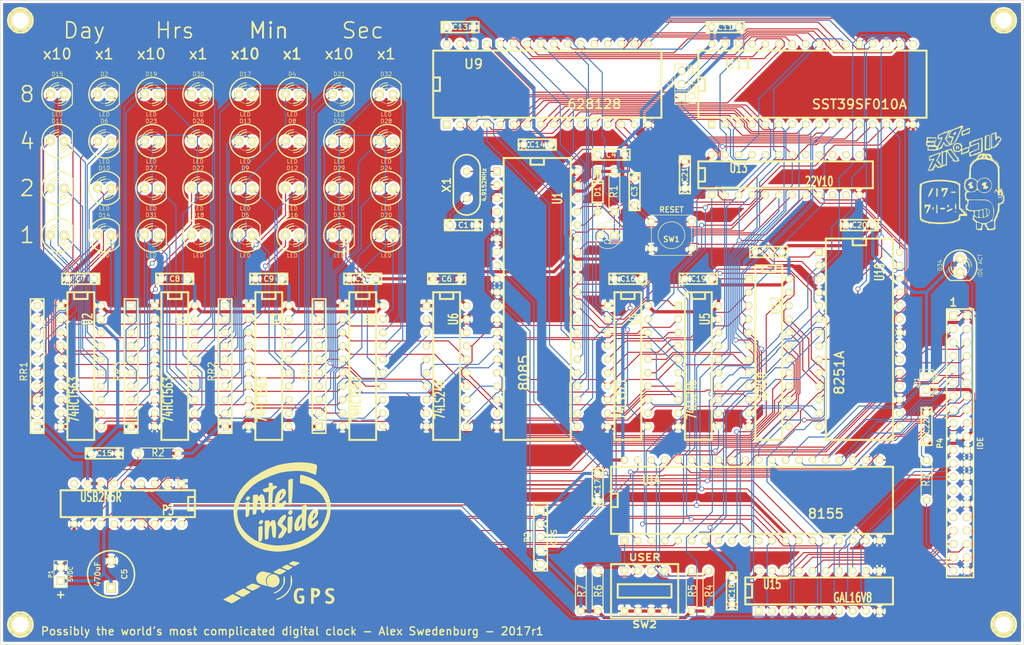
<source format=kicad_pcb>
(kicad_pcb (version 3) (host pcbnew "(2013-07-07 BZR 4022)-stable")
  (layers (15 F.Cu signal) (0 B.Cu signal) (18 B.Paste user) (19 F.Paste user) (20 B.SilkS user) (21 F.SilkS user) (22 B.Mask user) (23 F.Mask user) (28 Edge.Cuts user))
  (net 0 "")
  (net 1 /A0)
  (net 2 /A1)
  (net 3 /A10)
  (net 4 /A11)
  (net 5 /A12)
  (net 6 /A13)
  (net 7 /A14)
  (net 8 /A15)
  (net 9 /A2)
  (net 10 /A3)
  (net 11 /A4)
  (net 12 /A5)
  (net 13 /A6)
  (net 14 /A7)
  (net 15 /A8)
  (net 16 /A9)
  (net 17 /AD0)
  (net 18 /AD1)
  (net 19 /AD2)
  (net 20 /AD3)
  (net 21 /AD4)
  (net 22 /AD5)
  (net 23 /AD6)
  (net 24 /AD7)
  (net 25 /ALE)
  (net 26 /BAUD)
  (net 27 /CD0)
  (net 28 /CD1)
  (net 29 /CD2)
  (net 30 /CD3)
  (net 31 /CD4)
  (net 32 /CD5)
  (net 33 /CD6)
  (net 34 /CD7)
  (net 35 /CLK)
  (net 36 /D0)
  (net 37 /D1)
  (net 38 /D2)
  (net 39 /D3)
  (net 40 /D4)
  (net 41 /D5)
  (net 42 /D6)
  (net 43 /D7)
  (net 44 /DAY_LE)
  (net 45 /HRS_LE)
  (net 46 /IDE_A0)
  (net 47 /IDE_A1)
  (net 48 /IDE_A2)
  (net 49 /IDE_D0)
  (net 50 /IDE_D1)
  (net 51 /IDE_D10)
  (net 52 /IDE_D11)
  (net 53 /IDE_D12)
  (net 54 /IDE_D13)
  (net 55 /IDE_D14)
  (net 56 /IDE_D15)
  (net 57 /IDE_D2)
  (net 58 /IDE_D3)
  (net 59 /IDE_D4)
  (net 60 /IDE_D5)
  (net 61 /IDE_D6)
  (net 62 /IDE_D7)
  (net 63 /IDE_D8)
  (net 64 /IDE_D9)
  (net 65 /INT0)
  (net 66 /INT1)
  (net 67 /IO/~M)
  (net 68 /MEM_A15)
  (net 69 /MEM_A16)
  (net 70 /MIN_LE)
  (net 71 /RESET)
  (net 72 /SEC_LE)
  (net 73 /~8155_CS)
  (net 74 /~BNKSEL)
  (net 75 /~BRD)
  (net 76 /~BWR)
  (net 77 /~IDE_CS0)
  (net 78 /~IDE_CS1)
  (net 79 /~IDE_DIOR)
  (net 80 /~IDE_DIOW)
  (net 81 /~IDE_RST)
  (net 82 /~RAM_CS)
  (net 83 /~RD)
  (net 84 /~ROM_CS)
  (net 85 /~UART_CS)
  (net 86 /~USB_RD)
  (net 87 /~USB_WR)
  (net 88 /~WR)
  (net 89 GND)
  (net 90 N-000001)
  (net 91 N-0000010)
  (net 92 N-00000108)
  (net 93 N-0000011)
  (net 94 N-00000114)
  (net 95 N-00000115)
  (net 96 N-00000116)
  (net 97 N-00000117)
  (net 98 N-00000118)
  (net 99 N-00000119)
  (net 100 N-0000012)
  (net 101 N-00000125)
  (net 102 N-00000126)
  (net 103 N-00000127)
  (net 104 N-00000128)
  (net 105 N-00000129)
  (net 106 N-0000013)
  (net 107 N-00000130)
  (net 108 N-00000131)
  (net 109 N-00000132)
  (net 110 N-00000135)
  (net 111 N-00000137)
  (net 112 N-0000014)
  (net 113 N-0000015)
  (net 114 N-0000016)
  (net 115 N-00000163)
  (net 116 N-00000165)
  (net 117 N-00000166)
  (net 118 N-00000167)
  (net 119 N-0000017)
  (net 120 N-00000178)
  (net 121 N-0000018)
  (net 122 N-0000019)
  (net 123 N-000002)
  (net 124 N-0000020)
  (net 125 N-0000021)
  (net 126 N-0000022)
  (net 127 N-0000023)
  (net 128 N-0000024)
  (net 129 N-0000025)
  (net 130 N-0000026)
  (net 131 N-0000027)
  (net 132 N-0000028)
  (net 133 N-0000029)
  (net 134 N-000003)
  (net 135 N-0000033)
  (net 136 N-0000034)
  (net 137 N-0000035)
  (net 138 N-0000037)
  (net 139 N-0000038)
  (net 140 N-0000039)
  (net 141 N-000004)
  (net 142 N-0000040)
  (net 143 N-0000041)
  (net 144 N-0000042)
  (net 145 N-0000043)
  (net 146 N-0000044)
  (net 147 N-0000045)
  (net 148 N-0000046)
  (net 149 N-0000047)
  (net 150 N-0000048)
  (net 151 N-0000049)
  (net 152 N-000005)
  (net 153 N-0000050)
  (net 154 N-0000051)
  (net 155 N-0000052)
  (net 156 N-0000053)
  (net 157 N-0000054)
  (net 158 N-0000055)
  (net 159 N-0000056)
  (net 160 N-0000057)
  (net 161 N-0000058)
  (net 162 N-0000059)
  (net 163 N-000006)
  (net 164 N-0000060)
  (net 165 N-0000061)
  (net 166 N-0000062)
  (net 167 N-0000063)
  (net 168 N-000007)
  (net 169 N-000008)
  (net 170 N-000009)
  (net 171 VCC)
  (module SWDIP4 (layer F.Cu) (at 170.18 136.525)
    (fp_text reference SW2 (at 0 6.35) (layer F.SilkS) (effects (font (size 1.27 1.524) (thickness 0.3048))))
    (fp_text value USER (at 0 -6.35) (layer F.SilkS) (effects (font (size 1.27 1.524) (thickness 0.3048))))
    (pad 1 thru_hole rect (at -3.81 3.81) (size 1.524 1.524) (drill 0.8128) (layers *.Cu *.Mask F.SilkS) (net 89 GND))
    (pad 2 thru_hole circle (at -1.27 3.81) (size 1.524 1.524) (drill 0.8128) (layers *.Cu *.Mask F.SilkS) (net 89 GND))
    (pad 3 thru_hole circle (at 1.27 3.81) (size 1.524 1.524) (drill 0.8128) (layers *.Cu *.Mask F.SilkS) (net 89 GND))
    (pad 4 thru_hole circle (at 3.81 3.81) (size 1.524 1.524) (drill 0.8128) (layers *.Cu *.Mask F.SilkS) (net 89 GND))
    (pad 5 thru_hole circle (at 3.81 -3.81) (size 1.524 1.524) (drill 0.8128) (layers *.Cu *.Mask F.SilkS) (net 101 N-00000125))
    (pad 6 thru_hole circle (at 1.27 -3.81) (size 1.524 1.524) (drill 0.8128) (layers *.Cu *.Mask F.SilkS) (net 109 N-00000132))
    (pad 7 thru_hole circle (at -1.27 -3.81) (size 1.524 1.524) (drill 0.8128) (layers *.Cu *.Mask F.SilkS) (net 108 N-00000131))
    (pad 8 thru_hole circle (at -3.81 -3.81) (size 1.524 1.524) (drill 0.8128) (layers *.Cu *.Mask F.SilkS) (net 107 N-00000130))
  )
  (module SW_PUSH_SMALL (layer F.Cu) (at 175.26 69.215 180)
    (fp_text reference SW1 (at 0 -0.762 180) (layer F.SilkS) (effects (font (size 1.016 1.016) (thickness 0.2032))))
    (fp_text value RESET (at 0 4.826 180) (layer F.SilkS) (effects (font (size 1.016 1.016) (thickness 0.2032))))
    (pad 1 thru_hole circle (at 3.81 -2.54 180) (size 1.397 1.397) (drill 0.8128) (layers *.Cu *.Mask F.SilkS) (net 89 GND))
    (pad 2 thru_hole circle (at 3.81 2.54 180) (size 1.397 1.397) (drill 0.8128) (layers *.Cu *.Mask F.SilkS) (net 120 N-00000178))
    (pad 1 thru_hole circle (at -3.81 -2.54 180) (size 1.397 1.397) (drill 0.8128) (layers *.Cu *.Mask F.SilkS) (net 89 GND))
    (pad 2 thru_hole circle (at -3.81 2.54 180) (size 1.397 1.397) (drill 0.8128) (layers *.Cu *.Mask F.SilkS) (net 120 N-00000178))
  )
  (module r_pack9 (layer F.Cu) (at 55.245 93.98 90)
    (fp_text reference RR1 (at -1.016 -2.54 90) (layer F.SilkS) (effects (font (size 1.27 1.27) (thickness 0.2032))))
    (fp_text value 470 hide)
    (pad 1 thru_hole rect (at -11.43 0 90) (size 1.397 1.397) (drill 0.8128) (layers *.Cu *.Mask F.SilkS) (net 171 VCC))
    (pad 2 thru_hole circle (at -8.89 0 90) (size 1.397 1.397) (drill 0.8128) (layers *.Cu *.Mask F.SilkS) (net 141 N-000004))
    (pad 3 thru_hole circle (at -6.35 0 90) (size 1.397 1.397) (drill 0.8128) (layers *.Cu *.Mask F.SilkS) (net 134 N-000003))
    (pad 4 thru_hole circle (at -3.81 0 90) (size 1.397 1.397) (drill 0.8128) (layers *.Cu *.Mask F.SilkS) (net 123 N-000002))
    (pad 5 thru_hole circle (at -1.27 0 90) (size 1.397 1.397) (drill 0.8128) (layers *.Cu *.Mask F.SilkS) (net 90 N-000001))
    (pad 6 thru_hole circle (at 1.27 0 90) (size 1.397 1.397) (drill 0.8128) (layers *.Cu *.Mask F.SilkS) (net 93 N-0000011))
    (pad 7 thru_hole circle (at 3.81 0 90) (size 1.397 1.397) (drill 0.8128) (layers *.Cu *.Mask F.SilkS) (net 169 N-000008))
    (pad 8 thru_hole circle (at 6.35 0 90) (size 1.397 1.397) (drill 0.8128) (layers *.Cu *.Mask F.SilkS) (net 106 N-0000013))
    (pad 9 thru_hole circle (at 8.89 0 90) (size 1.397 1.397) (drill 0.8128) (layers *.Cu *.Mask F.SilkS) (net 112 N-0000014))
    (pad 10 thru_hole circle (at 11.43 0 90) (size 1.397 1.397) (drill 0.8128) (layers *.Cu *.Mask F.SilkS))
  )
  (module r_pack9 (layer F.Cu) (at 90.805 93.98 90)
    (fp_text reference RR2 (at -1.016 -2.54 90) (layer F.SilkS) (effects (font (size 1.27 1.27) (thickness 0.2032))))
    (fp_text value 470 hide)
    (pad 1 thru_hole rect (at -11.43 0 90) (size 1.397 1.397) (drill 0.8128) (layers *.Cu *.Mask F.SilkS) (net 171 VCC))
    (pad 2 thru_hole circle (at -8.89 0 90) (size 1.397 1.397) (drill 0.8128) (layers *.Cu *.Mask F.SilkS) (net 100 N-0000012))
    (pad 3 thru_hole circle (at -6.35 0 90) (size 1.397 1.397) (drill 0.8128) (layers *.Cu *.Mask F.SilkS) (net 168 N-000007))
    (pad 4 thru_hole circle (at -3.81 0 90) (size 1.397 1.397) (drill 0.8128) (layers *.Cu *.Mask F.SilkS) (net 163 N-000006))
    (pad 5 thru_hole circle (at -1.27 0 90) (size 1.397 1.397) (drill 0.8128) (layers *.Cu *.Mask F.SilkS) (net 152 N-000005))
    (pad 6 thru_hole circle (at 1.27 0 90) (size 1.397 1.397) (drill 0.8128) (layers *.Cu *.Mask F.SilkS) (net 126 N-0000022))
    (pad 7 thru_hole circle (at 3.81 0 90) (size 1.397 1.397) (drill 0.8128) (layers *.Cu *.Mask F.SilkS) (net 127 N-0000023))
    (pad 8 thru_hole circle (at 6.35 0 90) (size 1.397 1.397) (drill 0.8128) (layers *.Cu *.Mask F.SilkS) (net 128 N-0000024))
    (pad 9 thru_hole circle (at 8.89 0 90) (size 1.397 1.397) (drill 0.8128) (layers *.Cu *.Mask F.SilkS) (net 130 N-0000026))
    (pad 10 thru_hole circle (at 11.43 0 90) (size 1.397 1.397) (drill 0.8128) (layers *.Cu *.Mask F.SilkS))
  )
  (module r_pack9 (layer F.Cu) (at 73.025 93.98 90)
    (fp_text reference RR3 (at -1.016 -2.54 90) (layer F.SilkS) (effects (font (size 1.27 1.27) (thickness 0.2032))))
    (fp_text value 470 hide)
    (pad 1 thru_hole rect (at -11.43 0 90) (size 1.397 1.397) (drill 0.8128) (layers *.Cu *.Mask F.SilkS) (net 171 VCC))
    (pad 2 thru_hole circle (at -8.89 0 90) (size 1.397 1.397) (drill 0.8128) (layers *.Cu *.Mask F.SilkS) (net 119 N-0000017))
    (pad 3 thru_hole circle (at -6.35 0 90) (size 1.397 1.397) (drill 0.8128) (layers *.Cu *.Mask F.SilkS) (net 114 N-0000016))
    (pad 4 thru_hole circle (at -3.81 0 90) (size 1.397 1.397) (drill 0.8128) (layers *.Cu *.Mask F.SilkS) (net 132 N-0000028))
    (pad 5 thru_hole circle (at -1.27 0 90) (size 1.397 1.397) (drill 0.8128) (layers *.Cu *.Mask F.SilkS) (net 131 N-0000027))
    (pad 6 thru_hole circle (at 1.27 0 90) (size 1.397 1.397) (drill 0.8128) (layers *.Cu *.Mask F.SilkS) (net 121 N-0000018))
    (pad 7 thru_hole circle (at 3.81 0 90) (size 1.397 1.397) (drill 0.8128) (layers *.Cu *.Mask F.SilkS) (net 113 N-0000015))
    (pad 8 thru_hole circle (at 6.35 0 90) (size 1.397 1.397) (drill 0.8128) (layers *.Cu *.Mask F.SilkS) (net 122 N-0000019))
    (pad 9 thru_hole circle (at 8.89 0 90) (size 1.397 1.397) (drill 0.8128) (layers *.Cu *.Mask F.SilkS) (net 124 N-0000020))
    (pad 10 thru_hole circle (at 11.43 0 90) (size 1.397 1.397) (drill 0.8128) (layers *.Cu *.Mask F.SilkS))
  )
  (module r_pack9 (layer F.Cu) (at 108.585 93.98 90)
    (fp_text reference RR4 (at -1.016 -2.54 90) (layer F.SilkS) (effects (font (size 1.27 1.27) (thickness 0.2032))))
    (fp_text value 470 hide)
    (pad 1 thru_hole rect (at -11.43 0 90) (size 1.397 1.397) (drill 0.8128) (layers *.Cu *.Mask F.SilkS) (net 171 VCC))
    (pad 2 thru_hole circle (at -8.89 0 90) (size 1.397 1.397) (drill 0.8128) (layers *.Cu *.Mask F.SilkS) (net 96 N-00000116))
    (pad 3 thru_hole circle (at -6.35 0 90) (size 1.397 1.397) (drill 0.8128) (layers *.Cu *.Mask F.SilkS) (net 95 N-00000115))
    (pad 4 thru_hole circle (at -3.81 0 90) (size 1.397 1.397) (drill 0.8128) (layers *.Cu *.Mask F.SilkS) (net 94 N-00000114))
    (pad 5 thru_hole circle (at -1.27 0 90) (size 1.397 1.397) (drill 0.8128) (layers *.Cu *.Mask F.SilkS) (net 125 N-0000021))
    (pad 6 thru_hole circle (at 1.27 0 90) (size 1.397 1.397) (drill 0.8128) (layers *.Cu *.Mask F.SilkS) (net 97 N-00000117))
    (pad 7 thru_hole circle (at 3.81 0 90) (size 1.397 1.397) (drill 0.8128) (layers *.Cu *.Mask F.SilkS) (net 98 N-00000118))
    (pad 8 thru_hole circle (at 6.35 0 90) (size 1.397 1.397) (drill 0.8128) (layers *.Cu *.Mask F.SilkS) (net 99 N-00000119))
    (pad 9 thru_hole circle (at 8.89 0 90) (size 1.397 1.397) (drill 0.8128) (layers *.Cu *.Mask F.SilkS) (net 92 N-00000108))
    (pad 10 thru_hole circle (at 11.43 0 90) (size 1.397 1.397) (drill 0.8128) (layers *.Cu *.Mask F.SilkS))
  )
  (module R3 (layer F.Cu) (at 179.07 136.525 90)
    (fp_text reference R5 (at 0 0.127 90) (layer F.SilkS) (effects (font (size 1.397 1.27) (thickness 0.2032))))
    (fp_text value 4.7k hide)
    (pad 1 thru_hole circle (at -3.81 0 90) (size 1.397 1.397) (drill 0.8128) (layers *.Cu *.Mask F.SilkS) (net 171 VCC))
    (pad 2 thru_hole circle (at 3.81 0 90) (size 1.397 1.397) (drill 0.8128) (layers *.Cu *.Mask F.SilkS) (net 109 N-00000132))
  )
  (module R3 (layer F.Cu) (at 164.465 60.96 270)
    (fp_text reference R1 (at 0 0.127 270) (layer F.SilkS) (effects (font (size 1.397 1.27) (thickness 0.2032))))
    (fp_text value 100k hide)
    (pad 1 thru_hole circle (at -3.81 0 270) (size 1.397 1.397) (drill 0.8128) (layers *.Cu *.Mask F.SilkS) (net 171 VCC))
    (pad 2 thru_hole circle (at 3.81 0 270) (size 1.397 1.397) (drill 0.8128) (layers *.Cu *.Mask F.SilkS) (net 120 N-00000178))
  )
  (module R3 (layer F.Cu) (at 182.245 136.525 90)
    (fp_text reference R4 (at 0 0.127 90) (layer F.SilkS) (effects (font (size 1.397 1.27) (thickness 0.2032))))
    (fp_text value 4.7k hide)
    (pad 1 thru_hole circle (at -3.81 0 90) (size 1.397 1.397) (drill 0.8128) (layers *.Cu *.Mask F.SilkS) (net 171 VCC))
    (pad 2 thru_hole circle (at 3.81 0 90) (size 1.397 1.397) (drill 0.8128) (layers *.Cu *.Mask F.SilkS) (net 101 N-00000125))
  )
  (module R3 (layer F.Cu) (at 161.29 136.525 90)
    (fp_text reference R6 (at 0 0.127 90) (layer F.SilkS) (effects (font (size 1.397 1.27) (thickness 0.2032))))
    (fp_text value 4.7k hide)
    (pad 1 thru_hole circle (at -3.81 0 90) (size 1.397 1.397) (drill 0.8128) (layers *.Cu *.Mask F.SilkS) (net 171 VCC))
    (pad 2 thru_hole circle (at 3.81 0 90) (size 1.397 1.397) (drill 0.8128) (layers *.Cu *.Mask F.SilkS) (net 108 N-00000131))
  )
  (module R3 (layer F.Cu) (at 158.115 136.525 90)
    (fp_text reference R7 (at 0 0.127 90) (layer F.SilkS) (effects (font (size 1.397 1.27) (thickness 0.2032))))
    (fp_text value 4.7k hide)
    (pad 1 thru_hole circle (at -3.81 0 90) (size 1.397 1.397) (drill 0.8128) (layers *.Cu *.Mask F.SilkS) (net 171 VCC))
    (pad 2 thru_hole circle (at 3.81 0 90) (size 1.397 1.397) (drill 0.8128) (layers *.Cu *.Mask F.SilkS) (net 107 N-00000130))
  )
  (module R3 (layer F.Cu) (at 78.105 110.49 180)
    (fp_text reference R2 (at 0 0.127 180) (layer F.SilkS) (effects (font (size 1.397 1.27) (thickness 0.2032))))
    (fp_text value 10k hide)
    (pad 1 thru_hole circle (at -3.81 0 180) (size 1.397 1.397) (drill 0.8128) (layers *.Cu *.Mask F.SilkS) (net 171 VCC))
    (pad 2 thru_hole circle (at 3.81 0 180) (size 1.397 1.397) (drill 0.8128) (layers *.Cu *.Mask F.SilkS) (net 115 N-00000163))
  )
  (module R3 (layer F.Cu) (at 223.52 115.57 270)
    (fp_text reference R3 (at 0 0.127 270) (layer F.SilkS) (effects (font (size 1.397 1.27) (thickness 0.2032))))
    (fp_text value 470 hide)
    (pad 1 thru_hole circle (at -3.81 0 270) (size 1.397 1.397) (drill 0.8128) (layers *.Cu *.Mask F.SilkS) (net 103 N-00000127))
    (pad 2 thru_hole circle (at 3.81 0 270) (size 1.397 1.397) (drill 0.8128) (layers *.Cu *.Mask F.SilkS) (net 102 N-00000126))
  )
  (module PIN_ARRAY_5x1 (layer F.Cu) (at 150.495 126.365 270)
    (fp_text reference P2 (at 0 2.54 270) (layer F.SilkS) (effects (font (size 1.016 1.016) (thickness 0.2032))))
    (fp_text value GPS (at 0 -2.54 270) (layer F.SilkS) (effects (font (size 1.016 1.016) (thickness 0.2032))))
    (pad 1 thru_hole rect (at -5.08 0 270) (size 1.524 1.524) (drill 1.016) (layers *.Cu *.Mask F.SilkS) (net 171 VCC))
    (pad 2 thru_hole circle (at -2.54 0 270) (size 1.524 1.524) (drill 1.016) (layers *.Cu *.Mask F.SilkS) (net 89 GND))
    (pad 3 thru_hole circle (at 0 0 270) (size 1.524 1.524) (drill 1.016) (layers *.Cu *.Mask F.SilkS) (net 136 N-0000034))
    (pad 4 thru_hole circle (at 2.54 0 270) (size 1.524 1.524) (drill 1.016) (layers *.Cu *.Mask F.SilkS) (net 137 N-0000035))
    (pad 5 thru_hole circle (at 5.08 0 270) (size 1.524 1.524) (drill 1.016) (layers *.Cu *.Mask F.SilkS) (net 65 /INT0))
  )
  (module PIN_ARRAY_3X1 (layer F.Cu) (at 177.165 40.64 90)
    (fp_text reference K1 (at 0.254 -2.159 90) (layer F.SilkS) (effects (font (size 1.016 1.016) (thickness 0.1524))))
    (fp_text value "FLASH WP" (at 0 2.159 90) (layer F.SilkS) (effects (font (size 1.016 1.016) (thickness 0.1524))))
    (pad 1 thru_hole rect (at -2.54 0 90) (size 1.524 1.524) (drill 1.016) (layers *.Cu *.Mask F.SilkS) (net 76 /~BWR))
    (pad 2 thru_hole circle (at 0 0 90) (size 1.524 1.524) (drill 1.016) (layers *.Cu *.Mask F.SilkS) (net 116 N-00000165))
    (pad 3 thru_hole circle (at 2.54 0 90) (size 1.524 1.524) (drill 1.016) (layers *.Cu *.Mask F.SilkS) (net 171 VCC))
  )
  (module PIN_ARRAY_2X1 (layer F.Cu) (at 223.52 97.155 90)
    (fp_text reference JP1 (at 0 -1.905 90) (layer F.SilkS) (effects (font (size 0.762 0.762) (thickness 0.1524))))
    (fp_text value "IDE PWR" (at 0 1.905 90) (layer F.SilkS) (effects (font (size 0.762 0.762) (thickness 0.1524))))
    (pad 1 thru_hole rect (at -1.27 0 90) (size 1.524 1.524) (drill 1.016) (layers *.Cu *.Mask F.SilkS) (net 111 N-00000137))
    (pad 2 thru_hole circle (at 1.27 0 90) (size 1.524 1.524) (drill 1.016) (layers *.Cu *.Mask F.SilkS) (net 171 VCC))
  )
  (module PIN_ARRAY_20X2 (layer F.Cu) (at 229.87 108.585 270)
    (fp_text reference P4 (at 0 3.81 270) (layer F.SilkS) (effects (font (size 1.016 1.016) (thickness 0.254))))
    (fp_text value IDE (at 0 -3.81 270) (layer F.SilkS) (effects (font (size 1.016 1.016) (thickness 0.2032))))
    (pad 1 thru_hole rect (at -24.13 1.27 270) (size 1.524 1.524) (drill 1.016) (layers *.Cu *.Mask F.SilkS) (net 81 /~IDE_RST))
    (pad 2 thru_hole circle (at -24.13 -1.27 270) (size 1.524 1.524) (drill 1.016) (layers *.Cu *.Mask F.SilkS) (net 89 GND))
    (pad 11 thru_hole circle (at -11.43 1.27 270) (size 1.524 1.524) (drill 1.016) (layers *.Cu *.Mask F.SilkS) (net 58 /IDE_D3))
    (pad 4 thru_hole circle (at -21.59 -1.27 270) (size 1.524 1.524) (drill 1.016) (layers *.Cu *.Mask F.SilkS) (net 63 /IDE_D8))
    (pad 13 thru_hole circle (at -8.89 1.27 270) (size 1.524 1.524) (drill 1.016) (layers *.Cu *.Mask F.SilkS) (net 57 /IDE_D2))
    (pad 6 thru_hole circle (at -19.05 -1.27 270) (size 1.524 1.524) (drill 1.016) (layers *.Cu *.Mask F.SilkS) (net 64 /IDE_D9))
    (pad 15 thru_hole circle (at -6.35 1.27 270) (size 1.524 1.524) (drill 1.016) (layers *.Cu *.Mask F.SilkS) (net 50 /IDE_D1))
    (pad 8 thru_hole circle (at -16.51 -1.27 270) (size 1.524 1.524) (drill 1.016) (layers *.Cu *.Mask F.SilkS) (net 51 /IDE_D10))
    (pad 17 thru_hole circle (at -3.81 1.27 270) (size 1.524 1.524) (drill 1.016) (layers *.Cu *.Mask F.SilkS) (net 49 /IDE_D0))
    (pad 10 thru_hole circle (at -13.97 -1.27 270) (size 1.524 1.524) (drill 1.016) (layers *.Cu *.Mask F.SilkS) (net 52 /IDE_D11))
    (pad 19 thru_hole circle (at -1.27 1.27 270) (size 1.524 1.524) (drill 1.016) (layers *.Cu *.Mask F.SilkS) (net 89 GND))
    (pad 12 thru_hole circle (at -11.43 -1.27 270) (size 1.524 1.524) (drill 1.016) (layers *.Cu *.Mask F.SilkS) (net 53 /IDE_D12))
    (pad 21 thru_hole circle (at 1.27 1.27 270) (size 1.524 1.524) (drill 1.016) (layers *.Cu *.Mask F.SilkS) (net 66 /INT1))
    (pad 14 thru_hole circle (at -8.89 -1.27 270) (size 1.524 1.524) (drill 1.016) (layers *.Cu *.Mask F.SilkS) (net 54 /IDE_D13))
    (pad 23 thru_hole circle (at 3.81 1.27 270) (size 1.524 1.524) (drill 1.016) (layers *.Cu *.Mask F.SilkS) (net 80 /~IDE_DIOW))
    (pad 16 thru_hole circle (at -6.35 -1.27 270) (size 1.524 1.524) (drill 1.016) (layers *.Cu *.Mask F.SilkS) (net 55 /IDE_D14))
    (pad 25 thru_hole circle (at 6.35 1.27 270) (size 1.524 1.524) (drill 1.016) (layers *.Cu *.Mask F.SilkS) (net 79 /~IDE_DIOR))
    (pad 18 thru_hole circle (at -3.81 -1.27 270) (size 1.524 1.524) (drill 1.016) (layers *.Cu *.Mask F.SilkS) (net 56 /IDE_D15))
    (pad 27 thru_hole circle (at 8.89 1.27 270) (size 1.524 1.524) (drill 1.016) (layers *.Cu *.Mask F.SilkS))
    (pad 20 thru_hole circle (at -1.27 -1.27 270) (size 1.524 1.524) (drill 1.016) (layers *.Cu *.Mask F.SilkS) (net 111 N-00000137))
    (pad 29 thru_hole circle (at 11.43 1.27 270) (size 1.524 1.524) (drill 1.016) (layers *.Cu *.Mask F.SilkS))
    (pad 22 thru_hole circle (at 1.27 -1.27 270) (size 1.524 1.524) (drill 1.016) (layers *.Cu *.Mask F.SilkS) (net 89 GND))
    (pad 31 thru_hole circle (at 13.97 1.27 270) (size 1.524 1.524) (drill 1.016) (layers *.Cu *.Mask F.SilkS))
    (pad 24 thru_hole circle (at 3.81 -1.27 270) (size 1.524 1.524) (drill 1.016) (layers *.Cu *.Mask F.SilkS) (net 89 GND))
    (pad 26 thru_hole circle (at 6.35 -1.27 270) (size 1.524 1.524) (drill 1.016) (layers *.Cu *.Mask F.SilkS) (net 89 GND))
    (pad 33 thru_hole circle (at 16.51 1.27 270) (size 1.524 1.524) (drill 1.016) (layers *.Cu *.Mask F.SilkS) (net 47 /IDE_A1))
    (pad 28 thru_hole circle (at 8.89 -1.27 270) (size 1.524 1.524) (drill 1.016) (layers *.Cu *.Mask F.SilkS))
    (pad 32 thru_hole circle (at 13.97 -1.27 270) (size 1.524 1.524) (drill 1.016) (layers *.Cu *.Mask F.SilkS))
    (pad 34 thru_hole circle (at 16.51 -1.27 270) (size 1.524 1.524) (drill 1.016) (layers *.Cu *.Mask F.SilkS))
    (pad 36 thru_hole circle (at 19.05 -1.27 270) (size 1.524 1.524) (drill 1.016) (layers *.Cu *.Mask F.SilkS) (net 48 /IDE_A2))
    (pad 38 thru_hole circle (at 21.59 -1.27 270) (size 1.524 1.524) (drill 1.016) (layers *.Cu *.Mask F.SilkS) (net 78 /~IDE_CS1))
    (pad 35 thru_hole circle (at 19.05 1.27 270) (size 1.524 1.524) (drill 1.016) (layers *.Cu *.Mask F.SilkS) (net 46 /IDE_A0))
    (pad 37 thru_hole circle (at 21.59 1.27 270) (size 1.524 1.524) (drill 1.016) (layers *.Cu *.Mask F.SilkS) (net 77 /~IDE_CS0))
    (pad 3 thru_hole circle (at -21.59 1.27 270) (size 1.524 1.524) (drill 1.016) (layers *.Cu *.Mask F.SilkS) (net 62 /IDE_D7))
    (pad 5 thru_hole circle (at -19.05 1.27 270) (size 1.524 1.524) (drill 1.016) (layers *.Cu *.Mask F.SilkS) (net 61 /IDE_D6))
    (pad 7 thru_hole circle (at -16.51 1.27 270) (size 1.524 1.524) (drill 1.016) (layers *.Cu *.Mask F.SilkS) (net 60 /IDE_D5))
    (pad 9 thru_hole circle (at -13.97 1.27 270) (size 1.524 1.524) (drill 1.016) (layers *.Cu *.Mask F.SilkS) (net 59 /IDE_D4))
    (pad 39 thru_hole circle (at 24.13 1.27 270) (size 1.524 1.524) (drill 1.016) (layers *.Cu *.Mask F.SilkS) (net 102 N-00000126))
    (pad 40 thru_hole circle (at 24.13 -1.27 270) (size 1.524 1.524) (drill 1.016) (layers *.Cu *.Mask F.SilkS) (net 89 GND))
    (pad 30 thru_hole circle (at 11.43 -1.27 270) (size 1.524 1.524) (drill 1.016) (layers *.Cu *.Mask F.SilkS) (net 89 GND))
  )
  (module LED-5MM (layer F.Cu) (at 85.725 42.545)
    (fp_text reference D30 (at 0 -3.81) (layer F.SilkS) (effects (font (size 0.762 0.762) (thickness 0.0889))))
    (fp_text value LED (at 0 3.81) (layer F.SilkS) (effects (font (size 0.762 0.762) (thickness 0.0889))))
    (pad 1 thru_hole circle (at -1.27 0) (size 1.6764 1.6764) (drill 0.8128) (layers *.Cu *.Mask F.SilkS) (net 131 N-0000027))
    (pad 2 thru_hole circle (at 1.27 0) (size 1.6764 1.6764) (drill 0.8128) (layers *.Cu *.Mask F.SilkS) (net 144 N-0000042))
  )
  (module LED-5MM (layer F.Cu) (at 76.835 42.545)
    (fp_text reference D19 (at 0 -3.81) (layer F.SilkS) (effects (font (size 0.762 0.762) (thickness 0.0889))))
    (fp_text value LED (at 0 3.81) (layer F.SilkS) (effects (font (size 0.762 0.762) (thickness 0.0889))))
    (pad 1 thru_hole circle (at -1.27 0) (size 1.6764 1.6764) (drill 0.8128) (layers *.Cu *.Mask F.SilkS) (net 124 N-0000020))
    (pad 2 thru_hole circle (at 1.27 0) (size 1.6764 1.6764) (drill 0.8128) (layers *.Cu *.Mask F.SilkS) (net 145 N-0000043))
  )
  (module LED-5MM (layer F.Cu) (at 76.835 60.325)
    (fp_text reference D27 (at 0 -3.81) (layer F.SilkS) (effects (font (size 0.762 0.762) (thickness 0.0889))))
    (fp_text value LED (at 0 3.81) (layer F.SilkS) (effects (font (size 0.762 0.762) (thickness 0.0889))))
    (pad 1 thru_hole circle (at -1.27 0) (size 1.6764 1.6764) (drill 0.8128) (layers *.Cu *.Mask F.SilkS) (net 113 N-0000015))
    (pad 2 thru_hole circle (at 1.27 0) (size 1.6764 1.6764) (drill 0.8128) (layers *.Cu *.Mask F.SilkS) (net 138 N-0000037))
  )
  (module LED-5MM (layer F.Cu) (at 76.835 51.435)
    (fp_text reference D23 (at 0 -3.81) (layer F.SilkS) (effects (font (size 0.762 0.762) (thickness 0.0889))))
    (fp_text value LED (at 0 3.81) (layer F.SilkS) (effects (font (size 0.762 0.762) (thickness 0.0889))))
    (pad 1 thru_hole circle (at -1.27 0) (size 1.6764 1.6764) (drill 0.8128) (layers *.Cu *.Mask F.SilkS) (net 122 N-0000019))
    (pad 2 thru_hole circle (at 1.27 0) (size 1.6764 1.6764) (drill 0.8128) (layers *.Cu *.Mask F.SilkS) (net 146 N-0000044))
  )
  (module LED-5MM (layer F.Cu) (at 94.615 69.215)
    (fp_text reference D5 (at 0 -3.81) (layer F.SilkS) (effects (font (size 0.762 0.762) (thickness 0.0889))))
    (fp_text value LED (at 0 3.81) (layer F.SilkS) (effects (font (size 0.762 0.762) (thickness 0.0889))))
    (pad 1 thru_hole circle (at -1.27 0) (size 1.6764 1.6764) (drill 0.8128) (layers *.Cu *.Mask F.SilkS) (net 126 N-0000022))
    (pad 2 thru_hole circle (at 1.27 0) (size 1.6764 1.6764) (drill 0.8128) (layers *.Cu *.Mask F.SilkS) (net 139 N-0000038))
  )
  (module LED-5MM (layer F.Cu) (at 85.725 51.435)
    (fp_text reference D26 (at 0 -3.81) (layer F.SilkS) (effects (font (size 0.762 0.762) (thickness 0.0889))))
    (fp_text value LED (at 0 3.81) (layer F.SilkS) (effects (font (size 0.762 0.762) (thickness 0.0889))))
    (pad 1 thru_hole circle (at -1.27 0) (size 1.6764 1.6764) (drill 0.8128) (layers *.Cu *.Mask F.SilkS) (net 132 N-0000028))
    (pad 2 thru_hole circle (at 1.27 0) (size 1.6764 1.6764) (drill 0.8128) (layers *.Cu *.Mask F.SilkS) (net 143 N-0000041))
  )
  (module LED-5MM (layer F.Cu) (at 85.725 60.325)
    (fp_text reference D22 (at 0 -3.81) (layer F.SilkS) (effects (font (size 0.762 0.762) (thickness 0.0889))))
    (fp_text value LED (at 0 3.81) (layer F.SilkS) (effects (font (size 0.762 0.762) (thickness 0.0889))))
    (pad 1 thru_hole circle (at -1.27 0) (size 1.6764 1.6764) (drill 0.8128) (layers *.Cu *.Mask F.SilkS) (net 114 N-0000016))
    (pad 2 thru_hole circle (at 1.27 0) (size 1.6764 1.6764) (drill 0.8128) (layers *.Cu *.Mask F.SilkS) (net 142 N-0000040))
  )
  (module LED-5MM (layer F.Cu) (at 85.725 69.215)
    (fp_text reference D18 (at 0 -3.81) (layer F.SilkS) (effects (font (size 0.762 0.762) (thickness 0.0889))))
    (fp_text value LED (at 0 3.81) (layer F.SilkS) (effects (font (size 0.762 0.762) (thickness 0.0889))))
    (pad 1 thru_hole circle (at -1.27 0) (size 1.6764 1.6764) (drill 0.8128) (layers *.Cu *.Mask F.SilkS) (net 119 N-0000017))
    (pad 2 thru_hole circle (at 1.27 0) (size 1.6764 1.6764) (drill 0.8128) (layers *.Cu *.Mask F.SilkS) (net 140 N-0000039))
  )
  (module LED-5MM (layer F.Cu) (at 121.285 51.435)
    (fp_text reference D28 (at 0 -3.81) (layer F.SilkS) (effects (font (size 0.762 0.762) (thickness 0.0889))))
    (fp_text value LED (at 0 3.81) (layer F.SilkS) (effects (font (size 0.762 0.762) (thickness 0.0889))))
    (pad 1 thru_hole circle (at -1.27 0) (size 1.6764 1.6764) (drill 0.8128) (layers *.Cu *.Mask F.SilkS) (net 94 N-00000114))
    (pad 2 thru_hole circle (at 1.27 0) (size 1.6764 1.6764) (drill 0.8128) (layers *.Cu *.Mask F.SilkS) (net 151 N-0000049))
  )
  (module LED-5MM (layer F.Cu) (at 76.835 69.215)
    (fp_text reference D31 (at 0 -3.81) (layer F.SilkS) (effects (font (size 0.762 0.762) (thickness 0.0889))))
    (fp_text value LED (at 0 3.81) (layer F.SilkS) (effects (font (size 0.762 0.762) (thickness 0.0889))))
    (pad 1 thru_hole circle (at -1.27 0) (size 1.6764 1.6764) (drill 0.8128) (layers *.Cu *.Mask F.SilkS) (net 121 N-0000018))
    (pad 2 thru_hole circle (at 1.27 0) (size 1.6764 1.6764) (drill 0.8128) (layers *.Cu *.Mask F.SilkS) (net 148 N-0000046))
  )
  (module LED-5MM (layer F.Cu) (at 121.285 69.215)
    (fp_text reference D20 (at 0 -3.81) (layer F.SilkS) (effects (font (size 0.762 0.762) (thickness 0.0889))))
    (fp_text value LED (at 0 3.81) (layer F.SilkS) (effects (font (size 0.762 0.762) (thickness 0.0889))))
    (pad 1 thru_hole circle (at -1.27 0) (size 1.6764 1.6764) (drill 0.8128) (layers *.Cu *.Mask F.SilkS) (net 96 N-00000116))
    (pad 2 thru_hole circle (at 1.27 0) (size 1.6764 1.6764) (drill 0.8128) (layers *.Cu *.Mask F.SilkS) (net 149 N-0000047))
  )
  (module LED-5MM (layer F.Cu) (at 121.285 60.325)
    (fp_text reference D24 (at 0 -3.81) (layer F.SilkS) (effects (font (size 0.762 0.762) (thickness 0.0889))))
    (fp_text value LED (at 0 3.81) (layer F.SilkS) (effects (font (size 0.762 0.762) (thickness 0.0889))))
    (pad 1 thru_hole circle (at -1.27 0) (size 1.6764 1.6764) (drill 0.8128) (layers *.Cu *.Mask F.SilkS) (net 95 N-00000115))
    (pad 2 thru_hole circle (at 1.27 0) (size 1.6764 1.6764) (drill 0.8128) (layers *.Cu *.Mask F.SilkS) (net 150 N-0000048))
  )
  (module LED-5MM (layer F.Cu) (at 121.285 42.545)
    (fp_text reference D32 (at 0 -3.81) (layer F.SilkS) (effects (font (size 0.762 0.762) (thickness 0.0889))))
    (fp_text value LED (at 0 3.81) (layer F.SilkS) (effects (font (size 0.762 0.762) (thickness 0.0889))))
    (pad 1 thru_hole circle (at -1.27 0) (size 1.6764 1.6764) (drill 0.8128) (layers *.Cu *.Mask F.SilkS) (net 125 N-0000021))
    (pad 2 thru_hole circle (at 1.27 0) (size 1.6764 1.6764) (drill 0.8128) (layers *.Cu *.Mask F.SilkS) (net 153 N-0000050))
  )
  (module LED-5MM (layer F.Cu) (at 112.395 42.545)
    (fp_text reference D21 (at 0 -3.81) (layer F.SilkS) (effects (font (size 0.762 0.762) (thickness 0.0889))))
    (fp_text value LED (at 0 3.81) (layer F.SilkS) (effects (font (size 0.762 0.762) (thickness 0.0889))))
    (pad 1 thru_hole circle (at -1.27 0) (size 1.6764 1.6764) (drill 0.8128) (layers *.Cu *.Mask F.SilkS) (net 92 N-00000108))
    (pad 2 thru_hole circle (at 1.27 0) (size 1.6764 1.6764) (drill 0.8128) (layers *.Cu *.Mask F.SilkS) (net 154 N-0000051))
  )
  (module LED-5MM (layer F.Cu) (at 112.395 51.435)
    (fp_text reference D25 (at 0 -3.81) (layer F.SilkS) (effects (font (size 0.762 0.762) (thickness 0.0889))))
    (fp_text value LED (at 0 3.81) (layer F.SilkS) (effects (font (size 0.762 0.762) (thickness 0.0889))))
    (pad 1 thru_hole circle (at -1.27 0) (size 1.6764 1.6764) (drill 0.8128) (layers *.Cu *.Mask F.SilkS) (net 99 N-00000119))
    (pad 2 thru_hole circle (at 1.27 0) (size 1.6764 1.6764) (drill 0.8128) (layers *.Cu *.Mask F.SilkS) (net 129 N-0000025))
  )
  (module LED-5MM (layer F.Cu) (at 112.395 60.325)
    (fp_text reference D29 (at 0 -3.81) (layer F.SilkS) (effects (font (size 0.762 0.762) (thickness 0.0889))))
    (fp_text value LED (at 0 3.81) (layer F.SilkS) (effects (font (size 0.762 0.762) (thickness 0.0889))))
    (pad 1 thru_hole circle (at -1.27 0) (size 1.6764 1.6764) (drill 0.8128) (layers *.Cu *.Mask F.SilkS) (net 98 N-00000118))
    (pad 2 thru_hole circle (at 1.27 0) (size 1.6764 1.6764) (drill 0.8128) (layers *.Cu *.Mask F.SilkS) (net 170 N-000009))
  )
  (module LED-5MM (layer F.Cu) (at 112.395 69.215)
    (fp_text reference D33 (at 0 -3.81) (layer F.SilkS) (effects (font (size 0.762 0.762) (thickness 0.0889))))
    (fp_text value LED (at 0 3.81) (layer F.SilkS) (effects (font (size 0.762 0.762) (thickness 0.0889))))
    (pad 1 thru_hole circle (at -1.27 0) (size 1.6764 1.6764) (drill 0.8128) (layers *.Cu *.Mask F.SilkS) (net 97 N-00000117))
    (pad 2 thru_hole circle (at 1.27 0) (size 1.6764 1.6764) (drill 0.8128) (layers *.Cu *.Mask F.SilkS) (net 91 N-0000010))
  )
  (module LED-5MM (layer F.Cu) (at 229.87 74.93 270)
    (fp_text reference D34 (at 0 3.81 270) (layer F.SilkS) (effects (font (size 0.762 0.762) (thickness 0.0889))))
    (fp_text value "IDE ACT" (at 0 -3.81 270) (layer F.SilkS) (effects (font (size 0.762 0.762) (thickness 0.0889))))
    (pad 1 thru_hole circle (at -1.27 0 270) (size 1.6764 1.6764) (drill 0.8128) (layers *.Cu *.Mask F.SilkS) (net 171 VCC))
    (pad 2 thru_hole circle (at 1.27 0 270) (size 1.6764 1.6764) (drill 0.8128) (layers *.Cu *.Mask F.SilkS) (net 103 N-00000127))
  )
  (module LED-5MM (layer F.Cu) (at 67.945 60.325)
    (fp_text reference D10 (at 0 -3.81) (layer F.SilkS) (effects (font (size 0.762 0.762) (thickness 0.0889))))
    (fp_text value LED (at 0 3.81) (layer F.SilkS) (effects (font (size 0.762 0.762) (thickness 0.0889))))
    (pad 1 thru_hole circle (at -1.27 0) (size 1.6764 1.6764) (drill 0.8128) (layers *.Cu *.Mask F.SilkS) (net 134 N-000003))
    (pad 2 thru_hole circle (at 1.27 0) (size 1.6764 1.6764) (drill 0.8128) (layers *.Cu *.Mask F.SilkS) (net 135 N-0000033))
  )
  (module LED-5MM (layer F.Cu) (at 67.945 51.435)
    (fp_text reference D6 (at 0 -3.81) (layer F.SilkS) (effects (font (size 0.762 0.762) (thickness 0.0889))))
    (fp_text value LED (at 0 3.81) (layer F.SilkS) (effects (font (size 0.762 0.762) (thickness 0.0889))))
    (pad 1 thru_hole circle (at -1.27 0) (size 1.6764 1.6764) (drill 0.8128) (layers *.Cu *.Mask F.SilkS) (net 123 N-000002))
    (pad 2 thru_hole circle (at 1.27 0) (size 1.6764 1.6764) (drill 0.8128) (layers *.Cu *.Mask F.SilkS) (net 155 N-0000052))
  )
  (module LED-5MM (layer F.Cu) (at 67.945 42.545)
    (fp_text reference D2 (at 0 -3.81) (layer F.SilkS) (effects (font (size 0.762 0.762) (thickness 0.0889))))
    (fp_text value LED (at 0 3.81) (layer F.SilkS) (effects (font (size 0.762 0.762) (thickness 0.0889))))
    (pad 1 thru_hole circle (at -1.27 0) (size 1.6764 1.6764) (drill 0.8128) (layers *.Cu *.Mask F.SilkS) (net 90 N-000001))
    (pad 2 thru_hole circle (at 1.27 0) (size 1.6764 1.6764) (drill 0.8128) (layers *.Cu *.Mask F.SilkS) (net 156 N-0000053))
  )
  (module LED-5MM (layer F.Cu) (at 59.055 42.545)
    (fp_text reference D15 (at 0 -3.81) (layer F.SilkS) (effects (font (size 0.762 0.762) (thickness 0.0889))))
    (fp_text value LED (at 0 3.81) (layer F.SilkS) (effects (font (size 0.762 0.762) (thickness 0.0889))))
    (pad 1 thru_hole circle (at -1.27 0) (size 1.6764 1.6764) (drill 0.8128) (layers *.Cu *.Mask F.SilkS) (net 112 N-0000014))
    (pad 2 thru_hole circle (at 1.27 0) (size 1.6764 1.6764) (drill 0.8128) (layers *.Cu *.Mask F.SilkS) (net 157 N-0000054))
  )
  (module LED-5MM (layer F.Cu) (at 59.055 51.435)
    (fp_text reference D11 (at 0 -3.81) (layer F.SilkS) (effects (font (size 0.762 0.762) (thickness 0.0889))))
    (fp_text value LED (at 0 3.81) (layer F.SilkS) (effects (font (size 0.762 0.762) (thickness 0.0889))))
    (pad 1 thru_hole circle (at -1.27 0) (size 1.6764 1.6764) (drill 0.8128) (layers *.Cu *.Mask F.SilkS) (net 106 N-0000013))
    (pad 2 thru_hole circle (at 1.27 0) (size 1.6764 1.6764) (drill 0.8128) (layers *.Cu *.Mask F.SilkS) (net 158 N-0000055))
  )
  (module LED-5MM (layer F.Cu) (at 59.055 60.325)
    (fp_text reference D7 (at 0 -3.81) (layer F.SilkS) (effects (font (size 0.762 0.762) (thickness 0.0889))))
    (fp_text value LED (at 0 3.81) (layer F.SilkS) (effects (font (size 0.762 0.762) (thickness 0.0889))))
    (pad 1 thru_hole circle (at -1.27 0) (size 1.6764 1.6764) (drill 0.8128) (layers *.Cu *.Mask F.SilkS) (net 169 N-000008))
    (pad 2 thru_hole circle (at 1.27 0) (size 1.6764 1.6764) (drill 0.8128) (layers *.Cu *.Mask F.SilkS) (net 159 N-0000056))
  )
  (module LED-5MM (layer F.Cu) (at 59.055 69.215)
    (fp_text reference D3 (at 0 -3.81) (layer F.SilkS) (effects (font (size 0.762 0.762) (thickness 0.0889))))
    (fp_text value LED (at 0 3.81) (layer F.SilkS) (effects (font (size 0.762 0.762) (thickness 0.0889))))
    (pad 1 thru_hole circle (at -1.27 0) (size 1.6764 1.6764) (drill 0.8128) (layers *.Cu *.Mask F.SilkS) (net 93 N-0000011))
    (pad 2 thru_hole circle (at 1.27 0) (size 1.6764 1.6764) (drill 0.8128) (layers *.Cu *.Mask F.SilkS) (net 160 N-0000057))
  )
  (module LED-5MM (layer F.Cu) (at 67.945 69.215)
    (fp_text reference D14 (at 0 -3.81) (layer F.SilkS) (effects (font (size 0.762 0.762) (thickness 0.0889))))
    (fp_text value LED (at 0 3.81) (layer F.SilkS) (effects (font (size 0.762 0.762) (thickness 0.0889))))
    (pad 1 thru_hole circle (at -1.27 0) (size 1.6764 1.6764) (drill 0.8128) (layers *.Cu *.Mask F.SilkS) (net 141 N-000004))
    (pad 2 thru_hole circle (at 1.27 0) (size 1.6764 1.6764) (drill 0.8128) (layers *.Cu *.Mask F.SilkS) (net 133 N-0000029))
  )
  (module LED-5MM (layer F.Cu) (at 94.615 60.325)
    (fp_text reference D9 (at 0 -3.81) (layer F.SilkS) (effects (font (size 0.762 0.762) (thickness 0.0889))))
    (fp_text value LED (at 0 3.81) (layer F.SilkS) (effects (font (size 0.762 0.762) (thickness 0.0889))))
    (pad 1 thru_hole circle (at -1.27 0) (size 1.6764 1.6764) (drill 0.8128) (layers *.Cu *.Mask F.SilkS) (net 127 N-0000023))
    (pad 2 thru_hole circle (at 1.27 0) (size 1.6764 1.6764) (drill 0.8128) (layers *.Cu *.Mask F.SilkS) (net 147 N-0000045))
  )
  (module LED-5MM (layer F.Cu) (at 103.505 69.215)
    (fp_text reference D16 (at 0 -3.81) (layer F.SilkS) (effects (font (size 0.762 0.762) (thickness 0.0889))))
    (fp_text value LED (at 0 3.81) (layer F.SilkS) (effects (font (size 0.762 0.762) (thickness 0.0889))))
    (pad 1 thru_hole circle (at -1.27 0) (size 1.6764 1.6764) (drill 0.8128) (layers *.Cu *.Mask F.SilkS) (net 100 N-0000012))
    (pad 2 thru_hole circle (at 1.27 0) (size 1.6764 1.6764) (drill 0.8128) (layers *.Cu *.Mask F.SilkS) (net 161 N-0000058))
  )
  (module LED-5MM (layer F.Cu) (at 103.505 60.325)
    (fp_text reference D12 (at 0 -3.81) (layer F.SilkS) (effects (font (size 0.762 0.762) (thickness 0.0889))))
    (fp_text value LED (at 0 3.81) (layer F.SilkS) (effects (font (size 0.762 0.762) (thickness 0.0889))))
    (pad 1 thru_hole circle (at -1.27 0) (size 1.6764 1.6764) (drill 0.8128) (layers *.Cu *.Mask F.SilkS) (net 168 N-000007))
    (pad 2 thru_hole circle (at 1.27 0) (size 1.6764 1.6764) (drill 0.8128) (layers *.Cu *.Mask F.SilkS) (net 162 N-0000059))
  )
  (module LED-5MM (layer F.Cu) (at 103.505 51.435)
    (fp_text reference D8 (at 0 -3.81) (layer F.SilkS) (effects (font (size 0.762 0.762) (thickness 0.0889))))
    (fp_text value LED (at 0 3.81) (layer F.SilkS) (effects (font (size 0.762 0.762) (thickness 0.0889))))
    (pad 1 thru_hole circle (at -1.27 0) (size 1.6764 1.6764) (drill 0.8128) (layers *.Cu *.Mask F.SilkS) (net 163 N-000006))
    (pad 2 thru_hole circle (at 1.27 0) (size 1.6764 1.6764) (drill 0.8128) (layers *.Cu *.Mask F.SilkS) (net 164 N-0000060))
  )
  (module LED-5MM (layer F.Cu) (at 103.505 42.545)
    (fp_text reference D4 (at 0 -3.81) (layer F.SilkS) (effects (font (size 0.762 0.762) (thickness 0.0889))))
    (fp_text value LED (at 0 3.81) (layer F.SilkS) (effects (font (size 0.762 0.762) (thickness 0.0889))))
    (pad 1 thru_hole circle (at -1.27 0) (size 1.6764 1.6764) (drill 0.8128) (layers *.Cu *.Mask F.SilkS) (net 152 N-000005))
    (pad 2 thru_hole circle (at 1.27 0) (size 1.6764 1.6764) (drill 0.8128) (layers *.Cu *.Mask F.SilkS) (net 165 N-0000061))
  )
  (module LED-5MM (layer F.Cu) (at 94.615 42.545)
    (fp_text reference D17 (at 0 -3.81) (layer F.SilkS) (effects (font (size 0.762 0.762) (thickness 0.0889))))
    (fp_text value LED (at 0 3.81) (layer F.SilkS) (effects (font (size 0.762 0.762) (thickness 0.0889))))
    (pad 1 thru_hole circle (at -1.27 0) (size 1.6764 1.6764) (drill 0.8128) (layers *.Cu *.Mask F.SilkS) (net 130 N-0000026))
    (pad 2 thru_hole circle (at 1.27 0) (size 1.6764 1.6764) (drill 0.8128) (layers *.Cu *.Mask F.SilkS) (net 166 N-0000062))
  )
  (module LED-5MM (layer F.Cu) (at 94.615 51.435)
    (fp_text reference D13 (at 0 -3.81) (layer F.SilkS) (effects (font (size 0.762 0.762) (thickness 0.0889))))
    (fp_text value LED (at 0 3.81) (layer F.SilkS) (effects (font (size 0.762 0.762) (thickness 0.0889))))
    (pad 1 thru_hole circle (at -1.27 0) (size 1.6764 1.6764) (drill 0.8128) (layers *.Cu *.Mask F.SilkS) (net 128 N-0000024))
    (pad 2 thru_hole circle (at 1.27 0) (size 1.6764 1.6764) (drill 0.8128) (layers *.Cu *.Mask F.SilkS) (net 167 N-0000063))
  )
  (module HC-49V (layer F.Cu) (at 136.525 59.69 90)
    (fp_text reference X1 (at 0 -3.81 90) (layer F.SilkS) (effects (font (size 1.524 1.524) (thickness 0.3048))))
    (fp_text value 4.9152MHz (at 0 3.302 90) (layer F.SilkS) (effects (font (size 0.762 0.762) (thickness 0.1905))))
    (pad 1 thru_hole circle (at -2.54 0 90) (size 1.4224 1.4224) (drill 0.762) (layers *.Cu *.Mask F.SilkS) (net 118 N-00000167))
    (pad 2 thru_hole circle (at 2.54 0 90) (size 1.4224 1.4224) (drill 0.762) (layers *.Cu *.Mask F.SilkS) (net 117 N-00000166))
  )
  (module DO-35 (layer F.Cu) (at 161.29 60.96 90)
    (fp_text reference D1 (at 0 0 90) (layer F.SilkS) (effects (font (size 1.016 1.016) (thickness 0.2032))))
    (fp_text value 1N4148 hide)
    (pad 2 thru_hole rect (at 3.81 0 90) (size 1.4224 1.4224) (drill 0.6096) (layers *.Cu *.Mask F.SilkS) (net 171 VCC))
    (pad 1 thru_hole circle (at -3.81 0 90) (size 1.4224 1.4224) (drill 0.6096) (layers *.Cu *.Mask F.SilkS) (net 120 N-00000178))
  )
  (module DIP-40__600 (layer F.Cu) (at 190.5 119.38)
    (fp_text reference U14 (at -19.05 -3.81) (layer F.SilkS) (effects (font (size 1.778 1.143) (thickness 0.3048))))
    (fp_text value 8155 (at 13.97 2.54) (layer F.SilkS) (effects (font (size 1.778 1.778) (thickness 0.3048))))
    (pad 1 thru_hole rect (at -24.13 7.62) (size 1.397 1.397) (drill 0.8128) (layers *.Cu *.Mask F.SilkS) (net 107 N-00000130))
    (pad 2 thru_hole circle (at -21.59 7.62) (size 1.397 1.397) (drill 0.8128) (layers *.Cu *.Mask F.SilkS) (net 105 N-00000129))
    (pad 3 thru_hole circle (at -19.05 7.62) (size 1.397 1.397) (drill 0.8128) (layers *.Cu *.Mask F.SilkS) (net 35 /CLK))
    (pad 4 thru_hole circle (at -16.51 7.62) (size 1.397 1.397) (drill 0.8128) (layers *.Cu *.Mask F.SilkS) (net 71 /RESET))
    (pad 5 thru_hole circle (at -13.97 7.62) (size 1.397 1.397) (drill 0.8128) (layers *.Cu *.Mask F.SilkS) (net 104 N-00000128))
    (pad 6 thru_hole circle (at -11.43 7.62) (size 1.397 1.397) (drill 0.8128) (layers *.Cu *.Mask F.SilkS) (net 26 /BAUD))
    (pad 7 thru_hole circle (at -8.89 7.62) (size 1.397 1.397) (drill 0.8128) (layers *.Cu *.Mask F.SilkS) (net 171 VCC))
    (pad 8 thru_hole circle (at -6.35 7.62) (size 1.397 1.397) (drill 0.8128) (layers *.Cu *.Mask F.SilkS) (net 73 /~8155_CS))
    (pad 9 thru_hole circle (at -3.81 7.62) (size 1.397 1.397) (drill 0.8128) (layers *.Cu *.Mask F.SilkS) (net 75 /~BRD))
    (pad 10 thru_hole circle (at -1.27 7.62) (size 1.397 1.397) (drill 0.8128) (layers *.Cu *.Mask F.SilkS) (net 76 /~BWR))
    (pad 11 thru_hole circle (at 1.27 7.62) (size 1.397 1.397) (drill 0.8128) (layers *.Cu *.Mask F.SilkS) (net 25 /ALE))
    (pad 12 thru_hole circle (at 3.81 7.62) (size 1.397 1.397) (drill 0.8128) (layers *.Cu *.Mask F.SilkS) (net 36 /D0))
    (pad 13 thru_hole circle (at 6.35 7.62) (size 1.397 1.397) (drill 0.8128) (layers *.Cu *.Mask F.SilkS) (net 37 /D1))
    (pad 14 thru_hole circle (at 8.89 7.62) (size 1.397 1.397) (drill 0.8128) (layers *.Cu *.Mask F.SilkS) (net 38 /D2))
    (pad 15 thru_hole circle (at 11.43 7.62) (size 1.397 1.397) (drill 0.8128) (layers *.Cu *.Mask F.SilkS) (net 39 /D3))
    (pad 16 thru_hole circle (at 13.97 7.62) (size 1.397 1.397) (drill 0.8128) (layers *.Cu *.Mask F.SilkS) (net 40 /D4))
    (pad 17 thru_hole circle (at 16.51 7.62) (size 1.397 1.397) (drill 0.8128) (layers *.Cu *.Mask F.SilkS) (net 41 /D5))
    (pad 18 thru_hole circle (at 19.05 7.62) (size 1.397 1.397) (drill 0.8128) (layers *.Cu *.Mask F.SilkS) (net 42 /D6))
    (pad 19 thru_hole circle (at 21.59 7.62) (size 1.397 1.397) (drill 0.8128) (layers *.Cu *.Mask F.SilkS) (net 43 /D7))
    (pad 20 thru_hole circle (at 24.13 7.62) (size 1.397 1.397) (drill 0.8128) (layers *.Cu *.Mask F.SilkS) (net 89 GND))
    (pad 21 thru_hole circle (at 24.13 -7.62) (size 1.397 1.397) (drill 0.8128) (layers *.Cu *.Mask F.SilkS) (net 49 /IDE_D0))
    (pad 22 thru_hole circle (at 21.59 -7.62) (size 1.397 1.397) (drill 0.8128) (layers *.Cu *.Mask F.SilkS) (net 50 /IDE_D1))
    (pad 23 thru_hole circle (at 19.05 -7.62) (size 1.397 1.397) (drill 0.8128) (layers *.Cu *.Mask F.SilkS) (net 57 /IDE_D2))
    (pad 24 thru_hole circle (at 16.51 -7.62) (size 1.397 1.397) (drill 0.8128) (layers *.Cu *.Mask F.SilkS) (net 58 /IDE_D3))
    (pad 25 thru_hole circle (at 13.97 -7.62) (size 1.397 1.397) (drill 0.8128) (layers *.Cu *.Mask F.SilkS) (net 59 /IDE_D4))
    (pad 26 thru_hole circle (at 11.43 -7.62) (size 1.397 1.397) (drill 0.8128) (layers *.Cu *.Mask F.SilkS) (net 60 /IDE_D5))
    (pad 27 thru_hole circle (at 8.89 -7.62) (size 1.397 1.397) (drill 0.8128) (layers *.Cu *.Mask F.SilkS) (net 61 /IDE_D6))
    (pad 28 thru_hole circle (at 6.35 -7.62) (size 1.397 1.397) (drill 0.8128) (layers *.Cu *.Mask F.SilkS) (net 62 /IDE_D7))
    (pad 29 thru_hole circle (at 3.81 -7.62) (size 1.397 1.397) (drill 0.8128) (layers *.Cu *.Mask F.SilkS) (net 63 /IDE_D8))
    (pad 30 thru_hole circle (at 1.27 -7.62) (size 1.397 1.397) (drill 0.8128) (layers *.Cu *.Mask F.SilkS) (net 64 /IDE_D9))
    (pad 31 thru_hole circle (at -1.27 -7.62) (size 1.397 1.397) (drill 0.8128) (layers *.Cu *.Mask F.SilkS) (net 51 /IDE_D10))
    (pad 32 thru_hole circle (at -3.81 -7.62) (size 1.397 1.397) (drill 0.8128) (layers *.Cu *.Mask F.SilkS) (net 52 /IDE_D11))
    (pad 33 thru_hole circle (at -6.35 -7.62) (size 1.397 1.397) (drill 0.8128) (layers *.Cu *.Mask F.SilkS) (net 53 /IDE_D12))
    (pad 34 thru_hole circle (at -8.89 -7.62) (size 1.397 1.397) (drill 0.8128) (layers *.Cu *.Mask F.SilkS) (net 54 /IDE_D13))
    (pad 35 thru_hole circle (at -11.43 -7.62) (size 1.397 1.397) (drill 0.8128) (layers *.Cu *.Mask F.SilkS) (net 55 /IDE_D14))
    (pad 36 thru_hole circle (at -13.97 -7.62) (size 1.397 1.397) (drill 0.8128) (layers *.Cu *.Mask F.SilkS) (net 56 /IDE_D15))
    (pad 37 thru_hole circle (at -16.51 -7.62) (size 1.397 1.397) (drill 0.8128) (layers *.Cu *.Mask F.SilkS) (net 101 N-00000125))
    (pad 38 thru_hole circle (at -19.05 -7.62) (size 1.397 1.397) (drill 0.8128) (layers *.Cu *.Mask F.SilkS) (net 109 N-00000132))
    (pad 39 thru_hole circle (at -21.59 -7.62) (size 1.397 1.397) (drill 0.8128) (layers *.Cu *.Mask F.SilkS) (net 108 N-00000131))
    (pad 40 thru_hole circle (at -24.13 -7.62) (size 1.397 1.397) (drill 0.8128) (layers *.Cu *.Mask F.SilkS) (net 171 VCC))
  )
  (module DIP-40__600 (layer F.Cu) (at 149.86 81.28 270)
    (fp_text reference U1 (at -19.05 -3.81 270) (layer F.SilkS) (effects (font (size 1.778 1.143) (thickness 0.3048))))
    (fp_text value 8085 (at 13.97 2.54 270) (layer F.SilkS) (effects (font (size 1.778 1.778) (thickness 0.3048))))
    (pad 1 thru_hole rect (at -24.13 7.62 270) (size 1.397 1.397) (drill 0.8128) (layers *.Cu *.Mask F.SilkS) (net 117 N-00000166))
    (pad 2 thru_hole circle (at -21.59 7.62 270) (size 1.397 1.397) (drill 0.8128) (layers *.Cu *.Mask F.SilkS) (net 118 N-00000167))
    (pad 3 thru_hole circle (at -19.05 7.62 270) (size 1.397 1.397) (drill 0.8128) (layers *.Cu *.Mask F.SilkS) (net 71 /RESET))
    (pad 4 thru_hole circle (at -16.51 7.62 270) (size 1.397 1.397) (drill 0.8128) (layers *.Cu *.Mask F.SilkS))
    (pad 5 thru_hole circle (at -13.97 7.62 270) (size 1.397 1.397) (drill 0.8128) (layers *.Cu *.Mask F.SilkS) (net 89 GND))
    (pad 6 thru_hole circle (at -11.43 7.62 270) (size 1.397 1.397) (drill 0.8128) (layers *.Cu *.Mask F.SilkS) (net 89 GND))
    (pad 7 thru_hole circle (at -8.89 7.62 270) (size 1.397 1.397) (drill 0.8128) (layers *.Cu *.Mask F.SilkS) (net 65 /INT0))
    (pad 8 thru_hole circle (at -6.35 7.62 270) (size 1.397 1.397) (drill 0.8128) (layers *.Cu *.Mask F.SilkS) (net 66 /INT1))
    (pad 9 thru_hole circle (at -3.81 7.62 270) (size 1.397 1.397) (drill 0.8128) (layers *.Cu *.Mask F.SilkS) (net 89 GND))
    (pad 10 thru_hole circle (at -1.27 7.62 270) (size 1.397 1.397) (drill 0.8128) (layers *.Cu *.Mask F.SilkS) (net 89 GND))
    (pad 11 thru_hole circle (at 1.27 7.62 270) (size 1.397 1.397) (drill 0.8128) (layers *.Cu *.Mask F.SilkS))
    (pad 12 thru_hole circle (at 3.81 7.62 270) (size 1.397 1.397) (drill 0.8128) (layers *.Cu *.Mask F.SilkS) (net 17 /AD0))
    (pad 13 thru_hole circle (at 6.35 7.62 270) (size 1.397 1.397) (drill 0.8128) (layers *.Cu *.Mask F.SilkS) (net 18 /AD1))
    (pad 14 thru_hole circle (at 8.89 7.62 270) (size 1.397 1.397) (drill 0.8128) (layers *.Cu *.Mask F.SilkS) (net 19 /AD2))
    (pad 15 thru_hole circle (at 11.43 7.62 270) (size 1.397 1.397) (drill 0.8128) (layers *.Cu *.Mask F.SilkS) (net 20 /AD3))
    (pad 16 thru_hole circle (at 13.97 7.62 270) (size 1.397 1.397) (drill 0.8128) (layers *.Cu *.Mask F.SilkS) (net 21 /AD4))
    (pad 17 thru_hole circle (at 16.51 7.62 270) (size 1.397 1.397) (drill 0.8128) (layers *.Cu *.Mask F.SilkS) (net 22 /AD5))
    (pad 18 thru_hole circle (at 19.05 7.62 270) (size 1.397 1.397) (drill 0.8128) (layers *.Cu *.Mask F.SilkS) (net 23 /AD6))
    (pad 19 thru_hole circle (at 21.59 7.62 270) (size 1.397 1.397) (drill 0.8128) (layers *.Cu *.Mask F.SilkS) (net 24 /AD7))
    (pad 20 thru_hole circle (at 24.13 7.62 270) (size 1.397 1.397) (drill 0.8128) (layers *.Cu *.Mask F.SilkS) (net 89 GND))
    (pad 21 thru_hole circle (at 24.13 -7.62 270) (size 1.397 1.397) (drill 0.8128) (layers *.Cu *.Mask F.SilkS) (net 15 /A8))
    (pad 22 thru_hole circle (at 21.59 -7.62 270) (size 1.397 1.397) (drill 0.8128) (layers *.Cu *.Mask F.SilkS) (net 16 /A9))
    (pad 23 thru_hole circle (at 19.05 -7.62 270) (size 1.397 1.397) (drill 0.8128) (layers *.Cu *.Mask F.SilkS) (net 3 /A10))
    (pad 24 thru_hole circle (at 16.51 -7.62 270) (size 1.397 1.397) (drill 0.8128) (layers *.Cu *.Mask F.SilkS) (net 4 /A11))
    (pad 25 thru_hole circle (at 13.97 -7.62 270) (size 1.397 1.397) (drill 0.8128) (layers *.Cu *.Mask F.SilkS) (net 5 /A12))
    (pad 26 thru_hole circle (at 11.43 -7.62 270) (size 1.397 1.397) (drill 0.8128) (layers *.Cu *.Mask F.SilkS) (net 6 /A13))
    (pad 27 thru_hole circle (at 8.89 -7.62 270) (size 1.397 1.397) (drill 0.8128) (layers *.Cu *.Mask F.SilkS) (net 7 /A14))
    (pad 28 thru_hole circle (at 6.35 -7.62 270) (size 1.397 1.397) (drill 0.8128) (layers *.Cu *.Mask F.SilkS) (net 8 /A15))
    (pad 29 thru_hole circle (at 3.81 -7.62 270) (size 1.397 1.397) (drill 0.8128) (layers *.Cu *.Mask F.SilkS))
    (pad 30 thru_hole circle (at 1.27 -7.62 270) (size 1.397 1.397) (drill 0.8128) (layers *.Cu *.Mask F.SilkS) (net 25 /ALE))
    (pad 31 thru_hole circle (at -1.27 -7.62 270) (size 1.397 1.397) (drill 0.8128) (layers *.Cu *.Mask F.SilkS) (net 88 /~WR))
    (pad 32 thru_hole circle (at -3.81 -7.62 270) (size 1.397 1.397) (drill 0.8128) (layers *.Cu *.Mask F.SilkS) (net 83 /~RD))
    (pad 33 thru_hole circle (at -6.35 -7.62 270) (size 1.397 1.397) (drill 0.8128) (layers *.Cu *.Mask F.SilkS))
    (pad 34 thru_hole circle (at -8.89 -7.62 270) (size 1.397 1.397) (drill 0.8128) (layers *.Cu *.Mask F.SilkS) (net 67 /IO/~M))
    (pad 35 thru_hole circle (at -11.43 -7.62 270) (size 1.397 1.397) (drill 0.8128) (layers *.Cu *.Mask F.SilkS) (net 171 VCC))
    (pad 36 thru_hole circle (at -13.97 -7.62 270) (size 1.397 1.397) (drill 0.8128) (layers *.Cu *.Mask F.SilkS) (net 120 N-00000178))
    (pad 37 thru_hole circle (at -16.51 -7.62 270) (size 1.397 1.397) (drill 0.8128) (layers *.Cu *.Mask F.SilkS) (net 35 /CLK))
    (pad 38 thru_hole circle (at -19.05 -7.62 270) (size 1.397 1.397) (drill 0.8128) (layers *.Cu *.Mask F.SilkS))
    (pad 39 thru_hole circle (at -21.59 -7.62 270) (size 1.397 1.397) (drill 0.8128) (layers *.Cu *.Mask F.SilkS) (net 89 GND))
    (pad 40 thru_hole circle (at -24.13 -7.62 270) (size 1.397 1.397) (drill 0.8128) (layers *.Cu *.Mask F.SilkS) (net 171 VCC))
  )
  (module DIP-32__600 (layer F.Cu) (at 201.93 40.64)
    (fp_text reference U11 (at -13.97 -3.81) (layer F.SilkS) (effects (font (size 1.778 1.778) (thickness 0.3048))))
    (fp_text value SST39SF010A (at 8.89 3.81) (layer F.SilkS) (effects (font (size 1.778 1.778) (thickness 0.3048))))
    (pad 1 thru_hole rect (at -19.05 7.62) (size 1.397 1.397) (drill 0.8128) (layers *.Cu *.Mask F.SilkS))
    (pad 2 thru_hole circle (at -16.51 7.62) (size 1.397 1.397) (drill 0.8128) (layers *.Cu *.Mask F.SilkS) (net 69 /MEM_A16))
    (pad 3 thru_hole circle (at -13.97 7.62) (size 1.397 1.397) (drill 0.8128) (layers *.Cu *.Mask F.SilkS) (net 68 /MEM_A15))
    (pad 4 thru_hole circle (at -11.43 7.62) (size 1.397 1.397) (drill 0.8128) (layers *.Cu *.Mask F.SilkS) (net 5 /A12))
    (pad 5 thru_hole circle (at -8.89 7.62) (size 1.397 1.397) (drill 0.8128) (layers *.Cu *.Mask F.SilkS) (net 14 /A7))
    (pad 6 thru_hole circle (at -6.35 7.62) (size 1.397 1.397) (drill 0.8128) (layers *.Cu *.Mask F.SilkS) (net 13 /A6))
    (pad 7 thru_hole circle (at -3.81 7.62) (size 1.397 1.397) (drill 0.8128) (layers *.Cu *.Mask F.SilkS) (net 12 /A5))
    (pad 8 thru_hole circle (at -1.27 7.62) (size 1.397 1.397) (drill 0.8128) (layers *.Cu *.Mask F.SilkS) (net 11 /A4))
    (pad 9 thru_hole circle (at 1.27 7.62) (size 1.397 1.397) (drill 0.8128) (layers *.Cu *.Mask F.SilkS) (net 10 /A3))
    (pad 10 thru_hole circle (at 3.81 7.62) (size 1.397 1.397) (drill 0.8128) (layers *.Cu *.Mask F.SilkS) (net 9 /A2))
    (pad 11 thru_hole circle (at 6.35 7.62) (size 1.397 1.397) (drill 0.8128) (layers *.Cu *.Mask F.SilkS) (net 2 /A1))
    (pad 12 thru_hole circle (at 8.89 7.62) (size 1.397 1.397) (drill 0.8128) (layers *.Cu *.Mask F.SilkS) (net 1 /A0))
    (pad 13 thru_hole circle (at 11.43 7.62) (size 1.397 1.397) (drill 0.8128) (layers *.Cu *.Mask F.SilkS) (net 36 /D0))
    (pad 14 thru_hole circle (at 13.97 7.62) (size 1.397 1.397) (drill 0.8128) (layers *.Cu *.Mask F.SilkS) (net 37 /D1))
    (pad 15 thru_hole circle (at 16.51 7.62) (size 1.397 1.397) (drill 0.8128) (layers *.Cu *.Mask F.SilkS) (net 38 /D2))
    (pad 16 thru_hole circle (at 19.05 7.62) (size 1.397 1.397) (drill 0.8128) (layers *.Cu *.Mask F.SilkS) (net 89 GND))
    (pad 17 thru_hole circle (at 19.05 -7.62) (size 1.397 1.397) (drill 0.8128) (layers *.Cu *.Mask F.SilkS) (net 39 /D3))
    (pad 18 thru_hole circle (at 16.51 -7.62) (size 1.397 1.397) (drill 0.8128) (layers *.Cu *.Mask F.SilkS) (net 40 /D4))
    (pad 19 thru_hole circle (at 13.97 -7.62) (size 1.397 1.397) (drill 0.8128) (layers *.Cu *.Mask F.SilkS) (net 41 /D5))
    (pad 20 thru_hole circle (at 11.43 -7.62) (size 1.397 1.397) (drill 0.8128) (layers *.Cu *.Mask F.SilkS) (net 42 /D6))
    (pad 21 thru_hole circle (at 8.89 -7.62) (size 1.397 1.397) (drill 0.8128) (layers *.Cu *.Mask F.SilkS) (net 43 /D7))
    (pad 22 thru_hole circle (at 6.35 -7.62) (size 1.397 1.397) (drill 0.8128) (layers *.Cu *.Mask F.SilkS) (net 84 /~ROM_CS))
    (pad 23 thru_hole circle (at 3.81 -7.62) (size 1.397 1.397) (drill 0.8128) (layers *.Cu *.Mask F.SilkS) (net 3 /A10))
    (pad 24 thru_hole circle (at 1.27 -7.62) (size 1.397 1.397) (drill 0.8128) (layers *.Cu *.Mask F.SilkS) (net 75 /~BRD))
    (pad 25 thru_hole circle (at -1.27 -7.62) (size 1.397 1.397) (drill 0.8128) (layers *.Cu *.Mask F.SilkS) (net 4 /A11))
    (pad 26 thru_hole circle (at -3.81 -7.62) (size 1.397 1.397) (drill 0.8128) (layers *.Cu *.Mask F.SilkS) (net 16 /A9))
    (pad 27 thru_hole circle (at -6.35 -7.62) (size 1.397 1.397) (drill 0.8128) (layers *.Cu *.Mask F.SilkS) (net 15 /A8))
    (pad 28 thru_hole circle (at -8.89 -7.62) (size 1.397 1.397) (drill 0.8128) (layers *.Cu *.Mask F.SilkS) (net 6 /A13))
    (pad 29 thru_hole circle (at -11.43 -7.62) (size 1.397 1.397) (drill 0.8128) (layers *.Cu *.Mask F.SilkS) (net 7 /A14))
    (pad 30 thru_hole circle (at -13.97 -7.62) (size 1.397 1.397) (drill 0.8128) (layers *.Cu *.Mask F.SilkS))
    (pad 31 thru_hole circle (at -16.51 -7.62) (size 1.397 1.397) (drill 0.8128) (layers *.Cu *.Mask F.SilkS) (net 116 N-00000165))
    (pad 32 thru_hole circle (at -19.05 -7.62) (size 1.397 1.397) (drill 0.8128) (layers *.Cu *.Mask F.SilkS) (net 171 VCC))
  )
  (module DIP-32__600 (layer F.Cu) (at 151.765 40.64)
    (fp_text reference U9 (at -13.97 -3.81) (layer F.SilkS) (effects (font (size 1.778 1.778) (thickness 0.3048))))
    (fp_text value 628128 (at 8.89 3.81) (layer F.SilkS) (effects (font (size 1.778 1.778) (thickness 0.3048))))
    (pad 1 thru_hole rect (at -19.05 7.62) (size 1.397 1.397) (drill 0.8128) (layers *.Cu *.Mask F.SilkS))
    (pad 2 thru_hole circle (at -16.51 7.62) (size 1.397 1.397) (drill 0.8128) (layers *.Cu *.Mask F.SilkS) (net 69 /MEM_A16))
    (pad 3 thru_hole circle (at -13.97 7.62) (size 1.397 1.397) (drill 0.8128) (layers *.Cu *.Mask F.SilkS) (net 7 /A14))
    (pad 4 thru_hole circle (at -11.43 7.62) (size 1.397 1.397) (drill 0.8128) (layers *.Cu *.Mask F.SilkS) (net 5 /A12))
    (pad 5 thru_hole circle (at -8.89 7.62) (size 1.397 1.397) (drill 0.8128) (layers *.Cu *.Mask F.SilkS) (net 14 /A7))
    (pad 6 thru_hole circle (at -6.35 7.62) (size 1.397 1.397) (drill 0.8128) (layers *.Cu *.Mask F.SilkS) (net 13 /A6))
    (pad 7 thru_hole circle (at -3.81 7.62) (size 1.397 1.397) (drill 0.8128) (layers *.Cu *.Mask F.SilkS) (net 12 /A5))
    (pad 8 thru_hole circle (at -1.27 7.62) (size 1.397 1.397) (drill 0.8128) (layers *.Cu *.Mask F.SilkS) (net 11 /A4))
    (pad 9 thru_hole circle (at 1.27 7.62) (size 1.397 1.397) (drill 0.8128) (layers *.Cu *.Mask F.SilkS) (net 10 /A3))
    (pad 10 thru_hole circle (at 3.81 7.62) (size 1.397 1.397) (drill 0.8128) (layers *.Cu *.Mask F.SilkS) (net 9 /A2))
    (pad 11 thru_hole circle (at 6.35 7.62) (size 1.397 1.397) (drill 0.8128) (layers *.Cu *.Mask F.SilkS) (net 2 /A1))
    (pad 12 thru_hole circle (at 8.89 7.62) (size 1.397 1.397) (drill 0.8128) (layers *.Cu *.Mask F.SilkS) (net 1 /A0))
    (pad 13 thru_hole circle (at 11.43 7.62) (size 1.397 1.397) (drill 0.8128) (layers *.Cu *.Mask F.SilkS) (net 36 /D0))
    (pad 14 thru_hole circle (at 13.97 7.62) (size 1.397 1.397) (drill 0.8128) (layers *.Cu *.Mask F.SilkS) (net 37 /D1))
    (pad 15 thru_hole circle (at 16.51 7.62) (size 1.397 1.397) (drill 0.8128) (layers *.Cu *.Mask F.SilkS) (net 38 /D2))
    (pad 16 thru_hole circle (at 19.05 7.62) (size 1.397 1.397) (drill 0.8128) (layers *.Cu *.Mask F.SilkS) (net 89 GND))
    (pad 17 thru_hole circle (at 19.05 -7.62) (size 1.397 1.397) (drill 0.8128) (layers *.Cu *.Mask F.SilkS) (net 39 /D3))
    (pad 18 thru_hole circle (at 16.51 -7.62) (size 1.397 1.397) (drill 0.8128) (layers *.Cu *.Mask F.SilkS) (net 40 /D4))
    (pad 19 thru_hole circle (at 13.97 -7.62) (size 1.397 1.397) (drill 0.8128) (layers *.Cu *.Mask F.SilkS) (net 41 /D5))
    (pad 20 thru_hole circle (at 11.43 -7.62) (size 1.397 1.397) (drill 0.8128) (layers *.Cu *.Mask F.SilkS) (net 42 /D6))
    (pad 21 thru_hole circle (at 8.89 -7.62) (size 1.397 1.397) (drill 0.8128) (layers *.Cu *.Mask F.SilkS) (net 43 /D7))
    (pad 22 thru_hole circle (at 6.35 -7.62) (size 1.397 1.397) (drill 0.8128) (layers *.Cu *.Mask F.SilkS) (net 82 /~RAM_CS))
    (pad 23 thru_hole circle (at 3.81 -7.62) (size 1.397 1.397) (drill 0.8128) (layers *.Cu *.Mask F.SilkS) (net 3 /A10))
    (pad 24 thru_hole circle (at 1.27 -7.62) (size 1.397 1.397) (drill 0.8128) (layers *.Cu *.Mask F.SilkS) (net 75 /~BRD))
    (pad 25 thru_hole circle (at -1.27 -7.62) (size 1.397 1.397) (drill 0.8128) (layers *.Cu *.Mask F.SilkS) (net 4 /A11))
    (pad 26 thru_hole circle (at -3.81 -7.62) (size 1.397 1.397) (drill 0.8128) (layers *.Cu *.Mask F.SilkS) (net 16 /A9))
    (pad 27 thru_hole circle (at -6.35 -7.62) (size 1.397 1.397) (drill 0.8128) (layers *.Cu *.Mask F.SilkS) (net 15 /A8))
    (pad 28 thru_hole circle (at -8.89 -7.62) (size 1.397 1.397) (drill 0.8128) (layers *.Cu *.Mask F.SilkS) (net 6 /A13))
    (pad 29 thru_hole circle (at -11.43 -7.62) (size 1.397 1.397) (drill 0.8128) (layers *.Cu *.Mask F.SilkS) (net 76 /~BWR))
    (pad 30 thru_hole circle (at -13.97 -7.62) (size 1.397 1.397) (drill 0.8128) (layers *.Cu *.Mask F.SilkS) (net 171 VCC))
    (pad 31 thru_hole circle (at -16.51 -7.62) (size 1.397 1.397) (drill 0.8128) (layers *.Cu *.Mask F.SilkS) (net 68 /MEM_A15))
    (pad 32 thru_hole circle (at -19.05 -7.62) (size 1.397 1.397) (drill 0.8128) (layers *.Cu *.Mask F.SilkS) (net 171 VCC))
  )
  (module DIP-28__600 (layer F.Cu) (at 210.82 88.9 270)
    (fp_text reference U10 (at -12.7 -3.81 270) (layer F.SilkS) (effects (font (size 1.778 1.143) (thickness 0.3048))))
    (fp_text value 8251A (at 6.35 3.81 270) (layer F.SilkS) (effects (font (size 1.778 1.778) (thickness 0.3048))))
    (pad 1 thru_hole rect (at -16.51 7.62 270) (size 1.397 1.397) (drill 0.8128) (layers *.Cu *.Mask F.SilkS) (net 38 /D2))
    (pad 2 thru_hole circle (at -13.97 7.62 270) (size 1.397 1.397) (drill 0.8128) (layers *.Cu *.Mask F.SilkS) (net 39 /D3))
    (pad 3 thru_hole circle (at -11.43 7.62 270) (size 1.397 1.397) (drill 0.8128) (layers *.Cu *.Mask F.SilkS) (net 136 N-0000034))
    (pad 4 thru_hole circle (at -8.89 7.62 270) (size 1.397 1.397) (drill 0.8128) (layers *.Cu *.Mask F.SilkS) (net 89 GND))
    (pad 5 thru_hole circle (at -6.35 7.62 270) (size 1.397 1.397) (drill 0.8128) (layers *.Cu *.Mask F.SilkS) (net 40 /D4))
    (pad 6 thru_hole circle (at -3.81 7.62 270) (size 1.397 1.397) (drill 0.8128) (layers *.Cu *.Mask F.SilkS) (net 41 /D5))
    (pad 7 thru_hole circle (at -1.27 7.62 270) (size 1.397 1.397) (drill 0.8128) (layers *.Cu *.Mask F.SilkS) (net 42 /D6))
    (pad 8 thru_hole circle (at 1.27 7.62 270) (size 1.397 1.397) (drill 0.8128) (layers *.Cu *.Mask F.SilkS) (net 43 /D7))
    (pad 9 thru_hole circle (at 3.81 7.62 270) (size 1.397 1.397) (drill 0.8128) (layers *.Cu *.Mask F.SilkS) (net 26 /BAUD))
    (pad 10 thru_hole circle (at 6.35 7.62 270) (size 1.397 1.397) (drill 0.8128) (layers *.Cu *.Mask F.SilkS) (net 76 /~BWR))
    (pad 11 thru_hole circle (at 8.89 7.62 270) (size 1.397 1.397) (drill 0.8128) (layers *.Cu *.Mask F.SilkS) (net 85 /~UART_CS))
    (pad 12 thru_hole circle (at 11.43 7.62 270) (size 1.397 1.397) (drill 0.8128) (layers *.Cu *.Mask F.SilkS) (net 1 /A0))
    (pad 13 thru_hole circle (at 13.97 7.62 270) (size 1.397 1.397) (drill 0.8128) (layers *.Cu *.Mask F.SilkS) (net 75 /~BRD))
    (pad 14 thru_hole circle (at 16.51 7.62 270) (size 1.397 1.397) (drill 0.8128) (layers *.Cu *.Mask F.SilkS))
    (pad 15 thru_hole circle (at 16.51 -7.62 270) (size 1.397 1.397) (drill 0.8128) (layers *.Cu *.Mask F.SilkS))
    (pad 16 thru_hole circle (at 13.97 -7.62 270) (size 1.397 1.397) (drill 0.8128) (layers *.Cu *.Mask F.SilkS))
    (pad 17 thru_hole circle (at 11.43 -7.62 270) (size 1.397 1.397) (drill 0.8128) (layers *.Cu *.Mask F.SilkS) (net 89 GND))
    (pad 18 thru_hole circle (at 8.89 -7.62 270) (size 1.397 1.397) (drill 0.8128) (layers *.Cu *.Mask F.SilkS))
    (pad 19 thru_hole circle (at 6.35 -7.62 270) (size 1.397 1.397) (drill 0.8128) (layers *.Cu *.Mask F.SilkS) (net 137 N-0000035))
    (pad 20 thru_hole circle (at 3.81 -7.62 270) (size 1.397 1.397) (drill 0.8128) (layers *.Cu *.Mask F.SilkS) (net 35 /CLK))
    (pad 21 thru_hole circle (at 1.27 -7.62 270) (size 1.397 1.397) (drill 0.8128) (layers *.Cu *.Mask F.SilkS) (net 71 /RESET))
    (pad 22 thru_hole circle (at -1.27 -7.62 270) (size 1.397 1.397) (drill 0.8128) (layers *.Cu *.Mask F.SilkS) (net 89 GND))
    (pad 23 thru_hole circle (at -3.81 -7.62 270) (size 1.397 1.397) (drill 0.8128) (layers *.Cu *.Mask F.SilkS))
    (pad 24 thru_hole circle (at -6.35 -7.62 270) (size 1.397 1.397) (drill 0.8128) (layers *.Cu *.Mask F.SilkS))
    (pad 25 thru_hole circle (at -8.89 -7.62 270) (size 1.397 1.397) (drill 0.8128) (layers *.Cu *.Mask F.SilkS) (net 26 /BAUD))
    (pad 26 thru_hole circle (at -11.43 -7.62 270) (size 1.397 1.397) (drill 0.8128) (layers *.Cu *.Mask F.SilkS) (net 171 VCC))
    (pad 27 thru_hole circle (at -13.97 -7.62 270) (size 1.397 1.397) (drill 0.8128) (layers *.Cu *.Mask F.SilkS) (net 36 /D0))
    (pad 28 thru_hole circle (at -16.51 -7.62 270) (size 1.397 1.397) (drill 0.8128) (layers *.Cu *.Mask F.SilkS) (net 37 /D1))
  )
  (module DIP-24__300 (layer F.Cu) (at 196.85 57.785)
    (fp_text reference U13 (at -8.89 -1.27) (layer F.SilkS) (effects (font (size 1.778 1.143) (thickness 0.3048))))
    (fp_text value 22V10 (at 6.35 1.27) (layer F.SilkS) (effects (font (size 1.778 1.143) (thickness 0.3048))))
    (pad 1 thru_hole rect (at -13.97 3.81) (size 1.397 1.397) (drill 0.8128) (layers *.Cu *.Mask F.SilkS) (net 74 /~BNKSEL))
    (pad 2 thru_hole circle (at -11.43 3.81) (size 1.397 1.397) (drill 0.8128) (layers *.Cu *.Mask F.SilkS) (net 36 /D0))
    (pad 3 thru_hole circle (at -8.89 3.81) (size 1.397 1.397) (drill 0.8128) (layers *.Cu *.Mask F.SilkS) (net 37 /D1))
    (pad 4 thru_hole circle (at -6.35 3.81) (size 1.397 1.397) (drill 0.8128) (layers *.Cu *.Mask F.SilkS) (net 38 /D2))
    (pad 5 thru_hole circle (at -3.81 3.81) (size 1.397 1.397) (drill 0.8128) (layers *.Cu *.Mask F.SilkS) (net 8 /A15))
    (pad 6 thru_hole circle (at -1.27 3.81) (size 1.397 1.397) (drill 0.8128) (layers *.Cu *.Mask F.SilkS) (net 67 /IO/~M))
    (pad 7 thru_hole circle (at 1.27 3.81) (size 1.397 1.397) (drill 0.8128) (layers *.Cu *.Mask F.SilkS) (net 83 /~RD))
    (pad 8 thru_hole circle (at 3.81 3.81) (size 1.397 1.397) (drill 0.8128) (layers *.Cu *.Mask F.SilkS) (net 88 /~WR))
    (pad 9 thru_hole circle (at 6.35 3.81) (size 1.397 1.397) (drill 0.8128) (layers *.Cu *.Mask F.SilkS) (net 71 /RESET))
    (pad 10 thru_hole circle (at 8.89 3.81) (size 1.397 1.397) (drill 0.8128) (layers *.Cu *.Mask F.SilkS))
    (pad 11 thru_hole circle (at 11.43 3.81) (size 1.397 1.397) (drill 0.8128) (layers *.Cu *.Mask F.SilkS))
    (pad 12 thru_hole circle (at 13.97 3.81) (size 1.397 1.397) (drill 0.8128) (layers *.Cu *.Mask F.SilkS) (net 89 GND))
    (pad 13 thru_hole circle (at 13.97 -3.81) (size 1.397 1.397) (drill 0.8128) (layers *.Cu *.Mask F.SilkS))
    (pad 14 thru_hole circle (at 11.43 -3.81) (size 1.397 1.397) (drill 0.8128) (layers *.Cu *.Mask F.SilkS))
    (pad 15 thru_hole circle (at 8.89 -3.81) (size 1.397 1.397) (drill 0.8128) (layers *.Cu *.Mask F.SilkS))
    (pad 16 thru_hole circle (at 6.35 -3.81) (size 1.397 1.397) (drill 0.8128) (layers *.Cu *.Mask F.SilkS))
    (pad 17 thru_hole circle (at 3.81 -3.81) (size 1.397 1.397) (drill 0.8128) (layers *.Cu *.Mask F.SilkS))
    (pad 18 thru_hole circle (at 1.27 -3.81) (size 1.397 1.397) (drill 0.8128) (layers *.Cu *.Mask F.SilkS) (net 76 /~BWR))
    (pad 19 thru_hole circle (at -1.27 -3.81) (size 1.397 1.397) (drill 0.8128) (layers *.Cu *.Mask F.SilkS) (net 75 /~BRD))
    (pad 20 thru_hole circle (at -3.81 -3.81) (size 1.397 1.397) (drill 0.8128) (layers *.Cu *.Mask F.SilkS) (net 69 /MEM_A16))
    (pad 21 thru_hole circle (at -6.35 -3.81) (size 1.397 1.397) (drill 0.8128) (layers *.Cu *.Mask F.SilkS) (net 68 /MEM_A15))
    (pad 22 thru_hole circle (at -8.89 -3.81) (size 1.397 1.397) (drill 0.8128) (layers *.Cu *.Mask F.SilkS) (net 84 /~ROM_CS))
    (pad 23 thru_hole circle (at -11.43 -3.81) (size 1.397 1.397) (drill 0.8128) (layers *.Cu *.Mask F.SilkS) (net 82 /~RAM_CS))
    (pad 24 thru_hole circle (at -13.97 -3.81) (size 1.397 1.397) (drill 0.8128) (layers *.Cu *.Mask F.SilkS) (net 171 VCC))
  )
  (module DIP-24__300 (layer F.Cu) (at 193.675 91.44 270)
    (fp_text reference U12 (at -8.89 -1.27 270) (layer F.SilkS) (effects (font (size 1.778 1.143) (thickness 0.3048))))
    (fp_text value 22V10 (at 6.35 1.27 270) (layer F.SilkS) (effects (font (size 1.778 1.143) (thickness 0.3048))))
    (pad 1 thru_hole rect (at -13.97 3.81 270) (size 1.397 1.397) (drill 0.8128) (layers *.Cu *.Mask F.SilkS) (net 1 /A0))
    (pad 2 thru_hole circle (at -11.43 3.81 270) (size 1.397 1.397) (drill 0.8128) (layers *.Cu *.Mask F.SilkS) (net 2 /A1))
    (pad 3 thru_hole circle (at -8.89 3.81 270) (size 1.397 1.397) (drill 0.8128) (layers *.Cu *.Mask F.SilkS) (net 9 /A2))
    (pad 4 thru_hole circle (at -6.35 3.81 270) (size 1.397 1.397) (drill 0.8128) (layers *.Cu *.Mask F.SilkS) (net 10 /A3))
    (pad 5 thru_hole circle (at -3.81 3.81 270) (size 1.397 1.397) (drill 0.8128) (layers *.Cu *.Mask F.SilkS) (net 11 /A4))
    (pad 6 thru_hole circle (at -1.27 3.81 270) (size 1.397 1.397) (drill 0.8128) (layers *.Cu *.Mask F.SilkS) (net 12 /A5))
    (pad 7 thru_hole circle (at 1.27 3.81 270) (size 1.397 1.397) (drill 0.8128) (layers *.Cu *.Mask F.SilkS) (net 13 /A6))
    (pad 8 thru_hole circle (at 3.81 3.81 270) (size 1.397 1.397) (drill 0.8128) (layers *.Cu *.Mask F.SilkS) (net 14 /A7))
    (pad 9 thru_hole circle (at 6.35 3.81 270) (size 1.397 1.397) (drill 0.8128) (layers *.Cu *.Mask F.SilkS) (net 67 /IO/~M))
    (pad 10 thru_hole circle (at 8.89 3.81 270) (size 1.397 1.397) (drill 0.8128) (layers *.Cu *.Mask F.SilkS) (net 75 /~BRD))
    (pad 11 thru_hole circle (at 11.43 3.81 270) (size 1.397 1.397) (drill 0.8128) (layers *.Cu *.Mask F.SilkS) (net 76 /~BWR))
    (pad 12 thru_hole circle (at 13.97 3.81 270) (size 1.397 1.397) (drill 0.8128) (layers *.Cu *.Mask F.SilkS) (net 89 GND))
    (pad 13 thru_hole circle (at 13.97 -3.81 270) (size 1.397 1.397) (drill 0.8128) (layers *.Cu *.Mask F.SilkS))
    (pad 14 thru_hole circle (at 11.43 -3.81 270) (size 1.397 1.397) (drill 0.8128) (layers *.Cu *.Mask F.SilkS) (net 110 N-00000135))
    (pad 15 thru_hole circle (at 8.89 -3.81 270) (size 1.397 1.397) (drill 0.8128) (layers *.Cu *.Mask F.SilkS) (net 74 /~BNKSEL))
    (pad 16 thru_hole circle (at 6.35 -3.81 270) (size 1.397 1.397) (drill 0.8128) (layers *.Cu *.Mask F.SilkS) (net 72 /SEC_LE))
    (pad 17 thru_hole circle (at 3.81 -3.81 270) (size 1.397 1.397) (drill 0.8128) (layers *.Cu *.Mask F.SilkS) (net 70 /MIN_LE))
    (pad 18 thru_hole circle (at 1.27 -3.81 270) (size 1.397 1.397) (drill 0.8128) (layers *.Cu *.Mask F.SilkS) (net 45 /HRS_LE))
    (pad 19 thru_hole circle (at -1.27 -3.81 270) (size 1.397 1.397) (drill 0.8128) (layers *.Cu *.Mask F.SilkS) (net 44 /DAY_LE))
    (pad 20 thru_hole circle (at -3.81 -3.81 270) (size 1.397 1.397) (drill 0.8128) (layers *.Cu *.Mask F.SilkS) (net 86 /~USB_RD))
    (pad 21 thru_hole circle (at -6.35 -3.81 270) (size 1.397 1.397) (drill 0.8128) (layers *.Cu *.Mask F.SilkS) (net 87 /~USB_WR))
    (pad 22 thru_hole circle (at -8.89 -3.81 270) (size 1.397 1.397) (drill 0.8128) (layers *.Cu *.Mask F.SilkS) (net 85 /~UART_CS))
    (pad 23 thru_hole circle (at -11.43 -3.81 270) (size 1.397 1.397) (drill 0.8128) (layers *.Cu *.Mask F.SilkS) (net 73 /~8155_CS))
    (pad 24 thru_hole circle (at -13.97 -3.81 270) (size 1.397 1.397) (drill 0.8128) (layers *.Cu *.Mask F.SilkS) (net 171 VCC))
  )
  (module DIP-20__300 (layer F.Cu) (at 116.84 93.98 270)
    (fp_text reference U8 (at -8.89 -1.27 270) (layer F.SilkS) (effects (font (size 1.778 1.143) (thickness 0.3048))))
    (fp_text value 74HCT563 (at 6.35 1.27 270) (layer F.SilkS) (effects (font (size 1.778 1.143) (thickness 0.3048))))
    (pad 1 thru_hole rect (at -11.43 3.81 270) (size 1.397 1.397) (drill 0.8128) (layers *.Cu *.Mask F.SilkS) (net 89 GND))
    (pad 2 thru_hole circle (at -8.89 3.81 270) (size 1.397 1.397) (drill 0.8128) (layers *.Cu *.Mask F.SilkS) (net 27 /CD0))
    (pad 3 thru_hole circle (at -6.35 3.81 270) (size 1.397 1.397) (drill 0.8128) (layers *.Cu *.Mask F.SilkS) (net 28 /CD1))
    (pad 4 thru_hole circle (at -3.81 3.81 270) (size 1.397 1.397) (drill 0.8128) (layers *.Cu *.Mask F.SilkS) (net 29 /CD2))
    (pad 5 thru_hole circle (at -1.27 3.81 270) (size 1.397 1.397) (drill 0.8128) (layers *.Cu *.Mask F.SilkS) (net 30 /CD3))
    (pad 6 thru_hole circle (at 1.27 3.81 270) (size 1.397 1.397) (drill 0.8128) (layers *.Cu *.Mask F.SilkS) (net 31 /CD4))
    (pad 7 thru_hole circle (at 3.81 3.81 270) (size 1.397 1.397) (drill 0.8128) (layers *.Cu *.Mask F.SilkS) (net 32 /CD5))
    (pad 8 thru_hole circle (at 6.35 3.81 270) (size 1.397 1.397) (drill 0.8128) (layers *.Cu *.Mask F.SilkS) (net 33 /CD6))
    (pad 9 thru_hole circle (at 8.89 3.81 270) (size 1.397 1.397) (drill 0.8128) (layers *.Cu *.Mask F.SilkS) (net 34 /CD7))
    (pad 10 thru_hole circle (at 11.43 3.81 270) (size 1.397 1.397) (drill 0.8128) (layers *.Cu *.Mask F.SilkS) (net 89 GND))
    (pad 11 thru_hole circle (at 11.43 -3.81 270) (size 1.397 1.397) (drill 0.8128) (layers *.Cu *.Mask F.SilkS) (net 72 /SEC_LE))
    (pad 12 thru_hole circle (at 8.89 -3.81 270) (size 1.397 1.397) (drill 0.8128) (layers *.Cu *.Mask F.SilkS) (net 154 N-0000051))
    (pad 13 thru_hole circle (at 6.35 -3.81 270) (size 1.397 1.397) (drill 0.8128) (layers *.Cu *.Mask F.SilkS) (net 129 N-0000025))
    (pad 14 thru_hole circle (at 3.81 -3.81 270) (size 1.397 1.397) (drill 0.8128) (layers *.Cu *.Mask F.SilkS) (net 170 N-000009))
    (pad 15 thru_hole circle (at 1.27 -3.81 270) (size 1.397 1.397) (drill 0.8128) (layers *.Cu *.Mask F.SilkS) (net 91 N-0000010))
    (pad 16 thru_hole circle (at -1.27 -3.81 270) (size 1.397 1.397) (drill 0.8128) (layers *.Cu *.Mask F.SilkS) (net 153 N-0000050))
    (pad 17 thru_hole circle (at -3.81 -3.81 270) (size 1.397 1.397) (drill 0.8128) (layers *.Cu *.Mask F.SilkS) (net 151 N-0000049))
    (pad 18 thru_hole circle (at -6.35 -3.81 270) (size 1.397 1.397) (drill 0.8128) (layers *.Cu *.Mask F.SilkS) (net 150 N-0000048))
    (pad 19 thru_hole circle (at -8.89 -3.81 270) (size 1.397 1.397) (drill 0.8128) (layers *.Cu *.Mask F.SilkS) (net 149 N-0000047))
    (pad 20 thru_hole circle (at -11.43 -3.81 270) (size 1.397 1.397) (drill 0.8128) (layers *.Cu *.Mask F.SilkS) (net 171 VCC))
  )
  (module DIP-20__300 (layer F.Cu) (at 99.06 93.98 270)
    (fp_text reference U3 (at -8.89 -1.27 270) (layer F.SilkS) (effects (font (size 1.778 1.143) (thickness 0.3048))))
    (fp_text value 74HCT563 (at 6.35 1.27 270) (layer F.SilkS) (effects (font (size 1.778 1.143) (thickness 0.3048))))
    (pad 1 thru_hole rect (at -11.43 3.81 270) (size 1.397 1.397) (drill 0.8128) (layers *.Cu *.Mask F.SilkS) (net 89 GND))
    (pad 2 thru_hole circle (at -8.89 3.81 270) (size 1.397 1.397) (drill 0.8128) (layers *.Cu *.Mask F.SilkS) (net 27 /CD0))
    (pad 3 thru_hole circle (at -6.35 3.81 270) (size 1.397 1.397) (drill 0.8128) (layers *.Cu *.Mask F.SilkS) (net 28 /CD1))
    (pad 4 thru_hole circle (at -3.81 3.81 270) (size 1.397 1.397) (drill 0.8128) (layers *.Cu *.Mask F.SilkS) (net 29 /CD2))
    (pad 5 thru_hole circle (at -1.27 3.81 270) (size 1.397 1.397) (drill 0.8128) (layers *.Cu *.Mask F.SilkS) (net 30 /CD3))
    (pad 6 thru_hole circle (at 1.27 3.81 270) (size 1.397 1.397) (drill 0.8128) (layers *.Cu *.Mask F.SilkS) (net 31 /CD4))
    (pad 7 thru_hole circle (at 3.81 3.81 270) (size 1.397 1.397) (drill 0.8128) (layers *.Cu *.Mask F.SilkS) (net 32 /CD5))
    (pad 8 thru_hole circle (at 6.35 3.81 270) (size 1.397 1.397) (drill 0.8128) (layers *.Cu *.Mask F.SilkS) (net 33 /CD6))
    (pad 9 thru_hole circle (at 8.89 3.81 270) (size 1.397 1.397) (drill 0.8128) (layers *.Cu *.Mask F.SilkS) (net 34 /CD7))
    (pad 10 thru_hole circle (at 11.43 3.81 270) (size 1.397 1.397) (drill 0.8128) (layers *.Cu *.Mask F.SilkS) (net 89 GND))
    (pad 11 thru_hole circle (at 11.43 -3.81 270) (size 1.397 1.397) (drill 0.8128) (layers *.Cu *.Mask F.SilkS) (net 70 /MIN_LE))
    (pad 12 thru_hole circle (at 8.89 -3.81 270) (size 1.397 1.397) (drill 0.8128) (layers *.Cu *.Mask F.SilkS) (net 166 N-0000062))
    (pad 13 thru_hole circle (at 6.35 -3.81 270) (size 1.397 1.397) (drill 0.8128) (layers *.Cu *.Mask F.SilkS) (net 167 N-0000063))
    (pad 14 thru_hole circle (at 3.81 -3.81 270) (size 1.397 1.397) (drill 0.8128) (layers *.Cu *.Mask F.SilkS) (net 147 N-0000045))
    (pad 15 thru_hole circle (at 1.27 -3.81 270) (size 1.397 1.397) (drill 0.8128) (layers *.Cu *.Mask F.SilkS) (net 139 N-0000038))
    (pad 16 thru_hole circle (at -1.27 -3.81 270) (size 1.397 1.397) (drill 0.8128) (layers *.Cu *.Mask F.SilkS) (net 165 N-0000061))
    (pad 17 thru_hole circle (at -3.81 -3.81 270) (size 1.397 1.397) (drill 0.8128) (layers *.Cu *.Mask F.SilkS) (net 164 N-0000060))
    (pad 18 thru_hole circle (at -6.35 -3.81 270) (size 1.397 1.397) (drill 0.8128) (layers *.Cu *.Mask F.SilkS) (net 162 N-0000059))
    (pad 19 thru_hole circle (at -8.89 -3.81 270) (size 1.397 1.397) (drill 0.8128) (layers *.Cu *.Mask F.SilkS) (net 161 N-0000058))
    (pad 20 thru_hole circle (at -11.43 -3.81 270) (size 1.397 1.397) (drill 0.8128) (layers *.Cu *.Mask F.SilkS) (net 171 VCC))
  )
  (module DIP-20__300 (layer F.Cu) (at 167.005 93.98 270)
    (fp_text reference U4 (at -8.89 -1.27 270) (layer F.SilkS) (effects (font (size 1.778 1.143) (thickness 0.3048))))
    (fp_text value 74LS373 (at 6.35 1.27 270) (layer F.SilkS) (effects (font (size 1.778 1.143) (thickness 0.3048))))
    (pad 1 thru_hole rect (at -11.43 3.81 270) (size 1.397 1.397) (drill 0.8128) (layers *.Cu *.Mask F.SilkS) (net 89 GND))
    (pad 2 thru_hole circle (at -8.89 3.81 270) (size 1.397 1.397) (drill 0.8128) (layers *.Cu *.Mask F.SilkS) (net 1 /A0))
    (pad 3 thru_hole circle (at -6.35 3.81 270) (size 1.397 1.397) (drill 0.8128) (layers *.Cu *.Mask F.SilkS) (net 17 /AD0))
    (pad 4 thru_hole circle (at -3.81 3.81 270) (size 1.397 1.397) (drill 0.8128) (layers *.Cu *.Mask F.SilkS) (net 18 /AD1))
    (pad 5 thru_hole circle (at -1.27 3.81 270) (size 1.397 1.397) (drill 0.8128) (layers *.Cu *.Mask F.SilkS) (net 2 /A1))
    (pad 6 thru_hole circle (at 1.27 3.81 270) (size 1.397 1.397) (drill 0.8128) (layers *.Cu *.Mask F.SilkS) (net 9 /A2))
    (pad 7 thru_hole circle (at 3.81 3.81 270) (size 1.397 1.397) (drill 0.8128) (layers *.Cu *.Mask F.SilkS) (net 19 /AD2))
    (pad 8 thru_hole circle (at 6.35 3.81 270) (size 1.397 1.397) (drill 0.8128) (layers *.Cu *.Mask F.SilkS) (net 20 /AD3))
    (pad 9 thru_hole circle (at 8.89 3.81 270) (size 1.397 1.397) (drill 0.8128) (layers *.Cu *.Mask F.SilkS) (net 10 /A3))
    (pad 10 thru_hole circle (at 11.43 3.81 270) (size 1.397 1.397) (drill 0.8128) (layers *.Cu *.Mask F.SilkS) (net 89 GND))
    (pad 11 thru_hole circle (at 11.43 -3.81 270) (size 1.397 1.397) (drill 0.8128) (layers *.Cu *.Mask F.SilkS) (net 25 /ALE))
    (pad 12 thru_hole circle (at 8.89 -3.81 270) (size 1.397 1.397) (drill 0.8128) (layers *.Cu *.Mask F.SilkS) (net 11 /A4))
    (pad 13 thru_hole circle (at 6.35 -3.81 270) (size 1.397 1.397) (drill 0.8128) (layers *.Cu *.Mask F.SilkS) (net 21 /AD4))
    (pad 14 thru_hole circle (at 3.81 -3.81 270) (size 1.397 1.397) (drill 0.8128) (layers *.Cu *.Mask F.SilkS) (net 22 /AD5))
    (pad 15 thru_hole circle (at 1.27 -3.81 270) (size 1.397 1.397) (drill 0.8128) (layers *.Cu *.Mask F.SilkS) (net 12 /A5))
    (pad 16 thru_hole circle (at -1.27 -3.81 270) (size 1.397 1.397) (drill 0.8128) (layers *.Cu *.Mask F.SilkS) (net 13 /A6))
    (pad 17 thru_hole circle (at -3.81 -3.81 270) (size 1.397 1.397) (drill 0.8128) (layers *.Cu *.Mask F.SilkS) (net 23 /AD6))
    (pad 18 thru_hole circle (at -6.35 -3.81 270) (size 1.397 1.397) (drill 0.8128) (layers *.Cu *.Mask F.SilkS) (net 24 /AD7))
    (pad 19 thru_hole circle (at -8.89 -3.81 270) (size 1.397 1.397) (drill 0.8128) (layers *.Cu *.Mask F.SilkS) (net 14 /A7))
    (pad 20 thru_hole circle (at -11.43 -3.81 270) (size 1.397 1.397) (drill 0.8128) (layers *.Cu *.Mask F.SilkS) (net 171 VCC))
  )
  (module DIP-20__300 (layer F.Cu) (at 81.28 93.98 270)
    (fp_text reference U7 (at -8.89 -1.27 270) (layer F.SilkS) (effects (font (size 1.778 1.143) (thickness 0.3048))))
    (fp_text value 74HCT563 (at 6.35 1.27 270) (layer F.SilkS) (effects (font (size 1.778 1.143) (thickness 0.3048))))
    (pad 1 thru_hole rect (at -11.43 3.81 270) (size 1.397 1.397) (drill 0.8128) (layers *.Cu *.Mask F.SilkS) (net 89 GND))
    (pad 2 thru_hole circle (at -8.89 3.81 270) (size 1.397 1.397) (drill 0.8128) (layers *.Cu *.Mask F.SilkS) (net 27 /CD0))
    (pad 3 thru_hole circle (at -6.35 3.81 270) (size 1.397 1.397) (drill 0.8128) (layers *.Cu *.Mask F.SilkS) (net 28 /CD1))
    (pad 4 thru_hole circle (at -3.81 3.81 270) (size 1.397 1.397) (drill 0.8128) (layers *.Cu *.Mask F.SilkS) (net 29 /CD2))
    (pad 5 thru_hole circle (at -1.27 3.81 270) (size 1.397 1.397) (drill 0.8128) (layers *.Cu *.Mask F.SilkS) (net 30 /CD3))
    (pad 6 thru_hole circle (at 1.27 3.81 270) (size 1.397 1.397) (drill 0.8128) (layers *.Cu *.Mask F.SilkS) (net 31 /CD4))
    (pad 7 thru_hole circle (at 3.81 3.81 270) (size 1.397 1.397) (drill 0.8128) (layers *.Cu *.Mask F.SilkS) (net 32 /CD5))
    (pad 8 thru_hole circle (at 6.35 3.81 270) (size 1.397 1.397) (drill 0.8128) (layers *.Cu *.Mask F.SilkS) (net 33 /CD6))
    (pad 9 thru_hole circle (at 8.89 3.81 270) (size 1.397 1.397) (drill 0.8128) (layers *.Cu *.Mask F.SilkS) (net 34 /CD7))
    (pad 10 thru_hole circle (at 11.43 3.81 270) (size 1.397 1.397) (drill 0.8128) (layers *.Cu *.Mask F.SilkS) (net 89 GND))
    (pad 11 thru_hole circle (at 11.43 -3.81 270) (size 1.397 1.397) (drill 0.8128) (layers *.Cu *.Mask F.SilkS) (net 45 /HRS_LE))
    (pad 12 thru_hole circle (at 8.89 -3.81 270) (size 1.397 1.397) (drill 0.8128) (layers *.Cu *.Mask F.SilkS) (net 145 N-0000043))
    (pad 13 thru_hole circle (at 6.35 -3.81 270) (size 1.397 1.397) (drill 0.8128) (layers *.Cu *.Mask F.SilkS) (net 146 N-0000044))
    (pad 14 thru_hole circle (at 3.81 -3.81 270) (size 1.397 1.397) (drill 0.8128) (layers *.Cu *.Mask F.SilkS) (net 138 N-0000037))
    (pad 15 thru_hole circle (at 1.27 -3.81 270) (size 1.397 1.397) (drill 0.8128) (layers *.Cu *.Mask F.SilkS) (net 148 N-0000046))
    (pad 16 thru_hole circle (at -1.27 -3.81 270) (size 1.397 1.397) (drill 0.8128) (layers *.Cu *.Mask F.SilkS) (net 144 N-0000042))
    (pad 17 thru_hole circle (at -3.81 -3.81 270) (size 1.397 1.397) (drill 0.8128) (layers *.Cu *.Mask F.SilkS) (net 143 N-0000041))
    (pad 18 thru_hole circle (at -6.35 -3.81 270) (size 1.397 1.397) (drill 0.8128) (layers *.Cu *.Mask F.SilkS) (net 142 N-0000040))
    (pad 19 thru_hole circle (at -8.89 -3.81 270) (size 1.397 1.397) (drill 0.8128) (layers *.Cu *.Mask F.SilkS) (net 140 N-0000039))
    (pad 20 thru_hole circle (at -11.43 -3.81 270) (size 1.397 1.397) (drill 0.8128) (layers *.Cu *.Mask F.SilkS) (net 171 VCC))
  )
  (module DIP-20__300 (layer F.Cu) (at 63.5 93.98 270)
    (fp_text reference U2 (at -8.89 -1.27 270) (layer F.SilkS) (effects (font (size 1.778 1.143) (thickness 0.3048))))
    (fp_text value 74HCT563 (at 6.35 1.27 270) (layer F.SilkS) (effects (font (size 1.778 1.143) (thickness 0.3048))))
    (pad 1 thru_hole rect (at -11.43 3.81 270) (size 1.397 1.397) (drill 0.8128) (layers *.Cu *.Mask F.SilkS) (net 89 GND))
    (pad 2 thru_hole circle (at -8.89 3.81 270) (size 1.397 1.397) (drill 0.8128) (layers *.Cu *.Mask F.SilkS) (net 27 /CD0))
    (pad 3 thru_hole circle (at -6.35 3.81 270) (size 1.397 1.397) (drill 0.8128) (layers *.Cu *.Mask F.SilkS) (net 28 /CD1))
    (pad 4 thru_hole circle (at -3.81 3.81 270) (size 1.397 1.397) (drill 0.8128) (layers *.Cu *.Mask F.SilkS) (net 29 /CD2))
    (pad 5 thru_hole circle (at -1.27 3.81 270) (size 1.397 1.397) (drill 0.8128) (layers *.Cu *.Mask F.SilkS) (net 30 /CD3))
    (pad 6 thru_hole circle (at 1.27 3.81 270) (size 1.397 1.397) (drill 0.8128) (layers *.Cu *.Mask F.SilkS) (net 31 /CD4))
    (pad 7 thru_hole circle (at 3.81 3.81 270) (size 1.397 1.397) (drill 0.8128) (layers *.Cu *.Mask F.SilkS) (net 32 /CD5))
    (pad 8 thru_hole circle (at 6.35 3.81 270) (size 1.397 1.397) (drill 0.8128) (layers *.Cu *.Mask F.SilkS) (net 33 /CD6))
    (pad 9 thru_hole circle (at 8.89 3.81 270) (size 1.397 1.397) (drill 0.8128) (layers *.Cu *.Mask F.SilkS) (net 34 /CD7))
    (pad 10 thru_hole circle (at 11.43 3.81 270) (size 1.397 1.397) (drill 0.8128) (layers *.Cu *.Mask F.SilkS) (net 89 GND))
    (pad 11 thru_hole circle (at 11.43 -3.81 270) (size 1.397 1.397) (drill 0.8128) (layers *.Cu *.Mask F.SilkS) (net 44 /DAY_LE))
    (pad 12 thru_hole circle (at 8.89 -3.81 270) (size 1.397 1.397) (drill 0.8128) (layers *.Cu *.Mask F.SilkS) (net 157 N-0000054))
    (pad 13 thru_hole circle (at 6.35 -3.81 270) (size 1.397 1.397) (drill 0.8128) (layers *.Cu *.Mask F.SilkS) (net 158 N-0000055))
    (pad 14 thru_hole circle (at 3.81 -3.81 270) (size 1.397 1.397) (drill 0.8128) (layers *.Cu *.Mask F.SilkS) (net 159 N-0000056))
    (pad 15 thru_hole circle (at 1.27 -3.81 270) (size 1.397 1.397) (drill 0.8128) (layers *.Cu *.Mask F.SilkS) (net 160 N-0000057))
    (pad 16 thru_hole circle (at -1.27 -3.81 270) (size 1.397 1.397) (drill 0.8128) (layers *.Cu *.Mask F.SilkS) (net 156 N-0000053))
    (pad 17 thru_hole circle (at -3.81 -3.81 270) (size 1.397 1.397) (drill 0.8128) (layers *.Cu *.Mask F.SilkS) (net 155 N-0000052))
    (pad 18 thru_hole circle (at -6.35 -3.81 270) (size 1.397 1.397) (drill 0.8128) (layers *.Cu *.Mask F.SilkS) (net 135 N-0000033))
    (pad 19 thru_hole circle (at -8.89 -3.81 270) (size 1.397 1.397) (drill 0.8128) (layers *.Cu *.Mask F.SilkS) (net 133 N-0000029))
    (pad 20 thru_hole circle (at -11.43 -3.81 270) (size 1.397 1.397) (drill 0.8128) (layers *.Cu *.Mask F.SilkS) (net 171 VCC))
  )
  (module DIP-20__300 (layer F.Cu) (at 132.715 93.98 270)
    (fp_text reference U6 (at -8.89 -1.27 270) (layer F.SilkS) (effects (font (size 1.778 1.143) (thickness 0.3048))))
    (fp_text value 74LS244 (at 6.35 1.27 270) (layer F.SilkS) (effects (font (size 1.778 1.143) (thickness 0.3048))))
    (pad 1 thru_hole rect (at -11.43 3.81 270) (size 1.397 1.397) (drill 0.8128) (layers *.Cu *.Mask F.SilkS) (net 89 GND))
    (pad 2 thru_hole circle (at -8.89 3.81 270) (size 1.397 1.397) (drill 0.8128) (layers *.Cu *.Mask F.SilkS) (net 17 /AD0))
    (pad 3 thru_hole circle (at -6.35 3.81 270) (size 1.397 1.397) (drill 0.8128) (layers *.Cu *.Mask F.SilkS) (net 34 /CD7))
    (pad 4 thru_hole circle (at -3.81 3.81 270) (size 1.397 1.397) (drill 0.8128) (layers *.Cu *.Mask F.SilkS) (net 18 /AD1))
    (pad 5 thru_hole circle (at -1.27 3.81 270) (size 1.397 1.397) (drill 0.8128) (layers *.Cu *.Mask F.SilkS) (net 33 /CD6))
    (pad 6 thru_hole circle (at 1.27 3.81 270) (size 1.397 1.397) (drill 0.8128) (layers *.Cu *.Mask F.SilkS) (net 19 /AD2))
    (pad 7 thru_hole circle (at 3.81 3.81 270) (size 1.397 1.397) (drill 0.8128) (layers *.Cu *.Mask F.SilkS) (net 32 /CD5))
    (pad 8 thru_hole circle (at 6.35 3.81 270) (size 1.397 1.397) (drill 0.8128) (layers *.Cu *.Mask F.SilkS) (net 20 /AD3))
    (pad 9 thru_hole circle (at 8.89 3.81 270) (size 1.397 1.397) (drill 0.8128) (layers *.Cu *.Mask F.SilkS) (net 31 /CD4))
    (pad 10 thru_hole circle (at 11.43 3.81 270) (size 1.397 1.397) (drill 0.8128) (layers *.Cu *.Mask F.SilkS) (net 89 GND))
    (pad 11 thru_hole circle (at 11.43 -3.81 270) (size 1.397 1.397) (drill 0.8128) (layers *.Cu *.Mask F.SilkS) (net 21 /AD4))
    (pad 12 thru_hole circle (at 8.89 -3.81 270) (size 1.397 1.397) (drill 0.8128) (layers *.Cu *.Mask F.SilkS) (net 30 /CD3))
    (pad 13 thru_hole circle (at 6.35 -3.81 270) (size 1.397 1.397) (drill 0.8128) (layers *.Cu *.Mask F.SilkS) (net 22 /AD5))
    (pad 14 thru_hole circle (at 3.81 -3.81 270) (size 1.397 1.397) (drill 0.8128) (layers *.Cu *.Mask F.SilkS) (net 29 /CD2))
    (pad 15 thru_hole circle (at 1.27 -3.81 270) (size 1.397 1.397) (drill 0.8128) (layers *.Cu *.Mask F.SilkS) (net 23 /AD6))
    (pad 16 thru_hole circle (at -1.27 -3.81 270) (size 1.397 1.397) (drill 0.8128) (layers *.Cu *.Mask F.SilkS) (net 28 /CD1))
    (pad 17 thru_hole circle (at -3.81 -3.81 270) (size 1.397 1.397) (drill 0.8128) (layers *.Cu *.Mask F.SilkS) (net 24 /AD7))
    (pad 18 thru_hole circle (at -6.35 -3.81 270) (size 1.397 1.397) (drill 0.8128) (layers *.Cu *.Mask F.SilkS) (net 27 /CD0))
    (pad 19 thru_hole circle (at -8.89 -3.81 270) (size 1.397 1.397) (drill 0.8128) (layers *.Cu *.Mask F.SilkS) (net 89 GND))
    (pad 20 thru_hole circle (at -11.43 -3.81 270) (size 1.397 1.397) (drill 0.8128) (layers *.Cu *.Mask F.SilkS) (net 171 VCC))
  )
  (module DIP-20__300 (layer F.Cu) (at 203.2 136.525)
    (fp_text reference U15 (at -8.89 -1.27) (layer F.SilkS) (effects (font (size 1.778 1.143) (thickness 0.3048))))
    (fp_text value GAL16V8 (at 6.35 1.27) (layer F.SilkS) (effects (font (size 1.778 1.143) (thickness 0.3048))))
    (pad 1 thru_hole rect (at -11.43 3.81) (size 1.397 1.397) (drill 0.8128) (layers *.Cu *.Mask F.SilkS) (net 110 N-00000135))
    (pad 2 thru_hole circle (at -8.89 3.81) (size 1.397 1.397) (drill 0.8128) (layers *.Cu *.Mask F.SilkS) (net 36 /D0))
    (pad 3 thru_hole circle (at -6.35 3.81) (size 1.397 1.397) (drill 0.8128) (layers *.Cu *.Mask F.SilkS) (net 37 /D1))
    (pad 4 thru_hole circle (at -3.81 3.81) (size 1.397 1.397) (drill 0.8128) (layers *.Cu *.Mask F.SilkS) (net 38 /D2))
    (pad 5 thru_hole circle (at -1.27 3.81) (size 1.397 1.397) (drill 0.8128) (layers *.Cu *.Mask F.SilkS) (net 39 /D3))
    (pad 6 thru_hole circle (at 1.27 3.81) (size 1.397 1.397) (drill 0.8128) (layers *.Cu *.Mask F.SilkS) (net 40 /D4))
    (pad 7 thru_hole circle (at 3.81 3.81) (size 1.397 1.397) (drill 0.8128) (layers *.Cu *.Mask F.SilkS) (net 41 /D5))
    (pad 8 thru_hole circle (at 6.35 3.81) (size 1.397 1.397) (drill 0.8128) (layers *.Cu *.Mask F.SilkS) (net 42 /D6))
    (pad 9 thru_hole circle (at 8.89 3.81) (size 1.397 1.397) (drill 0.8128) (layers *.Cu *.Mask F.SilkS) (net 43 /D7))
    (pad 10 thru_hole circle (at 11.43 3.81) (size 1.397 1.397) (drill 0.8128) (layers *.Cu *.Mask F.SilkS) (net 89 GND))
    (pad 11 thru_hole circle (at 11.43 -3.81) (size 1.397 1.397) (drill 0.8128) (layers *.Cu *.Mask F.SilkS) (net 89 GND))
    (pad 12 thru_hole circle (at 8.89 -3.81) (size 1.397 1.397) (drill 0.8128) (layers *.Cu *.Mask F.SilkS) (net 81 /~IDE_RST))
    (pad 13 thru_hole circle (at 6.35 -3.81) (size 1.397 1.397) (drill 0.8128) (layers *.Cu *.Mask F.SilkS) (net 79 /~IDE_DIOR))
    (pad 14 thru_hole circle (at 3.81 -3.81) (size 1.397 1.397) (drill 0.8128) (layers *.Cu *.Mask F.SilkS) (net 80 /~IDE_DIOW))
    (pad 15 thru_hole circle (at 1.27 -3.81) (size 1.397 1.397) (drill 0.8128) (layers *.Cu *.Mask F.SilkS) (net 78 /~IDE_CS1))
    (pad 16 thru_hole circle (at -1.27 -3.81) (size 1.397 1.397) (drill 0.8128) (layers *.Cu *.Mask F.SilkS) (net 77 /~IDE_CS0))
    (pad 17 thru_hole circle (at -3.81 -3.81) (size 1.397 1.397) (drill 0.8128) (layers *.Cu *.Mask F.SilkS) (net 48 /IDE_A2))
    (pad 18 thru_hole circle (at -6.35 -3.81) (size 1.397 1.397) (drill 0.8128) (layers *.Cu *.Mask F.SilkS) (net 47 /IDE_A1))
    (pad 19 thru_hole circle (at -8.89 -3.81) (size 1.397 1.397) (drill 0.8128) (layers *.Cu *.Mask F.SilkS) (net 46 /IDE_A0))
    (pad 20 thru_hole circle (at -11.43 -3.81) (size 1.397 1.397) (drill 0.8128) (layers *.Cu *.Mask F.SilkS) (net 171 VCC))
  )
  (module DIP-20__300 (layer F.Cu) (at 180.34 93.98 270)
    (fp_text reference U5 (at -8.89 -1.27 270) (layer F.SilkS) (effects (font (size 1.778 1.143) (thickness 0.3048))))
    (fp_text value 74LS245 (at 6.35 1.27 270) (layer F.SilkS) (effects (font (size 1.778 1.143) (thickness 0.3048))))
    (pad 1 thru_hole rect (at -11.43 3.81 270) (size 1.397 1.397) (drill 0.8128) (layers *.Cu *.Mask F.SilkS) (net 83 /~RD))
    (pad 2 thru_hole circle (at -8.89 3.81 270) (size 1.397 1.397) (drill 0.8128) (layers *.Cu *.Mask F.SilkS) (net 17 /AD0))
    (pad 3 thru_hole circle (at -6.35 3.81 270) (size 1.397 1.397) (drill 0.8128) (layers *.Cu *.Mask F.SilkS) (net 18 /AD1))
    (pad 4 thru_hole circle (at -3.81 3.81 270) (size 1.397 1.397) (drill 0.8128) (layers *.Cu *.Mask F.SilkS) (net 19 /AD2))
    (pad 5 thru_hole circle (at -1.27 3.81 270) (size 1.397 1.397) (drill 0.8128) (layers *.Cu *.Mask F.SilkS) (net 20 /AD3))
    (pad 6 thru_hole circle (at 1.27 3.81 270) (size 1.397 1.397) (drill 0.8128) (layers *.Cu *.Mask F.SilkS) (net 21 /AD4))
    (pad 7 thru_hole circle (at 3.81 3.81 270) (size 1.397 1.397) (drill 0.8128) (layers *.Cu *.Mask F.SilkS) (net 22 /AD5))
    (pad 8 thru_hole circle (at 6.35 3.81 270) (size 1.397 1.397) (drill 0.8128) (layers *.Cu *.Mask F.SilkS) (net 23 /AD6))
    (pad 9 thru_hole circle (at 8.89 3.81 270) (size 1.397 1.397) (drill 0.8128) (layers *.Cu *.Mask F.SilkS) (net 24 /AD7))
    (pad 10 thru_hole circle (at 11.43 3.81 270) (size 1.397 1.397) (drill 0.8128) (layers *.Cu *.Mask F.SilkS) (net 89 GND))
    (pad 11 thru_hole circle (at 11.43 -3.81 270) (size 1.397 1.397) (drill 0.8128) (layers *.Cu *.Mask F.SilkS) (net 43 /D7))
    (pad 12 thru_hole circle (at 8.89 -3.81 270) (size 1.397 1.397) (drill 0.8128) (layers *.Cu *.Mask F.SilkS) (net 42 /D6))
    (pad 13 thru_hole circle (at 6.35 -3.81 270) (size 1.397 1.397) (drill 0.8128) (layers *.Cu *.Mask F.SilkS) (net 41 /D5))
    (pad 14 thru_hole circle (at 3.81 -3.81 270) (size 1.397 1.397) (drill 0.8128) (layers *.Cu *.Mask F.SilkS) (net 40 /D4))
    (pad 15 thru_hole circle (at 1.27 -3.81 270) (size 1.397 1.397) (drill 0.8128) (layers *.Cu *.Mask F.SilkS) (net 39 /D3))
    (pad 16 thru_hole circle (at -1.27 -3.81 270) (size 1.397 1.397) (drill 0.8128) (layers *.Cu *.Mask F.SilkS) (net 38 /D2))
    (pad 17 thru_hole circle (at -3.81 -3.81 270) (size 1.397 1.397) (drill 0.8128) (layers *.Cu *.Mask F.SilkS) (net 37 /D1))
    (pad 18 thru_hole circle (at -6.35 -3.81 270) (size 1.397 1.397) (drill 0.8128) (layers *.Cu *.Mask F.SilkS) (net 36 /D0))
    (pad 19 thru_hole circle (at -8.89 -3.81 270) (size 1.397 1.397) (drill 0.8128) (layers *.Cu *.Mask F.SilkS) (net 89 GND))
    (pad 20 thru_hole circle (at -11.43 -3.81 270) (size 1.397 1.397) (drill 0.8128) (layers *.Cu *.Mask F.SilkS) (net 171 VCC))
  )
  (module DIP-18__300 (layer F.Cu) (at 72.39 120.015 180)
    (fp_text reference P3 (at -7.62 -1.27 180) (layer F.SilkS) (effects (font (size 1.778 1.143) (thickness 0.3048))))
    (fp_text value USB245R (at 5.08 1.27 180) (layer F.SilkS) (effects (font (size 1.778 1.143) (thickness 0.3048))))
    (pad 1 thru_hole rect (at -10.16 3.81 180) (size 1.397 1.397) (drill 0.8128) (layers *.Cu *.Mask F.SilkS) (net 89 GND))
    (pad 2 thru_hole circle (at -7.62 3.81 180) (size 1.397 1.397) (drill 0.8128) (layers *.Cu *.Mask F.SilkS) (net 38 /D2))
    (pad 3 thru_hole circle (at -5.08 3.81 180) (size 1.397 1.397) (drill 0.8128) (layers *.Cu *.Mask F.SilkS) (net 43 /D7))
    (pad 4 thru_hole circle (at -2.54 3.81 180) (size 1.397 1.397) (drill 0.8128) (layers *.Cu *.Mask F.SilkS) (net 41 /D5))
    (pad 5 thru_hole circle (at 0 3.81 180) (size 1.397 1.397) (drill 0.8128) (layers *.Cu *.Mask F.SilkS) (net 39 /D3))
    (pad 6 thru_hole circle (at 2.54 3.81 180) (size 1.397 1.397) (drill 0.8128) (layers *.Cu *.Mask F.SilkS) (net 115 N-00000163))
    (pad 7 thru_hole circle (at 5.08 3.81 180) (size 1.397 1.397) (drill 0.8128) (layers *.Cu *.Mask F.SilkS) (net 171 VCC))
    (pad 8 thru_hole circle (at 7.62 3.81 180) (size 1.397 1.397) (drill 0.8128) (layers *.Cu *.Mask F.SilkS) (net 171 VCC))
    (pad 9 thru_hole circle (at 10.16 3.81 180) (size 1.397 1.397) (drill 0.8128) (layers *.Cu *.Mask F.SilkS))
    (pad 10 thru_hole circle (at 10.16 -3.81 180) (size 1.397 1.397) (drill 0.8128) (layers *.Cu *.Mask F.SilkS) (net 89 GND))
    (pad 11 thru_hole circle (at 7.62 -3.81 180) (size 1.397 1.397) (drill 0.8128) (layers *.Cu *.Mask F.SilkS) (net 86 /~USB_RD))
    (pad 12 thru_hole circle (at 5.08 -3.81 180) (size 1.397 1.397) (drill 0.8128) (layers *.Cu *.Mask F.SilkS) (net 87 /~USB_WR))
    (pad 13 thru_hole circle (at 2.54 -3.81 180) (size 1.397 1.397) (drill 0.8128) (layers *.Cu *.Mask F.SilkS) (net 42 /D6))
    (pad 14 thru_hole circle (at 0 -3.81 180) (size 1.397 1.397) (drill 0.8128) (layers *.Cu *.Mask F.SilkS) (net 105 N-00000129))
    (pad 15 thru_hole circle (at -2.54 -3.81 180) (size 1.397 1.397) (drill 0.8128) (layers *.Cu *.Mask F.SilkS) (net 104 N-00000128))
    (pad 16 thru_hole circle (at -5.08 -3.81 180) (size 1.397 1.397) (drill 0.8128) (layers *.Cu *.Mask F.SilkS) (net 37 /D1))
    (pad 17 thru_hole circle (at -7.62 -3.81 180) (size 1.397 1.397) (drill 0.8128) (layers *.Cu *.Mask F.SilkS) (net 40 /D4))
    (pad 18 thru_hole circle (at -10.16 -3.81 180) (size 1.397 1.397) (drill 0.8128) (layers *.Cu *.Mask F.SilkS) (net 36 /D0))
  )
  (module C2V8 (layer F.Cu) (at 69.215 133.35 90)
    (fp_text reference C5 (at 0 2.54 90) (layer F.SilkS) (effects (font (size 1.016 1.016) (thickness 0.2032))))
    (fp_text value 470uF (at 0 -2.54 90) (layer F.SilkS) (effects (font (size 1.016 1.016) (thickness 0.2032))))
    (pad 1 thru_hole rect (at -2.54 0 90) (size 1.778 1.778) (drill 1.016) (layers *.Cu *.Mask F.SilkS) (net 171 VCC))
    (pad 2 thru_hole circle (at 2.54 0 90) (size 1.778 1.778) (drill 1.016) (layers *.Cu *.Mask F.SilkS) (net 89 GND))
  )
  (module C2 (layer F.Cu) (at 135.255 29.845)
    (fp_text reference C13 (at 0 0) (layer F.SilkS) (effects (font (size 1.016 1.016) (thickness 0.2032))))
    (fp_text value .1uF hide)
    (pad 1 thru_hole circle (at -2.54 0) (size 1.397 1.397) (drill 0.8128) (layers *.Cu *.Mask F.SilkS) (net 171 VCC))
    (pad 2 thru_hole circle (at 2.54 0) (size 1.397 1.397) (drill 0.8128) (layers *.Cu *.Mask F.SilkS) (net 89 GND))
  )
  (module C2 (layer F.Cu) (at 132.715 77.47)
    (fp_text reference C6 (at 0 0) (layer F.SilkS) (effects (font (size 1.016 1.016) (thickness 0.2032))))
    (fp_text value .1uF hide)
    (pad 1 thru_hole circle (at -2.54 0) (size 1.397 1.397) (drill 0.8128) (layers *.Cu *.Mask F.SilkS) (net 171 VCC))
    (pad 2 thru_hole circle (at 2.54 0) (size 1.397 1.397) (drill 0.8128) (layers *.Cu *.Mask F.SilkS) (net 89 GND))
  )
  (module C2 (layer F.Cu) (at 63.5 77.47 180)
    (fp_text reference C7 (at 0 0 180) (layer F.SilkS) (effects (font (size 1.016 1.016) (thickness 0.2032))))
    (fp_text value .1uF hide)
    (pad 1 thru_hole circle (at -2.54 0 180) (size 1.397 1.397) (drill 0.8128) (layers *.Cu *.Mask F.SilkS) (net 171 VCC))
    (pad 2 thru_hole circle (at 2.54 0 180) (size 1.397 1.397) (drill 0.8128) (layers *.Cu *.Mask F.SilkS) (net 89 GND))
  )
  (module C2 (layer F.Cu) (at 81.28 77.47 180)
    (fp_text reference C8 (at 0 0 180) (layer F.SilkS) (effects (font (size 1.016 1.016) (thickness 0.2032))))
    (fp_text value .1uF hide)
    (pad 1 thru_hole circle (at -2.54 0 180) (size 1.397 1.397) (drill 0.8128) (layers *.Cu *.Mask F.SilkS) (net 171 VCC))
    (pad 2 thru_hole circle (at 2.54 0 180) (size 1.397 1.397) (drill 0.8128) (layers *.Cu *.Mask F.SilkS) (net 89 GND))
  )
  (module C2 (layer F.Cu) (at 99.06 77.47 180)
    (fp_text reference C9 (at 0 0 180) (layer F.SilkS) (effects (font (size 1.016 1.016) (thickness 0.2032))))
    (fp_text value .1uF hide)
    (pad 1 thru_hole circle (at -2.54 0 180) (size 1.397 1.397) (drill 0.8128) (layers *.Cu *.Mask F.SilkS) (net 171 VCC))
    (pad 2 thru_hole circle (at 2.54 0 180) (size 1.397 1.397) (drill 0.8128) (layers *.Cu *.Mask F.SilkS) (net 89 GND))
  )
  (module C2 (layer F.Cu) (at 116.84 77.47 180)
    (fp_text reference C10 (at 0 0 180) (layer F.SilkS) (effects (font (size 1.016 1.016) (thickness 0.2032))))
    (fp_text value .1uF hide)
    (pad 1 thru_hole circle (at -2.54 0 180) (size 1.397 1.397) (drill 0.8128) (layers *.Cu *.Mask F.SilkS) (net 171 VCC))
    (pad 2 thru_hole circle (at 2.54 0 180) (size 1.397 1.397) (drill 0.8128) (layers *.Cu *.Mask F.SilkS) (net 89 GND))
  )
  (module C2 (layer F.Cu) (at 185.42 29.845)
    (fp_text reference C11 (at 0 0) (layer F.SilkS) (effects (font (size 1.016 1.016) (thickness 0.2032))))
    (fp_text value .1uF hide)
    (pad 1 thru_hole circle (at -2.54 0) (size 1.397 1.397) (drill 0.8128) (layers *.Cu *.Mask F.SilkS) (net 171 VCC))
    (pad 2 thru_hole circle (at 2.54 0) (size 1.397 1.397) (drill 0.8128) (layers *.Cu *.Mask F.SilkS) (net 89 GND))
  )
  (module C2 (layer F.Cu) (at 193.675 72.39 180)
    (fp_text reference C12 (at 0 0 180) (layer F.SilkS) (effects (font (size 1.016 1.016) (thickness 0.2032))))
    (fp_text value .1uF hide)
    (pad 1 thru_hole circle (at -2.54 0 180) (size 1.397 1.397) (drill 0.8128) (layers *.Cu *.Mask F.SilkS) (net 171 VCC))
    (pad 2 thru_hole circle (at 2.54 0 180) (size 1.397 1.397) (drill 0.8128) (layers *.Cu *.Mask F.SilkS) (net 89 GND))
  )
  (module C2 (layer F.Cu) (at 223.52 105.41 90)
    (fp_text reference C22 (at 0 0 90) (layer F.SilkS) (effects (font (size 1.016 1.016) (thickness 0.2032))))
    (fp_text value .1uF hide)
    (pad 1 thru_hole circle (at -2.54 0 90) (size 1.397 1.397) (drill 0.8128) (layers *.Cu *.Mask F.SilkS) (net 111 N-00000137))
    (pad 2 thru_hole circle (at 2.54 0 90) (size 1.397 1.397) (drill 0.8128) (layers *.Cu *.Mask F.SilkS) (net 89 GND))
  )
  (module C2 (layer F.Cu) (at 177.8 57.785 270)
    (fp_text reference C21 (at 0 0 270) (layer F.SilkS) (effects (font (size 1.016 1.016) (thickness 0.2032))))
    (fp_text value .1uF hide)
    (pad 1 thru_hole circle (at -2.54 0 270) (size 1.397 1.397) (drill 0.8128) (layers *.Cu *.Mask F.SilkS) (net 171 VCC))
    (pad 2 thru_hole circle (at 2.54 0 270) (size 1.397 1.397) (drill 0.8128) (layers *.Cu *.Mask F.SilkS) (net 89 GND))
  )
  (module C2 (layer F.Cu) (at 186.69 136.525 270)
    (fp_text reference C18 (at 0 0 270) (layer F.SilkS) (effects (font (size 1.016 1.016) (thickness 0.2032))))
    (fp_text value .1uF hide)
    (pad 1 thru_hole circle (at -2.54 0 270) (size 1.397 1.397) (drill 0.8128) (layers *.Cu *.Mask F.SilkS) (net 171 VCC))
    (pad 2 thru_hole circle (at 2.54 0 270) (size 1.397 1.397) (drill 0.8128) (layers *.Cu *.Mask F.SilkS) (net 89 GND))
  )
  (module C2 (layer F.Cu) (at 149.86 52.07 180)
    (fp_text reference C14 (at 0 0 180) (layer F.SilkS) (effects (font (size 1.016 1.016) (thickness 0.2032))))
    (fp_text value .1uF hide)
    (pad 1 thru_hole circle (at -2.54 0 180) (size 1.397 1.397) (drill 0.8128) (layers *.Cu *.Mask F.SilkS) (net 171 VCC))
    (pad 2 thru_hole circle (at 2.54 0 180) (size 1.397 1.397) (drill 0.8128) (layers *.Cu *.Mask F.SilkS) (net 89 GND))
  )
  (module C2 (layer F.Cu) (at 67.945 110.49)
    (fp_text reference C15 (at 0 0) (layer F.SilkS) (effects (font (size 1.016 1.016) (thickness 0.2032))))
    (fp_text value .1uF hide)
    (pad 1 thru_hole circle (at -2.54 0) (size 1.397 1.397) (drill 0.8128) (layers *.Cu *.Mask F.SilkS) (net 171 VCC))
    (pad 2 thru_hole circle (at 2.54 0) (size 1.397 1.397) (drill 0.8128) (layers *.Cu *.Mask F.SilkS) (net 89 GND))
  )
  (module C2 (layer F.Cu) (at 167.005 77.47 180)
    (fp_text reference C16 (at 0 0 180) (layer F.SilkS) (effects (font (size 1.016 1.016) (thickness 0.2032))))
    (fp_text value .1uF hide)
    (pad 1 thru_hole circle (at -2.54 0 180) (size 1.397 1.397) (drill 0.8128) (layers *.Cu *.Mask F.SilkS) (net 171 VCC))
    (pad 2 thru_hole circle (at 2.54 0 180) (size 1.397 1.397) (drill 0.8128) (layers *.Cu *.Mask F.SilkS) (net 89 GND))
  )
  (module C2 (layer F.Cu) (at 161.29 116.84 270)
    (fp_text reference C17 (at 0 0 270) (layer F.SilkS) (effects (font (size 1.016 1.016) (thickness 0.2032))))
    (fp_text value .1uF hide)
    (pad 1 thru_hole circle (at -2.54 0 270) (size 1.397 1.397) (drill 0.8128) (layers *.Cu *.Mask F.SilkS) (net 171 VCC))
    (pad 2 thru_hole circle (at 2.54 0 270) (size 1.397 1.397) (drill 0.8128) (layers *.Cu *.Mask F.SilkS) (net 89 GND))
  )
  (module C2 (layer F.Cu) (at 135.89 67.31)
    (fp_text reference C1 (at 0 0) (layer F.SilkS) (effects (font (size 1.016 1.016) (thickness 0.2032))))
    (fp_text value 20pF hide)
    (pad 1 thru_hole circle (at -2.54 0) (size 1.397 1.397) (drill 0.8128) (layers *.Cu *.Mask F.SilkS) (net 118 N-00000167))
    (pad 2 thru_hole circle (at 2.54 0) (size 1.397 1.397) (drill 0.8128) (layers *.Cu *.Mask F.SilkS) (net 89 GND))
  )
  (module C2 (layer F.Cu) (at 163.83 53.975)
    (fp_text reference C4 (at 0 0) (layer F.SilkS) (effects (font (size 1.016 1.016) (thickness 0.2032))))
    (fp_text value .1uF hide)
    (pad 1 thru_hole circle (at -2.54 0) (size 1.397 1.397) (drill 0.8128) (layers *.Cu *.Mask F.SilkS) (net 120 N-00000178))
    (pad 2 thru_hole circle (at 2.54 0) (size 1.397 1.397) (drill 0.8128) (layers *.Cu *.Mask F.SilkS) (net 89 GND))
  )
  (module C2 (layer F.Cu) (at 168.275 60.96 270)
    (fp_text reference C3 (at 0 0 270) (layer F.SilkS) (effects (font (size 1.016 1.016) (thickness 0.2032))))
    (fp_text value .1uF hide)
    (pad 1 thru_hole circle (at -2.54 0 270) (size 1.397 1.397) (drill 0.8128) (layers *.Cu *.Mask F.SilkS) (net 171 VCC))
    (pad 2 thru_hole circle (at 2.54 0 270) (size 1.397 1.397) (drill 0.8128) (layers *.Cu *.Mask F.SilkS) (net 120 N-00000178))
  )
  (module C2 (layer F.Cu) (at 210.82 67.31 180)
    (fp_text reference C20 (at 0 0 180) (layer F.SilkS) (effects (font (size 1.016 1.016) (thickness 0.2032))))
    (fp_text value .1uF hide)
    (pad 1 thru_hole circle (at -2.54 0 180) (size 1.397 1.397) (drill 0.8128) (layers *.Cu *.Mask F.SilkS) (net 171 VCC))
    (pad 2 thru_hole circle (at 2.54 0 180) (size 1.397 1.397) (drill 0.8128) (layers *.Cu *.Mask F.SilkS) (net 89 GND))
  )
  (module C2 (layer F.Cu) (at 180.34 77.47 180)
    (fp_text reference C19 (at 0 0 180) (layer F.SilkS) (effects (font (size 1.016 1.016) (thickness 0.2032))))
    (fp_text value .1uF hide)
    (pad 1 thru_hole circle (at -2.54 0 180) (size 1.397 1.397) (drill 0.8128) (layers *.Cu *.Mask F.SilkS) (net 171 VCC))
    (pad 2 thru_hole circle (at 2.54 0 180) (size 1.397 1.397) (drill 0.8128) (layers *.Cu *.Mask F.SilkS) (net 89 GND))
  )
  (module C1V5 (layer F.Cu) (at 163.195 69.215 180)
    (fp_text reference C2 (at 0 -1.26746 180) (layer F.SilkS) (effects (font (size 0.762 0.762) (thickness 0.127))))
    (fp_text value 10uF (at 0 1.27 180) (layer F.SilkS) (effects (font (size 0.762 0.635) (thickness 0.127))))
    (fp_text user + (at -2.286 0 180) (layer F.SilkS) (effects (font (size 0.762 0.762) (thickness 0.2032))))
    (pad 1 thru_hole rect (at -1.27 0 180) (size 1.397 1.397) (drill 0.8128) (layers *.Cu *.Mask F.SilkS) (net 120 N-00000178))
    (pad 2 thru_hole circle (at 1.27 0 180) (size 1.397 1.397) (drill 0.8128) (layers *.Cu *.Mask F.SilkS) (net 89 GND))
  )
  (module 1pin (layer F.Cu) (at 52.07 28.575)
    (fp_text reference P5 hide)
    (fp_text value CONN_1 hide)
    (pad 1 thru_hole circle (at 0 0) (size 4.064 4.064) (drill 3.048) (layers *.Cu *.Mask F.SilkS) (net 89 GND))
  )
  (module 1pin (layer F.Cu) (at 238.125 28.575)
    (fp_text reference P6 hide)
    (fp_text value CONN_1 hide)
    (pad 1 thru_hole circle (at 0 0) (size 4.064 4.064) (drill 3.048) (layers *.Cu *.Mask F.SilkS) (net 89 GND))
  )
  (module 1pin (layer F.Cu) (at 52.07 142.875)
    (fp_text reference P7 hide)
    (fp_text value CONN_1 hide)
    (pad 1 thru_hole circle (at 0 0) (size 4.064 4.064) (drill 3.048) (layers *.Cu *.Mask F.SilkS) (net 89 GND))
  )
  (module 1pin (layer F.Cu) (at 238.125 142.875)
    (fp_text reference P8 hide)
    (fp_text value CONN_1 hide)
    (pad 1 thru_hole circle (at 0 0) (size 4.064 4.064) (drill 3.048) (layers *.Cu *.Mask F.SilkS) (net 89 GND))
  )
  (module INTEL (layer F.Cu) (at 101.6 120.65)
    (fp_text reference G1 hide)
    (fp_text value LOGO hide)
  )
  (module PIN_ARRAY_2X1 (layer F.Cu) (at 59.69 133.35 90)
    (fp_text reference P1 (at 0 -1.905 90) (layer F.SilkS) (effects (font (size 0.762 0.762) (thickness 0.1524))))
    (fp_text value 5VDC (at 0 1.905 90) (layer F.SilkS) (effects (font (size 0.762 0.762) (thickness 0.1524))))
    (pad 1 thru_hole rect (at -1.27 0 90) (size 1.524 1.524) (drill 1.016) (layers *.Cu *.Mask F.SilkS) (net 171 VCC))
    (pad 2 thru_hole circle (at 1.27 0 90) (size 1.524 1.524) (drill 1.016) (layers *.Cu *.Mask F.SilkS) (net 89 GND))
  )
  (module GPSLOGO (layer F.Cu) (at 100.965 134.62)
    (fp_text reference G2 hide)
    (fp_text value LOGO hide)
  )
  (module MRSPARLKE2 (layer F.Cu) (at 230.505 58.42)
    (fp_text reference G3 hide)
    (fp_text value LOGO hide)
  )
  (gr_text 1 (at 228.6 81.915) (layer F.SilkS) (effects (font (size 1.5 1.5) (thickness 0.3))))
  (gr_text + (at 59.69 137.16) (layer F.SilkS) (effects (font (size 1.5 1.5) (thickness 0.3))))
  (gr_text "Possibly the world's most complicated digital clock - Alex Swedenburg - 2017r1" (at 103.505 144.145) (layer F.SilkS) (effects (font (size 1.5 1.5) (thickness 0.25))))
  (gr_line (start 241.935 146.685) (end 48.26 146.685) (angle 90) (layer Edge.Cuts) (width 0.1))
  (gr_line (start 48.26 24.765) (end 241.935 24.765) (angle 90) (layer Edge.Cuts) (width 0.1))
  (gr_line (start 48.26 24.765) (end 48.26 146.685) (angle 90) (layer Edge.Cuts) (width 0.1))
  (gr_line (start 241.935 24.765) (end 241.935 146.685) (angle 90) (layer Edge.Cuts) (width 0.1))
  (gr_text Sec (at 116.84 30.48) (layer F.SilkS) (effects (font (size 3 3) (thickness 0.3))))
  (gr_text x1 (at 121.285 34.925) (layer F.SilkS) (effects (font (size 2 2) (thickness 0.3))))
  (gr_text x10 (at 112.395 34.925) (layer F.SilkS) (effects (font (size 2 2) (thickness 0.3))))
  (gr_text x10 (at 94.615 34.925) (layer F.SilkS) (effects (font (size 2 2) (thickness 0.3))))
  (gr_text x1 (at 103.505 34.925) (layer F.SilkS) (effects (font (size 2 2) (thickness 0.3))))
  (gr_text Min (at 99.06 30.48) (layer F.SilkS) (effects (font (size 3 3) (thickness 0.3))))
  (gr_text Min (at 99.06 30.48) (layer F.SilkS) (effects (font (size 3 3) (thickness 0.3))))
  (gr_text x1 (at 103.505 34.925) (layer F.SilkS) (effects (font (size 2 2) (thickness 0.3))))
  (gr_text x10 (at 94.615 34.925) (layer F.SilkS) (effects (font (size 2 2) (thickness 0.3))))
  (gr_text x10 (at 94.615 34.925) (layer F.SilkS) (effects (font (size 2 2) (thickness 0.3))))
  (gr_text x1 (at 103.505 34.925) (layer F.SilkS) (effects (font (size 2 2) (thickness 0.3))))
  (gr_text Min (at 99.06 30.48) (layer F.SilkS) (effects (font (size 3 3) (thickness 0.3))))
  (gr_text Min (at 99.06 30.48) (layer F.SilkS) (effects (font (size 3 3) (thickness 0.3))))
  (gr_text Hrs (at 81.28 30.48) (layer F.SilkS) (effects (font (size 3 3) (thickness 0.3))))
  (gr_text Day (at 64.135 30.48) (layer F.SilkS) (effects (font (size 3 3) (thickness 0.3))))
  (gr_text x1 (at 103.505 34.925) (layer F.SilkS) (effects (font (size 2 2) (thickness 0.3))))
  (gr_text x1 (at 85.725 34.925) (layer F.SilkS) (effects (font (size 2 2) (thickness 0.3))))
  (gr_text x1 (at 67.945 34.925) (layer F.SilkS) (effects (font (size 2 2) (thickness 0.3))))
  (gr_text x10 (at 94.615 34.925) (layer F.SilkS) (effects (font (size 2 2) (thickness 0.3))))
  (gr_text x10 (at 76.835 34.925) (layer F.SilkS) (effects (font (size 2 2) (thickness 0.3))))
  (gr_text x10 (at 59.055 34.925) (layer F.SilkS) (effects (font (size 2 2) (thickness 0.3))))
  (gr_text 1 (at 53.34 69.215) (layer F.SilkS) (effects (font (size 3 3) (thickness 0.3))))
  (gr_text 2 (at 53.34 60.325) (layer F.SilkS) (effects (font (size 3 3) (thickness 0.3))))
  (gr_text 4 (at 53.34 51.435) (layer F.SilkS) (effects (font (size 3 3) (thickness 0.3))))
  (gr_text 8 (at 53.34 42.545) (layer F.SilkS) (effects (font (size 3 3) (thickness 0.3))))
  (segment (start 160.3244 48.5906) (end 160.655 48.26) (width 0.2032) (layer B.Cu) (net 1))
  (segment (start 160.3244 82.2194) (end 160.3244 48.5906) (width 0.2032) (layer B.Cu) (net 1))
  (segment (start 163.195 85.09) (end 160.3244 82.2194) (width 0.2032) (layer B.Cu) (net 1))
  (segment (start 189.865 77.47) (end 188.9122 77.47) (width 0.2032) (layer F.Cu) (net 1))
  (segment (start 184.3117 77.47) (end 188.9122 77.47) (width 0.2032) (layer F.Cu) (net 1))
  (segment (start 183.3589 76.5172) (end 184.3117 77.47) (width 0.2032) (layer F.Cu) (net 1))
  (segment (start 183.3589 76.4405) (end 183.3589 76.5172) (width 0.2032) (layer F.Cu) (net 1))
  (segment (start 184.1479 75.6515) (end 183.3589 76.4405) (width 0.2032) (layer F.Cu) (net 1))
  (segment (start 197.5564 75.6515) (end 184.1479 75.6515) (width 0.2032) (layer F.Cu) (net 1))
  (segment (start 201.7222 79.8173) (end 197.5564 75.6515) (width 0.2032) (layer F.Cu) (net 1))
  (segment (start 201.7222 92.5991) (end 201.7222 79.8173) (width 0.2032) (layer F.Cu) (net 1))
  (segment (start 202.8167 93.6936) (end 201.7222 92.5991) (width 0.2032) (layer F.Cu) (net 1))
  (segment (start 203.0674 93.6936) (end 202.8167 93.6936) (width 0.2032) (layer F.Cu) (net 1))
  (segment (start 204.5717 95.1979) (end 203.0674 93.6936) (width 0.2032) (layer F.Cu) (net 1))
  (segment (start 204.5717 98.9583) (end 204.5717 95.1979) (width 0.2032) (layer F.Cu) (net 1))
  (segment (start 203.2 100.33) (end 204.5717 98.9583) (width 0.2032) (layer F.Cu) (net 1))
  (segment (start 162.328 46.587) (end 160.655 48.26) (width 0.2032) (layer F.Cu) (net 1))
  (segment (start 171.0061 46.587) (end 162.328 46.587) (width 0.2032) (layer F.Cu) (net 1))
  (segment (start 175.7992 51.3801) (end 171.0061 46.587) (width 0.2032) (layer F.Cu) (net 1))
  (segment (start 202.3837 51.3801) (end 175.7992 51.3801) (width 0.2032) (layer F.Cu) (net 1))
  (segment (start 202.7396 51.0242) (end 202.3837 51.3801) (width 0.2032) (layer F.Cu) (net 1))
  (segment (start 208.0558 51.0242) (end 202.7396 51.0242) (width 0.2032) (layer F.Cu) (net 1))
  (segment (start 210.82 48.26) (end 208.0558 51.0242) (width 0.2032) (layer F.Cu) (net 1))
  (segment (start 181.0403 76.5172) (end 183.3589 76.5172) (width 0.2032) (layer F.Cu) (net 1))
  (segment (start 178.4797 79.0778) (end 181.0403 76.5172) (width 0.2032) (layer F.Cu) (net 1))
  (segment (start 172.3455 79.0778) (end 178.4797 79.0778) (width 0.2032) (layer F.Cu) (net 1))
  (segment (start 166.3333 85.09) (end 172.3455 79.0778) (width 0.2032) (layer F.Cu) (net 1))
  (segment (start 163.195 85.09) (end 166.3333 85.09) (width 0.2032) (layer F.Cu) (net 1))
  (segment (start 186.055 83.82) (end 189.865 80.01) (width 0.2032) (layer F.Cu) (net 2))
  (segment (start 183.6935 83.82) (end 186.055 83.82) (width 0.2032) (layer F.Cu) (net 2))
  (segment (start 178.8775 88.636) (end 183.6935 83.82) (width 0.2032) (layer F.Cu) (net 2))
  (segment (start 174.4137 88.636) (end 178.8775 88.636) (width 0.2032) (layer F.Cu) (net 2))
  (segment (start 173.8326 89.2171) (end 174.4137 88.636) (width 0.2032) (layer F.Cu) (net 2))
  (segment (start 166.6879 89.2171) (end 173.8326 89.2171) (width 0.2032) (layer F.Cu) (net 2))
  (segment (start 163.195 92.71) (end 166.6879 89.2171) (width 0.2032) (layer F.Cu) (net 2))
  (segment (start 204.1529 52.3871) (end 208.28 48.26) (width 0.2032) (layer B.Cu) (net 2))
  (segment (start 204.1529 63.1024) (end 204.1529 52.3871) (width 0.2032) (layer B.Cu) (net 2))
  (segment (start 194.7056 72.5497) (end 204.1529 63.1024) (width 0.2032) (layer B.Cu) (net 2))
  (segment (start 194.7056 75.1694) (end 194.7056 72.5497) (width 0.2032) (layer B.Cu) (net 2))
  (segment (start 189.865 80.01) (end 194.7056 75.1694) (width 0.2032) (layer B.Cu) (net 2))
  (segment (start 160.1439 46.2311) (end 158.115 48.26) (width 0.2032) (layer F.Cu) (net 2))
  (segment (start 171.3568 46.2311) (end 160.1439 46.2311) (width 0.2032) (layer F.Cu) (net 2))
  (segment (start 176.1499 51.0242) (end 171.3568 46.2311) (width 0.2032) (layer F.Cu) (net 2))
  (segment (start 202.2361 51.0242) (end 176.1499 51.0242) (width 0.2032) (layer F.Cu) (net 2))
  (segment (start 202.592 50.6683) (end 202.2361 51.0242) (width 0.2032) (layer F.Cu) (net 2))
  (segment (start 205.8717 50.6683) (end 202.592 50.6683) (width 0.2032) (layer F.Cu) (net 2))
  (segment (start 208.28 48.26) (end 205.8717 50.6683) (width 0.2032) (layer F.Cu) (net 2))
  (segment (start 159.5575 98.2525) (end 157.48 100.33) (width 0.2032) (layer B.Cu) (net 3))
  (segment (start 159.5575 37.0025) (end 159.5575 98.2525) (width 0.2032) (layer B.Cu) (net 3))
  (segment (start 155.575 33.02) (end 159.5575 37.0025) (width 0.2032) (layer B.Cu) (net 3))
  (segment (start 202.8962 30.1762) (end 205.74 33.02) (width 0.2032) (layer F.Cu) (net 3))
  (segment (start 189.5898 30.1762) (end 202.8962 30.1762) (width 0.2032) (layer F.Cu) (net 3))
  (segment (start 188.8188 30.9472) (end 189.5898 30.1762) (width 0.2032) (layer F.Cu) (net 3))
  (segment (start 168.9931 30.9472) (end 188.8188 30.9472) (width 0.2032) (layer F.Cu) (net 3))
  (segment (start 166.879 33.0613) (end 168.9931 30.9472) (width 0.2032) (layer F.Cu) (net 3))
  (segment (start 166.879 33.2332) (end 166.879 33.0613) (width 0.2032) (layer F.Cu) (net 3))
  (segment (start 166.111 34.0012) (end 166.879 33.2332) (width 0.2032) (layer F.Cu) (net 3))
  (segment (start 156.5562 34.0012) (end 166.111 34.0012) (width 0.2032) (layer F.Cu) (net 3))
  (segment (start 155.575 33.02) (end 156.5562 34.0012) (width 0.2032) (layer F.Cu) (net 3))
  (segment (start 152.188 34.713) (end 150.495 33.02) (width 0.2032) (layer F.Cu) (net 4))
  (segment (start 175.7205 34.713) (end 152.188 34.713) (width 0.2032) (layer F.Cu) (net 4))
  (segment (start 178.3789 32.0546) (end 175.7205 34.713) (width 0.2032) (layer F.Cu) (net 4))
  (segment (start 189.2216 32.0546) (end 178.3789 32.0546) (width 0.2032) (layer F.Cu) (net 4))
  (segment (start 189.9724 31.3038) (end 189.2216 32.0546) (width 0.2032) (layer F.Cu) (net 4))
  (segment (start 198.9438 31.3038) (end 189.9724 31.3038) (width 0.2032) (layer F.Cu) (net 4))
  (segment (start 200.66 33.02) (end 198.9438 31.3038) (width 0.2032) (layer F.Cu) (net 4))
  (segment (start 159.2015 96.0685) (end 157.48 97.79) (width 0.2032) (layer B.Cu) (net 4))
  (segment (start 159.2015 41.7265) (end 159.2015 96.0685) (width 0.2032) (layer B.Cu) (net 4))
  (segment (start 150.495 33.02) (end 159.2015 41.7265) (width 0.2032) (layer B.Cu) (net 4))
  (segment (start 152.196 89.966) (end 157.48 95.25) (width 0.2032) (layer B.Cu) (net 5))
  (segment (start 152.196 63.2938) (end 152.196 89.966) (width 0.2032) (layer B.Cu) (net 5))
  (segment (start 140.335 51.4328) (end 152.196 63.2938) (width 0.2032) (layer B.Cu) (net 5))
  (segment (start 140.335 48.26) (end 140.335 51.4328) (width 0.2032) (layer B.Cu) (net 5))
  (segment (start 141.3066 49.2316) (end 140.335 48.26) (width 0.2032) (layer F.Cu) (net 5))
  (segment (start 145.8238 49.2316) (end 141.3066 49.2316) (width 0.2032) (layer F.Cu) (net 5))
  (segment (start 146.685 48.3704) (end 145.8238 49.2316) (width 0.2032) (layer F.Cu) (net 5))
  (segment (start 146.685 48.1265) (end 146.685 48.3704) (width 0.2032) (layer F.Cu) (net 5))
  (segment (start 151.0717 43.7398) (end 146.685 48.1265) (width 0.2032) (layer F.Cu) (net 5))
  (segment (start 172.9043 43.7398) (end 151.0717 43.7398) (width 0.2032) (layer F.Cu) (net 5))
  (segment (start 174.4575 45.293) (end 172.9043 43.7398) (width 0.2032) (layer F.Cu) (net 5))
  (segment (start 187.533 45.293) (end 174.4575 45.293) (width 0.2032) (layer F.Cu) (net 5))
  (segment (start 190.5 48.26) (end 187.533 45.293) (width 0.2032) (layer F.Cu) (net 5))
  (segment (start 190.6208 35.4392) (end 193.04 33.02) (width 0.2032) (layer F.Cu) (net 6))
  (segment (start 148.968 35.4392) (end 190.6208 35.4392) (width 0.2032) (layer F.Cu) (net 6))
  (segment (start 146.685 33.1562) (end 148.968 35.4392) (width 0.2032) (layer F.Cu) (net 6))
  (segment (start 146.685 32.8777) (end 146.685 33.1562) (width 0.2032) (layer F.Cu) (net 6))
  (segment (start 145.874 32.0667) (end 146.685 32.8777) (width 0.2032) (layer F.Cu) (net 6))
  (segment (start 143.8283 32.0667) (end 145.874 32.0667) (width 0.2032) (layer F.Cu) (net 6))
  (segment (start 142.875 33.02) (end 143.8283 32.0667) (width 0.2032) (layer F.Cu) (net 6))
  (segment (start 158.4688 91.7212) (end 157.48 92.71) (width 0.2032) (layer B.Cu) (net 6))
  (segment (start 158.4688 56.2462) (end 158.4688 91.7212) (width 0.2032) (layer B.Cu) (net 6))
  (segment (start 154.2189 51.9963) (end 158.4688 56.2462) (width 0.2032) (layer B.Cu) (net 6))
  (segment (start 154.2189 44.3639) (end 154.2189 51.9963) (width 0.2032) (layer B.Cu) (net 6))
  (segment (start 142.875 33.02) (end 154.2189 44.3639) (width 0.2032) (layer B.Cu) (net 6))
  (segment (start 154.3843 87.0743) (end 157.48 90.17) (width 0.2032) (layer B.Cu) (net 7))
  (segment (start 154.3843 62.982) (end 154.3843 87.0743) (width 0.2032) (layer B.Cu) (net 7))
  (segment (start 141.6051 50.2028) (end 154.3843 62.982) (width 0.2032) (layer B.Cu) (net 7))
  (segment (start 141.6051 48.173) (end 141.6051 50.2028) (width 0.2032) (layer B.Cu) (net 7))
  (segment (start 140.7085 47.2764) (end 141.6051 48.173) (width 0.2032) (layer B.Cu) (net 7))
  (segment (start 138.7786 47.2764) (end 140.7085 47.2764) (width 0.2032) (layer B.Cu) (net 7))
  (segment (start 137.795 48.26) (end 138.7786 47.2764) (width 0.2032) (layer B.Cu) (net 7))
  (segment (start 143.3829 42.6721) (end 137.795 48.26) (width 0.2032) (layer F.Cu) (net 7))
  (segment (start 173.3468 42.6721) (end 143.3829 42.6721) (width 0.2032) (layer F.Cu) (net 7))
  (segment (start 174.8711 44.1964) (end 173.3468 42.6721) (width 0.2032) (layer F.Cu) (net 7))
  (segment (start 185.8245 44.1964) (end 174.8711 44.1964) (width 0.2032) (layer F.Cu) (net 7))
  (segment (start 196.5855 33.4354) (end 185.8245 44.1964) (width 0.2032) (layer F.Cu) (net 7))
  (segment (start 196.5855 32.6353) (end 196.5855 33.4354) (width 0.2032) (layer F.Cu) (net 7))
  (segment (start 195.9895 32.0393) (end 196.5855 32.6353) (width 0.2032) (layer F.Cu) (net 7))
  (segment (start 191.4807 32.0393) (end 195.9895 32.0393) (width 0.2032) (layer F.Cu) (net 7))
  (segment (start 190.5 33.02) (end 191.4807 32.0393) (width 0.2032) (layer F.Cu) (net 7))
  (via (at 156.6857 68.6443) (size 0.889) (layers F.Cu B.Cu) (net 8))
  (segment (start 156.5271 68.8029) (end 156.6857 68.6443) (width 0.2032) (layer B.Cu) (net 8))
  (segment (start 156.5271 86.6771) (end 156.5271 68.8029) (width 0.2032) (layer B.Cu) (net 8))
  (segment (start 157.48 87.63) (end 156.5271 86.6771) (width 0.2032) (layer B.Cu) (net 8))
  (segment (start 186.5725 68.0625) (end 193.04 61.595) (width 0.2032) (layer F.Cu) (net 8))
  (segment (start 159.9082 68.0625) (end 186.5725 68.0625) (width 0.2032) (layer F.Cu) (net 8))
  (segment (start 159.3264 68.6443) (end 159.9082 68.0625) (width 0.2032) (layer F.Cu) (net 8))
  (segment (start 156.6857 68.6443) (end 159.3264 68.6443) (width 0.2032) (layer F.Cu) (net 8))
  (segment (start 167.0682 91.3768) (end 163.195 95.25) (width 0.2032) (layer F.Cu) (net 9))
  (segment (start 172.7036 91.3768) (end 167.0682 91.3768) (width 0.2032) (layer F.Cu) (net 9))
  (segment (start 175.0884 88.992) (end 172.7036 91.3768) (width 0.2032) (layer F.Cu) (net 9))
  (segment (start 180.0546 88.992) (end 175.0884 88.992) (width 0.2032) (layer F.Cu) (net 9))
  (segment (start 182.6866 86.36) (end 180.0546 88.992) (width 0.2032) (layer F.Cu) (net 9))
  (segment (start 186.055 86.36) (end 182.6866 86.36) (width 0.2032) (layer F.Cu) (net 9))
  (segment (start 189.865 82.55) (end 186.055 86.36) (width 0.2032) (layer F.Cu) (net 9))
  (segment (start 188.8834 81.5684) (end 189.865 82.55) (width 0.2032) (layer B.Cu) (net 9))
  (segment (start 188.8834 76.4925) (end 188.8834 81.5684) (width 0.2032) (layer B.Cu) (net 9))
  (segment (start 201.9689 63.407) (end 188.8834 76.4925) (width 0.2032) (layer B.Cu) (net 9))
  (segment (start 201.9689 52.0311) (end 201.9689 63.407) (width 0.2032) (layer B.Cu) (net 9))
  (segment (start 205.74 48.26) (end 201.9689 52.0311) (width 0.2032) (layer B.Cu) (net 9))
  (segment (start 157.9598 45.8752) (end 155.575 48.26) (width 0.2032) (layer F.Cu) (net 9))
  (segment (start 171.8415 45.8752) (end 157.9598 45.8752) (width 0.2032) (layer F.Cu) (net 9))
  (segment (start 176.6346 50.6683) (end 171.8415 45.8752) (width 0.2032) (layer F.Cu) (net 9))
  (segment (start 201.9109 50.6683) (end 176.6346 50.6683) (width 0.2032) (layer F.Cu) (net 9))
  (segment (start 202.6907 49.8885) (end 201.9109 50.6683) (width 0.2032) (layer F.Cu) (net 9))
  (segment (start 204.1115 49.8885) (end 202.6907 49.8885) (width 0.2032) (layer F.Cu) (net 9))
  (segment (start 205.74 48.26) (end 204.1115 49.8885) (width 0.2032) (layer F.Cu) (net 9))
  (segment (start 166.4049 102.87) (end 163.195 102.87) (width 0.2032) (layer F.Cu) (net 10))
  (segment (start 170.4961 98.7788) (end 166.4049 102.87) (width 0.2032) (layer F.Cu) (net 10))
  (segment (start 181.6245 98.7788) (end 170.4961 98.7788) (width 0.2032) (layer F.Cu) (net 10))
  (segment (start 181.8813 98.522) (end 181.6245 98.7788) (width 0.2032) (layer F.Cu) (net 10))
  (segment (start 183.0097 98.522) (end 181.8813 98.522) (width 0.2032) (layer F.Cu) (net 10))
  (segment (start 183.2306 98.7429) (end 183.0097 98.522) (width 0.2032) (layer F.Cu) (net 10))
  (segment (start 190.3044 98.7429) (end 183.2306 98.7429) (width 0.2032) (layer F.Cu) (net 10))
  (segment (start 191.5341 97.5132) (end 190.3044 98.7429) (width 0.2032) (layer F.Cu) (net 10))
  (segment (start 191.5341 91.4431) (end 191.5341 97.5132) (width 0.2032) (layer F.Cu) (net 10))
  (segment (start 191.2311 91.1401) (end 191.5341 91.4431) (width 0.2032) (layer F.Cu) (net 10))
  (segment (start 191.2311 89.6595) (end 191.2311 91.1401) (width 0.2032) (layer F.Cu) (net 10))
  (segment (start 190.266 88.6944) (end 191.2311 89.6595) (width 0.2032) (layer F.Cu) (net 10))
  (segment (start 189.5361 88.6944) (end 190.266 88.6944) (width 0.2032) (layer F.Cu) (net 10))
  (segment (start 188.895 88.0533) (end 189.5361 88.6944) (width 0.2032) (layer F.Cu) (net 10))
  (segment (start 188.895 86.06) (end 188.895 88.0533) (width 0.2032) (layer F.Cu) (net 10))
  (segment (start 189.865 85.09) (end 188.895 86.06) (width 0.2032) (layer F.Cu) (net 10))
  (segment (start 156.1316 45.1634) (end 153.035 48.26) (width 0.2032) (layer F.Cu) (net 10))
  (segment (start 172.3143 45.1634) (end 156.1316 45.1634) (width 0.2032) (layer F.Cu) (net 10))
  (segment (start 174.0913 46.9404) (end 172.3143 45.1634) (width 0.2032) (layer F.Cu) (net 10))
  (segment (start 185.5038 46.9404) (end 174.0913 46.9404) (width 0.2032) (layer F.Cu) (net 10))
  (segment (start 186.6901 48.1267) (end 185.5038 46.9404) (width 0.2032) (layer F.Cu) (net 10))
  (segment (start 186.6901 48.3538) (end 186.6901 48.1267) (width 0.2032) (layer F.Cu) (net 10))
  (segment (start 188.6487 50.3124) (end 186.6901 48.3538) (width 0.2032) (layer F.Cu) (net 10))
  (segment (start 201.1476 50.3124) (end 188.6487 50.3124) (width 0.2032) (layer F.Cu) (net 10))
  (segment (start 203.2 48.26) (end 201.1476 50.3124) (width 0.2032) (layer F.Cu) (net 10))
  (segment (start 201.6129 49.8471) (end 203.2 48.26) (width 0.2032) (layer B.Cu) (net 10))
  (segment (start 201.6129 63.2596) (end 201.6129 49.8471) (width 0.2032) (layer B.Cu) (net 10))
  (segment (start 188.5178 76.3547) (end 201.6129 63.2596) (width 0.2032) (layer B.Cu) (net 10))
  (segment (start 188.5178 83.7428) (end 188.5178 76.3547) (width 0.2032) (layer B.Cu) (net 10))
  (segment (start 189.865 85.09) (end 188.5178 83.7428) (width 0.2032) (layer B.Cu) (net 10))
  (segment (start 172.085 101.6) (end 170.815 102.87) (width 0.2032) (layer F.Cu) (net 11))
  (segment (start 189.9629 101.6) (end 172.085 101.6) (width 0.2032) (layer F.Cu) (net 11))
  (segment (start 191.89 99.6729) (end 189.9629 101.6) (width 0.2032) (layer F.Cu) (net 11))
  (segment (start 191.89 91.2956) (end 191.89 99.6729) (width 0.2032) (layer F.Cu) (net 11))
  (segment (start 191.587 90.9926) (end 191.89 91.2956) (width 0.2032) (layer F.Cu) (net 11))
  (segment (start 191.587 89.352) (end 191.587 90.9926) (width 0.2032) (layer F.Cu) (net 11))
  (segment (start 189.865 87.63) (end 191.587 89.352) (width 0.2032) (layer F.Cu) (net 11))
  (segment (start 199.39 49.53) (end 200.66 48.26) (width 0.2032) (layer B.Cu) (net 11))
  (segment (start 199.39 62.6437) (end 199.39 49.53) (width 0.2032) (layer B.Cu) (net 11))
  (segment (start 188.1522 73.8815) (end 199.39 62.6437) (width 0.2032) (layer B.Cu) (net 11))
  (segment (start 188.1522 85.9172) (end 188.1522 73.8815) (width 0.2032) (layer B.Cu) (net 11))
  (segment (start 189.865 87.63) (end 188.1522 85.9172) (width 0.2032) (layer B.Cu) (net 11))
  (segment (start 154.3034 44.4516) (end 150.495 48.26) (width 0.2032) (layer F.Cu) (net 11))
  (segment (start 172.6093 44.4516) (end 154.3034 44.4516) (width 0.2032) (layer F.Cu) (net 11))
  (segment (start 174.3404 46.1827) (end 172.6093 44.4516) (width 0.2032) (layer F.Cu) (net 11))
  (segment (start 187.2353 46.1827) (end 174.3404 46.1827) (width 0.2032) (layer F.Cu) (net 11))
  (segment (start 189.0523 47.9997) (end 187.2353 46.1827) (width 0.2032) (layer F.Cu) (net 11))
  (segment (start 189.0523 48.7038) (end 189.0523 47.9997) (width 0.2032) (layer F.Cu) (net 11))
  (segment (start 190.305 49.9565) (end 189.0523 48.7038) (width 0.2032) (layer F.Cu) (net 11))
  (segment (start 198.9635 49.9565) (end 190.305 49.9565) (width 0.2032) (layer F.Cu) (net 11))
  (segment (start 200.66 48.26) (end 198.9635 49.9565) (width 0.2032) (layer F.Cu) (net 11))
  (segment (start 172.2438 95.25) (end 170.815 95.25) (width 0.2032) (layer F.Cu) (net 12))
  (segment (start 175.7367 91.7571) (end 172.2438 95.25) (width 0.2032) (layer F.Cu) (net 12))
  (segment (start 186.8756 91.7571) (end 175.7367 91.7571) (width 0.2032) (layer F.Cu) (net 12))
  (segment (start 188.8014 93.6829) (end 186.8756 91.7571) (width 0.2032) (layer F.Cu) (net 12))
  (segment (start 190.2457 93.6829) (end 188.8014 93.6829) (width 0.2032) (layer F.Cu) (net 12))
  (segment (start 190.8222 93.1064) (end 190.2457 93.6829) (width 0.2032) (layer F.Cu) (net 12))
  (segment (start 190.8222 91.738) (end 190.8222 93.1064) (width 0.2032) (layer F.Cu) (net 12))
  (segment (start 189.865 90.7808) (end 190.8222 91.738) (width 0.2032) (layer F.Cu) (net 12))
  (segment (start 189.865 90.17) (end 189.865 90.7808) (width 0.2032) (layer F.Cu) (net 12))
  (segment (start 196.9145 49.4655) (end 198.12 48.26) (width 0.2032) (layer B.Cu) (net 12))
  (segment (start 196.9145 54.9285) (end 196.9145 49.4655) (width 0.2032) (layer B.Cu) (net 12))
  (segment (start 196.5577 55.2853) (end 196.9145 54.9285) (width 0.2032) (layer B.Cu) (net 12))
  (segment (start 196.5577 64.4691) (end 196.5577 55.2853) (width 0.2032) (layer B.Cu) (net 12))
  (segment (start 187.4393 73.5875) (end 196.5577 64.4691) (width 0.2032) (layer B.Cu) (net 12))
  (segment (start 187.4393 87.7443) (end 187.4393 73.5875) (width 0.2032) (layer B.Cu) (net 12))
  (segment (start 189.865 90.17) (end 187.4393 87.7443) (width 0.2032) (layer B.Cu) (net 12))
  (segment (start 152.1193 44.0957) (end 147.955 48.26) (width 0.2032) (layer F.Cu) (net 12))
  (segment (start 172.7568 44.0957) (end 152.1193 44.0957) (width 0.2032) (layer F.Cu) (net 12))
  (segment (start 174.31 45.6489) (end 172.7568 44.0957) (width 0.2032) (layer F.Cu) (net 12))
  (segment (start 187.205 45.6489) (end 174.31 45.6489) (width 0.2032) (layer F.Cu) (net 12))
  (segment (start 189.5471 47.991) (end 187.205 45.6489) (width 0.2032) (layer F.Cu) (net 12))
  (segment (start 189.5471 48.6952) (end 189.5471 47.991) (width 0.2032) (layer F.Cu) (net 12))
  (segment (start 190.4525 49.6006) (end 189.5471 48.6952) (width 0.2032) (layer F.Cu) (net 12))
  (segment (start 196.7794 49.6006) (end 190.4525 49.6006) (width 0.2032) (layer F.Cu) (net 12))
  (segment (start 198.12 48.26) (end 196.7794 49.6006) (width 0.2032) (layer F.Cu) (net 12))
  (segment (start 188.5561 91.4011) (end 189.865 92.71) (width 0.2032) (layer F.Cu) (net 13))
  (segment (start 175.5467 91.4011) (end 188.5561 91.4011) (width 0.2032) (layer F.Cu) (net 13))
  (segment (start 174.2378 92.71) (end 175.5467 91.4011) (width 0.2032) (layer F.Cu) (net 13))
  (segment (start 170.815 92.71) (end 174.2378 92.71) (width 0.2032) (layer F.Cu) (net 13))
  (segment (start 196.5577 49.2377) (end 195.58 48.26) (width 0.2032) (layer B.Cu) (net 13))
  (segment (start 196.5577 54.5303) (end 196.5577 49.2377) (width 0.2032) (layer B.Cu) (net 13))
  (segment (start 191.9304 59.1576) (end 196.5577 54.5303) (width 0.2032) (layer B.Cu) (net 13))
  (segment (start 191.9304 67.8379) (end 191.9304 59.1576) (width 0.2032) (layer B.Cu) (net 13))
  (segment (start 186.7275 73.0408) (end 191.9304 67.8379) (width 0.2032) (layer B.Cu) (net 13))
  (segment (start 186.7275 89.5725) (end 186.7275 73.0408) (width 0.2032) (layer B.Cu) (net 13))
  (segment (start 189.865 92.71) (end 186.7275 89.5725) (width 0.2032) (layer B.Cu) (net 13))
  (segment (start 150.2911 43.3839) (end 145.415 48.26) (width 0.2032) (layer F.Cu) (net 13))
  (segment (start 173.0518 43.3839) (end 150.2911 43.3839) (width 0.2032) (layer F.Cu) (net 13))
  (segment (start 174.6049 44.937) (end 173.0518 43.3839) (width 0.2032) (layer F.Cu) (net 13))
  (segment (start 188.6042 44.937) (end 174.6049 44.937) (width 0.2032) (layer F.Cu) (net 13))
  (segment (start 191.7701 48.1029) (end 188.6042 44.937) (width 0.2032) (layer F.Cu) (net 13))
  (segment (start 191.7701 48.3687) (end 191.7701 48.1029) (width 0.2032) (layer F.Cu) (net 13))
  (segment (start 192.646 49.2446) (end 191.7701 48.3687) (width 0.2032) (layer F.Cu) (net 13))
  (segment (start 194.5954 49.2446) (end 192.646 49.2446) (width 0.2032) (layer F.Cu) (net 13))
  (segment (start 195.58 48.26) (end 194.5954 49.2446) (width 0.2032) (layer F.Cu) (net 13))
  (via (at 177.6338 93.7245) (size 0.889) (layers F.Cu B.Cu) (net 14))
  (segment (start 148.107 43.028) (end 142.875 48.26) (width 0.2032) (layer F.Cu) (net 14))
  (segment (start 173.1993 43.028) (end 148.107 43.028) (width 0.2032) (layer F.Cu) (net 14))
  (segment (start 174.7524 44.5811) (end 173.1993 43.028) (width 0.2032) (layer F.Cu) (net 14))
  (segment (start 189.3611 44.5811) (end 174.7524 44.5811) (width 0.2032) (layer F.Cu) (net 14))
  (segment (start 193.04 48.26) (end 189.3611 44.5811) (width 0.2032) (layer F.Cu) (net 14))
  (segment (start 175.7086 80.1964) (end 170.815 85.09) (width 0.2032) (layer B.Cu) (net 14))
  (segment (start 175.7086 76.5279) (end 175.7086 80.1964) (width 0.2032) (layer B.Cu) (net 14))
  (segment (start 180.0722 72.1643) (end 175.7086 76.5279) (width 0.2032) (layer B.Cu) (net 14))
  (segment (start 180.0722 62.6143) (end 180.0722 72.1643) (width 0.2032) (layer B.Cu) (net 14))
  (segment (start 182.0444 60.6421) (end 180.0722 62.6143) (width 0.2032) (layer B.Cu) (net 14))
  (segment (start 187.7439 60.6421) (end 182.0444 60.6421) (width 0.2032) (layer B.Cu) (net 14))
  (segment (start 194.0098 54.3762) (end 187.7439 60.6421) (width 0.2032) (layer B.Cu) (net 14))
  (segment (start 194.0098 49.2298) (end 194.0098 54.3762) (width 0.2032) (layer B.Cu) (net 14))
  (segment (start 193.04 48.26) (end 194.0098 49.2298) (width 0.2032) (layer B.Cu) (net 14))
  (segment (start 188.3395 93.7245) (end 189.865 95.25) (width 0.2032) (layer F.Cu) (net 14))
  (segment (start 177.6338 93.7245) (end 188.3395 93.7245) (width 0.2032) (layer F.Cu) (net 14))
  (segment (start 177.6338 92.4654) (end 177.6338 93.7245) (width 0.2032) (layer B.Cu) (net 14))
  (segment (start 176.4422 91.2738) (end 177.6338 92.4654) (width 0.2032) (layer B.Cu) (net 14))
  (segment (start 176.2718 91.2738) (end 176.4422 91.2738) (width 0.2032) (layer B.Cu) (net 14))
  (segment (start 170.815 85.817) (end 176.2718 91.2738) (width 0.2032) (layer B.Cu) (net 14))
  (segment (start 170.815 85.09) (end 170.815 85.817) (width 0.2032) (layer B.Cu) (net 14))
  (segment (start 192.7916 35.8084) (end 195.58 33.02) (width 0.2032) (layer F.Cu) (net 15))
  (segment (start 148.2034 35.8084) (end 192.7916 35.8084) (width 0.2032) (layer F.Cu) (net 15))
  (segment (start 145.415 33.02) (end 148.2034 35.8084) (width 0.2032) (layer F.Cu) (net 15))
  (segment (start 156.5192 104.4492) (end 157.48 105.41) (width 0.2032) (layer B.Cu) (net 15))
  (segment (start 156.5192 97.3242) (end 156.5192 104.4492) (width 0.2032) (layer B.Cu) (net 15))
  (segment (start 157.3234 96.52) (end 156.5192 97.3242) (width 0.2032) (layer B.Cu) (net 15))
  (segment (start 157.589 96.52) (end 157.3234 96.52) (width 0.2032) (layer B.Cu) (net 15))
  (segment (start 158.8454 95.2636) (end 157.589 96.52) (width 0.2032) (layer B.Cu) (net 15))
  (segment (start 158.8454 55.616) (end 158.8454 95.2636) (width 0.2032) (layer B.Cu) (net 15))
  (segment (start 156.6859 53.4565) (end 158.8454 55.616) (width 0.2032) (layer B.Cu) (net 15))
  (segment (start 156.6859 44.2909) (end 156.6859 53.4565) (width 0.2032) (layer B.Cu) (net 15))
  (segment (start 145.415 33.02) (end 156.6859 44.2909) (width 0.2032) (layer B.Cu) (net 15))
  (segment (start 196.7833 31.6833) (end 198.12 33.02) (width 0.2032) (layer F.Cu) (net 16))
  (segment (start 190.3842 31.6833) (end 196.7833 31.6833) (width 0.2032) (layer F.Cu) (net 16))
  (segment (start 189.104 32.9635) (end 190.3842 31.6833) (width 0.2032) (layer F.Cu) (net 16))
  (segment (start 189.104 33.2332) (end 189.104 32.9635) (width 0.2032) (layer F.Cu) (net 16))
  (segment (start 187.254 35.0832) (end 189.104 33.2332) (width 0.2032) (layer F.Cu) (net 16))
  (segment (start 150.0182 35.0832) (end 187.254 35.0832) (width 0.2032) (layer F.Cu) (net 16))
  (segment (start 147.955 33.02) (end 150.0182 35.0832) (width 0.2032) (layer F.Cu) (net 16))
  (segment (start 160.3376 100.0124) (end 157.48 102.87) (width 0.2032) (layer B.Cu) (net 16))
  (segment (start 160.3376 89.1072) (end 160.3376 100.0124) (width 0.2032) (layer B.Cu) (net 16))
  (segment (start 163.0848 86.36) (end 160.3376 89.1072) (width 0.2032) (layer B.Cu) (net 16))
  (segment (start 163.3659 86.36) (end 163.0848 86.36) (width 0.2032) (layer B.Cu) (net 16))
  (segment (start 164.1907 85.5352) (end 163.3659 86.36) (width 0.2032) (layer B.Cu) (net 16))
  (segment (start 164.1907 84.7259) (end 164.1907 85.5352) (width 0.2032) (layer B.Cu) (net 16))
  (segment (start 163.1061 83.6413) (end 164.1907 84.7259) (width 0.2032) (layer B.Cu) (net 16))
  (segment (start 162.4849 83.6413) (end 163.1061 83.6413) (width 0.2032) (layer B.Cu) (net 16))
  (segment (start 160.963 82.1194) (end 162.4849 83.6413) (width 0.2032) (layer B.Cu) (net 16))
  (segment (start 160.963 68.8281) (end 160.963 82.1194) (width 0.2032) (layer B.Cu) (net 16))
  (segment (start 161.5408 68.2503) (end 160.963 68.8281) (width 0.2032) (layer B.Cu) (net 16))
  (segment (start 162.3386 68.2503) (end 161.5408 68.2503) (width 0.2032) (layer B.Cu) (net 16))
  (segment (start 163.2986 69.2103) (end 162.3386 68.2503) (width 0.2032) (layer B.Cu) (net 16))
  (segment (start 163.2986 69.8052) (end 163.2986 69.2103) (width 0.2032) (layer B.Cu) (net 16))
  (segment (start 163.6613 70.1679) (end 163.2986 69.8052) (width 0.2032) (layer B.Cu) (net 16))
  (segment (start 165.3289 70.1679) (end 163.6613 70.1679) (width 0.2032) (layer B.Cu) (net 16))
  (segment (start 165.4313 70.0655) (end 165.3289 70.1679) (width 0.2032) (layer B.Cu) (net 16))
  (segment (start 165.4313 63.7544) (end 165.4313 70.0655) (width 0.2032) (layer B.Cu) (net 16))
  (segment (start 162.6116 60.9347) (end 165.4313 63.7544) (width 0.2032) (layer B.Cu) (net 16))
  (segment (start 162.6116 50.9397) (end 162.6116 60.9347) (width 0.2032) (layer B.Cu) (net 16))
  (segment (start 162.1536 50.4817) (end 162.6116 50.9397) (width 0.2032) (layer B.Cu) (net 16))
  (segment (start 162.1536 38.4295) (end 162.1536 50.4817) (width 0.2032) (layer B.Cu) (net 16))
  (segment (start 156.845 33.1209) (end 162.1536 38.4295) (width 0.2032) (layer B.Cu) (net 16))
  (segment (start 156.845 32.8777) (end 156.845 33.1209) (width 0.2032) (layer B.Cu) (net 16))
  (segment (start 156.034 32.0667) (end 156.845 32.8777) (width 0.2032) (layer B.Cu) (net 16))
  (segment (start 148.9083 32.0667) (end 156.034 32.0667) (width 0.2032) (layer B.Cu) (net 16))
  (segment (start 147.955 33.02) (end 148.9083 32.0667) (width 0.2032) (layer B.Cu) (net 16))
  (segment (start 129.8578 86.0428) (end 128.905 85.09) (width 0.2032) (layer F.Cu) (net 17))
  (segment (start 141.2872 86.0428) (end 129.8578 86.0428) (width 0.2032) (layer F.Cu) (net 17))
  (segment (start 142.24 85.09) (end 141.2872 86.0428) (width 0.2032) (layer F.Cu) (net 17))
  (segment (start 161.4787 87.63) (end 163.195 87.63) (width 0.2032) (layer F.Cu) (net 17))
  (segment (start 160.1465 86.2978) (end 161.4787 87.63) (width 0.2032) (layer F.Cu) (net 17))
  (segment (start 143.4478 86.2978) (end 160.1465 86.2978) (width 0.2032) (layer F.Cu) (net 17))
  (segment (start 142.24 85.09) (end 143.4478 86.2978) (width 0.2032) (layer F.Cu) (net 17))
  (segment (start 174.9692 86.6508) (end 176.53 85.09) (width 0.2032) (layer F.Cu) (net 17))
  (segment (start 169.9676 86.6508) (end 174.9692 86.6508) (width 0.2032) (layer F.Cu) (net 17))
  (segment (start 168.801 87.8174) (end 169.9676 86.6508) (width 0.2032) (layer F.Cu) (net 17))
  (segment (start 163.3824 87.8174) (end 168.801 87.8174) (width 0.2032) (layer F.Cu) (net 17))
  (segment (start 163.195 87.63) (end 163.3824 87.8174) (width 0.2032) (layer F.Cu) (net 17))
  (segment (start 130.4921 88.5829) (end 128.905 90.17) (width 0.2032) (layer B.Cu) (net 18))
  (segment (start 141.2871 88.5829) (end 130.4921 88.5829) (width 0.2032) (layer B.Cu) (net 18))
  (segment (start 142.24 87.63) (end 141.2871 88.5829) (width 0.2032) (layer B.Cu) (net 18))
  (segment (start 164.5986 88.7664) (end 163.195 90.17) (width 0.2032) (layer F.Cu) (net 18))
  (segment (start 173.6087 88.7664) (end 164.5986 88.7664) (width 0.2032) (layer F.Cu) (net 18))
  (segment (start 174.7451 87.63) (end 173.6087 88.7664) (width 0.2032) (layer F.Cu) (net 18))
  (segment (start 176.53 87.63) (end 174.7451 87.63) (width 0.2032) (layer F.Cu) (net 18))
  (segment (start 143.5701 88.9601) (end 142.24 87.63) (width 0.2032) (layer F.Cu) (net 18))
  (segment (start 161.9851 88.9601) (end 143.5701 88.9601) (width 0.2032) (layer F.Cu) (net 18))
  (segment (start 163.195 90.17) (end 161.9851 88.9601) (width 0.2032) (layer F.Cu) (net 18))
  (segment (start 161.925 96.52) (end 163.195 97.79) (width 0.2032) (layer F.Cu) (net 19))
  (segment (start 148.59 96.52) (end 161.925 96.52) (width 0.2032) (layer F.Cu) (net 19))
  (segment (start 142.24 90.17) (end 148.59 96.52) (width 0.2032) (layer F.Cu) (net 19))
  (segment (start 169.2522 91.7328) (end 163.195 97.79) (width 0.2032) (layer F.Cu) (net 19))
  (segment (start 173.9717 91.7328) (end 169.2522 91.7328) (width 0.2032) (layer F.Cu) (net 19))
  (segment (start 175.5345 90.17) (end 173.9717 91.7328) (width 0.2032) (layer F.Cu) (net 19))
  (segment (start 176.53 90.17) (end 175.5345 90.17) (width 0.2032) (layer F.Cu) (net 19))
  (segment (start 130.4921 93.6629) (end 128.905 95.25) (width 0.2032) (layer B.Cu) (net 19))
  (segment (start 138.7471 93.6629) (end 130.4921 93.6629) (width 0.2032) (layer B.Cu) (net 19))
  (segment (start 142.24 90.17) (end 138.7471 93.6629) (width 0.2032) (layer B.Cu) (net 19))
  (segment (start 140.6529 94.2971) (end 142.24 92.71) (width 0.2032) (layer B.Cu) (net 20))
  (segment (start 134.9379 94.2971) (end 140.6529 94.2971) (width 0.2032) (layer B.Cu) (net 20))
  (segment (start 128.905 100.33) (end 134.9379 94.2971) (width 0.2032) (layer B.Cu) (net 20))
  (segment (start 148.4251 98.8951) (end 142.24 92.71) (width 0.2032) (layer F.Cu) (net 20))
  (segment (start 161.7601 98.8951) (end 148.4251 98.8951) (width 0.2032) (layer F.Cu) (net 20))
  (segment (start 163.195 100.33) (end 161.7601 98.8951) (width 0.2032) (layer F.Cu) (net 20))
  (segment (start 167.005 96.52) (end 163.195 100.33) (width 0.2032) (layer F.Cu) (net 20))
  (segment (start 172.72 96.52) (end 167.005 96.52) (width 0.2032) (layer F.Cu) (net 20))
  (segment (start 176.53 92.71) (end 172.72 96.52) (width 0.2032) (layer F.Cu) (net 20))
  (segment (start 171.7814 101.2964) (end 170.815 100.33) (width 0.2032) (layer B.Cu) (net 21))
  (segment (start 176.9231 101.2964) (end 171.7814 101.2964) (width 0.2032) (layer B.Cu) (net 21))
  (segment (start 177.4889 100.7306) (end 176.9231 101.2964) (width 0.2032) (layer B.Cu) (net 21))
  (segment (start 177.4889 96.2089) (end 177.4889 100.7306) (width 0.2032) (layer B.Cu) (net 21))
  (segment (start 176.53 95.25) (end 177.4889 96.2089) (width 0.2032) (layer B.Cu) (net 21))
  (segment (start 137.7158 104.2192) (end 136.525 105.41) (width 0.2032) (layer F.Cu) (net 21))
  (segment (start 166.9258 104.2192) (end 137.7158 104.2192) (width 0.2032) (layer F.Cu) (net 21))
  (segment (start 170.815 100.33) (end 166.9258 104.2192) (width 0.2032) (layer F.Cu) (net 21))
  (segment (start 143.1941 96.2041) (end 142.24 95.25) (width 0.2032) (layer B.Cu) (net 21))
  (segment (start 143.1941 98.2686) (end 143.1941 96.2041) (width 0.2032) (layer B.Cu) (net 21))
  (segment (start 142.4027 99.06) (end 143.1941 98.2686) (width 0.2032) (layer B.Cu) (net 21))
  (segment (start 142.1391 99.06) (end 142.4027 99.06) (width 0.2032) (layer B.Cu) (net 21))
  (segment (start 136.525 104.6741) (end 142.1391 99.06) (width 0.2032) (layer B.Cu) (net 21))
  (segment (start 136.525 105.41) (end 136.525 104.6741) (width 0.2032) (layer B.Cu) (net 21))
  (segment (start 176.53 97.79) (end 170.815 97.79) (width 0.2032) (layer F.Cu) (net 22))
  (segment (start 145.7379 101.2879) (end 142.24 97.79) (width 0.2032) (layer F.Cu) (net 22))
  (segment (start 167.3171 101.2879) (end 145.7379 101.2879) (width 0.2032) (layer F.Cu) (net 22))
  (segment (start 170.815 97.79) (end 167.3171 101.2879) (width 0.2032) (layer F.Cu) (net 22))
  (segment (start 139.065 97.79) (end 136.525 100.33) (width 0.2032) (layer B.Cu) (net 22))
  (segment (start 142.24 97.79) (end 139.065 97.79) (width 0.2032) (layer B.Cu) (net 22))
  (segment (start 141.605 100.33) (end 142.24 100.33) (width 0.2032) (layer F.Cu) (net 23))
  (segment (start 136.525 95.25) (end 141.605 100.33) (width 0.2032) (layer F.Cu) (net 23))
  (segment (start 145.7462 103.8362) (end 142.24 100.33) (width 0.2032) (layer F.Cu) (net 23))
  (segment (start 165.9423 103.8362) (end 145.7462 103.8362) (width 0.2032) (layer F.Cu) (net 23))
  (segment (start 170.4139 99.3646) (end 165.9423 103.8362) (width 0.2032) (layer F.Cu) (net 23))
  (segment (start 175.5646 99.3646) (end 170.4139 99.3646) (width 0.2032) (layer F.Cu) (net 23))
  (segment (start 176.53 100.33) (end 175.5646 99.3646) (width 0.2032) (layer F.Cu) (net 23))
  (segment (start 172.4021 91.7571) (end 170.815 90.17) (width 0.2032) (layer B.Cu) (net 23))
  (segment (start 172.4021 96.2021) (end 172.4021 91.7571) (width 0.2032) (layer B.Cu) (net 23))
  (segment (start 176.53 100.33) (end 172.4021 96.2021) (width 0.2032) (layer B.Cu) (net 23))
  (segment (start 170.815 88.3461) (end 170.815 87.63) (width 0.2032) (layer B.Cu) (net 24))
  (segment (start 176.4489 93.98) (end 170.815 88.3461) (width 0.2032) (layer B.Cu) (net 24))
  (segment (start 176.6076 93.98) (end 176.4489 93.98) (width 0.2032) (layer B.Cu) (net 24))
  (segment (start 177.8525 95.2249) (end 176.6076 93.98) (width 0.2032) (layer B.Cu) (net 24))
  (segment (start 177.8525 101.5475) (end 177.8525 95.2249) (width 0.2032) (layer B.Cu) (net 24))
  (segment (start 176.53 102.87) (end 177.8525 101.5475) (width 0.2032) (layer B.Cu) (net 24))
  (segment (start 142.24 102.0833) (end 142.24 102.87) (width 0.2032) (layer F.Cu) (net 24))
  (segment (start 136.6767 96.52) (end 142.24 102.0833) (width 0.2032) (layer F.Cu) (net 24))
  (segment (start 136.4333 96.52) (end 136.6767 96.52) (width 0.2032) (layer F.Cu) (net 24))
  (segment (start 135.572 95.6587) (end 136.4333 96.52) (width 0.2032) (layer F.Cu) (net 24))
  (segment (start 135.572 94.7754) (end 135.572 95.6587) (width 0.2032) (layer F.Cu) (net 24))
  (segment (start 136.3674 93.98) (end 135.572 94.7754) (width 0.2032) (layer F.Cu) (net 24))
  (segment (start 136.6325 93.98) (end 136.3674 93.98) (width 0.2032) (layer F.Cu) (net 24))
  (segment (start 137.5241 93.0884) (end 136.6325 93.98) (width 0.2032) (layer F.Cu) (net 24))
  (segment (start 137.5241 90.17) (end 137.5241 93.0884) (width 0.2032) (layer F.Cu) (net 24))
  (segment (start 137.5241 90.17) (end 136.525 90.17) (width 0.2032) (layer F.Cu) (net 24))
  (segment (start 170.2717 88.1733) (end 170.815 87.63) (width 0.2032) (layer F.Cu) (net 24))
  (segment (start 163.9996 88.1733) (end 170.2717 88.1733) (width 0.2032) (layer F.Cu) (net 24))
  (segment (start 163.5688 88.6041) (end 163.9996 88.1733) (width 0.2032) (layer F.Cu) (net 24))
  (segment (start 145.2506 88.6041) (end 163.5688 88.6041) (width 0.2032) (layer F.Cu) (net 24))
  (segment (start 143.3003 86.6538) (end 145.2506 88.6041) (width 0.2032) (layer F.Cu) (net 24))
  (segment (start 141.0403 86.6538) (end 143.3003 86.6538) (width 0.2032) (layer F.Cu) (net 24))
  (segment (start 137.5241 90.17) (end 141.0403 86.6538) (width 0.2032) (layer F.Cu) (net 24))
  (via (at 169.7615 123.8682) (size 0.889) (layers F.Cu B.Cu) (net 25))
  (via (at 166.9563 87.1186) (size 0.889) (layers F.Cu B.Cu) (net 25))
  (segment (start 188.576 123.806) (end 191.77 127) (width 0.2032) (layer F.Cu) (net 25))
  (segment (start 169.8237 123.806) (end 188.576 123.806) (width 0.2032) (layer F.Cu) (net 25))
  (segment (start 169.7615 123.8682) (end 169.8237 123.806) (width 0.2032) (layer F.Cu) (net 25))
  (segment (start 170.1214 123.5083) (end 169.7615 123.8682) (width 0.2032) (layer B.Cu) (net 25))
  (segment (start 170.1214 106.1036) (end 170.1214 123.5083) (width 0.2032) (layer B.Cu) (net 25))
  (segment (start 170.815 105.41) (end 170.1214 106.1036) (width 0.2032) (layer B.Cu) (net 25))
  (segment (start 161.5952 86.6652) (end 157.48 82.55) (width 0.2032) (layer F.Cu) (net 25))
  (segment (start 166.5029 86.6652) (end 161.5952 86.6652) (width 0.2032) (layer F.Cu) (net 25))
  (segment (start 166.9563 87.1186) (end 166.5029 86.6652) (width 0.2032) (layer F.Cu) (net 25))
  (segment (start 166.9563 101.5513) (end 166.9563 87.1186) (width 0.2032) (layer B.Cu) (net 25))
  (segment (start 170.815 105.41) (end 166.9563 101.5513) (width 0.2032) (layer B.Cu) (net 25))
  (segment (start 205.74 92.71) (end 203.2 92.71) (width 0.2032) (layer F.Cu) (net 26))
  (segment (start 218.44 80.01) (end 205.74 92.71) (width 0.2032) (layer F.Cu) (net 26))
  (segment (start 180.6609 125.4091) (end 179.07 127) (width 0.2032) (layer B.Cu) (net 26))
  (segment (start 182.6448 125.4091) (end 180.6609 125.4091) (width 0.2032) (layer B.Cu) (net 26))
  (segment (start 185.5897 122.4642) (end 182.6448 125.4091) (width 0.2032) (layer B.Cu) (net 26))
  (segment (start 185.5897 103.2575) (end 185.5897 122.4642) (width 0.2032) (layer B.Cu) (net 26))
  (segment (start 189.7352 99.112) (end 185.5897 103.2575) (width 0.2032) (layer B.Cu) (net 26))
  (segment (start 192.3593 99.112) (end 189.7352 99.112) (width 0.2032) (layer B.Cu) (net 26))
  (segment (start 194.9513 96.52) (end 192.3593 99.112) (width 0.2032) (layer B.Cu) (net 26))
  (segment (start 199.39 96.52) (end 194.9513 96.52) (width 0.2032) (layer B.Cu) (net 26))
  (segment (start 203.2 92.71) (end 199.39 96.52) (width 0.2032) (layer B.Cu) (net 26))
  (segment (start 135.2938 86.3988) (end 136.525 87.63) (width 0.2032) (layer F.Cu) (net 27))
  (segment (start 114.3388 86.3988) (end 135.2938 86.3988) (width 0.2032) (layer F.Cu) (net 27))
  (segment (start 113.03 85.09) (end 114.3388 86.3988) (width 0.2032) (layer F.Cu) (net 27))
  (segment (start 112.0579 86.0621) (end 113.03 85.09) (width 0.2032) (layer F.Cu) (net 27))
  (segment (start 96.2221 86.0621) (end 112.0579 86.0621) (width 0.2032) (layer F.Cu) (net 27))
  (segment (start 95.25 85.09) (end 96.2221 86.0621) (width 0.2032) (layer F.Cu) (net 27))
  (segment (start 94.2792 86.0608) (end 95.25 85.09) (width 0.2032) (layer F.Cu) (net 27))
  (segment (start 78.4408 86.0608) (end 94.2792 86.0608) (width 0.2032) (layer F.Cu) (net 27))
  (segment (start 77.47 85.09) (end 78.4408 86.0608) (width 0.2032) (layer F.Cu) (net 27))
  (segment (start 60.6447 86.0447) (end 59.69 85.09) (width 0.2032) (layer F.Cu) (net 27))
  (segment (start 76.5153 86.0447) (end 60.6447 86.0447) (width 0.2032) (layer F.Cu) (net 27))
  (segment (start 77.47 85.09) (end 76.5153 86.0447) (width 0.2032) (layer F.Cu) (net 27))
  (segment (start 112.0771 88.5829) (end 113.03 87.63) (width 0.2032) (layer F.Cu) (net 28))
  (segment (start 96.2029 88.5829) (end 112.0771 88.5829) (width 0.2032) (layer F.Cu) (net 28))
  (segment (start 95.25 87.63) (end 96.2029 88.5829) (width 0.2032) (layer F.Cu) (net 28))
  (segment (start 60.6554 88.5954) (end 59.69 87.63) (width 0.2032) (layer F.Cu) (net 28))
  (segment (start 76.5046 88.5954) (end 60.6554 88.5954) (width 0.2032) (layer F.Cu) (net 28))
  (segment (start 77.47 87.63) (end 76.5046 88.5954) (width 0.2032) (layer F.Cu) (net 28))
  (segment (start 94.2971 88.5829) (end 95.25 87.63) (width 0.2032) (layer F.Cu) (net 28))
  (segment (start 78.4229 88.5829) (end 94.2971 88.5829) (width 0.2032) (layer F.Cu) (net 28))
  (segment (start 77.47 87.63) (end 78.4229 88.5829) (width 0.2032) (layer F.Cu) (net 28))
  (segment (start 114.6171 89.2171) (end 113.03 87.63) (width 0.2032) (layer F.Cu) (net 28))
  (segment (start 133.0321 89.2171) (end 114.6171 89.2171) (width 0.2032) (layer F.Cu) (net 28))
  (segment (start 136.525 92.71) (end 133.0321 89.2171) (width 0.2032) (layer F.Cu) (net 28))
  (segment (start 76.5171 91.1229) (end 77.47 90.17) (width 0.2032) (layer F.Cu) (net 29))
  (segment (start 60.6429 91.1229) (end 76.5171 91.1229) (width 0.2032) (layer F.Cu) (net 29))
  (segment (start 59.69 90.17) (end 60.6429 91.1229) (width 0.2032) (layer F.Cu) (net 29))
  (segment (start 94.2971 91.1229) (end 95.25 90.17) (width 0.2032) (layer F.Cu) (net 29))
  (segment (start 78.4229 91.1229) (end 94.2971 91.1229) (width 0.2032) (layer F.Cu) (net 29))
  (segment (start 77.47 90.17) (end 78.4229 91.1229) (width 0.2032) (layer F.Cu) (net 29))
  (segment (start 96.2029 91.1229) (end 95.25 90.17) (width 0.2032) (layer F.Cu) (net 29))
  (segment (start 112.0771 91.1229) (end 96.2029 91.1229) (width 0.2032) (layer F.Cu) (net 29))
  (segment (start 113.03 90.17) (end 112.0771 91.1229) (width 0.2032) (layer F.Cu) (net 29))
  (segment (start 130.4921 91.7571) (end 136.525 97.79) (width 0.2032) (layer F.Cu) (net 29))
  (segment (start 114.6171 91.7571) (end 130.4921 91.7571) (width 0.2032) (layer F.Cu) (net 29))
  (segment (start 113.03 90.17) (end 114.6171 91.7571) (width 0.2032) (layer F.Cu) (net 29))
  (segment (start 60.6554 93.6754) (end 59.69 92.71) (width 0.2032) (layer F.Cu) (net 30))
  (segment (start 76.5046 93.6754) (end 60.6554 93.6754) (width 0.2032) (layer F.Cu) (net 30))
  (segment (start 77.47 92.71) (end 76.5046 93.6754) (width 0.2032) (layer F.Cu) (net 30))
  (segment (start 78.4229 93.6629) (end 77.47 92.71) (width 0.2032) (layer F.Cu) (net 30))
  (segment (start 94.2971 93.6629) (end 78.4229 93.6629) (width 0.2032) (layer F.Cu) (net 30))
  (segment (start 95.25 92.71) (end 94.2971 93.6629) (width 0.2032) (layer F.Cu) (net 30))
  (segment (start 116.8012 96.4812) (end 113.03 92.71) (width 0.2032) (layer F.Cu) (net 30))
  (segment (start 130.1362 96.4812) (end 116.8012 96.4812) (width 0.2032) (layer F.Cu) (net 30))
  (segment (start 136.525 102.87) (end 130.1362 96.4812) (width 0.2032) (layer F.Cu) (net 30))
  (segment (start 96.2174 93.6774) (end 95.25 92.71) (width 0.2032) (layer F.Cu) (net 30))
  (segment (start 109.3684 93.6774) (end 96.2174 93.6774) (width 0.2032) (layer F.Cu) (net 30))
  (segment (start 110.3358 92.71) (end 109.3684 93.6774) (width 0.2032) (layer F.Cu) (net 30))
  (segment (start 113.03 92.71) (end 110.3358 92.71) (width 0.2032) (layer F.Cu) (net 30))
  (segment (start 116.84 99.06) (end 113.03 95.25) (width 0.2032) (layer F.Cu) (net 31))
  (segment (start 125.095 99.06) (end 116.84 99.06) (width 0.2032) (layer F.Cu) (net 31))
  (segment (start 128.905 102.87) (end 125.095 99.06) (width 0.2032) (layer F.Cu) (net 31))
  (segment (start 76.5026 96.2174) (end 77.47 95.25) (width 0.2032) (layer F.Cu) (net 31))
  (segment (start 60.6574 96.2174) (end 76.5026 96.2174) (width 0.2032) (layer F.Cu) (net 31))
  (segment (start 59.69 95.25) (end 60.6574 96.2174) (width 0.2032) (layer F.Cu) (net 31))
  (segment (start 78.4229 96.2029) (end 77.47 95.25) (width 0.2032) (layer F.Cu) (net 31))
  (segment (start 94.2971 96.2029) (end 78.4229 96.2029) (width 0.2032) (layer F.Cu) (net 31))
  (segment (start 95.25 95.25) (end 94.2971 96.2029) (width 0.2032) (layer F.Cu) (net 31))
  (segment (start 112.0579 96.2221) (end 113.03 95.25) (width 0.2032) (layer F.Cu) (net 31))
  (segment (start 96.2221 96.2221) (end 112.0579 96.2221) (width 0.2032) (layer F.Cu) (net 31))
  (segment (start 95.25 95.25) (end 96.2221 96.2221) (width 0.2032) (layer F.Cu) (net 31))
  (segment (start 76.5026 98.7574) (end 77.47 97.79) (width 0.2032) (layer F.Cu) (net 32))
  (segment (start 60.6574 98.7574) (end 76.5026 98.7574) (width 0.2032) (layer F.Cu) (net 32))
  (segment (start 59.69 97.79) (end 60.6574 98.7574) (width 0.2032) (layer F.Cu) (net 32))
  (segment (start 113.9828 96.8372) (end 113.03 97.79) (width 0.2032) (layer B.Cu) (net 32))
  (segment (start 127.9522 96.8372) (end 113.9828 96.8372) (width 0.2032) (layer B.Cu) (net 32))
  (segment (start 128.905 97.79) (end 127.9522 96.8372) (width 0.2032) (layer B.Cu) (net 32))
  (segment (start 78.4229 98.7429) (end 77.47 97.79) (width 0.2032) (layer F.Cu) (net 32))
  (segment (start 94.2971 98.7429) (end 78.4229 98.7429) (width 0.2032) (layer F.Cu) (net 32))
  (segment (start 95.25 97.79) (end 94.2971 98.7429) (width 0.2032) (layer F.Cu) (net 32))
  (segment (start 96.2221 98.7621) (end 95.25 97.79) (width 0.2032) (layer F.Cu) (net 32))
  (segment (start 112.0579 98.7621) (end 96.2221 98.7621) (width 0.2032) (layer F.Cu) (net 32))
  (segment (start 113.03 97.79) (end 112.0579 98.7621) (width 0.2032) (layer F.Cu) (net 32))
  (segment (start 76.5026 101.2974) (end 77.47 100.33) (width 0.2032) (layer F.Cu) (net 33))
  (segment (start 60.6574 101.2974) (end 76.5026 101.2974) (width 0.2032) (layer F.Cu) (net 33))
  (segment (start 59.69 100.33) (end 60.6574 101.2974) (width 0.2032) (layer F.Cu) (net 33))
  (segment (start 78.4229 101.2829) (end 77.47 100.33) (width 0.2032) (layer F.Cu) (net 33))
  (segment (start 94.2971 101.2829) (end 78.4229 101.2829) (width 0.2032) (layer F.Cu) (net 33))
  (segment (start 95.25 100.33) (end 94.2971 101.2829) (width 0.2032) (layer F.Cu) (net 33))
  (segment (start 112.0579 101.3021) (end 113.03 100.33) (width 0.2032) (layer F.Cu) (net 33))
  (segment (start 96.2221 101.3021) (end 112.0579 101.3021) (width 0.2032) (layer F.Cu) (net 33))
  (segment (start 95.25 100.33) (end 96.2221 101.3021) (width 0.2032) (layer F.Cu) (net 33))
  (segment (start 114.3 99.06) (end 113.03 100.33) (width 0.2032) (layer B.Cu) (net 33))
  (segment (start 129.0075 99.06) (end 114.3 99.06) (width 0.2032) (layer B.Cu) (net 33))
  (segment (start 129.858 98.2095) (end 129.0075 99.06) (width 0.2032) (layer B.Cu) (net 33))
  (segment (start 129.858 97.3801) (end 129.858 98.2095) (width 0.2032) (layer B.Cu) (net 33))
  (segment (start 129.1721 96.6942) (end 129.858 97.3801) (width 0.2032) (layer B.Cu) (net 33))
  (segment (start 128.9435 96.6942) (end 129.1721 96.6942) (width 0.2032) (layer B.Cu) (net 33))
  (segment (start 127.9002 95.6509) (end 128.9435 96.6942) (width 0.2032) (layer B.Cu) (net 33))
  (segment (start 127.9002 93.7148) (end 127.9002 95.6509) (width 0.2032) (layer B.Cu) (net 33))
  (segment (start 128.905 92.71) (end 127.9002 93.7148) (width 0.2032) (layer B.Cu) (net 33))
  (segment (start 96.2028 101.9172) (end 95.25 102.87) (width 0.2032) (layer F.Cu) (net 34))
  (segment (start 108.9797 101.9172) (end 96.2028 101.9172) (width 0.2032) (layer F.Cu) (net 34))
  (segment (start 109.9324 102.8699) (end 108.9797 101.9172) (width 0.2032) (layer F.Cu) (net 34))
  (segment (start 109.9324 102.87) (end 109.9324 102.8699) (width 0.2032) (layer F.Cu) (net 34))
  (segment (start 113.03 102.87) (end 109.9324 102.87) (width 0.2032) (layer F.Cu) (net 34))
  (segment (start 76.5171 103.8229) (end 77.47 102.87) (width 0.2032) (layer F.Cu) (net 34))
  (segment (start 60.6429 103.8229) (end 76.5171 103.8229) (width 0.2032) (layer F.Cu) (net 34))
  (segment (start 59.69 102.87) (end 60.6429 103.8229) (width 0.2032) (layer F.Cu) (net 34))
  (segment (start 128.905 88.3586) (end 128.905 87.63) (width 0.2032) (layer B.Cu) (net 34))
  (segment (start 120.9795 96.2841) (end 128.905 88.3586) (width 0.2032) (layer B.Cu) (net 34))
  (segment (start 113.1421 96.2841) (end 120.9795 96.2841) (width 0.2032) (layer B.Cu) (net 34))
  (segment (start 112.0666 97.3596) (end 113.1421 96.2841) (width 0.2032) (layer B.Cu) (net 34))
  (segment (start 112.0666 101.9066) (end 112.0666 97.3596) (width 0.2032) (layer B.Cu) (net 34))
  (segment (start 113.03 102.87) (end 112.0666 101.9066) (width 0.2032) (layer B.Cu) (net 34))
  (segment (start 78.4229 103.8229) (end 77.47 102.87) (width 0.2032) (layer F.Cu) (net 34))
  (segment (start 94.2971 103.8229) (end 78.4229 103.8229) (width 0.2032) (layer F.Cu) (net 34))
  (segment (start 95.25 102.87) (end 94.2971 103.8229) (width 0.2032) (layer F.Cu) (net 34))
  (via (at 180.958 67.3308) (size 0.889) (layers F.Cu B.Cu) (net 35))
  (segment (start 170.4774 126.0274) (end 171.45 127) (width 0.2032) (layer B.Cu) (net 35))
  (segment (start 170.4774 110.0384) (end 170.4774 126.0274) (width 0.2032) (layer B.Cu) (net 35))
  (segment (start 176.3758 104.14) (end 170.4774 110.0384) (width 0.2032) (layer B.Cu) (net 35))
  (segment (start 176.61 104.14) (end 176.3758 104.14) (width 0.2032) (layer B.Cu) (net 35))
  (segment (start 178.3478 102.4022) (end 176.61 104.14) (width 0.2032) (layer B.Cu) (net 35))
  (segment (start 178.3478 81.3961) (end 178.3478 102.4022) (width 0.2032) (layer B.Cu) (net 35))
  (segment (start 176.4798 79.5281) (end 178.3478 81.3961) (width 0.2032) (layer B.Cu) (net 35))
  (segment (start 176.4798 76.2784) (end 176.4798 79.5281) (width 0.2032) (layer B.Cu) (net 35))
  (segment (start 180.958 71.8002) (end 176.4798 76.2784) (width 0.2032) (layer B.Cu) (net 35))
  (segment (start 180.958 67.3308) (end 180.958 71.8002) (width 0.2032) (layer B.Cu) (net 35))
  (segment (start 158.4719 63.7781) (end 157.48 64.77) (width 0.2032) (layer F.Cu) (net 35))
  (segment (start 162.0954 63.7781) (end 158.4719 63.7781) (width 0.2032) (layer F.Cu) (net 35))
  (segment (start 165.9567 67.6394) (end 162.0954 63.7781) (width 0.2032) (layer F.Cu) (net 35))
  (segment (start 180.6494 67.6394) (end 165.9567 67.6394) (width 0.2032) (layer F.Cu) (net 35))
  (segment (start 180.958 67.3308) (end 180.6494 67.6394) (width 0.2032) (layer F.Cu) (net 35))
  (segment (start 186.694 67.3308) (end 180.958 67.3308) (width 0.2032) (layer F.Cu) (net 35))
  (segment (start 192.0611 61.9637) (end 186.694 67.3308) (width 0.2032) (layer F.Cu) (net 35))
  (segment (start 192.0611 61.1562) (end 192.0611 61.9637) (width 0.2032) (layer F.Cu) (net 35))
  (segment (start 192.6217 60.5956) (end 192.0611 61.1562) (width 0.2032) (layer F.Cu) (net 35))
  (segment (start 201.0122 60.5956) (end 192.6217 60.5956) (width 0.2032) (layer F.Cu) (net 35))
  (segment (start 201.9301 61.5135) (end 201.0122 60.5956) (width 0.2032) (layer F.Cu) (net 35))
  (segment (start 201.9301 61.6863) (end 201.9301 61.5135) (width 0.2032) (layer F.Cu) (net 35))
  (segment (start 203.4297 63.1859) (end 201.9301 61.6863) (width 0.2032) (layer F.Cu) (net 35))
  (segment (start 210.6515 63.1859) (end 203.4297 63.1859) (width 0.2032) (layer F.Cu) (net 35))
  (segment (start 219.4408 71.9752) (end 210.6515 63.1859) (width 0.2032) (layer F.Cu) (net 35))
  (segment (start 219.4408 80.4488) (end 219.4408 71.9752) (width 0.2032) (layer F.Cu) (net 35))
  (segment (start 218.6096 81.28) (end 219.4408 80.4488) (width 0.2032) (layer F.Cu) (net 35))
  (segment (start 218.3483 81.28) (end 218.6096 81.28) (width 0.2032) (layer F.Cu) (net 35))
  (segment (start 217.0678 82.5605) (end 218.3483 81.28) (width 0.2032) (layer F.Cu) (net 35))
  (segment (start 217.0678 91.3378) (end 217.0678 82.5605) (width 0.2032) (layer F.Cu) (net 35))
  (segment (start 218.44 92.71) (end 217.0678 91.3378) (width 0.2032) (layer F.Cu) (net 35))
  (via (at 178.9947 122.9645) (size 0.889) (layers F.Cu B.Cu) (net 36))
  (segment (start 193.3571 127.9529) (end 194.31 127) (width 0.2032) (layer B.Cu) (net 36))
  (segment (start 193.3571 139.3821) (end 193.3571 127.9529) (width 0.2032) (layer B.Cu) (net 36))
  (segment (start 194.31 140.335) (end 193.3571 139.3821) (width 0.2032) (layer B.Cu) (net 36))
  (segment (start 184.208 52.9921) (end 184.208 51.7443) (width 0.2032) (layer F.Cu) (net 36))
  (segment (start 184.4671 53.2512) (end 184.208 52.9921) (width 0.2032) (layer F.Cu) (net 36))
  (segment (start 184.4671 60.6421) (end 184.4671 53.2512) (width 0.2032) (layer F.Cu) (net 36))
  (segment (start 185.42 61.595) (end 184.4671 60.6421) (width 0.2032) (layer F.Cu) (net 36))
  (segment (start 210.2399 51.3801) (end 213.36 48.26) (width 0.2032) (layer F.Cu) (net 36))
  (segment (start 202.8871 51.3801) (end 210.2399 51.3801) (width 0.2032) (layer F.Cu) (net 36))
  (segment (start 202.5312 51.736) (end 202.8871 51.3801) (width 0.2032) (layer F.Cu) (net 36))
  (segment (start 184.2163 51.736) (end 202.5312 51.736) (width 0.2032) (layer F.Cu) (net 36))
  (segment (start 184.208 51.7443) (end 184.2163 51.736) (width 0.2032) (layer F.Cu) (net 36))
  (segment (start 185.3038 86.4762) (end 184.15 87.63) (width 0.2032) (layer B.Cu) (net 36))
  (segment (start 185.3038 61.7112) (end 185.3038 86.4762) (width 0.2032) (layer B.Cu) (net 36))
  (segment (start 185.42 61.595) (end 185.3038 61.7112) (width 0.2032) (layer B.Cu) (net 36))
  (segment (start 178.1171 122.0869) (end 178.9947 122.9645) (width 0.2032) (layer B.Cu) (net 36))
  (segment (start 178.1171 110.9484) (end 178.1171 122.0869) (width 0.2032) (layer B.Cu) (net 36))
  (segment (start 179.6668 109.3987) (end 178.1171 110.9484) (width 0.2032) (layer B.Cu) (net 36))
  (segment (start 179.6668 92.1132) (end 179.6668 109.3987) (width 0.2032) (layer B.Cu) (net 36))
  (segment (start 184.15 87.63) (end 179.6668 92.1132) (width 0.2032) (layer B.Cu) (net 36))
  (segment (start 178.8046 122.7744) (end 178.9947 122.9645) (width 0.2032) (layer F.Cu) (net 36))
  (segment (start 83.6006 122.7744) (end 178.8046 122.7744) (width 0.2032) (layer F.Cu) (net 36))
  (segment (start 82.55 123.825) (end 83.6006 122.7744) (width 0.2032) (layer F.Cu) (net 36))
  (segment (start 190.2745 122.9645) (end 194.31 127) (width 0.2032) (layer F.Cu) (net 36))
  (segment (start 178.9947 122.9645) (end 190.2745 122.9645) (width 0.2032) (layer F.Cu) (net 36))
  (segment (start 214.3325 70.8225) (end 218.44 74.93) (width 0.2032) (layer B.Cu) (net 36))
  (segment (start 214.3325 49.2325) (end 214.3325 70.8225) (width 0.2032) (layer B.Cu) (net 36))
  (segment (start 213.36 48.26) (end 214.3325 49.2325) (width 0.2032) (layer B.Cu) (net 36))
  (segment (start 164.5121 46.9429) (end 163.195 48.26) (width 0.2032) (layer F.Cu) (net 36))
  (segment (start 170.8505 46.9429) (end 164.5121 46.9429) (width 0.2032) (layer F.Cu) (net 36))
  (segment (start 175.6519 51.7443) (end 170.8505 46.9429) (width 0.2032) (layer F.Cu) (net 36))
  (segment (start 184.208 51.7443) (end 175.6519 51.7443) (width 0.2032) (layer F.Cu) (net 36))
  (via (at 180.0228 120.3356) (size 0.889) (layers F.Cu B.Cu) (net 37))
  (segment (start 218.44 50.8) (end 218.44 72.39) (width 0.2032) (layer B.Cu) (net 37))
  (segment (start 215.9 48.26) (end 218.44 50.8) (width 0.2032) (layer B.Cu) (net 37))
  (segment (start 159.8395 120.3356) (end 180.0228 120.3356) (width 0.2032) (layer F.Cu) (net 37))
  (segment (start 159.7682 120.2643) (end 159.8395 120.3356) (width 0.2032) (layer F.Cu) (net 37))
  (segment (start 81.0307 120.2643) (end 159.7682 120.2643) (width 0.2032) (layer F.Cu) (net 37))
  (segment (start 77.47 123.825) (end 81.0307 120.2643) (width 0.2032) (layer F.Cu) (net 37))
  (segment (start 190.1856 120.3356) (end 196.85 127) (width 0.2032) (layer F.Cu) (net 37))
  (segment (start 180.0228 120.3356) (end 190.1856 120.3356) (width 0.2032) (layer F.Cu) (net 37))
  (segment (start 197.8337 139.3513) (end 196.85 140.335) (width 0.2032) (layer B.Cu) (net 37))
  (segment (start 197.8337 127.9837) (end 197.8337 139.3513) (width 0.2032) (layer B.Cu) (net 37))
  (segment (start 196.85 127) (end 197.8337 127.9837) (width 0.2032) (layer B.Cu) (net 37))
  (segment (start 185.6598 63.8952) (end 187.96 61.595) (width 0.2032) (layer B.Cu) (net 37))
  (segment (start 185.6598 88.6602) (end 185.6598 63.8952) (width 0.2032) (layer B.Cu) (net 37))
  (segment (start 184.15 90.17) (end 185.6598 88.6602) (width 0.2032) (layer B.Cu) (net 37))
  (segment (start 180.0228 94.2972) (end 184.15 90.17) (width 0.2032) (layer B.Cu) (net 37))
  (segment (start 180.0228 120.3356) (end 180.0228 94.2972) (width 0.2032) (layer B.Cu) (net 37))
  (segment (start 194.6217 54.9333) (end 187.96 61.595) (width 0.2032) (layer F.Cu) (net 37))
  (segment (start 198.5444 54.9333) (end 194.6217 54.9333) (width 0.2032) (layer F.Cu) (net 37))
  (segment (start 199.1106 54.3671) (end 198.5444 54.9333) (width 0.2032) (layer F.Cu) (net 37))
  (segment (start 199.1106 54.1203) (end 199.1106 54.3671) (width 0.2032) (layer F.Cu) (net 37))
  (segment (start 201.139 52.0919) (end 199.1106 54.1203) (width 0.2032) (layer F.Cu) (net 37))
  (segment (start 202.6787 52.0919) (end 201.139 52.0919) (width 0.2032) (layer F.Cu) (net 37))
  (segment (start 203.0346 51.736) (end 202.6787 52.0919) (width 0.2032) (layer F.Cu) (net 37))
  (segment (start 212.424 51.736) (end 203.0346 51.736) (width 0.2032) (layer F.Cu) (net 37))
  (segment (start 215.9 48.26) (end 212.424 51.736) (width 0.2032) (layer F.Cu) (net 37))
  (segment (start 169.6537 52.1787) (end 165.735 48.26) (width 0.2032) (layer F.Cu) (net 37))
  (segment (start 182.4824 52.1787) (end 169.6537 52.1787) (width 0.2032) (layer F.Cu) (net 37))
  (segment (start 184.098 53.7943) (end 182.4824 52.1787) (width 0.2032) (layer F.Cu) (net 37))
  (segment (start 184.098 61.6827) (end 184.098 53.7943) (width 0.2032) (layer F.Cu) (net 37))
  (segment (start 184.9632 62.5479) (end 184.098 61.6827) (width 0.2032) (layer F.Cu) (net 37))
  (segment (start 187.0071 62.5479) (end 184.9632 62.5479) (width 0.2032) (layer F.Cu) (net 37))
  (segment (start 187.96 61.595) (end 187.0071 62.5479) (width 0.2032) (layer F.Cu) (net 37))
  (via (at 188.0668 70.2096) (size 0.889) (layers F.Cu B.Cu) (net 38))
  (via (at 180.9819 117.2187) (size 0.889) (layers F.Cu B.Cu) (net 38))
  (segment (start 198.4227 127.9673) (end 199.39 127) (width 0.2032) (layer B.Cu) (net 38))
  (segment (start 198.4227 139.3677) (end 198.4227 127.9673) (width 0.2032) (layer B.Cu) (net 38))
  (segment (start 199.39 140.335) (end 198.4227 139.3677) (width 0.2032) (layer B.Cu) (net 38))
  (segment (start 201.2944 73.3428) (end 202.2472 72.39) (width 0.2032) (layer F.Cu) (net 38))
  (segment (start 195.5935 73.3428) (end 201.2944 73.3428) (width 0.2032) (layer F.Cu) (net 38))
  (segment (start 192.4603 70.2096) (end 195.5935 73.3428) (width 0.2032) (layer F.Cu) (net 38))
  (segment (start 188.0668 70.2096) (end 192.4603 70.2096) (width 0.2032) (layer F.Cu) (net 38))
  (segment (start 203.2 72.39) (end 202.2472 72.39) (width 0.2032) (layer F.Cu) (net 38))
  (segment (start 188.0668 64.0282) (end 190.5 61.595) (width 0.2032) (layer B.Cu) (net 38))
  (segment (start 188.0668 70.2096) (end 188.0668 64.0282) (width 0.2032) (layer B.Cu) (net 38))
  (segment (start 81.0237 117.2187) (end 180.9819 117.2187) (width 0.2032) (layer F.Cu) (net 38))
  (segment (start 80.01 116.205) (end 81.0237 117.2187) (width 0.2032) (layer F.Cu) (net 38))
  (segment (start 189.6087 117.2187) (end 199.39 127) (width 0.2032) (layer F.Cu) (net 38))
  (segment (start 180.9819 117.2187) (end 189.6087 117.2187) (width 0.2032) (layer F.Cu) (net 38))
  (segment (start 180.6571 116.8939) (end 180.9819 117.2187) (width 0.2032) (layer B.Cu) (net 38))
  (segment (start 180.6571 96.2029) (end 180.6571 116.8939) (width 0.2032) (layer B.Cu) (net 38))
  (segment (start 184.15 92.71) (end 180.6571 96.2029) (width 0.2032) (layer B.Cu) (net 38))
  (segment (start 186.0157 72.2607) (end 188.0668 70.2096) (width 0.2032) (layer B.Cu) (net 38))
  (segment (start 186.0157 90.8443) (end 186.0157 72.2607) (width 0.2032) (layer B.Cu) (net 38))
  (segment (start 184.15 92.71) (end 186.0157 90.8443) (width 0.2032) (layer B.Cu) (net 38))
  (segment (start 195.9655 56.1295) (end 190.5 61.595) (width 0.2032) (layer F.Cu) (net 38))
  (segment (start 202.4063 56.1295) (end 195.9655 56.1295) (width 0.2032) (layer F.Cu) (net 38))
  (segment (start 204.4701 54.0657) (end 202.4063 56.1295) (width 0.2032) (layer F.Cu) (net 38))
  (segment (start 204.4701 53.8047) (end 204.4701 54.0657) (width 0.2032) (layer F.Cu) (net 38))
  (segment (start 206.1024 52.1724) (end 204.4701 53.8047) (width 0.2032) (layer F.Cu) (net 38))
  (segment (start 214.5276 52.1724) (end 206.1024 52.1724) (width 0.2032) (layer F.Cu) (net 38))
  (segment (start 218.44 48.26) (end 214.5276 52.1724) (width 0.2032) (layer F.Cu) (net 38))
  (segment (start 167.3138 47.2988) (end 168.275 48.26) (width 0.2032) (layer F.Cu) (net 38))
  (segment (start 165.3055 47.2988) (end 167.3138 47.2988) (width 0.2032) (layer F.Cu) (net 38))
  (segment (start 164.7296 47.8747) (end 165.3055 47.2988) (width 0.2032) (layer F.Cu) (net 38))
  (segment (start 164.7296 48.8042) (end 164.7296 47.8747) (width 0.2032) (layer F.Cu) (net 38))
  (segment (start 167.7025 51.7771) (end 164.7296 48.8042) (width 0.2032) (layer F.Cu) (net 38))
  (segment (start 167.7025 55.719) (end 167.7025 51.7771) (width 0.2032) (layer F.Cu) (net 38))
  (segment (start 167.3067 56.1148) (end 167.7025 55.719) (width 0.2032) (layer F.Cu) (net 38))
  (segment (start 167.3067 58.8116) (end 167.3067 56.1148) (width 0.2032) (layer F.Cu) (net 38))
  (segment (start 171.4416 62.9465) (end 167.3067 58.8116) (width 0.2032) (layer F.Cu) (net 38))
  (segment (start 189.1485 62.9465) (end 171.4416 62.9465) (width 0.2032) (layer F.Cu) (net 38))
  (segment (start 190.5 61.595) (end 189.1485 62.9465) (width 0.2032) (layer F.Cu) (net 38))
  (via (at 182.0593 115.6985) (size 0.889) (layers F.Cu B.Cu) (net 39))
  (segment (start 202.8986 127.9686) (end 201.93 127) (width 0.2032) (layer B.Cu) (net 39))
  (segment (start 202.8986 139.3664) (end 202.8986 127.9686) (width 0.2032) (layer B.Cu) (net 39))
  (segment (start 201.93 140.335) (end 202.8986 139.3664) (width 0.2032) (layer B.Cu) (net 39))
  (segment (start 175.3392 28.4958) (end 170.815 33.02) (width 0.2032) (layer B.Cu) (net 39))
  (segment (start 205.1497 28.4958) (end 175.3392 28.4958) (width 0.2032) (layer B.Cu) (net 39))
  (segment (start 209.5501 32.8962) (end 205.1497 28.4958) (width 0.2032) (layer B.Cu) (net 39))
  (segment (start 190.6285 115.6985) (end 201.93 127) (width 0.2032) (layer F.Cu) (net 39))
  (segment (start 182.0593 115.6985) (end 190.6285 115.6985) (width 0.2032) (layer F.Cu) (net 39))
  (segment (start 211.0957 31.3506) (end 209.5501 32.8962) (width 0.2032) (layer B.Cu) (net 39))
  (segment (start 219.3106 31.3506) (end 211.0957 31.3506) (width 0.2032) (layer B.Cu) (net 39))
  (segment (start 220.98 33.02) (end 219.3106 31.3506) (width 0.2032) (layer B.Cu) (net 39))
  (segment (start 205.5934 72.5366) (end 203.2 74.93) (width 0.2032) (layer B.Cu) (net 39))
  (segment (start 205.5934 67.6422) (end 205.5934 72.5366) (width 0.2032) (layer B.Cu) (net 39))
  (segment (start 207.0101 66.2255) (end 205.5934 67.6422) (width 0.2032) (layer B.Cu) (net 39))
  (segment (start 207.0101 58.3523) (end 207.0101 66.2255) (width 0.2032) (layer B.Cu) (net 39))
  (segment (start 209.5501 55.8123) (end 207.0101 58.3523) (width 0.2032) (layer B.Cu) (net 39))
  (segment (start 209.5501 32.8962) (end 209.5501 55.8123) (width 0.2032) (layer B.Cu) (net 39))
  (segment (start 183.1796 96.2204) (end 184.15 95.25) (width 0.2032) (layer B.Cu) (net 39))
  (segment (start 183.1796 98.6919) (end 183.1796 96.2204) (width 0.2032) (layer B.Cu) (net 39))
  (segment (start 183.43 98.9423) (end 183.1796 98.6919) (width 0.2032) (layer B.Cu) (net 39))
  (segment (start 183.43 99.5215) (end 183.43 98.9423) (width 0.2032) (layer B.Cu) (net 39))
  (segment (start 182.4215 100.53) (end 183.43 99.5215) (width 0.2032) (layer B.Cu) (net 39))
  (segment (start 182.4215 110.766) (end 182.4215 100.53) (width 0.2032) (layer B.Cu) (net 39))
  (segment (start 182.5785 110.923) (end 182.4215 110.766) (width 0.2032) (layer B.Cu) (net 39))
  (segment (start 182.5785 115.1793) (end 182.5785 110.923) (width 0.2032) (layer B.Cu) (net 39))
  (segment (start 182.0593 115.6985) (end 182.5785 115.1793) (width 0.2032) (layer B.Cu) (net 39))
  (segment (start 201.0505 77.0795) (end 203.2 74.93) (width 0.2032) (layer B.Cu) (net 39))
  (segment (start 201.0505 82.9685) (end 201.0505 77.0795) (width 0.2032) (layer B.Cu) (net 39))
  (segment (start 197.659 86.36) (end 201.0505 82.9685) (width 0.2032) (layer B.Cu) (net 39))
  (segment (start 197.3994 86.36) (end 197.659 86.36) (width 0.2032) (layer B.Cu) (net 39))
  (segment (start 195.6476 88.1118) (end 197.3994 86.36) (width 0.2032) (layer B.Cu) (net 39))
  (segment (start 195.6476 88.3406) (end 195.6476 88.1118) (width 0.2032) (layer B.Cu) (net 39))
  (segment (start 190.0553 93.9329) (end 195.6476 88.3406) (width 0.2032) (layer B.Cu) (net 39))
  (segment (start 185.4671 93.9329) (end 190.0553 93.9329) (width 0.2032) (layer B.Cu) (net 39))
  (segment (start 184.15 95.25) (end 185.4671 93.9329) (width 0.2032) (layer B.Cu) (net 39))
  (segment (start 95.8014 115.6985) (end 182.0593 115.6985) (width 0.2032) (layer F.Cu) (net 39))
  (segment (start 95.3114 115.2085) (end 95.8014 115.6985) (width 0.2032) (layer F.Cu) (net 39))
  (segment (start 79.6519 115.2085) (end 95.3114 115.2085) (width 0.2032) (layer F.Cu) (net 39))
  (segment (start 78.614 116.2464) (end 79.6519 115.2085) (width 0.2032) (layer F.Cu) (net 39))
  (segment (start 78.614 116.4182) (end 78.614 116.2464) (width 0.2032) (layer F.Cu) (net 39))
  (segment (start 77.8527 117.1795) (end 78.614 116.4182) (width 0.2032) (layer F.Cu) (net 39))
  (segment (start 73.3645 117.1795) (end 77.8527 117.1795) (width 0.2032) (layer F.Cu) (net 39))
  (segment (start 72.39 116.205) (end 73.3645 117.1795) (width 0.2032) (layer F.Cu) (net 39))
  (segment (start 169.9522 31.3428) (end 168.275 33.02) (width 0.2032) (layer F.Cu) (net 40))
  (segment (start 188.9266 31.3428) (end 169.9522 31.3428) (width 0.2032) (layer F.Cu) (net 40))
  (segment (start 189.6774 30.592) (end 188.9266 31.3428) (width 0.2032) (layer F.Cu) (net 40))
  (segment (start 202.1409 30.592) (end 189.6774 30.592) (width 0.2032) (layer F.Cu) (net 40))
  (segment (start 204.4701 32.9212) (end 202.1409 30.592) (width 0.2032) (layer F.Cu) (net 40))
  (segment (start 204.4701 33.1318) (end 204.4701 32.9212) (width 0.2032) (layer F.Cu) (net 40))
  (segment (start 206.0397 34.7014) (end 204.4701 33.1318) (width 0.2032) (layer F.Cu) (net 40))
  (segment (start 216.7586 34.7014) (end 206.0397 34.7014) (width 0.2032) (layer F.Cu) (net 40))
  (segment (start 218.44 33.02) (end 216.7586 34.7014) (width 0.2032) (layer F.Cu) (net 40))
  (segment (start 202.2468 81.5968) (end 203.2 82.55) (width 0.2032) (layer B.Cu) (net 40))
  (segment (start 202.2468 77.0758) (end 202.2468 81.5968) (width 0.2032) (layer B.Cu) (net 40))
  (segment (start 202.8054 76.5172) (end 202.2468 77.0758) (width 0.2032) (layer B.Cu) (net 40))
  (segment (start 203.0028 76.5172) (end 202.8054 76.5172) (width 0.2032) (layer B.Cu) (net 40))
  (segment (start 206.9114 72.6086) (end 203.0028 76.5172) (width 0.2032) (layer B.Cu) (net 40))
  (segment (start 206.9114 66.8276) (end 206.9114 72.6086) (width 0.2032) (layer B.Cu) (net 40))
  (segment (start 209.3721 64.3669) (end 206.9114 66.8276) (width 0.2032) (layer B.Cu) (net 40))
  (segment (start 209.3721 58.3221) (end 209.3721 64.3669) (width 0.2032) (layer B.Cu) (net 40))
  (segment (start 211.7729 55.9213) (end 209.3721 58.3221) (width 0.2032) (layer B.Cu) (net 40))
  (segment (start 211.7729 33.2581) (end 211.7729 55.9213) (width 0.2032) (layer B.Cu) (net 40))
  (segment (start 212.9685 32.0625) (end 211.7729 33.2581) (width 0.2032) (layer B.Cu) (net 40))
  (segment (start 217.4825 32.0625) (end 212.9685 32.0625) (width 0.2032) (layer B.Cu) (net 40))
  (segment (start 218.44 33.02) (end 217.4825 32.0625) (width 0.2032) (layer B.Cu) (net 40))
  (segment (start 203.5047 139.3697) (end 204.47 140.335) (width 0.2032) (layer B.Cu) (net 40))
  (segment (start 203.5047 127.9653) (end 203.5047 139.3697) (width 0.2032) (layer B.Cu) (net 40))
  (segment (start 204.47 127) (end 203.5047 127.9653) (width 0.2032) (layer B.Cu) (net 40))
  (segment (start 204.5572 85.0199) (end 203.1164 83.579) (width 0.2032) (layer B.Cu) (net 40))
  (segment (start 204.5572 103.4405) (end 204.5572 85.0199) (width 0.2032) (layer B.Cu) (net 40))
  (segment (start 203.5476 104.4501) (end 204.5572 103.4405) (width 0.2032) (layer B.Cu) (net 40))
  (segment (start 201.8664 104.4501) (end 203.5476 104.4501) (width 0.2032) (layer B.Cu) (net 40))
  (segment (start 200.3098 106.0067) (end 201.8664 104.4501) (width 0.2032) (layer B.Cu) (net 40))
  (segment (start 198.6933 106.0067) (end 200.3098 106.0067) (width 0.2032) (layer B.Cu) (net 40))
  (segment (start 193.33 111.37) (end 198.6933 106.0067) (width 0.2032) (layer B.Cu) (net 40))
  (segment (start 193.33 115.86) (end 193.33 111.37) (width 0.2032) (layer B.Cu) (net 40))
  (segment (start 204.47 127) (end 193.33 115.86) (width 0.2032) (layer B.Cu) (net 40))
  (segment (start 203.2 83.4954) (end 203.2 82.55) (width 0.2032) (layer B.Cu) (net 40))
  (segment (start 203.1164 83.579) (end 203.2 83.4954) (width 0.2032) (layer B.Cu) (net 40))
  (segment (start 197.8475 88.8479) (end 203.1164 83.579) (width 0.2032) (layer B.Cu) (net 40))
  (segment (start 196.6233 88.8479) (end 197.8475 88.8479) (width 0.2032) (layer B.Cu) (net 40))
  (segment (start 191.1823 94.2889) (end 196.6233 88.8479) (width 0.2032) (layer B.Cu) (net 40))
  (segment (start 188.1544 94.2889) (end 191.1823 94.2889) (width 0.2032) (layer B.Cu) (net 40))
  (segment (start 186.8069 95.6364) (end 188.1544 94.2889) (width 0.2032) (layer B.Cu) (net 40))
  (segment (start 186.3036 95.6364) (end 186.8069 95.6364) (width 0.2032) (layer B.Cu) (net 40))
  (segment (start 184.15 97.79) (end 186.3036 95.6364) (width 0.2032) (layer B.Cu) (net 40))
  (segment (start 81.4166 122.4184) (end 80.01 123.825) (width 0.2032) (layer F.Cu) (net 40))
  (segment (start 178.5525 122.4184) (end 81.4166 122.4184) (width 0.2032) (layer F.Cu) (net 40))
  (segment (start 178.7052 122.2657) (end 178.5525 122.4184) (width 0.2032) (layer F.Cu) (net 40))
  (segment (start 190.9387 122.2657) (end 178.7052 122.2657) (width 0.2032) (layer F.Cu) (net 40))
  (segment (start 195.5801 126.9071) (end 190.9387 122.2657) (width 0.2032) (layer F.Cu) (net 40))
  (segment (start 195.5801 127.098) (end 195.5801 126.9071) (width 0.2032) (layer F.Cu) (net 40))
  (segment (start 196.4856 128.0035) (end 195.5801 127.098) (width 0.2032) (layer F.Cu) (net 40))
  (segment (start 203.4665 128.0035) (end 196.4856 128.0035) (width 0.2032) (layer F.Cu) (net 40))
  (segment (start 204.47 127) (end 203.4665 128.0035) (width 0.2032) (layer F.Cu) (net 40))
  (via (at 215.0313 69.5437) (size 0.889) (layers F.Cu B.Cu) (net 41))
  (segment (start 188.264 96.216) (end 184.15 100.33) (width 0.2032) (layer B.Cu) (net 41))
  (segment (start 190.2515 96.216) (end 188.264 96.216) (width 0.2032) (layer B.Cu) (net 41))
  (segment (start 195.1936 91.2739) (end 190.2515 96.216) (width 0.2032) (layer B.Cu) (net 41))
  (segment (start 195.1936 91.1026) (end 195.1936 91.2739) (width 0.2032) (layer B.Cu) (net 41))
  (segment (start 197.0791 89.2171) (end 195.1936 91.1026) (width 0.2032) (layer B.Cu) (net 41))
  (segment (start 199.0729 89.2171) (end 197.0791 89.2171) (width 0.2032) (layer B.Cu) (net 41))
  (segment (start 203.2 85.09) (end 199.0729 89.2171) (width 0.2032) (layer B.Cu) (net 41))
  (segment (start 179.9773 141.3893) (end 180.0432 141.3234) (width 0.2032) (layer B.Cu) (net 41))
  (segment (start 156.4788 141.3893) (end 179.9773 141.3893) (width 0.2032) (layer B.Cu) (net 41))
  (segment (start 135.6058 120.5163) (end 156.4788 141.3893) (width 0.2032) (layer B.Cu) (net 41))
  (segment (start 79.2413 120.5163) (end 135.6058 120.5163) (width 0.2032) (layer B.Cu) (net 41))
  (segment (start 74.93 116.205) (end 79.2413 120.5163) (width 0.2032) (layer B.Cu) (net 41))
  (segment (start 182.8186 101.6614) (end 184.15 100.33) (width 0.2032) (layer B.Cu) (net 41))
  (segment (start 182.8186 110.4816) (end 182.8186 101.6614) (width 0.2032) (layer B.Cu) (net 41))
  (segment (start 182.9966 110.6596) (end 182.8186 110.4816) (width 0.2032) (layer B.Cu) (net 41))
  (segment (start 182.9966 121.531) (end 182.9966 110.6596) (width 0.2032) (layer B.Cu) (net 41))
  (segment (start 178.101 126.4266) (end 182.9966 121.531) (width 0.2032) (layer B.Cu) (net 41))
  (segment (start 178.101 129.0552) (end 178.101 126.4266) (width 0.2032) (layer B.Cu) (net 41))
  (segment (start 180.0432 130.9974) (end 178.101 129.0552) (width 0.2032) (layer B.Cu) (net 41))
  (segment (start 180.0432 141.3234) (end 180.0432 130.9974) (width 0.2032) (layer B.Cu) (net 41))
  (segment (start 206.0216 141.3234) (end 207.01 140.335) (width 0.2032) (layer B.Cu) (net 41))
  (segment (start 180.0432 141.3234) (end 206.0216 141.3234) (width 0.2032) (layer B.Cu) (net 41))
  (segment (start 206.0402 127.9698) (end 207.01 127) (width 0.2032) (layer B.Cu) (net 41))
  (segment (start 206.0402 139.3652) (end 206.0402 127.9698) (width 0.2032) (layer B.Cu) (net 41))
  (segment (start 207.01 140.335) (end 206.0402 139.3652) (width 0.2032) (layer B.Cu) (net 41))
  (segment (start 215.0313 73.2587) (end 215.0313 69.5437) (width 0.2032) (layer F.Cu) (net 41))
  (segment (start 203.2 85.09) (end 215.0313 73.2587) (width 0.2032) (layer F.Cu) (net 41))
  (segment (start 214.931 33.989) (end 215.9 33.02) (width 0.2032) (layer B.Cu) (net 41))
  (segment (start 214.931 69.4434) (end 214.931 33.989) (width 0.2032) (layer B.Cu) (net 41))
  (segment (start 215.0313 69.5437) (end 214.931 69.4434) (width 0.2032) (layer B.Cu) (net 41))
  (segment (start 169.8684 28.8866) (end 165.735 33.02) (width 0.2032) (layer F.Cu) (net 41))
  (segment (start 202.9816 28.8866) (end 169.8684 28.8866) (width 0.2032) (layer F.Cu) (net 41))
  (segment (start 207.0101 32.9151) (end 202.9816 28.8866) (width 0.2032) (layer F.Cu) (net 41))
  (segment (start 207.0101 33.1278) (end 207.0101 32.9151) (width 0.2032) (layer F.Cu) (net 41))
  (segment (start 208.2277 34.3454) (end 207.0101 33.1278) (width 0.2032) (layer F.Cu) (net 41))
  (segment (start 214.5746 34.3454) (end 208.2277 34.3454) (width 0.2032) (layer F.Cu) (net 41))
  (segment (start 215.9 33.02) (end 214.5746 34.3454) (width 0.2032) (layer F.Cu) (net 41))
  (via (at 182.5522 124.5048) (size 0.889) (layers F.Cu B.Cu) (net 42))
  (via (at 210.5372 79.3719) (size 0.889) (layers F.Cu B.Cu) (net 42))
  (segment (start 185.1027 102.87) (end 184.15 102.87) (width 0.2032) (layer B.Cu) (net 42))
  (segment (start 185.1029 102.8702) (end 185.1027 102.87) (width 0.2032) (layer B.Cu) (net 42))
  (segment (start 208.1336 128.4164) (end 209.55 127) (width 0.2032) (layer F.Cu) (net 42))
  (segment (start 183.3471 128.4164) (end 208.1336 128.4164) (width 0.2032) (layer F.Cu) (net 42))
  (segment (start 182.6342 127.7035) (end 183.3471 128.4164) (width 0.2032) (layer F.Cu) (net 42))
  (segment (start 182.0062 128.3315) (end 182.6342 127.7035) (width 0.2032) (layer F.Cu) (net 42))
  (segment (start 162.1598 128.3315) (end 182.0062 128.3315) (width 0.2032) (layer F.Cu) (net 42))
  (segment (start 161.5657 127.7374) (end 162.1598 128.3315) (width 0.2032) (layer F.Cu) (net 42))
  (segment (start 73.7624 127.7374) (end 161.5657 127.7374) (width 0.2032) (layer F.Cu) (net 42))
  (segment (start 69.85 123.825) (end 73.7624 127.7374) (width 0.2032) (layer F.Cu) (net 42))
  (segment (start 182.6342 124.5868) (end 182.5522 124.5048) (width 0.2032) (layer F.Cu) (net 42))
  (segment (start 182.6342 127.7035) (end 182.6342 124.5868) (width 0.2032) (layer F.Cu) (net 42))
  (segment (start 189.2302 98.7429) (end 185.1029 102.8702) (width 0.2032) (layer B.Cu) (net 42))
  (segment (start 190.4818 98.7429) (end 189.2302 98.7429) (width 0.2032) (layer B.Cu) (net 42))
  (segment (start 194.9275 94.2972) (end 190.4818 98.7429) (width 0.2032) (layer B.Cu) (net 42))
  (segment (start 197.2605 94.2972) (end 194.9275 94.2972) (width 0.2032) (layer B.Cu) (net 42))
  (segment (start 203.2 88.3577) (end 197.2605 94.2972) (width 0.2032) (layer B.Cu) (net 42))
  (segment (start 203.2 87.63) (end 203.2 88.3577) (width 0.2032) (layer B.Cu) (net 42))
  (segment (start 210.5372 80.2928) (end 210.5372 79.3719) (width 0.2032) (layer F.Cu) (net 42))
  (segment (start 203.2 87.63) (end 210.5372 80.2928) (width 0.2032) (layer F.Cu) (net 42))
  (segment (start 212.1421 34.2379) (end 213.36 33.02) (width 0.2032) (layer B.Cu) (net 42))
  (segment (start 212.1421 77.767) (end 212.1421 34.2379) (width 0.2032) (layer B.Cu) (net 42))
  (segment (start 210.5372 79.3719) (end 212.1421 77.767) (width 0.2032) (layer B.Cu) (net 42))
  (segment (start 208.5971 139.3821) (end 209.55 140.335) (width 0.2032) (layer B.Cu) (net 42))
  (segment (start 208.5971 127.9529) (end 208.5971 139.3821) (width 0.2032) (layer B.Cu) (net 42))
  (segment (start 209.55 127) (end 208.5971 127.9529) (width 0.2032) (layer B.Cu) (net 42))
  (segment (start 185.1029 121.9541) (end 182.5522 124.5048) (width 0.2032) (layer B.Cu) (net 42))
  (segment (start 185.1029 102.8702) (end 185.1029 121.9541) (width 0.2032) (layer B.Cu) (net 42))
  (segment (start 167.6844 28.5306) (end 163.195 33.02) (width 0.2032) (layer F.Cu) (net 42))
  (segment (start 205.2189 28.5306) (end 167.6844 28.5306) (width 0.2032) (layer F.Cu) (net 42))
  (segment (start 209.5501 32.8618) (end 205.2189 28.5306) (width 0.2032) (layer F.Cu) (net 42))
  (segment (start 209.5501 33.1269) (end 209.5501 32.8618) (width 0.2032) (layer F.Cu) (net 42))
  (segment (start 210.4075 33.9843) (end 209.5501 33.1269) (width 0.2032) (layer F.Cu) (net 42))
  (segment (start 212.3957 33.9843) (end 210.4075 33.9843) (width 0.2032) (layer F.Cu) (net 42))
  (segment (start 213.36 33.02) (end 212.3957 33.9843) (width 0.2032) (layer F.Cu) (net 42))
  (via (at 183.5227 110.0397) (size 0.889) (layers F.Cu B.Cu) (net 43))
  (via (at 217.5453 75.8829) (size 0.889) (layers F.Cu B.Cu) (net 43))
  (segment (start 165.5003 28.1747) (end 160.655 33.02) (width 0.2032) (layer F.Cu) (net 43))
  (segment (start 205.9747 28.1747) (end 165.5003 28.1747) (width 0.2032) (layer F.Cu) (net 43))
  (segment (start 210.82 33.02) (end 205.9747 28.1747) (width 0.2032) (layer F.Cu) (net 43))
  (segment (start 211.1227 127.9673) (end 212.09 127) (width 0.2032) (layer B.Cu) (net 43))
  (segment (start 211.1227 139.3677) (end 211.1227 127.9673) (width 0.2032) (layer B.Cu) (net 43))
  (segment (start 212.09 140.335) (end 211.1227 139.3677) (width 0.2032) (layer B.Cu) (net 43))
  (segment (start 184.15 109.4124) (end 183.5227 110.0397) (width 0.2032) (layer B.Cu) (net 43))
  (segment (start 184.15 105.41) (end 184.15 109.4124) (width 0.2032) (layer B.Cu) (net 43))
  (segment (start 204.1977 89.1723) (end 203.2 90.17) (width 0.2032) (layer B.Cu) (net 43))
  (segment (start 204.1977 87.2485) (end 204.1977 89.1723) (width 0.2032) (layer B.Cu) (net 43))
  (segment (start 203.6263 86.6771) (end 204.1977 87.2485) (width 0.2032) (layer B.Cu) (net 43))
  (segment (start 202.4188 86.6771) (end 203.6263 86.6771) (width 0.2032) (layer B.Cu) (net 43))
  (segment (start 197.6559 91.44) (end 202.4188 86.6771) (width 0.2032) (layer B.Cu) (net 43))
  (segment (start 197.096 91.44) (end 197.6559 91.44) (width 0.2032) (layer B.Cu) (net 43))
  (segment (start 191.964 96.572) (end 197.096 91.44) (width 0.2032) (layer B.Cu) (net 43))
  (segment (start 189.6892 96.572) (end 191.964 96.572) (width 0.2032) (layer B.Cu) (net 43))
  (segment (start 184.6612 101.6) (end 189.6892 96.572) (width 0.2032) (layer B.Cu) (net 43))
  (segment (start 184.0575 101.6) (end 184.6612 101.6) (width 0.2032) (layer B.Cu) (net 43))
  (segment (start 183.178 102.4795) (end 184.0575 101.6) (width 0.2032) (layer B.Cu) (net 43))
  (segment (start 183.178 104.438) (end 183.178 102.4795) (width 0.2032) (layer B.Cu) (net 43))
  (segment (start 184.15 105.41) (end 183.178 104.438) (width 0.2032) (layer B.Cu) (net 43))
  (segment (start 212.1335 31.7065) (end 210.82 33.02) (width 0.2032) (layer B.Cu) (net 43))
  (segment (start 218.5248 31.7065) (end 212.1335 31.7065) (width 0.2032) (layer B.Cu) (net 43))
  (segment (start 219.4455 32.6272) (end 218.5248 31.7065) (width 0.2032) (layer B.Cu) (net 43))
  (segment (start 219.4455 75.3013) (end 219.4455 32.6272) (width 0.2032) (layer B.Cu) (net 43))
  (segment (start 218.8639 75.8829) (end 219.4455 75.3013) (width 0.2032) (layer B.Cu) (net 43))
  (segment (start 217.5453 75.8829) (end 218.8639 75.8829) (width 0.2032) (layer B.Cu) (net 43))
  (segment (start 217.4871 75.8829) (end 217.5453 75.8829) (width 0.2032) (layer F.Cu) (net 43))
  (segment (start 203.2 90.17) (end 217.4871 75.8829) (width 0.2032) (layer F.Cu) (net 43))
  (segment (start 79.3956 114.2794) (end 159.8831 114.2794) (width 0.2032) (layer F.Cu) (net 43))
  (segment (start 77.47 116.205) (end 79.3956 114.2794) (width 0.2032) (layer F.Cu) (net 43))
  (segment (start 200.0626 114.9726) (end 212.09 127) (width 0.2032) (layer F.Cu) (net 43))
  (segment (start 180.5449 114.9726) (end 200.0626 114.9726) (width 0.2032) (layer F.Cu) (net 43))
  (segment (start 180.2288 115.2887) (end 180.5449 114.9726) (width 0.2032) (layer F.Cu) (net 43))
  (segment (start 160.8924 115.2887) (end 180.2288 115.2887) (width 0.2032) (layer F.Cu) (net 43))
  (segment (start 159.8831 114.2794) (end 160.8924 115.2887) (width 0.2032) (layer F.Cu) (net 43))
  (segment (start 164.1228 110.0397) (end 159.8831 114.2794) (width 0.2032) (layer F.Cu) (net 43))
  (segment (start 183.5227 110.0397) (end 164.1228 110.0397) (width 0.2032) (layer F.Cu) (net 43))
  (segment (start 199.1989 91.8839) (end 197.485 90.17) (width 0.2032) (layer F.Cu) (net 44))
  (segment (start 199.1989 99.0023) (end 199.1989 91.8839) (width 0.2032) (layer F.Cu) (net 44))
  (segment (start 198.8833 99.3179) (end 199.1989 99.0023) (width 0.2032) (layer F.Cu) (net 44))
  (segment (start 198.8833 100.3029) (end 198.8833 99.3179) (width 0.2032) (layer F.Cu) (net 44))
  (segment (start 197.5862 101.6) (end 198.8833 100.3029) (width 0.2032) (layer F.Cu) (net 44))
  (segment (start 197.1008 101.6) (end 197.5862 101.6) (width 0.2032) (layer F.Cu) (net 44))
  (segment (start 190.5052 108.1956) (end 197.1008 101.6) (width 0.2032) (layer F.Cu) (net 44))
  (segment (start 86.0955 108.1956) (end 190.5052 108.1956) (width 0.2032) (layer F.Cu) (net 44))
  (segment (start 82.3096 104.4097) (end 86.0955 108.1956) (width 0.2032) (layer F.Cu) (net 44))
  (segment (start 68.3103 104.4097) (end 82.3096 104.4097) (width 0.2032) (layer F.Cu) (net 44))
  (segment (start 67.31 105.41) (end 68.3103 104.4097) (width 0.2032) (layer F.Cu) (net 44))
  (segment (start 198.487 93.712) (end 197.485 92.71) (width 0.2032) (layer F.Cu) (net 45))
  (segment (start 198.487 98.2082) (end 198.487 93.712) (width 0.2032) (layer F.Cu) (net 45))
  (segment (start 197.7569 98.9383) (end 198.487 98.2082) (width 0.2032) (layer F.Cu) (net 45))
  (segment (start 197.5216 98.9383) (end 197.7569 98.9383) (width 0.2032) (layer F.Cu) (net 45))
  (segment (start 195.505 100.9549) (end 197.5216 98.9383) (width 0.2032) (layer F.Cu) (net 45))
  (segment (start 195.505 102.6388) (end 195.505 100.9549) (width 0.2032) (layer F.Cu) (net 45))
  (segment (start 190.3041 107.8397) (end 195.505 102.6388) (width 0.2032) (layer F.Cu) (net 45))
  (segment (start 87.5197 107.8397) (end 190.3041 107.8397) (width 0.2032) (layer F.Cu) (net 45))
  (segment (start 85.09 105.41) (end 87.5197 107.8397) (width 0.2032) (layer F.Cu) (net 45))
  (segment (start 226.7002 127.635) (end 228.6 127.635) (width 0.2032) (layer F.Cu) (net 46))
  (segment (start 224.7101 129.6251) (end 226.7002 127.635) (width 0.2032) (layer F.Cu) (net 46))
  (segment (start 201.1253 129.6251) (end 224.7101 129.6251) (width 0.2032) (layer F.Cu) (net 46))
  (segment (start 197.994 132.7564) (end 201.1253 129.6251) (width 0.2032) (layer F.Cu) (net 46))
  (segment (start 197.994 132.9282) (end 197.994 132.7564) (width 0.2032) (layer F.Cu) (net 46))
  (segment (start 197.2008 133.7214) (end 197.994 132.9282) (width 0.2032) (layer F.Cu) (net 46))
  (segment (start 195.3164 133.7214) (end 197.2008 133.7214) (width 0.2032) (layer F.Cu) (net 46))
  (segment (start 194.31 132.715) (end 195.3164 133.7214) (width 0.2032) (layer F.Cu) (net 46))
  (segment (start 224.4259 129.2691) (end 228.6 125.095) (width 0.2032) (layer F.Cu) (net 47))
  (segment (start 200.2959 129.2691) (end 224.4259 129.2691) (width 0.2032) (layer F.Cu) (net 47))
  (segment (start 196.85 132.715) (end 200.2959 129.2691) (width 0.2032) (layer F.Cu) (net 47))
  (segment (start 229.6164 129.1586) (end 231.14 127.635) (width 0.2032) (layer F.Cu) (net 48))
  (segment (start 225.8581 129.1586) (end 229.6164 129.1586) (width 0.2032) (layer F.Cu) (net 48))
  (segment (start 224.8578 130.1589) (end 225.8581 129.1586) (width 0.2032) (layer F.Cu) (net 48))
  (segment (start 201.9461 130.1589) (end 224.8578 130.1589) (width 0.2032) (layer F.Cu) (net 48))
  (segment (start 199.39 132.715) (end 201.9461 130.1589) (width 0.2032) (layer F.Cu) (net 48))
  (segment (start 227.7105 105.6645) (end 228.6 104.775) (width 0.2032) (layer F.Cu) (net 49))
  (segment (start 223.6818 105.6645) (end 227.7105 105.6645) (width 0.2032) (layer F.Cu) (net 49))
  (segment (start 217.5863 111.76) (end 223.6818 105.6645) (width 0.2032) (layer F.Cu) (net 49))
  (segment (start 214.63 111.76) (end 217.5863 111.76) (width 0.2032) (layer F.Cu) (net 49))
  (segment (start 216.9347 106.9153) (end 212.09 111.76) (width 0.2032) (layer F.Cu) (net 50))
  (segment (start 219.3625 106.9153) (end 216.9347 106.9153) (width 0.2032) (layer F.Cu) (net 50))
  (segment (start 221.503 104.7748) (end 219.3625 106.9153) (width 0.2032) (layer F.Cu) (net 50))
  (segment (start 225.7706 104.7748) (end 221.503 104.7748) (width 0.2032) (layer F.Cu) (net 50))
  (segment (start 228.3104 102.235) (end 225.7706 104.7748) (width 0.2032) (layer F.Cu) (net 50))
  (segment (start 228.6 102.235) (end 228.3104 102.235) (width 0.2032) (layer F.Cu) (net 50))
  (segment (start 229.87 93.345) (end 231.14 92.075) (width 0.2032) (layer F.Cu) (net 51))
  (segment (start 221.6925 93.345) (end 229.87 93.345) (width 0.2032) (layer F.Cu) (net 51))
  (segment (start 218.7506 96.2869) (end 221.6925 93.345) (width 0.2032) (layer F.Cu) (net 51))
  (segment (start 217.9066 96.2869) (end 218.7506 96.2869) (width 0.2032) (layer F.Cu) (net 51))
  (segment (start 204.3507 109.8428) (end 217.9066 96.2869) (width 0.2032) (layer F.Cu) (net 51))
  (segment (start 187.2152 109.8428) (end 204.3507 109.8428) (width 0.2032) (layer F.Cu) (net 51))
  (segment (start 185.7214 111.3366) (end 187.2152 109.8428) (width 0.2032) (layer F.Cu) (net 51))
  (segment (start 185.7214 112.1673) (end 185.7214 111.3366) (width 0.2032) (layer F.Cu) (net 51))
  (segment (start 186.2766 112.7225) (end 185.7214 112.1673) (width 0.2032) (layer F.Cu) (net 51))
  (segment (start 188.2675 112.7225) (end 186.2766 112.7225) (width 0.2032) (layer F.Cu) (net 51))
  (segment (start 189.23 111.76) (end 188.2675 112.7225) (width 0.2032) (layer F.Cu) (net 51))
  (segment (start 229.9879 95.7671) (end 231.14 94.615) (width 0.2032) (layer F.Cu) (net 52))
  (segment (start 225.5492 95.7671) (end 229.9879 95.7671) (width 0.2032) (layer F.Cu) (net 52))
  (segment (start 224.3913 96.925) (end 225.5492 95.7671) (width 0.2032) (layer F.Cu) (net 52))
  (segment (start 218.9227 96.925) (end 224.3913 96.925) (width 0.2032) (layer F.Cu) (net 52))
  (segment (start 218.794 96.7963) (end 218.9227 96.925) (width 0.2032) (layer F.Cu) (net 52))
  (segment (start 217.9007 96.7963) (end 218.794 96.7963) (width 0.2032) (layer F.Cu) (net 52))
  (segment (start 204.4983 110.1987) (end 217.9007 96.7963) (width 0.2032) (layer F.Cu) (net 52))
  (segment (start 188.2513 110.1987) (end 204.4983 110.1987) (width 0.2032) (layer F.Cu) (net 52))
  (segment (start 186.69 111.76) (end 188.2513 110.1987) (width 0.2032) (layer F.Cu) (net 52))
  (segment (start 230.1081 96.1231) (end 231.14 97.155) (width 0.2032) (layer F.Cu) (net 53))
  (segment (start 226.8138 96.1231) (end 230.1081 96.1231) (width 0.2032) (layer F.Cu) (net 53))
  (segment (start 225.6559 97.281) (end 226.8138 96.1231) (width 0.2032) (layer F.Cu) (net 53))
  (segment (start 221.0759 97.281) (end 225.6559 97.281) (width 0.2032) (layer F.Cu) (net 53))
  (segment (start 219.2969 99.06) (end 221.0759 97.281) (width 0.2032) (layer F.Cu) (net 53))
  (segment (start 216.8216 99.06) (end 219.2969 99.06) (width 0.2032) (layer F.Cu) (net 53))
  (segment (start 205.0745 110.8071) (end 216.8216 99.06) (width 0.2032) (layer F.Cu) (net 53))
  (segment (start 191.3025 110.8071) (end 205.0745 110.8071) (width 0.2032) (layer F.Cu) (net 53))
  (segment (start 190.5 111.6096) (end 191.3025 110.8071) (width 0.2032) (layer F.Cu) (net 53))
  (segment (start 190.5 111.8795) (end 190.5 111.6096) (width 0.2032) (layer F.Cu) (net 53))
  (segment (start 189.3011 113.0784) (end 190.5 111.8795) (width 0.2032) (layer F.Cu) (net 53))
  (segment (start 185.4684 113.0784) (end 189.3011 113.0784) (width 0.2032) (layer F.Cu) (net 53))
  (segment (start 184.15 111.76) (end 185.4684 113.0784) (width 0.2032) (layer F.Cu) (net 53))
  (segment (start 183.2843 113.4343) (end 181.61 111.76) (width 0.2032) (layer F.Cu) (net 54))
  (segment (start 209.2329 113.4343) (end 183.2843 113.4343) (width 0.2032) (layer F.Cu) (net 54))
  (segment (start 210.694 111.9732) (end 209.2329 113.4343) (width 0.2032) (layer F.Cu) (net 54))
  (segment (start 210.694 111.8084) (end 210.694 111.9732) (width 0.2032) (layer F.Cu) (net 54))
  (segment (start 218.0835 104.4189) (end 210.694 111.8084) (width 0.2032) (layer F.Cu) (net 54))
  (segment (start 224.5011 104.4189) (end 218.0835 104.4189) (width 0.2032) (layer F.Cu) (net 54))
  (segment (start 227.955 100.965) (end 224.5011 104.4189) (width 0.2032) (layer F.Cu) (net 54))
  (segment (start 229.87 100.965) (end 227.955 100.965) (width 0.2032) (layer F.Cu) (net 54))
  (segment (start 231.14 99.695) (end 229.87 100.965) (width 0.2032) (layer F.Cu) (net 54))
  (segment (start 181.1002 113.7902) (end 179.07 111.76) (width 0.2032) (layer F.Cu) (net 55))
  (segment (start 211.417 113.7902) (end 181.1002 113.7902) (width 0.2032) (layer F.Cu) (net 55))
  (segment (start 213.234 111.9732) (end 211.417 113.7902) (width 0.2032) (layer F.Cu) (net 55))
  (segment (start 213.234 111.8014) (end 213.234 111.9732) (width 0.2032) (layer F.Cu) (net 55))
  (segment (start 217.7642 107.2712) (end 213.234 111.8014) (width 0.2032) (layer F.Cu) (net 55))
  (segment (start 221.4577 107.2712) (end 217.7642 107.2712) (width 0.2032) (layer F.Cu) (net 55))
  (segment (start 223.5982 105.1307) (end 221.4577 107.2712) (width 0.2032) (layer F.Cu) (net 55))
  (segment (start 226.1845 105.1307) (end 223.5982 105.1307) (width 0.2032) (layer F.Cu) (net 55))
  (segment (start 227.8102 103.505) (end 226.1845 105.1307) (width 0.2032) (layer F.Cu) (net 55))
  (segment (start 229.87 103.505) (end 227.8102 103.505) (width 0.2032) (layer F.Cu) (net 55))
  (segment (start 231.14 102.235) (end 229.87 103.505) (width 0.2032) (layer F.Cu) (net 55))
  (segment (start 229.7166 106.1984) (end 231.14 104.775) (width 0.2032) (layer F.Cu) (net 56))
  (segment (start 223.7652 106.1984) (end 229.7166 106.1984) (width 0.2032) (layer F.Cu) (net 56))
  (segment (start 215.8175 114.1461) (end 223.7652 106.1984) (width 0.2032) (layer F.Cu) (net 56))
  (segment (start 178.9161 114.1461) (end 215.8175 114.1461) (width 0.2032) (layer F.Cu) (net 56))
  (segment (start 176.53 111.76) (end 178.9161 114.1461) (width 0.2032) (layer F.Cu) (net 56))
  (segment (start 224.2455 104.0495) (end 228.6 99.695) (width 0.2032) (layer F.Cu) (net 57))
  (segment (start 217.2605 104.0495) (end 224.2455 104.0495) (width 0.2032) (layer F.Cu) (net 57))
  (segment (start 209.55 111.76) (end 217.2605 104.0495) (width 0.2032) (layer F.Cu) (net 57))
  (segment (start 227.7979 97.155) (end 228.6 97.155) (width 0.2032) (layer B.Cu) (net 58))
  (segment (start 224.4905 100.4624) (end 227.7979 97.155) (width 0.2032) (layer B.Cu) (net 58))
  (segment (start 222.9225 100.4624) (end 224.4905 100.4624) (width 0.2032) (layer B.Cu) (net 58))
  (segment (start 218.9277 104.4572) (end 222.9225 100.4624) (width 0.2032) (layer B.Cu) (net 58))
  (segment (start 214.3128 104.4572) (end 218.9277 104.4572) (width 0.2032) (layer B.Cu) (net 58))
  (segment (start 207.01 111.76) (end 214.3128 104.4572) (width 0.2032) (layer B.Cu) (net 58))
  (segment (start 228.6 95.2456) (end 228.6 94.615) (width 0.2032) (layer B.Cu) (net 59))
  (segment (start 224.0717 99.7739) (end 228.6 95.2456) (width 0.2032) (layer B.Cu) (net 59))
  (segment (start 222.8837 99.7739) (end 224.0717 99.7739) (width 0.2032) (layer B.Cu) (net 59))
  (segment (start 218.5697 104.0879) (end 222.8837 99.7739) (width 0.2032) (layer B.Cu) (net 59))
  (segment (start 212.1421 104.0879) (end 218.5697 104.0879) (width 0.2032) (layer B.Cu) (net 59))
  (segment (start 204.47 111.76) (end 212.1421 104.0879) (width 0.2032) (layer B.Cu) (net 59))
  (segment (start 228.6 92.7821) (end 228.6 92.075) (width 0.2032) (layer B.Cu) (net 60))
  (segment (start 223.9735 97.4086) (end 228.6 92.7821) (width 0.2032) (layer B.Cu) (net 60))
  (segment (start 222.5944 97.4086) (end 223.9735 97.4086) (width 0.2032) (layer B.Cu) (net 60))
  (segment (start 222.0366 97.9664) (end 222.5944 97.4086) (width 0.2032) (layer B.Cu) (net 60))
  (segment (start 222.0366 98.6039) (end 222.0366 97.9664) (width 0.2032) (layer B.Cu) (net 60))
  (segment (start 218.7234 101.9171) (end 222.0366 98.6039) (width 0.2032) (layer B.Cu) (net 60))
  (segment (start 211.7729 101.9171) (end 218.7234 101.9171) (width 0.2032) (layer B.Cu) (net 60))
  (segment (start 201.93 111.76) (end 211.7729 101.9171) (width 0.2032) (layer B.Cu) (net 60))
  (segment (start 229.6407 90.5757) (end 228.6 89.535) (width 0.2032) (layer B.Cu) (net 61))
  (segment (start 229.6407 97.5701) (end 229.6407 90.5757) (width 0.2032) (layer B.Cu) (net 61))
  (segment (start 228.7858 98.425) (end 229.6407 97.5701) (width 0.2032) (layer B.Cu) (net 61))
  (segment (start 227.0313 98.425) (end 228.7858 98.425) (width 0.2032) (layer B.Cu) (net 61))
  (segment (start 224.4854 100.9709) (end 227.0313 98.425) (width 0.2032) (layer B.Cu) (net 61))
  (segment (start 223.0144 100.9709) (end 224.4854 100.9709) (width 0.2032) (layer B.Cu) (net 61))
  (segment (start 220.6104 103.3749) (end 223.0144 100.9709) (width 0.2032) (layer B.Cu) (net 61))
  (segment (start 220.6104 104.5949) (end 220.6104 103.3749) (width 0.2032) (layer B.Cu) (net 61))
  (segment (start 218.5599 106.6454) (end 220.6104 104.5949) (width 0.2032) (layer B.Cu) (net 61))
  (segment (start 213.2346 106.6454) (end 218.5599 106.6454) (width 0.2032) (layer B.Cu) (net 61))
  (segment (start 208.28 111.6) (end 213.2346 106.6454) (width 0.2032) (layer B.Cu) (net 61))
  (segment (start 208.28 111.8641) (end 208.28 111.6) (width 0.2032) (layer B.Cu) (net 61))
  (segment (start 207.4179 112.7262) (end 208.28 111.8641) (width 0.2032) (layer B.Cu) (net 61))
  (segment (start 200.3562 112.7262) (end 207.4179 112.7262) (width 0.2032) (layer B.Cu) (net 61))
  (segment (start 199.39 111.76) (end 200.3562 112.7262) (width 0.2032) (layer B.Cu) (net 61))
  (segment (start 201.2103 107.3997) (end 196.85 111.76) (width 0.2032) (layer B.Cu) (net 62))
  (segment (start 204.9132 107.3997) (end 201.2103 107.3997) (width 0.2032) (layer B.Cu) (net 62))
  (segment (start 210.765 101.5479) (end 204.9132 107.3997) (width 0.2032) (layer B.Cu) (net 62))
  (segment (start 218.5891 101.5479) (end 210.765 101.5479) (width 0.2032) (layer B.Cu) (net 62))
  (segment (start 221.5551 98.5819) (end 218.5891 101.5479) (width 0.2032) (layer B.Cu) (net 62))
  (segment (start 221.5551 97.9445) (end 221.5551 98.5819) (width 0.2032) (layer B.Cu) (net 62))
  (segment (start 222.447 97.0526) (end 221.5551 97.9445) (width 0.2032) (layer B.Cu) (net 62))
  (segment (start 223.8243 97.0526) (end 222.447 97.0526) (width 0.2032) (layer B.Cu) (net 62))
  (segment (start 227.0764 93.8005) (end 223.8243 97.0526) (width 0.2032) (layer B.Cu) (net 62))
  (segment (start 227.0764 88.5186) (end 227.0764 93.8005) (width 0.2032) (layer B.Cu) (net 62))
  (segment (start 228.6 86.995) (end 227.0764 88.5186) (width 0.2032) (layer B.Cu) (net 62))
  (segment (start 229.9968 88.1382) (end 231.14 86.995) (width 0.2032) (layer B.Cu) (net 63))
  (segment (start 229.9968 99.7598) (end 229.9968 88.1382) (width 0.2032) (layer B.Cu) (net 63))
  (segment (start 228.7606 100.996) (end 229.9968 99.7598) (width 0.2032) (layer B.Cu) (net 63))
  (segment (start 227.7619 100.996) (end 228.7606 100.996) (width 0.2032) (layer B.Cu) (net 63))
  (segment (start 227.2277 101.5302) (end 227.7619 100.996) (width 0.2032) (layer B.Cu) (net 63))
  (segment (start 222.9585 101.5302) (end 227.2277 101.5302) (width 0.2032) (layer B.Cu) (net 63))
  (segment (start 221.9172 102.5715) (end 222.9585 101.5302) (width 0.2032) (layer B.Cu) (net 63))
  (segment (start 221.9172 103.7916) (end 221.9172 102.5715) (width 0.2032) (layer B.Cu) (net 63))
  (segment (start 217.6562 108.0526) (end 221.9172 103.7916) (width 0.2032) (layer B.Cu) (net 63))
  (segment (start 214.3982 108.0526) (end 217.6562 108.0526) (width 0.2032) (layer B.Cu) (net 63))
  (segment (start 210.8201 111.6307) (end 214.3982 108.0526) (width 0.2032) (layer B.Cu) (net 63))
  (segment (start 210.8201 111.9052) (end 210.8201 111.6307) (width 0.2032) (layer B.Cu) (net 63))
  (segment (start 209.6324 113.0929) (end 210.8201 111.9052) (width 0.2032) (layer B.Cu) (net 63))
  (segment (start 195.6429 113.0929) (end 209.6324 113.0929) (width 0.2032) (layer B.Cu) (net 63))
  (segment (start 194.31 111.76) (end 195.6429 113.0929) (width 0.2032) (layer B.Cu) (net 63))
  (via (at 200.3778 104.1838) (size 0.889) (layers F.Cu B.Cu) (net 64))
  (segment (start 229.87 90.805) (end 231.14 89.535) (width 0.2032) (layer F.Cu) (net 64))
  (segment (start 223.5149 90.805) (end 229.87 90.805) (width 0.2032) (layer F.Cu) (net 64))
  (segment (start 220.3399 93.98) (end 223.5149 90.805) (width 0.2032) (layer F.Cu) (net 64))
  (segment (start 216.5423 93.98) (end 220.3399 93.98) (width 0.2032) (layer F.Cu) (net 64))
  (segment (start 206.3385 104.1838) (end 216.5423 93.98) (width 0.2032) (layer F.Cu) (net 64))
  (segment (start 200.3778 104.1838) (end 206.3385 104.1838) (width 0.2032) (layer F.Cu) (net 64))
  (segment (start 197.3636 104.1838) (end 200.3778 104.1838) (width 0.2032) (layer B.Cu) (net 64))
  (segment (start 191.77 109.7774) (end 197.3636 104.1838) (width 0.2032) (layer B.Cu) (net 64))
  (segment (start 191.77 111.76) (end 191.77 109.7774) (width 0.2032) (layer B.Cu) (net 64))
  (segment (start 148.4865 129.4365) (end 150.495 131.445) (width 0.2032) (layer B.Cu) (net 65))
  (segment (start 148.4865 87.348) (end 148.4865 129.4365) (width 0.2032) (layer B.Cu) (net 65))
  (segment (start 142.4185 81.28) (end 148.4865 87.348) (width 0.2032) (layer B.Cu) (net 65))
  (segment (start 142.1604 81.28) (end 142.4185 81.28) (width 0.2032) (layer B.Cu) (net 65))
  (segment (start 140.5221 79.6417) (end 142.1604 81.28) (width 0.2032) (layer B.Cu) (net 65))
  (segment (start 140.5221 70.187) (end 140.5221 79.6417) (width 0.2032) (layer B.Cu) (net 65))
  (segment (start 141.8269 68.8822) (end 140.5221 70.187) (width 0.2032) (layer B.Cu) (net 65))
  (segment (start 142.6914 68.8822) (end 141.8269 68.8822) (width 0.2032) (layer B.Cu) (net 65))
  (segment (start 143.1951 69.3859) (end 142.6914 68.8822) (width 0.2032) (layer B.Cu) (net 65))
  (segment (start 143.1951 71.4349) (end 143.1951 69.3859) (width 0.2032) (layer B.Cu) (net 65))
  (segment (start 142.24 72.39) (end 143.1951 71.4349) (width 0.2032) (layer B.Cu) (net 65))
  (via (at 162.807 114.2422) (size 0.889) (layers F.Cu B.Cu) (net 66))
  (segment (start 149.2208 100.656) (end 162.807 114.2422) (width 0.2032) (layer B.Cu) (net 66))
  (segment (start 149.2208 81.9108) (end 149.2208 100.656) (width 0.2032) (layer B.Cu) (net 66))
  (segment (start 142.24 74.93) (end 149.2208 81.9108) (width 0.2032) (layer B.Cu) (net 66))
  (segment (start 223.839 114.616) (end 228.6 109.855) (width 0.2032) (layer F.Cu) (net 66))
  (segment (start 173.9589 114.616) (end 223.839 114.616) (width 0.2032) (layer F.Cu) (net 66))
  (segment (start 173.8452 114.7297) (end 173.9589 114.616) (width 0.2032) (layer F.Cu) (net 66))
  (segment (start 163.2945 114.7297) (end 173.8452 114.7297) (width 0.2032) (layer F.Cu) (net 66))
  (segment (start 162.807 114.2422) (end 163.2945 114.7297) (width 0.2032) (layer F.Cu) (net 66))
  (via (at 187.4546 89.0609) (size 0.889) (layers F.Cu B.Cu) (net 67))
  (segment (start 191.1782 96.4768) (end 189.865 97.79) (width 0.2032) (layer F.Cu) (net 67))
  (segment (start 191.1782 91.5906) (end 191.1782 96.4768) (width 0.2032) (layer F.Cu) (net 67))
  (segment (start 190.8752 91.2876) (end 191.1782 91.5906) (width 0.2032) (layer F.Cu) (net 67))
  (segment (start 190.8752 89.8071) (end 190.8752 91.2876) (width 0.2032) (layer F.Cu) (net 67))
  (segment (start 190.129 89.0609) (end 190.8752 89.8071) (width 0.2032) (layer F.Cu) (net 67))
  (segment (start 187.4546 89.0609) (end 190.129 89.0609) (width 0.2032) (layer F.Cu) (net 67))
  (segment (start 195.58 64.6917) (end 195.58 61.595) (width 0.2032) (layer B.Cu) (net 67))
  (segment (start 187.0834 73.1883) (end 195.58 64.6917) (width 0.2032) (layer B.Cu) (net 67))
  (segment (start 187.0834 88.6897) (end 187.0834 73.1883) (width 0.2032) (layer B.Cu) (net 67))
  (segment (start 187.4546 89.0609) (end 187.0834 88.6897) (width 0.2032) (layer B.Cu) (net 67))
  (segment (start 188.7566 68.4184) (end 195.58 61.595) (width 0.2032) (layer F.Cu) (net 67))
  (segment (start 179.4785 68.4184) (end 188.7566 68.4184) (width 0.2032) (layer F.Cu) (net 67))
  (segment (start 177.3732 70.5237) (end 179.4785 68.4184) (width 0.2032) (layer F.Cu) (net 67))
  (segment (start 159.3463 70.5237) (end 177.3732 70.5237) (width 0.2032) (layer F.Cu) (net 67))
  (segment (start 157.48 72.39) (end 159.3463 70.5237) (width 0.2032) (layer F.Cu) (net 67))
  (segment (start 186.9605 49.2595) (end 187.96 48.26) (width 0.2032) (layer B.Cu) (net 68))
  (segment (start 186.9605 54.3493) (end 186.9605 49.2595) (width 0.2032) (layer B.Cu) (net 68))
  (segment (start 187.5429 54.9317) (end 186.9605 54.3493) (width 0.2032) (layer B.Cu) (net 68))
  (segment (start 189.5433 54.9317) (end 187.5429 54.9317) (width 0.2032) (layer B.Cu) (net 68))
  (segment (start 190.5 53.975) (end 189.5433 54.9317) (width 0.2032) (layer B.Cu) (net 68))
  (segment (start 136.5251 34.2901) (end 135.255 33.02) (width 0.2032) (layer F.Cu) (net 68))
  (segment (start 136.5251 48.3519) (end 136.5251 34.2901) (width 0.2032) (layer F.Cu) (net 68))
  (segment (start 137.7607 49.5875) (end 136.5251 48.3519) (width 0.2032) (layer F.Cu) (net 68))
  (segment (start 150.607 49.5875) (end 137.7607 49.5875) (width 0.2032) (layer F.Cu) (net 68))
  (segment (start 151.7651 48.4294) (end 150.607 49.5875) (width 0.2032) (layer F.Cu) (net 68))
  (segment (start 151.7651 48.1681) (end 151.7651 48.4294) (width 0.2032) (layer F.Cu) (net 68))
  (segment (start 155.1257 44.8075) (end 151.7651 48.1681) (width 0.2032) (layer F.Cu) (net 68))
  (segment (start 172.4618 44.8075) (end 155.1257 44.8075) (width 0.2032) (layer F.Cu) (net 68))
  (segment (start 174.193 46.5387) (end 172.4618 44.8075) (width 0.2032) (layer F.Cu) (net 68))
  (segment (start 186.2387 46.5387) (end 174.193 46.5387) (width 0.2032) (layer F.Cu) (net 68))
  (segment (start 187.96 48.26) (end 186.2387 46.5387) (width 0.2032) (layer F.Cu) (net 68))
  (segment (start 186.42 49.26) (end 185.42 48.26) (width 0.2032) (layer B.Cu) (net 69))
  (segment (start 186.42 54.3185) (end 186.42 49.26) (width 0.2032) (layer B.Cu) (net 69))
  (segment (start 187.3998 55.2983) (end 186.42 54.3185) (width 0.2032) (layer B.Cu) (net 69))
  (segment (start 191.7167 55.2983) (end 187.3998 55.2983) (width 0.2032) (layer B.Cu) (net 69))
  (segment (start 193.04 53.975) (end 191.7167 55.2983) (width 0.2032) (layer B.Cu) (net 69))
  (segment (start 136.9384 49.9434) (end 135.255 48.26) (width 0.2032) (layer F.Cu) (net 69))
  (segment (start 152.6756 49.9434) (end 136.9384 49.9434) (width 0.2032) (layer F.Cu) (net 69))
  (segment (start 152.6922 49.9268) (end 152.6756 49.9434) (width 0.2032) (layer F.Cu) (net 69))
  (segment (start 152.7654 49.9268) (end 152.6922 49.9268) (width 0.2032) (layer F.Cu) (net 69))
  (segment (start 154.3051 48.3871) (end 152.7654 49.9268) (width 0.2032) (layer F.Cu) (net 69))
  (segment (start 154.3051 48.1681) (end 154.3051 48.3871) (width 0.2032) (layer F.Cu) (net 69))
  (segment (start 156.9539 45.5193) (end 154.3051 48.1681) (width 0.2032) (layer F.Cu) (net 69))
  (segment (start 172.1668 45.5193) (end 156.9539 45.5193) (width 0.2032) (layer F.Cu) (net 69))
  (segment (start 173.9547 47.3072) (end 172.1668 45.5193) (width 0.2032) (layer F.Cu) (net 69))
  (segment (start 184.4672 47.3072) (end 173.9547 47.3072) (width 0.2032) (layer F.Cu) (net 69))
  (segment (start 185.42 48.26) (end 184.4672 47.3072) (width 0.2032) (layer F.Cu) (net 69))
  (segment (start 194.4006 98.3344) (end 197.485 95.25) (width 0.2032) (layer F.Cu) (net 70))
  (segment (start 194.4006 102.7364) (end 194.4006 98.3344) (width 0.2032) (layer F.Cu) (net 70))
  (segment (start 190.0091 107.1279) (end 194.4006 102.7364) (width 0.2032) (layer F.Cu) (net 70))
  (segment (start 128.5808 107.1279) (end 190.0091 107.1279) (width 0.2032) (layer F.Cu) (net 70))
  (segment (start 125.905 104.4521) (end 128.5808 107.1279) (width 0.2032) (layer F.Cu) (net 70))
  (segment (start 111.333 104.4521) (end 125.905 104.4521) (width 0.2032) (layer F.Cu) (net 70))
  (segment (start 109.4222 106.3629) (end 111.333 104.4521) (width 0.2032) (layer F.Cu) (net 70))
  (segment (start 103.8229 106.3629) (end 109.4222 106.3629) (width 0.2032) (layer F.Cu) (net 70))
  (segment (start 102.87 105.41) (end 103.8229 106.3629) (width 0.2032) (layer F.Cu) (net 70))
  (via (at 181.6686 64.0014) (size 0.889) (layers F.Cu B.Cu) (net 71))
  (segment (start 204.1529 62.5479) (end 203.2 61.595) (width 0.2032) (layer F.Cu) (net 71))
  (segment (start 210.517 62.5479) (end 204.1529 62.5479) (width 0.2032) (layer F.Cu) (net 71))
  (segment (start 219.7968 71.8277) (end 210.517 62.5479) (width 0.2032) (layer F.Cu) (net 71))
  (segment (start 219.7968 82.5545) (end 219.7968 71.8277) (width 0.2032) (layer F.Cu) (net 71))
  (segment (start 218.5313 83.82) (end 219.7968 82.5545) (width 0.2032) (layer F.Cu) (net 71))
  (segment (start 218.2701 83.82) (end 218.5313 83.82) (width 0.2032) (layer F.Cu) (net 71))
  (segment (start 217.4645 84.6256) (end 218.2701 83.82) (width 0.2032) (layer F.Cu) (net 71))
  (segment (start 217.4645 89.1945) (end 217.4645 84.6256) (width 0.2032) (layer F.Cu) (net 71))
  (segment (start 218.44 90.17) (end 217.4645 89.1945) (width 0.2032) (layer F.Cu) (net 71))
  (segment (start 149.1718 62.23) (end 142.24 62.23) (width 0.2032) (layer F.Cu) (net 71))
  (segment (start 158.4325 52.9693) (end 149.1718 62.23) (width 0.2032) (layer F.Cu) (net 71))
  (segment (start 166.7273 52.9693) (end 158.4325 52.9693) (width 0.2032) (layer F.Cu) (net 71))
  (segment (start 167.3466 53.5886) (end 166.7273 52.9693) (width 0.2032) (layer F.Cu) (net 71))
  (segment (start 167.3466 55.5715) (end 167.3466 53.5886) (width 0.2032) (layer F.Cu) (net 71))
  (segment (start 166.9507 55.9674) (end 167.3466 55.5715) (width 0.2032) (layer F.Cu) (net 71))
  (segment (start 166.9507 58.959) (end 166.9507 55.9674) (width 0.2032) (layer F.Cu) (net 71))
  (segment (start 171.9931 64.0014) (end 166.9507 58.959) (width 0.2032) (layer F.Cu) (net 71))
  (segment (start 181.6686 64.0014) (end 171.9931 64.0014) (width 0.2032) (layer F.Cu) (net 71))
  (segment (start 182.263 63.407) (end 181.6686 64.0014) (width 0.2032) (layer F.Cu) (net 71))
  (segment (start 182.263 63.4069) (end 182.263 63.407) (width 0.2032) (layer F.Cu) (net 71))
  (segment (start 190.1145 63.4069) (end 182.263 63.4069) (width 0.2032) (layer F.Cu) (net 71))
  (segment (start 191.4661 62.0553) (end 190.1145 63.4069) (width 0.2032) (layer F.Cu) (net 71))
  (segment (start 191.4661 61.2477) (end 191.4661 62.0553) (width 0.2032) (layer F.Cu) (net 71))
  (segment (start 192.5301 60.1837) (end 191.4661 61.2477) (width 0.2032) (layer F.Cu) (net 71))
  (segment (start 201.7887 60.1837) (end 192.5301 60.1837) (width 0.2032) (layer F.Cu) (net 71))
  (segment (start 203.2 61.595) (end 201.7887 60.1837) (width 0.2032) (layer F.Cu) (net 71))
  (segment (start 181.6686 71.9676) (end 181.6686 64.0014) (width 0.2032) (layer B.Cu) (net 71))
  (segment (start 176.8358 76.8004) (end 181.6686 71.9676) (width 0.2032) (layer B.Cu) (net 71))
  (segment (start 176.8358 78.5666) (end 176.8358 76.8004) (width 0.2032) (layer B.Cu) (net 71))
  (segment (start 178.7038 80.4346) (end 176.8358 78.5666) (width 0.2032) (layer B.Cu) (net 71))
  (segment (start 178.7038 109.7369) (end 178.7038 80.4346) (width 0.2032) (layer B.Cu) (net 71))
  (segment (start 177.5388 110.9019) (end 178.7038 109.7369) (width 0.2032) (layer B.Cu) (net 71))
  (segment (start 177.5388 123.4512) (end 177.5388 110.9019) (width 0.2032) (layer B.Cu) (net 71))
  (segment (start 173.99 127) (end 177.5388 123.4512) (width 0.2032) (layer B.Cu) (net 71))
  (segment (start 194.7565 100.5185) (end 197.485 97.79) (width 0.2032) (layer F.Cu) (net 72))
  (segment (start 194.7565 102.8839) (end 194.7565 100.5185) (width 0.2032) (layer F.Cu) (net 72))
  (segment (start 190.1566 107.4838) (end 194.7565 102.8839) (width 0.2032) (layer F.Cu) (net 72))
  (segment (start 122.7238 107.4838) (end 190.1566 107.4838) (width 0.2032) (layer F.Cu) (net 72))
  (segment (start 120.65 105.41) (end 122.7238 107.4838) (width 0.2032) (layer F.Cu) (net 72))
  (via (at 187.5555 106.3973) (size 0.889) (layers F.Cu B.Cu) (net 73))
  (segment (start 187.6643 123.4857) (end 184.15 127) (width 0.2032) (layer B.Cu) (net 73))
  (segment (start 187.6643 106.5061) (end 187.6643 123.4857) (width 0.2032) (layer B.Cu) (net 73))
  (segment (start 187.5555 106.3973) (end 187.6643 106.5061) (width 0.2032) (layer B.Cu) (net 73))
  (segment (start 190.2363 106.3973) (end 187.5555 106.3973) (width 0.2032) (layer F.Cu) (net 73))
  (segment (start 193.1919 103.4417) (end 190.2363 106.3973) (width 0.2032) (layer F.Cu) (net 73))
  (segment (start 193.1919 84.3031) (end 193.1919 103.4417) (width 0.2032) (layer F.Cu) (net 73))
  (segment (start 197.485 80.01) (end 193.1919 84.3031) (width 0.2032) (layer F.Cu) (net 73))
  (via (at 184.4306 76.4191) (size 0.889) (layers F.Cu B.Cu) (net 74))
  (segment (start 182.88 74.8685) (end 182.88 61.595) (width 0.2032) (layer B.Cu) (net 74))
  (segment (start 184.4306 76.4191) (end 182.88 74.8685) (width 0.2032) (layer B.Cu) (net 74))
  (segment (start 197.8205 76.4191) (end 184.4306 76.4191) (width 0.2032) (layer F.Cu) (net 74))
  (segment (start 198.4678 77.0664) (end 197.8205 76.4191) (width 0.2032) (layer F.Cu) (net 74))
  (segment (start 198.4678 80.4666) (end 198.4678 77.0664) (width 0.2032) (layer F.Cu) (net 74))
  (segment (start 197.6544 81.28) (end 198.4678 80.4666) (width 0.2032) (layer F.Cu) (net 74))
  (segment (start 197.3933 81.28) (end 197.6544 81.28) (width 0.2032) (layer F.Cu) (net 74))
  (segment (start 196.1693 82.504) (end 197.3933 81.28) (width 0.2032) (layer F.Cu) (net 74))
  (segment (start 196.1693 90.2765) (end 196.1693 82.504) (width 0.2032) (layer F.Cu) (net 74))
  (segment (start 197.6499 91.7571) (end 196.1693 90.2765) (width 0.2032) (layer F.Cu) (net 74))
  (segment (start 197.9079 91.7571) (end 197.6499 91.7571) (width 0.2032) (layer F.Cu) (net 74))
  (segment (start 198.843 92.6922) (end 197.9079 91.7571) (width 0.2032) (layer F.Cu) (net 74))
  (segment (start 198.843 98.8548) (end 198.843 92.6922) (width 0.2032) (layer F.Cu) (net 74))
  (segment (start 197.485 100.2128) (end 198.843 98.8548) (width 0.2032) (layer F.Cu) (net 74))
  (segment (start 197.485 100.33) (end 197.485 100.2128) (width 0.2032) (layer F.Cu) (net 74))
  (via (at 182.7312 99.2319) (size 0.889) (layers F.Cu B.Cu) (net 75))
  (segment (start 154.3721 34.3571) (end 153.035 33.02) (width 0.2032) (layer F.Cu) (net 75))
  (segment (start 168.3881 34.3571) (end 154.3721 34.3571) (width 0.2032) (layer F.Cu) (net 75))
  (segment (start 169.5451 33.2001) (end 168.3881 34.3571) (width 0.2032) (layer F.Cu) (net 75))
  (segment (start 169.5451 32.9423) (end 169.5451 33.2001) (width 0.2032) (layer F.Cu) (net 75))
  (segment (start 170.7887 31.6987) (end 169.5451 32.9423) (width 0.2032) (layer F.Cu) (net 75))
  (segment (start 189.0741 31.6987) (end 170.7887 31.6987) (width 0.2032) (layer F.Cu) (net 75))
  (segment (start 189.8249 30.9479) (end 189.0741 31.6987) (width 0.2032) (layer F.Cu) (net 75))
  (segment (start 201.1279 30.9479) (end 189.8249 30.9479) (width 0.2032) (layer F.Cu) (net 75))
  (segment (start 203.2 33.02) (end 201.1279 30.9479) (width 0.2032) (layer F.Cu) (net 75))
  (segment (start 194.6046 41.6154) (end 203.2 33.02) (width 0.2032) (layer B.Cu) (net 75))
  (segment (start 194.6046 52.9996) (end 194.6046 41.6154) (width 0.2032) (layer B.Cu) (net 75))
  (segment (start 195.58 53.975) (end 194.6046 52.9996) (width 0.2032) (layer B.Cu) (net 75))
  (segment (start 189.865 101.51) (end 189.865 100.33) (width 0.2032) (layer B.Cu) (net 75))
  (segment (start 188.2771 103.0979) (end 189.865 101.51) (width 0.2032) (layer B.Cu) (net 75))
  (segment (start 188.2771 125.4129) (end 188.2771 103.0979) (width 0.2032) (layer B.Cu) (net 75))
  (segment (start 186.69 127) (end 188.2771 125.4129) (width 0.2032) (layer B.Cu) (net 75))
  (segment (start 201.84 101.51) (end 203.2 102.87) (width 0.2032) (layer B.Cu) (net 75))
  (segment (start 189.865 101.51) (end 201.84 101.51) (width 0.2032) (layer B.Cu) (net 75))
  (segment (start 188.7669 99.2319) (end 182.7312 99.2319) (width 0.2032) (layer F.Cu) (net 75))
  (segment (start 189.865 100.33) (end 188.7669 99.2319) (width 0.2032) (layer F.Cu) (net 75))
  (segment (start 191.4529 58.1021) (end 195.58 53.975) (width 0.2032) (layer B.Cu) (net 75))
  (segment (start 191.4529 67.8119) (end 191.4529 58.1021) (width 0.2032) (layer B.Cu) (net 75))
  (segment (start 186.3716 72.8932) (end 191.4529 67.8119) (width 0.2032) (layer B.Cu) (net 75))
  (segment (start 186.3716 91.8562) (end 186.3716 72.8932) (width 0.2032) (layer B.Cu) (net 75))
  (segment (start 184.1823 94.0455) (end 186.3716 91.8562) (width 0.2032) (layer B.Cu) (net 75))
  (segment (start 183.9353 94.0455) (end 184.1823 94.0455) (width 0.2032) (layer B.Cu) (net 75))
  (segment (start 182.7312 95.2496) (end 183.9353 94.0455) (width 0.2032) (layer B.Cu) (net 75))
  (segment (start 182.7312 99.2319) (end 182.7312 95.2496) (width 0.2032) (layer B.Cu) (net 75))
  (via (at 184.9257 52.4478) (size 0.889) (layers F.Cu B.Cu) (net 76))
  (via (at 192.2858 90.7031) (size 0.889) (layers F.Cu B.Cu) (net 76))
  (segment (start 149.4787 42.1637) (end 140.335 33.02) (width 0.2032) (layer F.Cu) (net 76))
  (segment (start 175.1324 42.1637) (end 149.4787 42.1637) (width 0.2032) (layer F.Cu) (net 76))
  (segment (start 176.1487 43.18) (end 175.1324 42.1637) (width 0.2032) (layer F.Cu) (net 76))
  (segment (start 177.165 43.18) (end 176.1487 43.18) (width 0.2032) (layer F.Cu) (net 76))
  (segment (start 204.2002 96.2502) (end 203.2 95.25) (width 0.2032) (layer B.Cu) (net 76))
  (segment (start 204.2002 103.2701) (end 204.2002 96.2502) (width 0.2032) (layer B.Cu) (net 76))
  (segment (start 203.6349 103.8354) (end 204.2002 103.2701) (width 0.2032) (layer B.Cu) (net 76))
  (segment (start 201.8554 103.8354) (end 203.6349 103.8354) (width 0.2032) (layer B.Cu) (net 76))
  (segment (start 199.9371 101.9171) (end 201.8554 103.8354) (width 0.2032) (layer B.Cu) (net 76))
  (segment (start 192.7569 101.9171) (end 199.9371 101.9171) (width 0.2032) (layer B.Cu) (net 76))
  (segment (start 190.8345 103.8395) (end 192.7569 101.9171) (width 0.2032) (layer B.Cu) (net 76))
  (segment (start 189.865 102.87) (end 190.8345 103.8395) (width 0.2032) (layer B.Cu) (net 76))
  (segment (start 190.4424 125.7876) (end 189.23 127) (width 0.2032) (layer B.Cu) (net 76))
  (segment (start 190.4424 106.1801) (end 190.4424 125.7876) (width 0.2032) (layer B.Cu) (net 76))
  (segment (start 190.8345 105.788) (end 190.4424 106.1801) (width 0.2032) (layer B.Cu) (net 76))
  (segment (start 190.8345 103.8395) (end 190.8345 105.788) (width 0.2032) (layer B.Cu) (net 76))
  (segment (start 192.2858 100.4492) (end 192.2858 90.7031) (width 0.2032) (layer F.Cu) (net 76))
  (segment (start 189.865 102.87) (end 192.2858 100.4492) (width 0.2032) (layer F.Cu) (net 76))
  (segment (start 177.165 44.6871) (end 184.9257 52.4478) (width 0.2032) (layer B.Cu) (net 76))
  (segment (start 177.165 43.18) (end 177.165 44.6871) (width 0.2032) (layer B.Cu) (net 76))
  (segment (start 196.5928 52.4478) (end 184.9257 52.4478) (width 0.2032) (layer F.Cu) (net 76))
  (segment (start 198.12 53.975) (end 196.5928 52.4478) (width 0.2032) (layer F.Cu) (net 76))
  (segment (start 198.12 59.7926) (end 198.12 53.975) (width 0.2032) (layer B.Cu) (net 76))
  (segment (start 196.915 60.9976) (end 198.12 59.7926) (width 0.2032) (layer B.Cu) (net 76))
  (segment (start 196.915 64.6153) (end 196.915 60.9976) (width 0.2032) (layer B.Cu) (net 76))
  (segment (start 187.7952 73.7351) (end 196.915 64.6153) (width 0.2032) (layer B.Cu) (net 76))
  (segment (start 187.7952 86.9088) (end 187.7952 73.7351) (width 0.2032) (layer B.Cu) (net 76))
  (segment (start 189.7864 88.9) (end 187.7952 86.9088) (width 0.2032) (layer B.Cu) (net 76))
  (segment (start 190.4827 88.9) (end 189.7864 88.9) (width 0.2032) (layer B.Cu) (net 76))
  (segment (start 192.2858 90.7031) (end 190.4827 88.9) (width 0.2032) (layer B.Cu) (net 76))
  (segment (start 228.0822 130.6928) (end 228.6 130.175) (width 0.2032) (layer F.Cu) (net 77))
  (segment (start 203.9522 130.6928) (end 228.0822 130.6928) (width 0.2032) (layer F.Cu) (net 77))
  (segment (start 201.93 132.715) (end 203.9522 130.6928) (width 0.2032) (layer F.Cu) (net 77))
  (segment (start 229.87 131.445) (end 231.14 130.175) (width 0.2032) (layer F.Cu) (net 78))
  (segment (start 205.74 131.445) (end 229.87 131.445) (width 0.2032) (layer F.Cu) (net 78))
  (segment (start 204.47 132.715) (end 205.74 131.445) (width 0.2032) (layer F.Cu) (net 78))
  (segment (start 222.7951 114.935) (end 228.6 114.935) (width 0.2032) (layer B.Cu) (net 79))
  (segment (start 210.8659 126.8642) (end 222.7951 114.935) (width 0.2032) (layer B.Cu) (net 79))
  (segment (start 210.8659 127.1158) (end 210.8659 126.8642) (width 0.2032) (layer B.Cu) (net 79))
  (segment (start 209.55 128.4317) (end 210.8659 127.1158) (width 0.2032) (layer B.Cu) (net 79))
  (segment (start 209.55 132.715) (end 209.55 128.4317) (width 0.2032) (layer B.Cu) (net 79))
  (segment (start 227.0764 113.9186) (end 228.6 112.395) (width 0.2032) (layer B.Cu) (net 80))
  (segment (start 221.2799 113.9186) (end 227.0764 113.9186) (width 0.2032) (layer B.Cu) (net 80))
  (segment (start 208.2801 126.9184) (end 221.2799 113.9186) (width 0.2032) (layer B.Cu) (net 80))
  (segment (start 208.2801 127.7664) (end 208.2801 126.9184) (width 0.2032) (layer B.Cu) (net 80))
  (segment (start 207.01 129.0365) (end 208.2801 127.7664) (width 0.2032) (layer B.Cu) (net 80))
  (segment (start 207.01 132.715) (end 207.01 129.0365) (width 0.2032) (layer B.Cu) (net 80))
  (segment (start 230.6326 83.4387) (end 229.6163 84.455) (width 0.2032) (layer F.Cu) (net 81))
  (segment (start 231.6245 83.4387) (end 230.6326 83.4387) (width 0.2032) (layer F.Cu) (net 81))
  (segment (start 232.9659 84.7801) (end 231.6245 83.4387) (width 0.2032) (layer F.Cu) (net 81))
  (segment (start 232.9659 132.3347) (end 232.9659 84.7801) (width 0.2032) (layer F.Cu) (net 81))
  (segment (start 231.5677 133.7329) (end 232.9659 132.3347) (width 0.2032) (layer F.Cu) (net 81))
  (segment (start 213.1079 133.7329) (end 231.5677 133.7329) (width 0.2032) (layer F.Cu) (net 81))
  (segment (start 212.09 132.715) (end 213.1079 133.7329) (width 0.2032) (layer F.Cu) (net 81))
  (segment (start 228.6 84.455) (end 229.6163 84.455) (width 0.2032) (layer F.Cu) (net 81))
  (segment (start 159.1119 34.0169) (end 158.115 33.02) (width 0.2032) (layer B.Cu) (net 82))
  (segment (start 177.1179 34.0169) (end 159.1119 34.0169) (width 0.2032) (layer B.Cu) (net 82))
  (segment (start 182.2831 28.8517) (end 177.1179 34.0169) (width 0.2032) (layer B.Cu) (net 82))
  (segment (start 188.3288 28.8517) (end 182.2831 28.8517) (width 0.2032) (layer B.Cu) (net 82))
  (segment (start 188.9364 29.4593) (end 188.3288 28.8517) (width 0.2032) (layer B.Cu) (net 82))
  (segment (start 188.9364 34.4008) (end 188.9364 29.4593) (width 0.2032) (layer B.Cu) (net 82))
  (segment (start 184.4504 38.8868) (end 188.9364 34.4008) (width 0.2032) (layer B.Cu) (net 82))
  (segment (start 184.4504 48.9689) (end 184.4504 38.8868) (width 0.2032) (layer B.Cu) (net 82))
  (segment (start 185.6276 50.1461) (end 184.4504 48.9689) (width 0.2032) (layer B.Cu) (net 82))
  (segment (start 185.6276 53.7674) (end 185.6276 50.1461) (width 0.2032) (layer B.Cu) (net 82))
  (segment (start 185.42 53.975) (end 185.6276 53.7674) (width 0.2032) (layer B.Cu) (net 82))
  (segment (start 176.53 82.55) (end 175.5772 82.55) (width 0.2032) (layer F.Cu) (net 83))
  (segment (start 157.4848 77.4748) (end 157.48 77.47) (width 0.2032) (layer F.Cu) (net 83))
  (segment (start 157.4848 78.4804) (end 157.4848 77.4748) (width 0.2032) (layer F.Cu) (net 83))
  (segment (start 190.9407 68.7743) (end 198.12 61.595) (width 0.2032) (layer F.Cu) (net 83))
  (segment (start 179.626 68.7743) (end 190.9407 68.7743) (width 0.2032) (layer F.Cu) (net 83))
  (segment (start 169.9199 78.4804) (end 179.626 68.7743) (width 0.2032) (layer F.Cu) (net 83))
  (segment (start 157.4848 78.4804) (end 169.9199 78.4804) (width 0.2032) (layer F.Cu) (net 83))
  (segment (start 174.6244 81.5972) (end 175.5772 82.55) (width 0.2032) (layer F.Cu) (net 83))
  (segment (start 170.3295 81.5972) (end 174.6244 81.5972) (width 0.2032) (layer F.Cu) (net 83))
  (segment (start 165.8812 86.0455) (end 170.3295 81.5972) (width 0.2032) (layer F.Cu) (net 83))
  (segment (start 162.7443 86.0455) (end 165.8812 86.0455) (width 0.2032) (layer F.Cu) (net 83))
  (segment (start 157.9788 81.28) (end 162.7443 86.0455) (width 0.2032) (layer F.Cu) (net 83))
  (segment (start 157.3608 81.28) (end 157.9788 81.28) (width 0.2032) (layer F.Cu) (net 83))
  (segment (start 156.5126 80.4318) (end 157.3608 81.28) (width 0.2032) (layer F.Cu) (net 83))
  (segment (start 156.5126 79.4526) (end 156.5126 80.4318) (width 0.2032) (layer F.Cu) (net 83))
  (segment (start 157.4848 78.4804) (end 156.5126 79.4526) (width 0.2032) (layer F.Cu) (net 83))
  (segment (start 207.3257 32.0657) (end 208.28 33.02) (width 0.2032) (layer B.Cu) (net 84))
  (segment (start 202.7542 32.0657) (end 207.3257 32.0657) (width 0.2032) (layer B.Cu) (net 84))
  (segment (start 201.9301 32.8898) (end 202.7542 32.0657) (width 0.2032) (layer B.Cu) (net 84))
  (segment (start 201.9301 33.2639) (end 201.9301 32.8898) (width 0.2032) (layer B.Cu) (net 84))
  (segment (start 191.7701 43.4239) (end 201.9301 33.2639) (width 0.2032) (layer B.Cu) (net 84))
  (segment (start 191.7701 50.1649) (end 191.7701 43.4239) (width 0.2032) (layer B.Cu) (net 84))
  (segment (start 187.96 53.975) (end 191.7701 50.1649) (width 0.2032) (layer B.Cu) (net 84))
  (segment (start 196.5265 83.5085) (end 197.485 82.55) (width 0.2032) (layer F.Cu) (net 85))
  (segment (start 196.5265 85.5036) (end 196.5265 83.5085) (width 0.2032) (layer F.Cu) (net 85))
  (segment (start 197.3829 86.36) (end 196.5265 85.5036) (width 0.2032) (layer F.Cu) (net 85))
  (segment (start 197.6464 86.36) (end 197.3829 86.36) (width 0.2032) (layer F.Cu) (net 85))
  (segment (start 200.0985 88.8121) (end 197.6464 86.36) (width 0.2032) (layer F.Cu) (net 85))
  (segment (start 200.0985 94.6885) (end 200.0985 88.8121) (width 0.2032) (layer F.Cu) (net 85))
  (segment (start 203.2 97.79) (end 200.0985 94.6885) (width 0.2032) (layer F.Cu) (net 85))
  (segment (start 199.5548 89.6998) (end 197.485 87.63) (width 0.2032) (layer F.Cu) (net 86))
  (segment (start 199.5548 99.1498) (end 199.5548 89.6998) (width 0.2032) (layer F.Cu) (net 86))
  (segment (start 199.2392 99.4654) (end 199.5548 99.1498) (width 0.2032) (layer F.Cu) (net 86))
  (segment (start 199.2392 102.4921) (end 199.2392 99.4654) (width 0.2032) (layer F.Cu) (net 86))
  (segment (start 197.5913 104.14) (end 199.2392 102.4921) (width 0.2032) (layer F.Cu) (net 86))
  (segment (start 196.0578 104.14) (end 197.5913 104.14) (width 0.2032) (layer F.Cu) (net 86))
  (segment (start 191.6008 108.597) (end 196.0578 104.14) (width 0.2032) (layer F.Cu) (net 86))
  (segment (start 161.2547 108.597) (end 191.6008 108.597) (width 0.2032) (layer F.Cu) (net 86))
  (segment (start 156.2843 113.5674) (end 161.2547 108.597) (width 0.2032) (layer F.Cu) (net 86))
  (segment (start 71.1114 113.5674) (end 156.2843 113.5674) (width 0.2032) (layer F.Cu) (net 86))
  (segment (start 68.5801 116.0987) (end 71.1114 113.5674) (width 0.2032) (layer F.Cu) (net 86))
  (segment (start 68.5801 120.0149) (end 68.5801 116.0987) (width 0.2032) (layer F.Cu) (net 86))
  (segment (start 64.77 123.825) (end 68.5801 120.0149) (width 0.2032) (layer F.Cu) (net 86))
  (segment (start 71.1201 120.0149) (end 67.31 123.825) (width 0.2032) (layer F.Cu) (net 87))
  (segment (start 71.1201 116.0707) (end 71.1201 120.0149) (width 0.2032) (layer F.Cu) (net 87))
  (segment (start 73.2674 113.9234) (end 71.1201 116.0707) (width 0.2032) (layer F.Cu) (net 87))
  (segment (start 158.3017 113.9234) (end 73.2674 113.9234) (width 0.2032) (layer F.Cu) (net 87))
  (segment (start 163.269 108.9561) (end 158.3017 113.9234) (width 0.2032) (layer F.Cu) (net 87))
  (segment (start 195.3342 108.9561) (end 163.269 108.9561) (width 0.2032) (layer F.Cu) (net 87))
  (segment (start 199.679 104.6113) (end 195.3342 108.9561) (width 0.2032) (layer F.Cu) (net 87))
  (segment (start 199.679 102.4801) (end 199.679 104.6113) (width 0.2032) (layer F.Cu) (net 87))
  (segment (start 203.0991 99.06) (end 199.679 102.4801) (width 0.2032) (layer F.Cu) (net 87))
  (segment (start 203.362 99.06) (end 203.0991 99.06) (width 0.2032) (layer F.Cu) (net 87))
  (segment (start 204.1983 98.2237) (end 203.362 99.06) (width 0.2032) (layer F.Cu) (net 87))
  (segment (start 204.1983 97.4311) (end 204.1983 98.2237) (width 0.2032) (layer F.Cu) (net 87))
  (segment (start 203.4132 96.646) (end 204.1983 97.4311) (width 0.2032) (layer F.Cu) (net 87))
  (segment (start 203.2414 96.646) (end 203.4132 96.646) (width 0.2032) (layer F.Cu) (net 87))
  (segment (start 201.2406 94.6452) (end 203.2414 96.646) (width 0.2032) (layer F.Cu) (net 87))
  (segment (start 201.2406 88.8456) (end 201.2406 94.6452) (width 0.2032) (layer F.Cu) (net 87))
  (segment (start 197.485 85.09) (end 201.2406 88.8456) (width 0.2032) (layer F.Cu) (net 87))
  (segment (start 193.1248 69.1302) (end 200.66 61.595) (width 0.2032) (layer F.Cu) (net 88))
  (segment (start 179.7736 69.1302) (end 193.1248 69.1302) (width 0.2032) (layer F.Cu) (net 88))
  (segment (start 168.8938 80.01) (end 179.7736 69.1302) (width 0.2032) (layer F.Cu) (net 88))
  (segment (start 157.48 80.01) (end 168.8938 80.01) (width 0.2032) (layer F.Cu) (net 88))
  (segment (start 66.04 120.015) (end 62.23 123.825) (width 0.6096) (layer B.Cu) (net 89))
  (segment (start 66.04 114.935) (end 66.04 120.015) (width 0.6096) (layer B.Cu) (net 89))
  (segment (start 70.485 110.49) (end 66.04 114.935) (width 0.6096) (layer B.Cu) (net 89))
  (segment (start 128.905 82.55) (end 127.749 82.55) (width 0.6096) (layer F.Cu) (net 89))
  (segment (start 210.82 64.77) (end 208.28 67.31) (width 0.6096) (layer B.Cu) (net 89))
  (segment (start 210.82 61.595) (end 210.82 64.77) (width 0.6096) (layer B.Cu) (net 89))
  (segment (start 157.48 58.785) (end 157.48 59.69) (width 0.6096) (layer F.Cu) (net 89))
  (segment (start 161.0835 55.1815) (end 157.48 58.785) (width 0.6096) (layer F.Cu) (net 89))
  (segment (start 165.1635 55.1815) (end 161.0835 55.1815) (width 0.6096) (layer F.Cu) (net 89))
  (segment (start 166.37 53.975) (end 165.1635 55.1815) (width 0.6096) (layer F.Cu) (net 89))
  (segment (start 220.98 51.435) (end 210.82 61.595) (width 0.6096) (layer F.Cu) (net 89))
  (segment (start 220.98 48.26) (end 220.98 51.435) (width 0.6096) (layer F.Cu) (net 89))
  (segment (start 142.24 80.01) (end 142.24 77.47) (width 0.6096) (layer B.Cu) (net 89))
  (segment (start 141.0839 71.0061) (end 142.24 69.85) (width 0.6096) (layer B.Cu) (net 89))
  (segment (start 141.0839 76.3139) (end 141.0839 71.0061) (width 0.6096) (layer B.Cu) (net 89))
  (segment (start 142.24 77.47) (end 141.0839 76.3139) (width 0.6096) (layer B.Cu) (net 89))
  (segment (start 214.63 127) (end 214.63 132.715) (width 0.6096) (layer B.Cu) (net 89))
  (segment (start 231.14 114.935) (end 231.14 112.395) (width 0.6096) (layer B.Cu) (net 89))
  (segment (start 227.965 107.315) (end 228.6 107.315) (width 0.6096) (layer B.Cu) (net 89))
  (segment (start 223.52 102.87) (end 227.965 107.315) (width 0.6096) (layer B.Cu) (net 89))
  (segment (start 173.99 140.335) (end 171.45 140.335) (width 0.6096) (layer F.Cu) (net 89))
  (segment (start 171.45 140.335) (end 168.91 140.335) (width 0.6096) (layer F.Cu) (net 89))
  (segment (start 168.91 140.335) (end 166.37 140.335) (width 0.6096) (layer F.Cu) (net 89))
  (segment (start 65.405 105.41) (end 59.69 105.41) (width 0.6096) (layer F.Cu) (net 89))
  (segment (start 70.485 110.49) (end 65.405 105.41) (width 0.6096) (layer F.Cu) (net 89))
  (segment (start 77.47 82.55) (end 76.314 82.55) (width 0.6096) (layer F.Cu) (net 89))
  (segment (start 59.69 82.55) (end 60.846 82.55) (width 0.6096) (layer F.Cu) (net 89))
  (segment (start 139.065 31.115) (end 137.795 29.845) (width 0.6096) (layer B.Cu) (net 89))
  (segment (start 139.065 36.8647) (end 139.065 31.115) (width 0.6096) (layer B.Cu) (net 89))
  (segment (start 144.145 41.9447) (end 139.065 36.8647) (width 0.6096) (layer B.Cu) (net 89))
  (segment (start 144.145 48.895) (end 144.145 41.9447) (width 0.6096) (layer B.Cu) (net 89))
  (segment (start 147.32 52.07) (end 144.145 48.895) (width 0.6096) (layer B.Cu) (net 89))
  (segment (start 163.195 78.74) (end 163.195 82.55) (width 0.6096) (layer B.Cu) (net 89))
  (segment (start 164.465 77.47) (end 163.195 78.74) (width 0.6096) (layer B.Cu) (net 89))
  (segment (start 232.3596 116.1546) (end 231.14 114.935) (width 0.6096) (layer B.Cu) (net 89))
  (segment (start 232.3596 118.7954) (end 232.3596 116.1546) (width 0.6096) (layer B.Cu) (net 89))
  (segment (start 231.14 120.015) (end 232.3596 118.7954) (width 0.6096) (layer B.Cu) (net 89))
  (segment (start 60.96 80.124) (end 60.96 77.47) (width 0.6096) (layer B.Cu) (net 89))
  (segment (start 59.69 81.394) (end 60.96 80.124) (width 0.6096) (layer B.Cu) (net 89))
  (segment (start 59.69 82.55) (end 59.69 81.394) (width 0.6096) (layer B.Cu) (net 89))
  (segment (start 52.07 68.58) (end 60.96 77.47) (width 0.6096) (layer B.Cu) (net 89))
  (segment (start 52.07 28.575) (end 52.07 68.58) (width 0.6096) (layer B.Cu) (net 89))
  (segment (start 67.945 129.54) (end 69.215 130.81) (width 0.6096) (layer F.Cu) (net 89))
  (segment (start 62.23 129.54) (end 67.945 129.54) (width 0.6096) (layer F.Cu) (net 89))
  (segment (start 62.23 123.825) (end 62.23 129.54) (width 0.6096) (layer F.Cu) (net 89))
  (segment (start 95.25 82.55) (end 94.094 82.55) (width 0.6096) (layer F.Cu) (net 89))
  (segment (start 113.03 82.55) (end 111.874 82.55) (width 0.6096) (layer F.Cu) (net 89))
  (segment (start 95.25 82.55) (end 96.406 82.55) (width 0.6096) (layer F.Cu) (net 89))
  (segment (start 96.52 80.352) (end 96.52 77.47) (width 0.6096) (layer F.Cu) (net 89))
  (segment (start 97.562 81.394) (end 96.52 80.352) (width 0.6096) (layer F.Cu) (net 89))
  (segment (start 110.718 81.394) (end 97.562 81.394) (width 0.6096) (layer F.Cu) (net 89))
  (segment (start 111.874 82.55) (end 110.718 81.394) (width 0.6096) (layer F.Cu) (net 89))
  (segment (start 97.562 81.394) (end 96.406 82.55) (width 0.6096) (layer F.Cu) (net 89))
  (segment (start 113.03 79.9341) (end 113.03 82.55) (width 0.6096) (layer F.Cu) (net 89))
  (segment (start 114.3 78.6641) (end 113.03 79.9341) (width 0.6096) (layer F.Cu) (net 89))
  (segment (start 114.3 77.47) (end 114.3 78.6641) (width 0.6096) (layer F.Cu) (net 89))
  (segment (start 123.8631 78.6641) (end 127.749 82.55) (width 0.6096) (layer F.Cu) (net 89))
  (segment (start 114.3 78.6641) (end 123.8631 78.6641) (width 0.6096) (layer F.Cu) (net 89))
  (segment (start 142.24 69.85) (end 142.24 67.31) (width 0.6096) (layer F.Cu) (net 89))
  (segment (start 62.23 129.54) (end 59.69 132.08) (width 0.6096) (layer F.Cu) (net 89))
  (segment (start 90.976 79.432) (end 80.702 79.432) (width 0.6096) (layer F.Cu) (net 89))
  (segment (start 94.094 82.55) (end 90.976 79.432) (width 0.6096) (layer F.Cu) (net 89))
  (segment (start 80.702 79.432) (end 78.74 77.47) (width 0.6096) (layer F.Cu) (net 89))
  (segment (start 78.626 81.508) (end 78.626 82.55) (width 0.6096) (layer F.Cu) (net 89))
  (segment (start 80.702 79.432) (end 78.626 81.508) (width 0.6096) (layer F.Cu) (net 89))
  (segment (start 77.47 82.55) (end 78.626 82.55) (width 0.6096) (layer F.Cu) (net 89))
  (segment (start 220.98 102.87) (end 218.44 100.33) (width 0.6096) (layer F.Cu) (net 89))
  (segment (start 223.52 102.87) (end 220.98 102.87) (width 0.6096) (layer F.Cu) (net 89))
  (segment (start 231.14 112.395) (end 231.14 109.855) (width 0.6096) (layer B.Cu) (net 89))
  (segment (start 231.14 109.855) (end 228.6 107.315) (width 0.6096) (layer B.Cu) (net 89))
  (segment (start 139.6376 66.1024) (end 138.43 67.31) (width 0.6096) (layer F.Cu) (net 89))
  (segment (start 141.0324 66.1024) (end 139.6376 66.1024) (width 0.6096) (layer F.Cu) (net 89))
  (segment (start 141.0324 61.7241) (end 141.0324 66.1024) (width 0.6096) (layer F.Cu) (net 89))
  (segment (start 141.7965 60.96) (end 141.0324 61.7241) (width 0.6096) (layer F.Cu) (net 89))
  (segment (start 142.6634 60.96) (end 141.7965 60.96) (width 0.6096) (layer F.Cu) (net 89))
  (segment (start 147.32 56.3034) (end 142.6634 60.96) (width 0.6096) (layer F.Cu) (net 89))
  (segment (start 147.32 52.07) (end 147.32 56.3034) (width 0.6096) (layer F.Cu) (net 89))
  (segment (start 141.0324 66.1024) (end 142.24 67.31) (width 0.6096) (layer F.Cu) (net 89))
  (segment (start 208.28 67.31) (end 208.28 79.4433) (width 0.6096) (layer B.Cu) (net 89))
  (segment (start 75.158 81.394) (end 76.314 82.55) (width 0.6096) (layer F.Cu) (net 89))
  (segment (start 62.002 81.394) (end 75.158 81.394) (width 0.6096) (layer F.Cu) (net 89))
  (segment (start 60.846 82.55) (end 62.002 81.394) (width 0.6096) (layer F.Cu) (net 89))
  (segment (start 114.1861 106.5661) (end 113.03 105.41) (width 0.6096) (layer B.Cu) (net 89))
  (segment (start 127.7489 106.5661) (end 114.1861 106.5661) (width 0.6096) (layer B.Cu) (net 89))
  (segment (start 128.905 105.41) (end 127.7489 106.5661) (width 0.6096) (layer B.Cu) (net 89))
  (segment (start 128.905 82.55) (end 130.061 82.55) (width 0.6096) (layer F.Cu) (net 89))
  (segment (start 136.525 85.09) (end 136.525 84.7289) (width 0.6096) (layer F.Cu) (net 89))
  (segment (start 132.2399 84.7289) (end 130.061 82.55) (width 0.6096) (layer F.Cu) (net 89))
  (segment (start 136.525 84.7289) (end 132.2399 84.7289) (width 0.6096) (layer F.Cu) (net 89))
  (segment (start 139.065 82.1889) (end 136.525 84.7289) (width 0.6096) (layer F.Cu) (net 89))
  (segment (start 139.065 81.28) (end 139.065 82.1889) (width 0.6096) (layer F.Cu) (net 89))
  (segment (start 140.97 81.28) (end 139.065 81.28) (width 0.6096) (layer F.Cu) (net 89))
  (segment (start 142.24 80.01) (end 140.97 81.28) (width 0.6096) (layer F.Cu) (net 89))
  (segment (start 139.065 81.28) (end 135.255 77.47) (width 0.6096) (layer F.Cu) (net 89))
  (segment (start 177.8 74.295) (end 177.8 77.47) (width 0.6096) (layer F.Cu) (net 89))
  (segment (start 179.705 72.39) (end 177.8 74.295) (width 0.6096) (layer F.Cu) (net 89))
  (segment (start 179.07 71.755) (end 179.705 72.39) (width 0.6096) (layer F.Cu) (net 89))
  (segment (start 179.705 72.39) (end 191.135 72.39) (width 0.6096) (layer F.Cu) (net 89))
  (segment (start 177.8 78.74) (end 184.15 85.09) (width 0.6096) (layer B.Cu) (net 89))
  (segment (start 177.8 77.47) (end 177.8 78.74) (width 0.6096) (layer B.Cu) (net 89))
  (segment (start 188.6744 104.2194) (end 189.865 105.41) (width 0.6096) (layer F.Cu) (net 89))
  (segment (start 177.7206 104.2194) (end 188.6744 104.2194) (width 0.6096) (layer F.Cu) (net 89))
  (segment (start 176.53 105.41) (end 177.7206 104.2194) (width 0.6096) (layer F.Cu) (net 89))
  (segment (start 203.7667 79.4433) (end 203.2 80.01) (width 0.6096) (layer B.Cu) (net 89))
  (segment (start 208.28 79.4433) (end 203.7667 79.4433) (width 0.6096) (layer B.Cu) (net 89))
  (segment (start 82.55 116.205) (end 82.55 115.049) (width 0.6096) (layer B.Cu) (net 89))
  (segment (start 71.6575 109.3175) (end 70.485 110.49) (width 0.6096) (layer B.Cu) (net 89))
  (segment (start 77.4308 109.3175) (end 71.6575 109.3175) (width 0.6096) (layer B.Cu) (net 89))
  (segment (start 77.4308 105.4492) (end 77.4308 109.3175) (width 0.6096) (layer B.Cu) (net 89))
  (segment (start 77.47 105.41) (end 77.4308 105.4492) (width 0.6096) (layer B.Cu) (net 89))
  (segment (start 77.4308 109.9298) (end 82.55 115.049) (width 0.6096) (layer B.Cu) (net 89))
  (segment (start 77.4308 109.3175) (end 77.4308 109.9298) (width 0.6096) (layer B.Cu) (net 89))
  (segment (start 96.4145 106.5745) (end 95.25 105.41) (width 0.6096) (layer B.Cu) (net 89))
  (segment (start 111.8655 106.5745) (end 96.4145 106.5745) (width 0.6096) (layer B.Cu) (net 89))
  (segment (start 113.03 105.41) (end 111.8655 106.5745) (width 0.6096) (layer B.Cu) (net 89))
  (segment (start 85.611 115.049) (end 82.55 115.049) (width 0.6096) (layer B.Cu) (net 89))
  (segment (start 95.25 105.41) (end 85.611 115.049) (width 0.6096) (layer B.Cu) (net 89))
  (segment (start 149.86 52.07) (end 147.32 52.07) (width 0.6096) (layer B.Cu) (net 89))
  (segment (start 157.48 59.69) (end 149.86 52.07) (width 0.6096) (layer B.Cu) (net 89))
  (segment (start 186.69 31.115) (end 187.96 29.845) (width 0.6096) (layer B.Cu) (net 89))
  (segment (start 186.69 33.3881) (end 186.69 31.115) (width 0.6096) (layer B.Cu) (net 89))
  (segment (start 178.1177 41.9604) (end 186.69 33.3881) (width 0.6096) (layer B.Cu) (net 89))
  (segment (start 176.109 41.9604) (end 178.1177 41.9604) (width 0.6096) (layer B.Cu) (net 89))
  (segment (start 170.815 47.2544) (end 176.109 41.9604) (width 0.6096) (layer B.Cu) (net 89))
  (segment (start 170.815 48.26) (end 170.815 47.2544) (width 0.6096) (layer B.Cu) (net 89))
  (segment (start 170.18 53.975) (end 170.815 53.34) (width 0.6096) (layer B.Cu) (net 89))
  (segment (start 166.37 53.975) (end 170.18 53.975) (width 0.6096) (layer B.Cu) (net 89))
  (segment (start 170.815 53.34) (end 170.815 48.26) (width 0.6096) (layer B.Cu) (net 89))
  (segment (start 238.125 31.115) (end 238.125 28.575) (width 0.6096) (layer B.Cu) (net 89))
  (segment (start 220.98 48.26) (end 238.125 31.115) (width 0.6096) (layer B.Cu) (net 89))
  (segment (start 78.6632 104.2168) (end 77.47 105.41) (width 0.6096) (layer B.Cu) (net 89))
  (segment (start 78.6632 84.6102) (end 78.6632 104.2168) (width 0.6096) (layer B.Cu) (net 89))
  (segment (start 77.759 83.706) (end 78.6632 84.6102) (width 0.6096) (layer B.Cu) (net 89))
  (segment (start 77.47 83.706) (end 77.759 83.706) (width 0.6096) (layer B.Cu) (net 89))
  (segment (start 77.47 82.55) (end 77.47 83.706) (width 0.6096) (layer B.Cu) (net 89))
  (segment (start 177.8 60.325) (end 170.815 53.34) (width 0.6096) (layer B.Cu) (net 89))
  (segment (start 175.3739 104.2539) (end 176.53 105.41) (width 0.6096) (layer F.Cu) (net 89))
  (segment (start 169.704 104.2539) (end 175.3739 104.2539) (width 0.6096) (layer F.Cu) (net 89))
  (segment (start 168.5479 105.41) (end 169.704 104.2539) (width 0.6096) (layer F.Cu) (net 89))
  (segment (start 163.195 105.41) (end 168.5479 105.41) (width 0.6096) (layer F.Cu) (net 89))
  (segment (start 232.3779 131.4771) (end 231.14 132.715) (width 0.6096) (layer F.Cu) (net 89))
  (segment (start 232.3779 121.2529) (end 232.3779 131.4771) (width 0.6096) (layer F.Cu) (net 89))
  (segment (start 231.14 120.015) (end 232.3779 121.2529) (width 0.6096) (layer F.Cu) (net 89))
  (segment (start 52.07 139.7) (end 52.07 142.875) (width 0.6096) (layer B.Cu) (net 89))
  (segment (start 59.69 132.08) (end 52.07 139.7) (width 0.6096) (layer B.Cu) (net 89))
  (segment (start 213.36 139.065) (end 186.69 139.065) (width 0.6096) (layer F.Cu) (net 89))
  (segment (start 214.63 140.335) (end 213.36 139.065) (width 0.6096) (layer F.Cu) (net 89))
  (segment (start 175.26 139.065) (end 173.99 140.335) (width 0.6096) (layer F.Cu) (net 89))
  (segment (start 186.69 139.065) (end 175.26 139.065) (width 0.6096) (layer F.Cu) (net 89))
  (segment (start 217.2684 99.1584) (end 217.2684 87.63) (width 0.6096) (layer B.Cu) (net 89))
  (segment (start 218.44 100.33) (end 217.2684 99.1584) (width 0.6096) (layer B.Cu) (net 89))
  (segment (start 216.4667 87.63) (end 217.2684 87.63) (width 0.6096) (layer B.Cu) (net 89))
  (segment (start 208.28 79.4433) (end 216.4667 87.63) (width 0.6096) (layer B.Cu) (net 89))
  (segment (start 217.2684 87.63) (end 218.44 87.63) (width 0.6096) (layer B.Cu) (net 89))
  (segment (start 193.7211 74.9761) (end 191.135 72.39) (width 0.6096) (layer F.Cu) (net 89))
  (segment (start 198.1661 74.9761) (end 193.7211 74.9761) (width 0.6096) (layer F.Cu) (net 89))
  (segment (start 203.2 80.01) (end 198.1661 74.9761) (width 0.6096) (layer F.Cu) (net 89))
  (segment (start 156.845 123.825) (end 150.495 123.825) (width 0.6096) (layer B.Cu) (net 89))
  (segment (start 161.29 119.38) (end 156.845 123.825) (width 0.6096) (layer B.Cu) (net 89))
  (segment (start 166.8532 75.0818) (end 164.465 77.47) (width 0.6096) (layer B.Cu) (net 89))
  (segment (start 166.8532 74.2382) (end 166.8532 75.0818) (width 0.6096) (layer B.Cu) (net 89))
  (segment (start 161.925 69.31) (end 166.8532 74.2382) (width 0.6096) (layer B.Cu) (net 89))
  (segment (start 161.925 69.215) (end 161.925 69.31) (width 0.6096) (layer B.Cu) (net 89))
  (segment (start 168.9668 74.2382) (end 171.45 71.755) (width 0.6096) (layer B.Cu) (net 89))
  (segment (start 166.8532 74.2382) (end 168.9668 74.2382) (width 0.6096) (layer B.Cu) (net 89))
  (segment (start 231.14 135.89) (end 231.14 133.9691) (width 0.6096) (layer B.Cu) (net 89))
  (segment (start 238.125 142.875) (end 231.14 135.89) (width 0.6096) (layer B.Cu) (net 89))
  (segment (start 231.14 133.9691) (end 231.14 132.715) (width 0.6096) (layer B.Cu) (net 89))
  (segment (start 177.8 71.12) (end 177.8 60.325) (width 0.6096) (layer B.Cu) (net 89))
  (segment (start 178.435 71.12) (end 177.8 71.12) (width 0.6096) (layer B.Cu) (net 89))
  (segment (start 179.07 71.755) (end 178.435 71.12) (width 0.6096) (layer B.Cu) (net 89))
  (segment (start 172.085 71.12) (end 171.45 71.755) (width 0.6096) (layer B.Cu) (net 89))
  (segment (start 177.8 71.12) (end 172.085 71.12) (width 0.6096) (layer B.Cu) (net 89))
  (segment (start 215.8841 139.0809) (end 214.63 140.335) (width 0.6096) (layer B.Cu) (net 89))
  (segment (start 215.8841 133.9691) (end 215.8841 139.0809) (width 0.6096) (layer B.Cu) (net 89))
  (segment (start 231.14 133.9691) (end 215.8841 133.9691) (width 0.6096) (layer B.Cu) (net 89))
  (segment (start 215.8841 133.9691) (end 214.63 132.715) (width 0.6096) (layer B.Cu) (net 89))
  (segment (start 141.0839 106.5661) (end 142.24 105.41) (width 0.6096) (layer F.Cu) (net 89))
  (segment (start 130.0611 106.5661) (end 141.0839 106.5661) (width 0.6096) (layer F.Cu) (net 89))
  (segment (start 128.905 105.41) (end 130.0611 106.5661) (width 0.6096) (layer F.Cu) (net 89))
  (segment (start 162.0376 106.5674) (end 163.195 105.41) (width 0.6096) (layer F.Cu) (net 89))
  (segment (start 143.3974 106.5674) (end 162.0376 106.5674) (width 0.6096) (layer F.Cu) (net 89))
  (segment (start 142.24 105.41) (end 143.3974 106.5674) (width 0.6096) (layer F.Cu) (net 89))
  (segment (start 229.8723 85.7227) (end 231.14 84.455) (width 0.6096) (layer F.Cu) (net 89))
  (segment (start 220.3473 85.7227) (end 229.8723 85.7227) (width 0.6096) (layer F.Cu) (net 89))
  (segment (start 218.44 87.63) (end 220.3473 85.7227) (width 0.6096) (layer F.Cu) (net 89))
  (segment (start 163.709 105.924) (end 163.195 105.41) (width 0.6096) (layer B.Cu) (net 89))
  (segment (start 163.709 116.961) (end 163.709 105.924) (width 0.6096) (layer B.Cu) (net 89))
  (segment (start 161.29 119.38) (end 163.709 116.961) (width 0.6096) (layer B.Cu) (net 89))
  (segment (start 56.9213 93.5737) (end 55.245 95.25) (width 0.2032) (layer F.Cu) (net 90))
  (segment (start 56.9213 78.9689) (end 56.9213 93.5737) (width 0.2032) (layer F.Cu) (net 90))
  (segment (start 62.009 73.8812) (end 56.9213 78.9689) (width 0.2032) (layer F.Cu) (net 90))
  (segment (start 62.009 47.211) (end 62.009 73.8812) (width 0.2032) (layer F.Cu) (net 90))
  (segment (start 66.675 42.545) (end 62.009 47.211) (width 0.2032) (layer F.Cu) (net 90))
  (via (at 117.7169 77.6801) (size 0.889) (layers F.Cu B.Cu) (net 91))
  (segment (start 117.7169 92.3169) (end 117.7169 77.6801) (width 0.2032) (layer B.Cu) (net 91))
  (segment (start 120.65 95.25) (end 117.7169 92.3169) (width 0.2032) (layer B.Cu) (net 91))
  (segment (start 113.665 73.6282) (end 113.665 69.215) (width 0.2032) (layer F.Cu) (net 91))
  (segment (start 117.7169 77.6801) (end 113.665 73.6282) (width 0.2032) (layer F.Cu) (net 91))
  (segment (start 107.6322 84.1372) (end 108.585 85.09) (width 0.2032) (layer B.Cu) (net 92))
  (segment (start 107.6322 46.0378) (end 107.6322 84.1372) (width 0.2032) (layer B.Cu) (net 92))
  (segment (start 111.125 42.545) (end 107.6322 46.0378) (width 0.2032) (layer B.Cu) (net 92))
  (segment (start 57.785 71.1875) (end 57.785 69.215) (width 0.2032) (layer B.Cu) (net 93))
  (segment (start 62.6749 76.0774) (end 57.785 71.1875) (width 0.2032) (layer B.Cu) (net 93))
  (segment (start 62.6749 83.4719) (end 62.6749 76.0774) (width 0.2032) (layer B.Cu) (net 93))
  (segment (start 59.7868 86.36) (end 62.6749 83.4719) (width 0.2032) (layer B.Cu) (net 93))
  (segment (start 59.5244 86.36) (end 59.7868 86.36) (width 0.2032) (layer B.Cu) (net 93))
  (segment (start 56.8321 89.0523) (end 59.5244 86.36) (width 0.2032) (layer B.Cu) (net 93))
  (segment (start 56.8321 91.1229) (end 56.8321 89.0523) (width 0.2032) (layer B.Cu) (net 93))
  (segment (start 55.245 92.71) (end 56.8321 91.1229) (width 0.2032) (layer B.Cu) (net 93))
  (segment (start 108.585 96.7859) (end 108.585 97.79) (width 0.2032) (layer B.Cu) (net 94))
  (segment (start 111.3653 94.0056) (end 108.585 96.7859) (width 0.2032) (layer B.Cu) (net 94))
  (segment (start 111.3653 76.1725) (end 111.3653 94.0056) (width 0.2032) (layer B.Cu) (net 94))
  (segment (start 116.0167 71.5211) (end 111.3653 76.1725) (width 0.2032) (layer B.Cu) (net 94))
  (segment (start 116.0167 55.4333) (end 116.0167 71.5211) (width 0.2032) (layer B.Cu) (net 94))
  (segment (start 120.015 51.435) (end 116.0167 55.4333) (width 0.2032) (layer B.Cu) (net 94))
  (segment (start 110.7646 98.1504) (end 108.585 100.33) (width 0.2032) (layer B.Cu) (net 95))
  (segment (start 110.7646 95.1097) (end 110.7646 98.1504) (width 0.2032) (layer B.Cu) (net 95))
  (segment (start 111.7212 94.1531) (end 110.7646 95.1097) (width 0.2032) (layer B.Cu) (net 95))
  (segment (start 111.7212 76.4846) (end 111.7212 94.1531) (width 0.2032) (layer B.Cu) (net 95))
  (segment (start 116.5506 71.6552) (end 111.7212 76.4846) (width 0.2032) (layer B.Cu) (net 95))
  (segment (start 116.5506 63.7894) (end 116.5506 71.6552) (width 0.2032) (layer B.Cu) (net 95))
  (segment (start 120.015 60.325) (end 116.5506 63.7894) (width 0.2032) (layer B.Cu) (net 95))
  (segment (start 111.3267 100.1283) (end 108.585 102.87) (width 0.2032) (layer B.Cu) (net 96))
  (segment (start 111.3267 95.0963) (end 111.3267 100.1283) (width 0.2032) (layer B.Cu) (net 96))
  (segment (start 112.0772 94.3458) (end 111.3267 95.0963) (width 0.2032) (layer B.Cu) (net 96))
  (segment (start 112.0772 87.1876) (end 112.0772 94.3458) (width 0.2032) (layer B.Cu) (net 96))
  (segment (start 112.9048 86.36) (end 112.0772 87.1876) (width 0.2032) (layer B.Cu) (net 96))
  (segment (start 113.1213 86.36) (end 112.9048 86.36) (width 0.2032) (layer B.Cu) (net 96))
  (segment (start 115.945 83.5363) (end 113.1213 86.36) (width 0.2032) (layer B.Cu) (net 96))
  (segment (start 115.945 73.285) (end 115.945 83.5363) (width 0.2032) (layer B.Cu) (net 96))
  (segment (start 120.015 69.215) (end 115.945 73.285) (width 0.2032) (layer B.Cu) (net 96))
  (segment (start 110.2975 90.9975) (end 108.585 92.71) (width 0.2032) (layer B.Cu) (net 97))
  (segment (start 110.2975 70.0425) (end 110.2975 90.9975) (width 0.2032) (layer B.Cu) (net 97))
  (segment (start 111.125 69.215) (end 110.2975 70.0425) (width 0.2032) (layer B.Cu) (net 97))
  (segment (start 109.9265 61.5235) (end 111.125 60.325) (width 0.2032) (layer B.Cu) (net 98))
  (segment (start 109.9265 88.8285) (end 109.9265 61.5235) (width 0.2032) (layer B.Cu) (net 98))
  (segment (start 108.585 90.17) (end 109.9265 88.8285) (width 0.2032) (layer B.Cu) (net 98))
  (segment (start 109.5706 86.6444) (end 108.585 87.63) (width 0.2032) (layer B.Cu) (net 99))
  (segment (start 109.5706 52.9894) (end 109.5706 86.6444) (width 0.2032) (layer B.Cu) (net 99))
  (segment (start 111.125 51.435) (end 109.5706 52.9894) (width 0.2032) (layer B.Cu) (net 99))
  (via (at 98.4062 75.0496) (size 0.889) (layers F.Cu B.Cu) (net 100))
  (segment (start 98.4062 83.2953) (end 98.4062 75.0496) (width 0.2032) (layer B.Cu) (net 100))
  (segment (start 95.3415 86.36) (end 98.4062 83.2953) (width 0.2032) (layer B.Cu) (net 100))
  (segment (start 95.0803 86.36) (end 95.3415 86.36) (width 0.2032) (layer B.Cu) (net 100))
  (segment (start 94.2971 87.1432) (end 95.0803 86.36) (width 0.2032) (layer B.Cu) (net 100))
  (segment (start 94.2971 99.3779) (end 94.2971 87.1432) (width 0.2032) (layer B.Cu) (net 100))
  (segment (start 90.805 102.87) (end 94.2971 99.3779) (width 0.2032) (layer B.Cu) (net 100))
  (segment (start 102.235 71.2208) (end 98.4062 75.0496) (width 0.2032) (layer F.Cu) (net 100))
  (segment (start 102.235 69.215) (end 102.235 71.2208) (width 0.2032) (layer F.Cu) (net 100))
  (segment (start 174.9579 133.6829) (end 173.99 132.715) (width 0.2032) (layer F.Cu) (net 101))
  (segment (start 181.2771 133.6829) (end 174.9579 133.6829) (width 0.2032) (layer F.Cu) (net 101))
  (segment (start 182.245 132.715) (end 181.2771 133.6829) (width 0.2032) (layer F.Cu) (net 101))
  (segment (start 173.0018 131.7268) (end 173.99 132.715) (width 0.2032) (layer B.Cu) (net 101))
  (segment (start 173.0018 112.7482) (end 173.0018 131.7268) (width 0.2032) (layer B.Cu) (net 101))
  (segment (start 173.99 111.76) (end 173.0018 112.7482) (width 0.2032) (layer B.Cu) (net 101))
  (segment (start 223.52 127.635) (end 223.52 119.38) (width 0.2032) (layer B.Cu) (net 102))
  (segment (start 228.6 132.715) (end 223.52 127.635) (width 0.2032) (layer B.Cu) (net 102))
  (segment (start 232.1607 78.4907) (end 229.87 76.2) (width 0.2032) (layer B.Cu) (net 103))
  (segment (start 232.1607 100.1786) (end 232.1607 78.4907) (width 0.2032) (layer B.Cu) (net 103))
  (segment (start 231.1654 101.1739) (end 232.1607 100.1786) (width 0.2032) (layer B.Cu) (net 103))
  (segment (start 230.7398 101.1739) (end 231.1654 101.1739) (width 0.2032) (layer B.Cu) (net 103))
  (segment (start 229.6165 102.2972) (end 230.7398 101.1739) (width 0.2032) (layer B.Cu) (net 103))
  (segment (start 229.6165 102.6912) (end 229.6165 102.2972) (width 0.2032) (layer B.Cu) (net 103))
  (segment (start 229.0472 103.2605) (end 229.6165 102.6912) (width 0.2032) (layer B.Cu) (net 103))
  (segment (start 225.4601 103.2605) (end 229.0472 103.2605) (width 0.2032) (layer B.Cu) (net 103))
  (segment (start 224.0857 101.8861) (end 225.4601 103.2605) (width 0.2032) (layer B.Cu) (net 103))
  (segment (start 223.106 101.8861) (end 224.0857 101.8861) (width 0.2032) (layer B.Cu) (net 103))
  (segment (start 222.567 102.4251) (end 223.106 101.8861) (width 0.2032) (layer B.Cu) (net 103))
  (segment (start 222.567 110.807) (end 222.567 102.4251) (width 0.2032) (layer B.Cu) (net 103))
  (segment (start 223.52 111.76) (end 222.567 110.807) (width 0.2032) (layer B.Cu) (net 103))
  (segment (start 175.5664 127.9636) (end 176.53 127) (width 0.2032) (layer F.Cu) (net 104))
  (segment (start 163.2999 127.9636) (end 175.5664 127.9636) (width 0.2032) (layer F.Cu) (net 104))
  (segment (start 162.7177 127.3814) (end 163.2999 127.9636) (width 0.2032) (layer F.Cu) (net 104))
  (segment (start 78.4864 127.3814) (end 162.7177 127.3814) (width 0.2032) (layer F.Cu) (net 104))
  (segment (start 74.93 123.825) (end 78.4864 127.3814) (width 0.2032) (layer F.Cu) (net 104))
  (segment (start 167.005 125.095) (end 168.91 127) (width 0.2032) (layer F.Cu) (net 105))
  (segment (start 77.3731 125.095) (end 167.005 125.095) (width 0.2032) (layer F.Cu) (net 105))
  (segment (start 76.2 123.9219) (end 77.3731 125.095) (width 0.2032) (layer F.Cu) (net 105))
  (segment (start 76.2 123.7002) (end 76.2 123.9219) (width 0.2032) (layer F.Cu) (net 105))
  (segment (start 75.3706 122.8708) (end 76.2 123.7002) (width 0.2032) (layer F.Cu) (net 105))
  (segment (start 73.3442 122.8708) (end 75.3706 122.8708) (width 0.2032) (layer F.Cu) (net 105))
  (segment (start 72.39 123.825) (end 73.3442 122.8708) (width 0.2032) (layer F.Cu) (net 105))
  (segment (start 59.3721 83.5029) (end 55.245 87.63) (width 0.2032) (layer B.Cu) (net 106))
  (segment (start 60.497 83.5029) (end 59.3721 83.5029) (width 0.2032) (layer B.Cu) (net 106))
  (segment (start 61.92 82.0799) (end 60.497 83.5029) (width 0.2032) (layer B.Cu) (net 106))
  (segment (start 61.92 76.8804) (end 61.92 82.0799) (width 0.2032) (layer B.Cu) (net 106))
  (segment (start 56.308 71.2684) (end 61.92 76.8804) (width 0.2032) (layer B.Cu) (net 106))
  (segment (start 56.308 52.912) (end 56.308 71.2684) (width 0.2032) (layer B.Cu) (net 106))
  (segment (start 57.785 51.435) (end 56.308 52.912) (width 0.2032) (layer B.Cu) (net 106))
  (segment (start 159.0784 131.7516) (end 158.115 132.715) (width 0.2032) (layer B.Cu) (net 107))
  (segment (start 166.37 131.7516) (end 159.0784 131.7516) (width 0.2032) (layer B.Cu) (net 107))
  (segment (start 166.37 132.715) (end 166.37 131.7516) (width 0.2032) (layer B.Cu) (net 107))
  (segment (start 166.37 131.7516) (end 166.37 127) (width 0.2032) (layer B.Cu) (net 107))
  (segment (start 167.8888 133.7362) (end 168.91 132.715) (width 0.2032) (layer F.Cu) (net 108))
  (segment (start 162.3112 133.7362) (end 167.8888 133.7362) (width 0.2032) (layer F.Cu) (net 108))
  (segment (start 161.29 132.715) (end 162.3112 133.7362) (width 0.2032) (layer F.Cu) (net 108))
  (segment (start 168.91 113.582) (end 168.91 111.76) (width 0.2032) (layer B.Cu) (net 108))
  (segment (start 167.9503 114.5417) (end 168.91 113.582) (width 0.2032) (layer B.Cu) (net 108))
  (segment (start 167.9503 131.7553) (end 167.9503 114.5417) (width 0.2032) (layer B.Cu) (net 108))
  (segment (start 168.91 132.715) (end 167.9503 131.7553) (width 0.2032) (layer B.Cu) (net 108))
  (segment (start 173.5449 133.7323) (end 171.9888 132.1762) (width 0.2032) (layer B.Cu) (net 109))
  (segment (start 178.0527 133.7323) (end 173.5449 133.7323) (width 0.2032) (layer B.Cu) (net 109))
  (segment (start 179.07 132.715) (end 178.0527 133.7323) (width 0.2032) (layer B.Cu) (net 109))
  (segment (start 171.9888 132.1762) (end 171.45 132.715) (width 0.2032) (layer B.Cu) (net 109))
  (segment (start 172.4063 112.7163) (end 171.45 111.76) (width 0.2032) (layer B.Cu) (net 109))
  (segment (start 172.4063 131.7587) (end 172.4063 112.7163) (width 0.2032) (layer B.Cu) (net 109))
  (segment (start 171.9888 132.1762) (end 172.4063 131.7587) (width 0.2032) (layer B.Cu) (net 109))
  (segment (start 190.7984 109.5566) (end 197.485 102.87) (width 0.2032) (layer B.Cu) (net 110))
  (segment (start 190.7984 138.4106) (end 190.7984 109.5566) (width 0.2032) (layer B.Cu) (net 110))
  (segment (start 191.77 139.3822) (end 190.7984 138.4106) (width 0.2032) (layer B.Cu) (net 110))
  (segment (start 191.77 140.335) (end 191.77 139.3822) (width 0.2032) (layer B.Cu) (net 110))
  (segment (start 229.87 108.585) (end 231.14 107.315) (width 0.6096) (layer F.Cu) (net 111))
  (segment (start 224.155 108.585) (end 229.87 108.585) (width 0.6096) (layer F.Cu) (net 111))
  (segment (start 223.52 107.95) (end 224.155 108.585) (width 0.6096) (layer F.Cu) (net 111))
  (segment (start 231.6171 98.425) (end 223.52 98.425) (width 0.6096) (layer F.Cu) (net 111))
  (segment (start 232.3832 99.1911) (end 231.6171 98.425) (width 0.6096) (layer F.Cu) (net 111))
  (segment (start 232.3832 106.0718) (end 232.3832 99.1911) (width 0.6096) (layer F.Cu) (net 111))
  (segment (start 231.14 107.315) (end 232.3832 106.0718) (width 0.6096) (layer F.Cu) (net 111))
  (segment (start 56.463 83.872) (end 55.245 85.09) (width 0.2032) (layer F.Cu) (net 112))
  (segment (start 56.463 43.867) (end 56.463 83.872) (width 0.2032) (layer F.Cu) (net 112))
  (segment (start 57.785 42.545) (end 56.463 43.867) (width 0.2032) (layer F.Cu) (net 112))
  (segment (start 74.7263 88.4687) (end 73.025 90.17) (width 0.2032) (layer B.Cu) (net 113))
  (segment (start 74.7263 81.2379) (end 74.7263 88.4687) (width 0.2032) (layer B.Cu) (net 113))
  (segment (start 74.471 80.9826) (end 74.7263 81.2379) (width 0.2032) (layer B.Cu) (net 113))
  (segment (start 74.471 61.419) (end 74.471 80.9826) (width 0.2032) (layer B.Cu) (net 113))
  (segment (start 75.565 60.325) (end 74.471 61.419) (width 0.2032) (layer B.Cu) (net 113))
  (via (at 77.0064 74.5236) (size 0.889) (layers F.Cu B.Cu) (net 114))
  (segment (start 84.455 67.075) (end 77.0064 74.5236) (width 0.2032) (layer F.Cu) (net 114))
  (segment (start 84.455 60.325) (end 84.455 67.075) (width 0.2032) (layer F.Cu) (net 114))
  (segment (start 76.1238 97.2312) (end 73.025 100.33) (width 0.2032) (layer B.Cu) (net 114))
  (segment (start 76.1238 75.4062) (end 76.1238 97.2312) (width 0.2032) (layer B.Cu) (net 114))
  (segment (start 77.0064 74.5236) (end 76.1238 75.4062) (width 0.2032) (layer B.Cu) (net 114))
  (segment (start 74.295 111.76) (end 74.295 110.49) (width 0.2032) (layer B.Cu) (net 115))
  (segment (start 69.85 116.205) (end 74.295 111.76) (width 0.2032) (layer B.Cu) (net 115))
  (segment (start 177.8 40.64) (end 177.165 40.64) (width 0.2032) (layer B.Cu) (net 116))
  (segment (start 185.42 33.02) (end 177.8 40.64) (width 0.2032) (layer B.Cu) (net 116))
  (segment (start 142.24 57.15) (end 136.525 57.15) (width 0.2032) (layer F.Cu) (net 117))
  (segment (start 133.35 65.405) (end 136.525 62.23) (width 0.2032) (layer B.Cu) (net 118))
  (segment (start 133.35 67.31) (end 133.35 65.405) (width 0.2032) (layer B.Cu) (net 118))
  (segment (start 139.065 59.69) (end 136.525 62.23) (width 0.2032) (layer F.Cu) (net 118))
  (segment (start 142.24 59.69) (end 139.065 59.69) (width 0.2032) (layer F.Cu) (net 118))
  (via (at 77.6148 79.4336) (size 0.889) (layers F.Cu B.Cu) (net 119))
  (segment (start 77.6148 76.0552) (end 77.6148 79.4336) (width 0.2032) (layer F.Cu) (net 119))
  (segment (start 84.455 69.215) (end 77.6148 76.0552) (width 0.2032) (layer F.Cu) (net 119))
  (segment (start 76.5171 99.3779) (end 73.025 102.87) (width 0.2032) (layer B.Cu) (net 119))
  (segment (start 76.5171 80.5313) (end 76.5171 99.3779) (width 0.2032) (layer B.Cu) (net 119))
  (segment (start 77.6148 79.4336) (end 76.5171 80.5313) (width 0.2032) (layer B.Cu) (net 119))
  (segment (start 165.735 63.5) (end 164.465 64.77) (width 0.2032) (layer F.Cu) (net 120))
  (segment (start 168.275 63.5) (end 165.735 63.5) (width 0.2032) (layer F.Cu) (net 120))
  (segment (start 158.75 67.31) (end 161.29 64.77) (width 0.2032) (layer F.Cu) (net 120))
  (segment (start 157.48 67.31) (end 158.75 67.31) (width 0.2032) (layer F.Cu) (net 120))
  (segment (start 168.275 63.5) (end 171.45 66.675) (width 0.2032) (layer B.Cu) (net 120))
  (segment (start 179.07 66.675) (end 171.45 66.675) (width 0.2032) (layer F.Cu) (net 120))
  (segment (start 164.465 69.215) (end 164.465 64.77) (width 0.2032) (layer B.Cu) (net 120))
  (segment (start 163.2212 64.77) (end 162.2556 63.8044) (width 0.2032) (layer B.Cu) (net 120))
  (segment (start 164.465 64.77) (end 163.2212 64.77) (width 0.2032) (layer B.Cu) (net 120))
  (segment (start 162.2556 54.9406) (end 162.2556 63.8044) (width 0.2032) (layer B.Cu) (net 120))
  (segment (start 161.29 53.975) (end 162.2556 54.9406) (width 0.2032) (layer B.Cu) (net 120))
  (segment (start 162.2556 63.8044) (end 161.29 64.77) (width 0.2032) (layer B.Cu) (net 120))
  (segment (start 75.565 90.17) (end 73.025 92.71) (width 0.2032) (layer B.Cu) (net 121))
  (segment (start 75.565 69.215) (end 75.565 90.17) (width 0.2032) (layer B.Cu) (net 121))
  (segment (start 74.0969 52.9031) (end 75.565 51.435) (width 0.2032) (layer B.Cu) (net 122))
  (segment (start 74.0969 81.3634) (end 74.0969 52.9031) (width 0.2032) (layer B.Cu) (net 122))
  (segment (start 74.3666 81.6331) (end 74.0969 81.3634) (width 0.2032) (layer B.Cu) (net 122))
  (segment (start 74.3666 86.2884) (end 74.3666 81.6331) (width 0.2032) (layer B.Cu) (net 122))
  (segment (start 73.025 87.63) (end 74.3666 86.2884) (width 0.2032) (layer B.Cu) (net 122))
  (segment (start 57.3927 95.6423) (end 55.245 97.79) (width 0.2032) (layer F.Cu) (net 123))
  (segment (start 57.3927 79.0009) (end 57.3927 95.6423) (width 0.2032) (layer F.Cu) (net 123))
  (segment (start 63.4399 72.9537) (end 57.3927 79.0009) (width 0.2032) (layer F.Cu) (net 123))
  (segment (start 63.4399 54.6701) (end 63.4399 72.9537) (width 0.2032) (layer F.Cu) (net 123))
  (segment (start 66.675 51.435) (end 63.4399 54.6701) (width 0.2032) (layer F.Cu) (net 123))
  (segment (start 72.0568 84.1218) (end 73.025 85.09) (width 0.2032) (layer B.Cu) (net 124))
  (segment (start 72.0568 46.0532) (end 72.0568 84.1218) (width 0.2032) (layer B.Cu) (net 124))
  (segment (start 75.565 42.545) (end 72.0568 46.0532) (width 0.2032) (layer B.Cu) (net 124))
  (segment (start 108.585 94.4958) (end 108.585 95.25) (width 0.2032) (layer B.Cu) (net 125))
  (segment (start 110.6535 92.4273) (end 108.585 94.4958) (width 0.2032) (layer B.Cu) (net 125))
  (segment (start 110.6535 73.6792) (end 110.6535 92.4273) (width 0.2032) (layer B.Cu) (net 125))
  (segment (start 112.395 71.9377) (end 110.6535 73.6792) (width 0.2032) (layer B.Cu) (net 125))
  (segment (start 112.395 50.165) (end 112.395 71.9377) (width 0.2032) (layer B.Cu) (net 125))
  (segment (start 120.015 42.545) (end 112.395 50.165) (width 0.2032) (layer B.Cu) (net 125))
  (segment (start 93.2036 69.3564) (end 93.345 69.215) (width 0.2032) (layer B.Cu) (net 126))
  (segment (start 93.2036 90.3114) (end 93.2036 69.3564) (width 0.2032) (layer B.Cu) (net 126))
  (segment (start 90.805 92.71) (end 93.2036 90.3114) (width 0.2032) (layer B.Cu) (net 126))
  (segment (start 92.2331 61.4369) (end 93.345 60.325) (width 0.2032) (layer B.Cu) (net 127))
  (segment (start 92.2331 80.4861) (end 92.2331 61.4369) (width 0.2032) (layer B.Cu) (net 127))
  (segment (start 92.8477 81.1007) (end 92.2331 80.4861) (width 0.2032) (layer B.Cu) (net 127))
  (segment (start 92.8477 88.1273) (end 92.8477 81.1007) (width 0.2032) (layer B.Cu) (net 127))
  (segment (start 90.805 90.17) (end 92.8477 88.1273) (width 0.2032) (layer B.Cu) (net 127))
  (segment (start 92.1358 86.2992) (end 90.805 87.63) (width 0.2032) (layer B.Cu) (net 128))
  (segment (start 92.1358 81.8991) (end 92.1358 86.2992) (width 0.2032) (layer B.Cu) (net 128))
  (segment (start 91.5186 81.2819) (end 92.1358 81.8991) (width 0.2032) (layer B.Cu) (net 128))
  (segment (start 91.5186 53.2614) (end 91.5186 81.2819) (width 0.2032) (layer B.Cu) (net 128))
  (segment (start 93.345 51.435) (end 91.5186 53.2614) (width 0.2032) (layer B.Cu) (net 128))
  (segment (start 114.7659 50.3341) (end 113.665 51.435) (width 0.2032) (layer B.Cu) (net 129))
  (segment (start 120.46 50.3341) (end 114.7659 50.3341) (width 0.2032) (layer B.Cu) (net 129))
  (segment (start 121.1235 50.9976) (end 120.46 50.3341) (width 0.2032) (layer B.Cu) (net 129))
  (segment (start 121.1235 71.4453) (end 121.1235 50.9976) (width 0.2032) (layer B.Cu) (net 129))
  (segment (start 116.6713 75.8975) (end 121.1235 71.4453) (width 0.2032) (layer B.Cu) (net 129))
  (segment (start 116.6713 90.5165) (end 116.6713 75.8975) (width 0.2032) (layer B.Cu) (net 129))
  (segment (start 113.2078 93.98) (end 116.6713 90.5165) (width 0.2032) (layer B.Cu) (net 129))
  (segment (start 112.9495 93.98) (end 113.2078 93.98) (width 0.2032) (layer B.Cu) (net 129))
  (segment (start 111.6827 95.2468) (end 112.9495 93.98) (width 0.2032) (layer B.Cu) (net 129))
  (segment (start 111.6827 102.8709) (end 111.6827 95.2468) (width 0.2032) (layer B.Cu) (net 129))
  (segment (start 112.6724 103.8606) (end 111.6827 102.8709) (width 0.2032) (layer B.Cu) (net 129))
  (segment (start 117.1194 103.8606) (end 112.6724 103.8606) (width 0.2032) (layer B.Cu) (net 129))
  (segment (start 120.65 100.33) (end 117.1194 103.8606) (width 0.2032) (layer B.Cu) (net 129))
  (segment (start 89.8269 84.1119) (end 90.805 85.09) (width 0.2032) (layer B.Cu) (net 130))
  (segment (start 89.8269 46.0631) (end 89.8269 84.1119) (width 0.2032) (layer B.Cu) (net 130))
  (segment (start 93.345 42.545) (end 89.8269 46.0631) (width 0.2032) (layer B.Cu) (net 130))
  (segment (start 71.7008 93.9258) (end 73.025 95.25) (width 0.2032) (layer B.Cu) (net 131))
  (segment (start 71.7008 44.8585) (end 71.7008 93.9258) (width 0.2032) (layer B.Cu) (net 131))
  (segment (start 75.1259 41.4334) (end 71.7008 44.8585) (width 0.2032) (layer B.Cu) (net 131))
  (segment (start 83.3434 41.4334) (end 75.1259 41.4334) (width 0.2032) (layer B.Cu) (net 131))
  (segment (start 84.455 42.545) (end 83.3434 41.4334) (width 0.2032) (layer B.Cu) (net 131))
  (segment (start 83.3191 50.2991) (end 84.455 51.435) (width 0.2032) (layer B.Cu) (net 132))
  (segment (start 75.1539 50.2991) (end 83.3191 50.2991) (width 0.2032) (layer B.Cu) (net 132))
  (segment (start 73.7409 51.7121) (end 75.1539 50.2991) (width 0.2032) (layer B.Cu) (net 132))
  (segment (start 73.7409 81.5364) (end 73.7409 51.7121) (width 0.2032) (layer B.Cu) (net 132))
  (segment (start 74.0106 81.8061) (end 73.7409 81.5364) (width 0.2032) (layer B.Cu) (net 132))
  (segment (start 74.0106 85.4833) (end 74.0106 81.8061) (width 0.2032) (layer B.Cu) (net 132))
  (segment (start 73.1339 86.36) (end 74.0106 85.4833) (width 0.2032) (layer B.Cu) (net 132))
  (segment (start 72.8683 86.36) (end 73.1339 86.36) (width 0.2032) (layer B.Cu) (net 132))
  (segment (start 72.0568 87.1715) (end 72.8683 86.36) (width 0.2032) (layer B.Cu) (net 132))
  (segment (start 72.0568 93.1163) (end 72.0568 87.1715) (width 0.2032) (layer B.Cu) (net 132))
  (segment (start 72.9205 93.98) (end 72.0568 93.1163) (width 0.2032) (layer B.Cu) (net 132))
  (segment (start 73.185 93.98) (end 72.9205 93.98) (width 0.2032) (layer B.Cu) (net 132))
  (segment (start 74.0039 94.7989) (end 73.185 93.98) (width 0.2032) (layer B.Cu) (net 132))
  (segment (start 74.0039 96.8111) (end 74.0039 94.7989) (width 0.2032) (layer B.Cu) (net 132))
  (segment (start 73.025 97.79) (end 74.0039 96.8111) (width 0.2032) (layer B.Cu) (net 132))
  (segment (start 69.215 83.185) (end 69.215 69.215) (width 0.2032) (layer B.Cu) (net 133))
  (segment (start 67.31 85.09) (end 69.215 83.185) (width 0.2032) (layer B.Cu) (net 133))
  (segment (start 58.3811 97.1939) (end 55.245 100.33) (width 0.2032) (layer F.Cu) (net 134))
  (segment (start 58.3811 81.4313) (end 58.3811 97.1939) (width 0.2032) (layer F.Cu) (net 134))
  (segment (start 67.7862 72.0262) (end 58.3811 81.4313) (width 0.2032) (layer F.Cu) (net 134))
  (segment (start 67.7862 61.4362) (end 67.7862 72.0262) (width 0.2032) (layer F.Cu) (net 134))
  (segment (start 66.675 60.325) (end 67.7862 61.4362) (width 0.2032) (layer F.Cu) (net 134))
  (segment (start 65.0855 64.4545) (end 69.215 60.325) (width 0.2032) (layer B.Cu) (net 135))
  (segment (start 65.0855 85.4055) (end 65.0855 64.4545) (width 0.2032) (layer B.Cu) (net 135))
  (segment (start 67.31 87.63) (end 65.0855 85.4055) (width 0.2032) (layer B.Cu) (net 135))
  (via (at 167.4444 82.9906) (size 0.889) (layers F.Cu B.Cu) (net 136))
  (segment (start 167.4444 81.9629) (end 167.4444 82.9906) (width 0.2032) (layer F.Cu) (net 136))
  (segment (start 178.6391 70.7682) (end 167.4444 81.9629) (width 0.2032) (layer F.Cu) (net 136))
  (segment (start 180.2094 70.7682) (end 178.6391 70.7682) (width 0.2032) (layer F.Cu) (net 136))
  (segment (start 180.3826 70.9414) (end 180.2094 70.7682) (width 0.2032) (layer F.Cu) (net 136))
  (segment (start 191.236 70.9414) (end 180.3826 70.9414) (width 0.2032) (layer F.Cu) (net 136))
  (segment (start 194.4784 74.1838) (end 191.236 70.9414) (width 0.2032) (layer F.Cu) (net 136))
  (segment (start 199.9138 74.1838) (end 194.4784 74.1838) (width 0.2032) (layer F.Cu) (net 136))
  (segment (start 203.2 77.47) (end 199.9138 74.1838) (width 0.2032) (layer F.Cu) (net 136))
  (segment (start 155.6958 126.365) (end 150.495 126.365) (width 0.2032) (layer B.Cu) (net 136))
  (segment (start 164.7845 117.2763) (end 155.6958 126.365) (width 0.2032) (layer B.Cu) (net 136))
  (segment (start 164.7845 85.6505) (end 164.7845 117.2763) (width 0.2032) (layer B.Cu) (net 136))
  (segment (start 167.4444 82.9906) (end 164.7845 85.6505) (width 0.2032) (layer B.Cu) (net 136))
  (via (at 167.4894 114.0142) (size 0.889) (layers F.Cu B.Cu) (net 137))
  (segment (start 173.117 114.0142) (end 167.4894 114.0142) (width 0.2032) (layer F.Cu) (net 137))
  (segment (start 175.0084 112.1228) (end 173.117 114.0142) (width 0.2032) (layer F.Cu) (net 137))
  (segment (start 175.0084 111.926) (end 175.0084 112.1228) (width 0.2032) (layer F.Cu) (net 137))
  (segment (start 176.176 110.7584) (end 175.0084 111.926) (width 0.2032) (layer F.Cu) (net 137))
  (segment (start 183.804 110.7584) (end 176.176 110.7584) (width 0.2032) (layer F.Cu) (net 137))
  (segment (start 185.2503 109.3121) (end 183.804 110.7584) (width 0.2032) (layer F.Cu) (net 137))
  (segment (start 204.3779 109.3121) (end 185.2503 109.3121) (width 0.2032) (layer F.Cu) (net 137))
  (segment (start 218.44 95.25) (end 204.3779 109.3121) (width 0.2032) (layer F.Cu) (net 137))
  (segment (start 153.6593 128.905) (end 150.495 128.905) (width 0.2032) (layer B.Cu) (net 137))
  (segment (start 167.4894 115.0749) (end 153.6593 128.905) (width 0.2032) (layer B.Cu) (net 137))
  (segment (start 167.4894 114.0142) (end 167.4894 115.0749) (width 0.2032) (layer B.Cu) (net 137))
  (segment (start 81.5126 63.7326) (end 78.105 60.325) (width 0.2032) (layer B.Cu) (net 138))
  (segment (start 81.5126 94.2126) (end 81.5126 63.7326) (width 0.2032) (layer B.Cu) (net 138))
  (segment (start 85.09 97.79) (end 81.5126 94.2126) (width 0.2032) (layer B.Cu) (net 138))
  (segment (start 99.1158 72.4458) (end 95.885 69.215) (width 0.2032) (layer B.Cu) (net 139))
  (segment (start 99.1158 91.4958) (end 99.1158 72.4458) (width 0.2032) (layer B.Cu) (net 139))
  (segment (start 102.87 95.25) (end 99.1158 91.4958) (width 0.2032) (layer B.Cu) (net 139))
  (segment (start 86.995 83.185) (end 85.09 85.09) (width 0.2032) (layer B.Cu) (net 140))
  (segment (start 86.995 69.215) (end 86.995 83.185) (width 0.2032) (layer B.Cu) (net 140))
  (segment (start 54.2735 101.8985) (end 55.245 102.87) (width 0.2032) (layer F.Cu) (net 141))
  (segment (start 54.2735 99.8515) (end 54.2735 101.8985) (width 0.2032) (layer F.Cu) (net 141))
  (segment (start 55.065 99.06) (end 54.2735 99.8515) (width 0.2032) (layer F.Cu) (net 141))
  (segment (start 55.3227 99.06) (end 55.065 99.06) (width 0.2032) (layer F.Cu) (net 141))
  (segment (start 58.0129 96.3698) (end 55.3227 99.06) (width 0.2032) (layer F.Cu) (net 141))
  (segment (start 58.0129 78.8842) (end 58.0129 96.3698) (width 0.2032) (layer F.Cu) (net 141))
  (segment (start 66.675 70.2221) (end 58.0129 78.8842) (width 0.2032) (layer F.Cu) (net 141))
  (segment (start 66.675 69.215) (end 66.675 70.2221) (width 0.2032) (layer F.Cu) (net 141))
  (segment (start 88.0964 61.4264) (end 86.995 60.325) (width 0.2032) (layer B.Cu) (net 142))
  (segment (start 88.0964 84.6236) (end 88.0964 61.4264) (width 0.2032) (layer B.Cu) (net 142))
  (segment (start 85.09 87.63) (end 88.0964 84.6236) (width 0.2032) (layer B.Cu) (net 142))
  (segment (start 88.4524 52.8924) (end 86.995 51.435) (width 0.2032) (layer B.Cu) (net 143))
  (segment (start 88.4524 86.8076) (end 88.4524 52.8924) (width 0.2032) (layer B.Cu) (net 143))
  (segment (start 85.09 90.17) (end 88.4524 86.8076) (width 0.2032) (layer B.Cu) (net 143))
  (segment (start 88.8083 44.3583) (end 86.995 42.545) (width 0.2032) (layer B.Cu) (net 144))
  (segment (start 88.8083 88.9917) (end 88.8083 44.3583) (width 0.2032) (layer B.Cu) (net 144))
  (segment (start 85.09 92.71) (end 88.8083 88.9917) (width 0.2032) (layer B.Cu) (net 144))
  (segment (start 85.5635 50.0035) (end 78.105 42.545) (width 0.2032) (layer B.Cu) (net 145))
  (segment (start 85.5635 62.4212) (end 85.5635 50.0035) (width 0.2032) (layer B.Cu) (net 145))
  (segment (start 82.811 65.1737) (end 85.5635 62.4212) (width 0.2032) (layer B.Cu) (net 145))
  (segment (start 82.811 91.8431) (end 82.811 65.1737) (width 0.2032) (layer B.Cu) (net 145))
  (segment (start 84.9479 93.98) (end 82.811 91.8431) (width 0.2032) (layer B.Cu) (net 145))
  (segment (start 85.2227 93.98) (end 84.9479 93.98) (width 0.2032) (layer B.Cu) (net 145))
  (segment (start 86.4061 95.1634) (end 85.2227 93.98) (width 0.2032) (layer B.Cu) (net 145))
  (segment (start 86.4061 101.5539) (end 86.4061 95.1634) (width 0.2032) (layer B.Cu) (net 145))
  (segment (start 85.09 102.87) (end 86.4061 101.5539) (width 0.2032) (layer B.Cu) (net 145))
  (segment (start 79.7959 95.0359) (end 85.09 100.33) (width 0.2032) (layer B.Cu) (net 146))
  (segment (start 79.7959 72.9336) (end 79.7959 95.0359) (width 0.2032) (layer B.Cu) (net 146))
  (segment (start 77.0025 70.1402) (end 79.7959 72.9336) (width 0.2032) (layer B.Cu) (net 146))
  (segment (start 77.0025 52.5375) (end 77.0025 70.1402) (width 0.2032) (layer B.Cu) (net 146))
  (segment (start 78.105 51.435) (end 77.0025 52.5375) (width 0.2032) (layer B.Cu) (net 146))
  (segment (start 100.2385 64.6785) (end 95.885 60.325) (width 0.2032) (layer B.Cu) (net 147))
  (segment (start 100.2385 91.4795) (end 100.2385 64.6785) (width 0.2032) (layer B.Cu) (net 147))
  (segment (start 102.739 93.98) (end 100.2385 91.4795) (width 0.2032) (layer B.Cu) (net 147))
  (segment (start 102.9498 93.98) (end 102.739 93.98) (width 0.2032) (layer B.Cu) (net 147))
  (segment (start 103.8229 94.8531) (end 102.9498 93.98) (width 0.2032) (layer B.Cu) (net 147))
  (segment (start 103.8229 96.8371) (end 103.8229 94.8531) (width 0.2032) (layer B.Cu) (net 147))
  (segment (start 102.87 97.79) (end 103.8229 96.8371) (width 0.2032) (layer B.Cu) (net 147))
  (segment (start 80.3298 71.4398) (end 78.105 69.215) (width 0.2032) (layer B.Cu) (net 148))
  (segment (start 80.3298 94.4372) (end 80.3298 71.4398) (width 0.2032) (layer B.Cu) (net 148))
  (segment (start 84.688 98.7954) (end 80.3298 94.4372) (width 0.2032) (layer B.Cu) (net 148))
  (segment (start 85.4593 98.7954) (end 84.688 98.7954) (width 0.2032) (layer B.Cu) (net 148))
  (segment (start 86.0502 98.2045) (end 85.4593 98.7954) (width 0.2032) (layer B.Cu) (net 148))
  (segment (start 86.0502 96.2102) (end 86.0502 98.2045) (width 0.2032) (layer B.Cu) (net 148))
  (segment (start 85.09 95.25) (end 86.0502 96.2102) (width 0.2032) (layer B.Cu) (net 148))
  (segment (start 122.555 83.185) (end 120.65 85.09) (width 0.2032) (layer B.Cu) (net 149))
  (segment (start 122.555 69.215) (end 122.555 83.185) (width 0.2032) (layer B.Cu) (net 149))
  (segment (start 123.6877 61.4577) (end 122.555 60.325) (width 0.2032) (layer B.Cu) (net 150))
  (segment (start 123.6877 84.5923) (end 123.6877 61.4577) (width 0.2032) (layer B.Cu) (net 150))
  (segment (start 120.65 87.63) (end 123.6877 84.5923) (width 0.2032) (layer B.Cu) (net 150))
  (segment (start 124.0437 52.9237) (end 122.555 51.435) (width 0.2032) (layer B.Cu) (net 151))
  (segment (start 124.0437 86.7763) (end 124.0437 52.9237) (width 0.2032) (layer B.Cu) (net 151))
  (segment (start 120.65 90.17) (end 124.0437 86.7763) (width 0.2032) (layer B.Cu) (net 151))
  (segment (start 102.235 48.596) (end 102.235 42.545) (width 0.2032) (layer B.Cu) (net 152))
  (segment (start 91.8771 58.9539) (end 102.235 48.596) (width 0.2032) (layer B.Cu) (net 152))
  (segment (start 91.8771 81.1369) (end 91.8771 58.9539) (width 0.2032) (layer B.Cu) (net 152))
  (segment (start 92.4918 81.7516) (end 91.8771 81.1369) (width 0.2032) (layer B.Cu) (net 152))
  (segment (start 92.4918 87.3466) (end 92.4918 81.7516) (width 0.2032) (layer B.Cu) (net 152))
  (segment (start 90.9384 88.9) (end 92.4918 87.3466) (width 0.2032) (layer B.Cu) (net 152))
  (segment (start 90.6667 88.9) (end 90.9384 88.9) (width 0.2032) (layer B.Cu) (net 152))
  (segment (start 89.8177 89.749) (end 90.6667 88.9) (width 0.2032) (layer B.Cu) (net 152))
  (segment (start 89.8177 94.2627) (end 89.8177 89.749) (width 0.2032) (layer B.Cu) (net 152))
  (segment (start 90.805 95.25) (end 89.8177 94.2627) (width 0.2032) (layer B.Cu) (net 152))
  (segment (start 124.3996 44.3896) (end 122.555 42.545) (width 0.2032) (layer B.Cu) (net 153))
  (segment (start 124.3996 88.9604) (end 124.3996 44.3896) (width 0.2032) (layer B.Cu) (net 153))
  (segment (start 120.65 92.71) (end 124.3996 88.9604) (width 0.2032) (layer B.Cu) (net 153))
  (segment (start 112.5707 41.4507) (end 113.665 42.545) (width 0.2032) (layer B.Cu) (net 154))
  (segment (start 110.6529 41.4507) (end 112.5707 41.4507) (width 0.2032) (layer B.Cu) (net 154))
  (segment (start 107.2286 44.875) (end 110.6529 41.4507) (width 0.2032) (layer B.Cu) (net 154))
  (segment (start 107.2286 102.8759) (end 107.2286 44.875) (width 0.2032) (layer B.Cu) (net 154))
  (segment (start 108.5693 104.2166) (end 107.2286 102.8759) (width 0.2032) (layer B.Cu) (net 154))
  (segment (start 119.3034 104.2166) (end 108.5693 104.2166) (width 0.2032) (layer B.Cu) (net 154))
  (segment (start 120.65 102.87) (end 119.3034 104.2166) (width 0.2032) (layer B.Cu) (net 154))
  (segment (start 64.7295 55.9205) (end 69.215 51.435) (width 0.2032) (layer B.Cu) (net 155))
  (segment (start 64.7295 87.5895) (end 64.7295 55.9205) (width 0.2032) (layer B.Cu) (net 155))
  (segment (start 67.31 90.17) (end 64.7295 87.5895) (width 0.2032) (layer B.Cu) (net 155))
  (segment (start 70.3212 43.6512) (end 69.215 42.545) (width 0.2032) (layer F.Cu) (net 156))
  (segment (start 70.3212 70.1397) (end 70.3212 43.6512) (width 0.2032) (layer F.Cu) (net 156))
  (segment (start 58.7371 81.7238) (end 70.3212 70.1397) (width 0.2032) (layer F.Cu) (net 156))
  (segment (start 58.7371 90.6412) (end 58.7371 81.7238) (width 0.2032) (layer F.Cu) (net 156))
  (segment (start 59.8398 91.7439) (end 58.7371 90.6412) (width 0.2032) (layer F.Cu) (net 156))
  (segment (start 66.3439 91.7439) (end 59.8398 91.7439) (width 0.2032) (layer F.Cu) (net 156))
  (segment (start 67.31 92.71) (end 66.3439 91.7439) (width 0.2032) (layer F.Cu) (net 156))
  (segment (start 59.2137 43.6563) (end 60.325 42.545) (width 0.2032) (layer B.Cu) (net 157))
  (segment (start 59.2137 71.0588) (end 59.2137 43.6563) (width 0.2032) (layer B.Cu) (net 157))
  (segment (start 63.1278 74.9729) (end 59.2137 71.0588) (width 0.2032) (layer B.Cu) (net 157))
  (segment (start 63.1278 98.6878) (end 63.1278 74.9729) (width 0.2032) (layer B.Cu) (net 157))
  (segment (start 67.31 102.87) (end 63.1278 98.6878) (width 0.2032) (layer B.Cu) (net 157))
  (segment (start 64.3736 55.4836) (end 60.325 51.435) (width 0.2032) (layer B.Cu) (net 158))
  (segment (start 64.3736 88.5877) (end 64.3736 55.4836) (width 0.2032) (layer B.Cu) (net 158))
  (segment (start 67.3519 91.566) (end 64.3736 88.5877) (width 0.2032) (layer B.Cu) (net 158))
  (segment (start 67.5232 91.566) (end 67.3519 91.566) (width 0.2032) (layer B.Cu) (net 158))
  (segment (start 68.6297 92.6725) (end 67.5232 91.566) (width 0.2032) (layer B.Cu) (net 158))
  (segment (start 68.6297 99.0103) (end 68.6297 92.6725) (width 0.2032) (layer B.Cu) (net 158))
  (segment (start 67.31 100.33) (end 68.6297 99.0103) (width 0.2032) (layer B.Cu) (net 158))
  (segment (start 63.8398 63.8398) (end 60.325 60.325) (width 0.2032) (layer B.Cu) (net 159))
  (segment (start 63.8398 90.5944) (end 63.8398 63.8398) (width 0.2032) (layer B.Cu) (net 159))
  (segment (start 67.3514 94.106) (end 63.8398 90.5944) (width 0.2032) (layer B.Cu) (net 159))
  (segment (start 67.5232 94.106) (end 67.3514 94.106) (width 0.2032) (layer B.Cu) (net 159))
  (segment (start 68.2737 94.8565) (end 67.5232 94.106) (width 0.2032) (layer B.Cu) (net 159))
  (segment (start 68.2737 96.8263) (end 68.2737 94.8565) (width 0.2032) (layer B.Cu) (net 159))
  (segment (start 67.31 97.79) (end 68.2737 96.8263) (width 0.2032) (layer B.Cu) (net 159))
  (segment (start 63.4838 72.3738) (end 60.325 69.215) (width 0.2032) (layer B.Cu) (net 160))
  (segment (start 63.4838 91.4238) (end 63.4838 72.3738) (width 0.2032) (layer B.Cu) (net 160))
  (segment (start 67.31 95.25) (end 63.4838 91.4238) (width 0.2032) (layer B.Cu) (net 160))
  (segment (start 104.775 83.185) (end 102.87 85.09) (width 0.2032) (layer B.Cu) (net 161))
  (segment (start 104.775 69.215) (end 104.775 83.185) (width 0.2032) (layer B.Cu) (net 161))
  (segment (start 100.6395 64.4605) (end 104.775 60.325) (width 0.2032) (layer B.Cu) (net 162))
  (segment (start 100.6395 85.3995) (end 100.6395 64.4605) (width 0.2032) (layer B.Cu) (net 162))
  (segment (start 102.87 87.63) (end 100.6395 85.3995) (width 0.2032) (layer B.Cu) (net 162))
  (segment (start 93.5851 95.0099) (end 90.805 97.79) (width 0.2032) (layer B.Cu) (net 163))
  (segment (start 93.5851 70.5201) (end 93.5851 95.0099) (width 0.2032) (layer B.Cu) (net 163))
  (segment (start 94.741 69.3642) (end 93.5851 70.5201) (width 0.2032) (layer B.Cu) (net 163))
  (segment (start 94.741 58.929) (end 94.741 69.3642) (width 0.2032) (layer B.Cu) (net 163))
  (segment (start 102.235 51.435) (end 94.741 58.929) (width 0.2032) (layer B.Cu) (net 163))
  (segment (start 105.8765 87.1635) (end 102.87 90.17) (width 0.2032) (layer B.Cu) (net 164))
  (segment (start 105.8765 52.5365) (end 105.8765 87.1635) (width 0.2032) (layer B.Cu) (net 164))
  (segment (start 104.775 51.435) (end 105.8765 52.5365) (width 0.2032) (layer B.Cu) (net 164))
  (segment (start 106.2699 44.0399) (end 104.775 42.545) (width 0.2032) (layer B.Cu) (net 165))
  (segment (start 106.2699 89.3101) (end 106.2699 44.0399) (width 0.2032) (layer B.Cu) (net 165))
  (segment (start 102.87 92.71) (end 106.2699 89.3101) (width 0.2032) (layer B.Cu) (net 165))
  (segment (start 97.0114 41.4186) (end 95.885 42.545) (width 0.2032) (layer B.Cu) (net 166))
  (segment (start 105.201 41.4186) (end 97.0114 41.4186) (width 0.2032) (layer B.Cu) (net 166))
  (segment (start 106.6259 42.8435) (end 105.201 41.4186) (width 0.2032) (layer B.Cu) (net 166))
  (segment (start 106.6259 99.1141) (end 106.6259 42.8435) (width 0.2032) (layer B.Cu) (net 166))
  (segment (start 102.87 102.87) (end 106.6259 99.1141) (width 0.2032) (layer B.Cu) (net 166))
  (segment (start 94.7822 50.3322) (end 95.885 51.435) (width 0.2032) (layer B.Cu) (net 167))
  (segment (start 92.8298 50.3322) (end 94.7822 50.3322) (width 0.2032) (layer B.Cu) (net 167))
  (segment (start 91.1506 52.0114) (end 92.8298 50.3322) (width 0.2032) (layer B.Cu) (net 167))
  (segment (start 91.1506 81.4828) (end 91.1506 52.0114) (width 0.2032) (layer B.Cu) (net 167))
  (segment (start 91.7579 82.0901) (end 91.1506 81.4828) (width 0.2032) (layer B.Cu) (net 167))
  (segment (start 91.7579 85.5574) (end 91.7579 82.0901) (width 0.2032) (layer B.Cu) (net 167))
  (segment (start 90.9553 86.36) (end 91.7579 85.5574) (width 0.2032) (layer B.Cu) (net 167))
  (segment (start 90.6854 86.36) (end 90.9553 86.36) (width 0.2032) (layer B.Cu) (net 167))
  (segment (start 89.4611 87.5843) (end 90.6854 86.36) (width 0.2032) (layer B.Cu) (net 167))
  (segment (start 89.4611 102.891) (end 89.4611 87.5843) (width 0.2032) (layer B.Cu) (net 167))
  (segment (start 90.4055 103.8354) (end 89.4611 102.891) (width 0.2032) (layer B.Cu) (net 167))
  (segment (start 99.3646 103.8354) (end 90.4055 103.8354) (width 0.2032) (layer B.Cu) (net 167))
  (segment (start 102.87 100.33) (end 99.3646 103.8354) (width 0.2032) (layer B.Cu) (net 167))
  (via (at 96.6616 71.0287) (size 0.889) (layers F.Cu B.Cu) (net 168))
  (segment (start 93.9411 73.7492) (end 96.6616 71.0287) (width 0.2032) (layer B.Cu) (net 168))
  (segment (start 93.9411 97.1939) (end 93.9411 73.7492) (width 0.2032) (layer B.Cu) (net 168))
  (segment (start 90.805 100.33) (end 93.9411 97.1939) (width 0.2032) (layer B.Cu) (net 168))
  (segment (start 102.235 65.4553) (end 96.6616 71.0287) (width 0.2032) (layer F.Cu) (net 168))
  (segment (start 102.235 60.325) (end 102.235 65.4553) (width 0.2032) (layer F.Cu) (net 168))
  (segment (start 56.4761 88.9389) (end 55.245 90.17) (width 0.2032) (layer B.Cu) (net 169))
  (segment (start 56.4761 86.9024) (end 56.4761 88.9389) (width 0.2032) (layer B.Cu) (net 169))
  (segment (start 59.5065 83.872) (end 56.4761 86.9024) (width 0.2032) (layer B.Cu) (net 169))
  (segment (start 60.6939 83.872) (end 59.5065 83.872) (width 0.2032) (layer B.Cu) (net 169))
  (segment (start 62.276 82.2899) (end 60.6939 83.872) (width 0.2032) (layer B.Cu) (net 169))
  (segment (start 62.276 76.2793) (end 62.276 82.2899) (width 0.2032) (layer B.Cu) (net 169))
  (segment (start 56.664 70.6673) (end 62.276 76.2793) (width 0.2032) (layer B.Cu) (net 169))
  (segment (start 56.664 61.446) (end 56.664 70.6673) (width 0.2032) (layer B.Cu) (net 169))
  (segment (start 57.785 60.325) (end 56.664 61.446) (width 0.2032) (layer B.Cu) (net 169))
  (via (at 110.655 93.4141) (size 0.889) (layers F.Cu B.Cu) (net 170))
  (segment (start 111.538 94.2971) (end 110.655 93.4141) (width 0.2032) (layer F.Cu) (net 170))
  (segment (start 113.9473 94.2971) (end 111.538 94.2971) (width 0.2032) (layer F.Cu) (net 170))
  (segment (start 117.4402 97.79) (end 113.9473 94.2971) (width 0.2032) (layer F.Cu) (net 170))
  (segment (start 120.65 97.79) (end 117.4402 97.79) (width 0.2032) (layer F.Cu) (net 170))
  (segment (start 111.0094 93.0597) (end 110.655 93.4141) (width 0.2032) (layer B.Cu) (net 170))
  (segment (start 111.0094 73.8268) (end 111.0094 93.0597) (width 0.2032) (layer B.Cu) (net 170))
  (segment (start 114.7879 70.0483) (end 111.0094 73.8268) (width 0.2032) (layer B.Cu) (net 170))
  (segment (start 114.7879 61.4479) (end 114.7879 70.0483) (width 0.2032) (layer B.Cu) (net 170))
  (segment (start 113.665 60.325) (end 114.7879 61.4479) (width 0.2032) (layer B.Cu) (net 170))
  (segment (start 190.5 133.985) (end 191.77 132.715) (width 0.6096) (layer F.Cu) (net 171))
  (segment (start 186.69 133.985) (end 190.5 133.985) (width 0.6096) (layer F.Cu) (net 171))
  (segment (start 197.485 73.66) (end 197.485 77.47) (width 0.6096) (layer B.Cu) (net 171))
  (segment (start 196.215 72.39) (end 197.485 73.66) (width 0.6096) (layer B.Cu) (net 171))
  (segment (start 102.87 78.74) (end 102.87 82.55) (width 0.6096) (layer B.Cu) (net 171))
  (segment (start 101.6 77.47) (end 102.87 78.74) (width 0.6096) (layer B.Cu) (net 171))
  (segment (start 85.09 78.74) (end 85.09 82.55) (width 0.6096) (layer B.Cu) (net 171))
  (segment (start 83.82 77.47) (end 85.09 78.74) (width 0.6096) (layer B.Cu) (net 171))
  (segment (start 64.77 116.205) (end 67.31 116.205) (width 0.6096) (layer F.Cu) (net 171))
  (segment (start 171.9711 83.7061) (end 170.815 82.55) (width 0.6096) (layer F.Cu) (net 171))
  (segment (start 182.9939 83.7061) (end 171.9711 83.7061) (width 0.6096) (layer F.Cu) (net 171))
  (segment (start 184.15 82.55) (end 182.9939 83.7061) (width 0.6096) (layer F.Cu) (net 171))
  (segment (start 182.245 138.43) (end 182.245 140.335) (width 0.6096) (layer B.Cu) (net 171))
  (segment (start 186.69 133.985) (end 182.245 138.43) (width 0.6096) (layer B.Cu) (net 171))
  (segment (start 83.9339 83.7061) (end 85.09 82.55) (width 0.6096) (layer F.Cu) (net 171))
  (segment (start 68.4661 83.7061) (end 83.9339 83.7061) (width 0.6096) (layer F.Cu) (net 171))
  (segment (start 67.31 82.55) (end 68.4661 83.7061) (width 0.6096) (layer F.Cu) (net 171))
  (segment (start 101.7139 83.7061) (end 102.87 82.55) (width 0.6096) (layer F.Cu) (net 171))
  (segment (start 86.2461 83.7061) (end 101.7139 83.7061) (width 0.6096) (layer F.Cu) (net 171))
  (segment (start 85.09 82.55) (end 86.2461 83.7061) (width 0.6096) (layer F.Cu) (net 171))
  (segment (start 119.4939 83.7061) (end 120.65 82.55) (width 0.6096) (layer F.Cu) (net 171))
  (segment (start 104.0261 83.7061) (end 119.4939 83.7061) (width 0.6096) (layer F.Cu) (net 171))
  (segment (start 102.87 82.55) (end 104.0261 83.7061) (width 0.6096) (layer F.Cu) (net 171))
  (segment (start 186.69 132.08) (end 186.69 133.985) (width 0.6096) (layer B.Cu) (net 171))
  (segment (start 181.61 127) (end 186.69 132.08) (width 0.6096) (layer B.Cu) (net 171))
  (segment (start 182.245 140.335) (end 179.07 140.335) (width 0.6096) (layer F.Cu) (net 171))
  (segment (start 65.405 110.49) (end 70.485 105.41) (width 0.6096) (layer B.Cu) (net 171))
  (segment (start 70.485 105.41) (end 73.025 105.41) (width 0.6096) (layer B.Cu) (net 171))
  (segment (start 79.261 110.49) (end 81.915 110.49) (width 0.6096) (layer F.Cu) (net 171))
  (segment (start 74.181 105.41) (end 79.261 110.49) (width 0.6096) (layer F.Cu) (net 171))
  (segment (start 73.025 105.41) (end 74.181 105.41) (width 0.6096) (layer F.Cu) (net 171))
  (segment (start 55.245 105.41) (end 56.401 105.41) (width 0.6096) (layer B.Cu) (net 171))
  (segment (start 62.116 111.125) (end 56.401 105.41) (width 0.6096) (layer B.Cu) (net 171))
  (segment (start 64.77 111.125) (end 62.116 111.125) (width 0.6096) (layer B.Cu) (net 171))
  (segment (start 64.77 116.205) (end 64.77 111.125) (width 0.6096) (layer B.Cu) (net 171))
  (segment (start 64.77 111.125) (end 65.405 110.49) (width 0.6096) (layer B.Cu) (net 171))
  (segment (start 69.215 135.89) (end 69.215 134.5435) (width 0.6096) (layer B.Cu) (net 171))
  (segment (start 162.5113 141.5563) (end 161.29 140.335) (width 0.6096) (layer F.Cu) (net 171))
  (segment (start 177.8487 141.5563) (end 162.5113 141.5563) (width 0.6096) (layer F.Cu) (net 171))
  (segment (start 179.07 140.335) (end 177.8487 141.5563) (width 0.6096) (layer F.Cu) (net 171))
  (segment (start 161.29 140.335) (end 158.115 140.335) (width 0.6096) (layer F.Cu) (net 171))
  (segment (start 161.29 57.15) (end 162.4587 57.15) (width 0.6096) (layer F.Cu) (net 171))
  (segment (start 164.465 57.15) (end 162.4587 57.15) (width 0.6096) (layer F.Cu) (net 171))
  (segment (start 161.29 57.15) (end 161.29 58.3187) (width 0.6096) (layer F.Cu) (net 171))
  (segment (start 220.98 80.01) (end 223.52 80.01) (width 0.6096) (layer B.Cu) (net 171))
  (segment (start 218.44 77.47) (end 220.98 80.01) (width 0.6096) (layer B.Cu) (net 171))
  (segment (start 223.52 95.885) (end 223.52 80.01) (width 0.6096) (layer B.Cu) (net 171))
  (segment (start 223.52 80.01) (end 229.87 73.66) (width 0.6096) (layer B.Cu) (net 171))
  (segment (start 67.8685 133.197) (end 69.215 134.5435) (width 0.6096) (layer B.Cu) (net 171))
  (segment (start 67.8685 124.9015) (end 67.8685 133.197) (width 0.6096) (layer B.Cu) (net 171))
  (segment (start 68.4975 124.2725) (end 67.8685 124.9015) (width 0.6096) (layer B.Cu) (net 171))
  (segment (start 68.4975 117.3925) (end 68.4975 124.2725) (width 0.6096) (layer B.Cu) (net 171))
  (segment (start 67.31 116.205) (end 68.4975 117.3925) (width 0.6096) (layer B.Cu) (net 171))
  (segment (start 66.4455 134.62) (end 59.69 134.62) (width 0.6096) (layer B.Cu) (net 171))
  (segment (start 67.8685 133.197) (end 66.4455 134.62) (width 0.6096) (layer B.Cu) (net 171))
  (segment (start 84.569 110.49) (end 89.649 105.41) (width 0.6096) (layer B.Cu) (net 171))
  (segment (start 81.915 110.49) (end 84.569 110.49) (width 0.6096) (layer B.Cu) (net 171))
  (segment (start 90.805 105.41) (end 89.649 105.41) (width 0.6096) (layer B.Cu) (net 171))
  (segment (start 184.0361 78.6261) (end 184.15 78.6261) (width 0.6096) (layer F.Cu) (net 171))
  (segment (start 182.88 77.47) (end 184.0361 78.6261) (width 0.6096) (layer F.Cu) (net 171))
  (segment (start 196.3289 78.6261) (end 197.485 77.47) (width 0.6096) (layer F.Cu) (net 171))
  (segment (start 184.15 78.6261) (end 196.3289 78.6261) (width 0.6096) (layer F.Cu) (net 171))
  (segment (start 182.88 33.02) (end 182.88 29.845) (width 0.6096) (layer B.Cu) (net 171))
  (segment (start 177.8 38.1) (end 182.88 33.02) (width 0.6096) (layer B.Cu) (net 171))
  (segment (start 177.165 38.1) (end 177.8 38.1) (width 0.6096) (layer B.Cu) (net 171))
  (segment (start 119.38 77.47) (end 130.175 77.47) (width 0.6096) (layer F.Cu) (net 171))
  (segment (start 157.48 57.15) (end 152.4 52.07) (width 0.6096) (layer B.Cu) (net 171))
  (segment (start 132.715 29.845) (end 132.715 31.0452) (width 0.6096) (layer B.Cu) (net 171))
  (segment (start 132.715 31.0452) (end 132.715 33.02) (width 0.6096) (layer B.Cu) (net 171))
  (segment (start 132.715 31.0452) (end 136.6307 31.0452) (width 0.6096) (layer B.Cu) (net 171))
  (segment (start 136.6307 29.3479) (end 136.6307 31.0452) (width 0.6096) (layer B.Cu) (net 171))
  (segment (start 137.2897 28.6889) (end 136.6307 29.3479) (width 0.6096) (layer B.Cu) (net 171))
  (segment (start 138.2838 28.6889) (end 137.2897 28.6889) (width 0.6096) (layer B.Cu) (net 171))
  (segment (start 141.605 32.0101) (end 138.2838 28.6889) (width 0.6096) (layer B.Cu) (net 171))
  (segment (start 141.605 33.6809) (end 141.605 32.0101) (width 0.6096) (layer B.Cu) (net 171))
  (segment (start 149.225 41.3009) (end 141.605 33.6809) (width 0.6096) (layer B.Cu) (net 171))
  (segment (start 149.225 48.895) (end 149.225 41.3009) (width 0.6096) (layer B.Cu) (net 171))
  (segment (start 152.4 52.07) (end 149.225 48.895) (width 0.6096) (layer B.Cu) (net 171))
  (segment (start 136.6307 31.8557) (end 137.795 33.02) (width 0.6096) (layer B.Cu) (net 171))
  (segment (start 136.6307 31.0452) (end 136.6307 31.8557) (width 0.6096) (layer B.Cu) (net 171))
  (segment (start 209.4675 71.2025) (end 213.36 67.31) (width 0.6096) (layer F.Cu) (net 171))
  (segment (start 197.4025 71.2025) (end 209.4675 71.2025) (width 0.6096) (layer F.Cu) (net 171))
  (segment (start 196.215 72.39) (end 197.4025 71.2025) (width 0.6096) (layer F.Cu) (net 171))
  (segment (start 119.38 81.28) (end 120.65 82.55) (width 0.6096) (layer B.Cu) (net 171))
  (segment (start 119.38 77.47) (end 119.38 81.28) (width 0.6096) (layer B.Cu) (net 171))
  (segment (start 70.485 89.151) (end 70.485 105.41) (width 0.6096) (layer B.Cu) (net 171))
  (segment (start 67.618 86.284) (end 70.485 89.151) (width 0.6096) (layer B.Cu) (net 171))
  (segment (start 66.8085 86.284) (end 67.618 86.284) (width 0.6096) (layer B.Cu) (net 171))
  (segment (start 66.1479 85.6234) (end 66.8085 86.284) (width 0.6096) (layer B.Cu) (net 171))
  (segment (start 66.1479 83.7121) (end 66.1479 85.6234) (width 0.6096) (layer B.Cu) (net 171))
  (segment (start 67.31 82.55) (end 66.1479 83.7121) (width 0.6096) (layer B.Cu) (net 171))
  (segment (start 66.04 81.28) (end 66.04 77.47) (width 0.6096) (layer B.Cu) (net 171))
  (segment (start 67.31 82.55) (end 66.04 81.28) (width 0.6096) (layer B.Cu) (net 171))
  (segment (start 156.3225 60.1808) (end 157.0043 60.8626) (width 0.6096) (layer F.Cu) (net 171))
  (segment (start 156.3225 58.3075) (end 156.3225 60.1808) (width 0.6096) (layer F.Cu) (net 171))
  (segment (start 157.48 57.15) (end 156.3225 58.3075) (width 0.6096) (layer F.Cu) (net 171))
  (segment (start 158.7461 60.8626) (end 161.29 58.3187) (width 0.6096) (layer F.Cu) (net 171))
  (segment (start 157.0043 60.8626) (end 158.7461 60.8626) (width 0.6096) (layer F.Cu) (net 171))
  (segment (start 158.6995 114.3) (end 151.7145 121.285) (width 0.6096) (layer B.Cu) (net 171))
  (segment (start 161.29 114.3) (end 158.6995 114.3) (width 0.6096) (layer B.Cu) (net 171))
  (segment (start 150.495 121.285) (end 151.7145 121.285) (width 0.6096) (layer B.Cu) (net 171))
  (segment (start 150.0376 122.5045) (end 150.495 122.5045) (width 0.6096) (layer B.Cu) (net 171))
  (segment (start 149.2755 123.2666) (end 150.0376 122.5045) (width 0.6096) (layer B.Cu) (net 171))
  (segment (start 149.2755 129.4224) (end 149.2755 123.2666) (width 0.6096) (layer B.Cu) (net 171))
  (segment (start 150.0281 130.175) (end 149.2755 129.4224) (width 0.6096) (layer B.Cu) (net 171))
  (segment (start 151.0024 130.175) (end 150.0281 130.175) (width 0.6096) (layer B.Cu) (net 171))
  (segment (start 158.115 137.2876) (end 151.0024 130.175) (width 0.6096) (layer B.Cu) (net 171))
  (segment (start 158.115 140.335) (end 158.115 137.2876) (width 0.6096) (layer B.Cu) (net 171))
  (segment (start 150.495 121.285) (end 150.495 122.5045) (width 0.6096) (layer B.Cu) (net 171))
  (segment (start 217.8461 77.47) (end 218.44 77.47) (width 0.6096) (layer B.Cu) (net 171))
  (segment (start 213.36 72.9839) (end 217.8461 77.47) (width 0.6096) (layer B.Cu) (net 171))
  (segment (start 213.36 67.31) (end 213.36 72.9839) (width 0.6096) (layer B.Cu) (net 171))
  (segment (start 157.1893 73.7437) (end 156.2921 72.8465) (width 0.6096) (layer F.Cu) (net 171))
  (segment (start 165.8187 73.7437) (end 157.1893 73.7437) (width 0.6096) (layer F.Cu) (net 171))
  (segment (start 169.545 77.47) (end 165.8187 73.7437) (width 0.6096) (layer F.Cu) (net 171))
  (segment (start 134.0737 77.47) (end 130.175 77.47) (width 0.6096) (layer F.Cu) (net 171))
  (segment (start 134.0737 76.9655) (end 134.0737 77.47) (width 0.6096) (layer F.Cu) (net 171))
  (segment (start 134.9144 76.1248) (end 134.0737 76.9655) (width 0.6096) (layer F.Cu) (net 171))
  (segment (start 153.0138 76.1248) (end 134.9144 76.1248) (width 0.6096) (layer F.Cu) (net 171))
  (segment (start 156.2921 72.8465) (end 153.0138 76.1248) (width 0.6096) (layer F.Cu) (net 171))
  (segment (start 134.0737 80.0987) (end 136.525 82.55) (width 0.6096) (layer F.Cu) (net 171))
  (segment (start 134.0737 77.47) (end 134.0737 80.0987) (width 0.6096) (layer F.Cu) (net 171))
  (segment (start 169.5738 45.6912) (end 177.165 38.1) (width 0.6096) (layer B.Cu) (net 171))
  (segment (start 169.5738 48.5962) (end 169.5738 45.6912) (width 0.6096) (layer B.Cu) (net 171))
  (segment (start 165.2114 52.9586) (end 169.5738 48.5962) (width 0.6096) (layer B.Cu) (net 171))
  (segment (start 165.2114 57.15) (end 165.2114 52.9586) (width 0.6096) (layer B.Cu) (net 171))
  (segment (start 164.465 57.15) (end 165.2114 57.15) (width 0.6096) (layer B.Cu) (net 171))
  (segment (start 167.005 57.15) (end 168.275 58.42) (width 0.6096) (layer B.Cu) (net 171))
  (segment (start 165.2114 57.15) (end 167.005 57.15) (width 0.6096) (layer B.Cu) (net 171))
  (segment (start 156.2921 70.1736) (end 156.6157 69.85) (width 0.6096) (layer F.Cu) (net 171))
  (segment (start 156.2921 72.8465) (end 156.2921 70.1736) (width 0.6096) (layer F.Cu) (net 171))
  (segment (start 155.7763 69.0106) (end 156.6157 69.85) (width 0.6096) (layer F.Cu) (net 171))
  (segment (start 155.7763 62.0906) (end 155.7763 69.0106) (width 0.6096) (layer F.Cu) (net 171))
  (segment (start 157.0043 60.8626) (end 155.7763 62.0906) (width 0.6096) (layer F.Cu) (net 171))
  (segment (start 156.6157 69.85) (end 157.48 69.85) (width 0.6096) (layer F.Cu) (net 171))
  (segment (start 174.625 58.42) (end 177.8 55.245) (width 0.6096) (layer F.Cu) (net 171))
  (segment (start 168.275 58.42) (end 174.625 58.42) (width 0.6096) (layer F.Cu) (net 171))
  (segment (start 181.61 55.245) (end 182.88 53.975) (width 0.6096) (layer F.Cu) (net 171))
  (segment (start 177.8 55.245) (end 181.61 55.245) (width 0.6096) (layer F.Cu) (net 171))
  (segment (start 184.15 78.6261) (end 184.15 82.55) (width 0.6096) (layer F.Cu) (net 171))
  (segment (start 170.815 78.74) (end 169.545 77.47) (width 0.6096) (layer B.Cu) (net 171))
  (segment (start 170.815 82.55) (end 170.815 78.74) (width 0.6096) (layer B.Cu) (net 171))
  (segment (start 163.83 111.76) (end 161.29 114.3) (width 0.6096) (layer F.Cu) (net 171))
  (segment (start 166.37 111.76) (end 163.83 111.76) (width 0.6096) (layer F.Cu) (net 171))
  (segment (start 166.0543 111.4443) (end 166.37 111.76) (width 0.6096) (layer B.Cu) (net 171))
  (segment (start 166.0543 86.7449) (end 166.0543 111.4443) (width 0.6096) (layer B.Cu) (net 171))
  (segment (start 170.2492 82.55) (end 166.0543 86.7449) (width 0.6096) (layer B.Cu) (net 171))
  (segment (start 170.815 82.55) (end 170.2492 82.55) (width 0.6096) (layer B.Cu) (net 171))
  (segment (start 106.273 104.254) (end 107.429 105.41) (width 0.6096) (layer F.Cu) (net 171))
  (segment (start 94.6568 104.254) (end 106.273 104.254) (width 0.6096) (layer F.Cu) (net 171))
  (segment (start 93.5008 105.41) (end 94.6568 104.254) (width 0.6096) (layer F.Cu) (net 171))
  (segment (start 90.805 105.41) (end 93.5008 105.41) (width 0.6096) (layer F.Cu) (net 171))
  (segment (start 108.585 105.41) (end 107.429 105.41) (width 0.6096) (layer F.Cu) (net 171))
  (zone (net 89) (net_name GND) (layer F.Cu) (connect_pads (clearance 0.508)) (min_thickness 0.254) (fill (arc_segments 32) (thermal_gap 0.508) (thermal_bridge_width 0.3))
    (polygon (pts (xy 48.26 24.765) (xy 241.935 24.765) (xy 241.935 146.685) (xy 48.26 146.685)))
  )
  (zone (net 89) (net_name GND) (layer B.Cu) (connect_pads (clearance 0.508)) (min_thickness 0.254) (fill (arc_segments 32) (thermal_gap 0.508) (thermal_bridge_width 0.3))
    (polygon (pts (xy 48.26 24.765) (xy 241.935 24.765) (xy 241.935 146.685) (xy 48.26 146.685)))
  )
)
</source>
